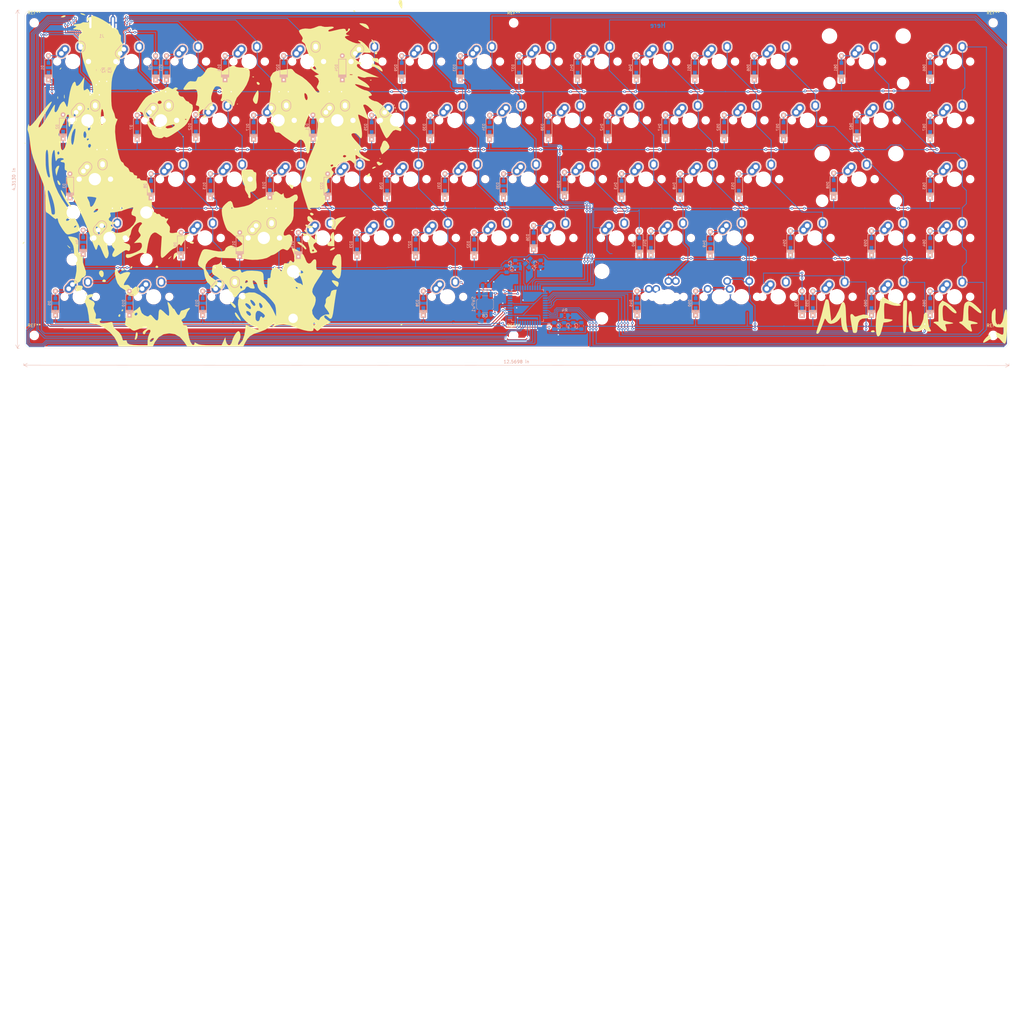
<source format=kicad_pcb>
(kicad_pcb (version 20171130) (host pcbnew "(5.1.5)-3")
  (layers (0 F.Cu signal) (31 B.Cu signal) (34 B.Paste user) (35 F.Paste user) (36 B.SilkS user) (37 F.SilkS user hide) (38 B.Mask user) (39 F.Mask user) (44 Edge.Cuts user))
  (net 0 "")
  (net 1 "Net-(C2-Pad1)")
  (net 2 VCC)
  (net 3 "Net-(C8-Pad1)")
  (net 4 "Net-(D1-Pad2)")
  (net 5 Col1)
  (net 6 "Net-(D2-Pad2)")
  (net 7 "Net-(D3-Pad2)")
  (net 8 "Net-(D4-Pad2)")
  (net 9 "Net-(J1-Pad2)")
  (net 10 "Net-(J1-Pad4)")
  (net 11 "Net-(J1-Pad3)")
  (net 12 "Net-(R1-Pad1)")
  (net 13 "Net-(R3-Pad1)")
  (net 14 "Net-(U1-Pad12)")
  (net 15 "Net-(U1-Pad10)")
  (net 16 "Net-(U1-Pad9)")
  (net 17 "Net-(U1-Pad8)")
  (net 18 "Net-(U1-Pad1)")
  (net 19 "Net-(C7-Pad1)")
  (net 20 "Net-(D5-Pad2)")
  (net 21 "Net-(D6-Pad2)")
  (net 22 "Net-(D7-Pad2)")
  (net 23 "Net-(D8-Pad2)")
  (net 24 "Net-(D9-Pad2)")
  (net 25 "Net-(D10-Pad2)")
  (net 26 "Net-(D11-Pad2)")
  (net 27 "Net-(D12-Pad2)")
  (net 28 "Net-(D13-Pad2)")
  (net 29 "Net-(D14-Pad2)")
  (net 30 "Net-(D15-Pad2)")
  (net 31 "Net-(D16-Pad2)")
  (net 32 "Net-(D17-Pad2)")
  (net 33 "Net-(D18-Pad2)")
  (net 34 "Net-(D19-Pad2)")
  (net 35 "Net-(D20-Pad2)")
  (net 36 "Net-(D21-Pad2)")
  (net 37 "Net-(D22-Pad2)")
  (net 38 "Net-(D23-Pad2)")
  (net 39 "Net-(D24-Pad2)")
  (net 40 "Net-(D25-Pad2)")
  (net 41 "Net-(D26-Pad2)")
  (net 42 "Net-(D27-Pad2)")
  (net 43 "Net-(D28-Pad2)")
  (net 44 "Net-(D29-Pad2)")
  (net 45 "Net-(D30-Pad2)")
  (net 46 "Net-(D31-Pad2)")
  (net 47 "Net-(D32-Pad2)")
  (net 48 "Net-(D33-Pad2)")
  (net 49 "Net-(D34-Pad2)")
  (net 50 "Net-(D35-Pad2)")
  (net 51 "Net-(D36-Pad2)")
  (net 52 "Net-(D37-Pad2)")
  (net 53 "Net-(D38-Pad2)")
  (net 54 "Net-(D39-Pad2)")
  (net 55 "Net-(D40-Pad2)")
  (net 56 "Net-(D41-Pad2)")
  (net 57 "Net-(D42-Pad2)")
  (net 58 "Net-(D43-Pad2)")
  (net 59 "Net-(D44-Pad2)")
  (net 60 "Net-(D45-Pad2)")
  (net 61 "Net-(D46-Pad2)")
  (net 62 "Net-(D47-Pad2)")
  (net 63 "Net-(D48-Pad2)")
  (net 64 "Net-(D49-Pad2)")
  (net 65 "Net-(D50-Pad2)")
  (net 66 "Net-(D51-Pad2)")
  (net 67 "Net-(D52-Pad2)")
  (net 68 "Net-(D53-Pad2)")
  (net 69 "Net-(D54-Pad2)")
  (net 70 "Net-(D55-Pad2)")
  (net 71 "Net-(D56-Pad2)")
  (net 72 "Net-(D57-Pad2)")
  (net 73 "Net-(D58-Pad2)")
  (net 74 "Net-(D59-Pad2)")
  (net 75 "Net-(D60-Pad2)")
  (net 76 "Net-(D61-Pad2)")
  (net 77 "Net-(D62-Pad2)")
  (net 78 "Net-(D63-Pad2)")
  (net 79 "Net-(D64-Pad2)")
  (net 80 "Net-(D65-Pad2)")
  (net 81 "Net-(D66-Pad2)")
  (net 82 "Net-(D67-Pad2)")
  (net 83 "Net-(R2-Pad1)")
  (net 84 "Net-(R4-Pad2)")
  (net 85 "Net-(D70-Pad2)")
  (net 86 Row4)
  (net 87 Row3)
  (net 88 Row2)
  (net 89 Row1)
  (net 90 Row0)
  (net 91 Col2)
  (net 92 Col3)
  (net 93 Col4)
  (net 94 Col5)
  (net 95 Col6)
  (net 96 Col7)
  (net 97 Col8)
  (net 98 Col9)
  (net 99 Col10)
  (net 100 Col11)
  (net 101 Col12)
  (net 102 Col13)
  (net 103 Col14)
  (net 104 Col15)
  (net 105 GND)
  (net 106 "Net-(U1-Pad18)")
  (module Teddy:Fluff (layer F.Cu) (at 297.65 139.91)
    (fp_text reference G*** hide)
    (fp_text value LOGO hide)
  )
  (module Teddy:Teddy2 (layer F.Cu) (at 62.7 101.81)
    (fp_text reference G*** hide)
    (fp_text value LOGO hide)
  )
  (module acheron_MXA:MXA125 (layer B.Cu) (at 27.78125 132.675 180)
    (fp_text reference SW5)
    (fp_text value "Ctrl 1.25")
    (pad 2 smd oval (at 3.1 3.3 319) (size 2.7 4.5) (layers F.Cu F.Mask) (net 20 "Net-(D5-Pad2)"))
    (pad 2 thru_hole circle (at 2.5 4 135) (size 2.5 2.5) (drill 1.5) (layers *.Cu *.Mask) (net 20 "Net-(D5-Pad2)"))
    (pad 2 thru_hole circle (at 3.7 2.6 135) (size 2.5 2.5) (drill 1.5) (layers *.Cu *.Mask) (net 20 "Net-(D5-Pad2)"))
    (pad 2 smd oval (at 3.1 3.3 319) (size 2.7 4.5) (layers B.Cu B.Mask) (net 20 "Net-(D5-Pad2)"))
    (pad 1 thru_hole oval (at -2.5 4.8 180) (size 2.5 3) (drill oval 1.5 2) (layers *.Cu *.Mask) (net 5 Col1))
    (pad "" np_thru_hole circle (at -5.08 0 180) (size 1.7018 1.7018) (drill 1.7018) (layers *.Cu *.Mask))
    (pad "" np_thru_hole circle (at 5.08 0 180) (size 1.7018 1.7018) (drill 1.7018) (layers *.Cu *.Mask))
    (pad "" np_thru_hole circle (at 0 0 180) (size 3.9878 3.9878) (drill 3.9878) (layers *.Cu *.Mask))
  )
  (module acheron_MXA:MXA100 (layer B.Cu) (at 311.15 56.475 180)
    (fp_text reference SW66)
    (fp_text value `)
    (pad 2 smd oval (at 3.1 3.3 319) (size 2.7 4.5) (layers F.Cu F.Mask) (net 81 "Net-(D66-Pad2)"))
    (pad 2 thru_hole circle (at 2.5 4 135) (size 2.5 2.5) (drill 1.5) (layers *.Cu *.Mask) (net 81 "Net-(D66-Pad2)"))
    (pad 2 thru_hole circle (at 3.7 2.6 135) (size 2.5 2.5) (drill 1.5) (layers *.Cu *.Mask) (net 81 "Net-(D66-Pad2)"))
    (pad 2 smd oval (at 3.1 3.3 319) (size 2.7 4.5) (layers B.Cu B.Mask) (net 81 "Net-(D66-Pad2)"))
    (pad 1 thru_hole oval (at -2.5 4.8 180) (size 2.5 3) (drill oval 1.5 2) (layers *.Cu *.Mask) (net 104 Col15))
    (pad "" np_thru_hole circle (at -5.08 0 180) (size 1.7018 1.7018) (drill 1.7018) (layers *.Cu *.Mask))
    (pad "" np_thru_hole circle (at 5.08 0 180) (size 1.7018 1.7018) (drill 1.7018) (layers *.Cu *.Mask))
    (pad "" np_thru_hole circle (at 0 0 180) (size 3.9878 3.9878) (drill 3.9878) (layers *.Cu *.Mask))
  )
  (module keyboard-parts:D_SOD123_axial (layer B.Cu) (at 43.75 134.75 90)
    (fp_text reference D10 (at 0 -1.925 90) (layer B.SilkS) (effects (font (size 0.8 0.8)) (justify mirror)))
    (fp_text value 1N4148W hide)
    (pad 2 smd rect (at 2.7 0 90) (size 2.5 0.5) (layers B.Cu) (net 25 "Net-(D10-Pad2)"))
    (pad 1 smd rect (at -2.7 0 90) (size 2.5 0.5) (layers B.Cu) (net 90 Row0))
    (pad 2 thru_hole circle (at 3.9 0 90) (size 1.6 1.6) (drill 0.7) (layers *.Cu *.Mask B.SilkS) (net 25 "Net-(D10-Pad2)"))
    (pad 1 thru_hole rect (at -3.9 0 90) (size 1.6 1.6) (drill 0.7) (layers *.Cu *.Mask B.SilkS) (net 90 Row0))
    (pad 1 smd rect (at -1.575 0 90) (size 1.2 1.2) (layers B.Cu B.Paste B.Mask) (net 90 Row0))
    (pad 2 smd rect (at 1.575 0 90) (size 1.2 1.2) (layers B.Cu B.Paste B.Mask) (net 25 "Net-(D10-Pad2)"))
  )
  (module acheron_MXA:MXA125 (layer B.Cu) (at 51.59375 132.675 180)
    (fp_text reference SW10)
    (fp_text value "Win 1.25")
    (pad 2 smd oval (at 3.1 3.3 319) (size 2.7 4.5) (layers F.Cu F.Mask) (net 25 "Net-(D10-Pad2)"))
    (pad 2 thru_hole circle (at 2.5 4 135) (size 2.5 2.5) (drill 1.5) (layers *.Cu *.Mask) (net 25 "Net-(D10-Pad2)"))
    (pad 2 thru_hole circle (at 3.7 2.6 135) (size 2.5 2.5) (drill 1.5) (layers *.Cu *.Mask) (net 25 "Net-(D10-Pad2)"))
    (pad 2 smd oval (at 3.1 3.3 319) (size 2.7 4.5) (layers B.Cu B.Mask) (net 25 "Net-(D10-Pad2)"))
    (pad 1 thru_hole oval (at -2.5 4.8 180) (size 2.5 3) (drill oval 1.5 2) (layers *.Cu *.Mask) (net 91 Col2))
    (pad "" np_thru_hole circle (at -5.08 0 180) (size 1.7018 1.7018) (drill 1.7018) (layers *.Cu *.Mask))
    (pad "" np_thru_hole circle (at 5.08 0 180) (size 1.7018 1.7018) (drill 1.7018) (layers *.Cu *.Mask))
    (pad "" np_thru_hole circle (at 0 0 180) (size 3.9878 3.9878) (drill 3.9878) (layers *.Cu *.Mask))
  )
  (module MountingHole:MountingHole_2.1mm (layer F.Cu) (at 12.89298 145.18674)
    (fp_text reference REF** (at 0 -3.2) (layer F.SilkS))
    (fp_text value MountingHole_2.1mm)
    (pad "" np_thru_hole circle (at 0 0) (size 2.1 2.1) (drill 2.1) (layers *.Cu *.Mask))
  )
  (module MountingHole:MountingHole_2.1mm (layer F.Cu) (at 168.29272 43.94488)
    (fp_text reference REF** (at 0 -3.2) (layer F.SilkS))
    (fp_text value MountingHole_2.1mm)
    (pad "" np_thru_hole circle (at 0 0) (size 2.1 2.1) (drill 2.1) (layers *.Cu *.Mask))
  )
  (module MountingHole:MountingHole_2.1mm (layer F.Cu) (at 168.28764 145.18674)
    (fp_text reference REF** (at 0 -3.2) (layer F.SilkS))
    (fp_text value MountingHole_2.1mm)
    (pad "" np_thru_hole circle (at 0 0) (size 2.1 2.1) (drill 2.1) (layers *.Cu *.Mask))
  )
  (module MountingHole:MountingHole_2.1mm (layer F.Cu) (at 323.68992 145.19436)
    (fp_text reference REF** (at 0 -3.2) (layer F.SilkS))
    (fp_text value MountingHole_2.1mm)
    (pad "" np_thru_hole circle (at 0 0) (size 2.1 2.1) (drill 2.1) (layers *.Cu *.Mask))
  )
  (module MountingHole:MountingHole_2.1mm (layer F.Cu) (at 323.68738 43.93726)
    (fp_text reference REF** (at 0 -3.2) (layer F.SilkS))
    (fp_text value MountingHole_2.1mm)
    (pad "" np_thru_hole circle (at 0 0) (size 2.1 2.1) (drill 2.1) (layers *.Cu *.Mask))
  )
  (module MountingHole:MountingHole_2.1mm (layer F.Cu) (at 12.89298 43.92964)
    (fp_text reference REF** (at 0 -3.2) (layer F.SilkS))
    (fp_text value MountingHole_2.1mm)
    (pad "" np_thru_hole circle (at 0 0) (size 2.1 2.1) (drill 2.1) (layers *.Cu *.Mask))
  )
  (module acheron_MX:MX100 (layer B.Cu) (at 234.95 132.675 180)
    (fp_text reference SW69)
    (fp_text value "Fn 1.00")
    (pad 2 thru_hole circle (at 3.81 2.54 90) (size 2.54 2.54) (drill 1.525) (layers *.Cu *.Mask) (net 65 "Net-(D50-Pad2)"))
    (pad 1 thru_hole circle (at -2.54 5.08 180) (size 2.54 2.54) (drill 1.525) (layers *.Cu *.Mask) (net 100 Col11))
    (pad "" np_thru_hole circle (at -5.08 0 180) (size 1.7018 1.7018) (drill 1.7018) (layers *.Cu *.Mask))
    (pad "" np_thru_hole circle (at 5.08 0 180) (size 1.7018 1.7018) (drill 1.7018) (layers *.Cu *.Mask))
    (pad "" np_thru_hole circle (at 0 0 180) (size 3.9878 3.9878) (drill 3.9878) (layers *.Cu *.Mask))
  )
  (module acheron_MX:MX100 (layer B.Cu) (at 215.9 132.675 180)
    (fp_text reference SW68)
    (fp_text value "Alt 1.00")
    (pad 2 thru_hole circle (at 3.81 2.54 90) (size 2.54 2.54) (drill 1.525) (layers *.Cu *.Mask) (net 60 "Net-(D45-Pad2)"))
    (pad 1 thru_hole circle (at -2.54 5.08 180) (size 2.54 2.54) (drill 1.525) (layers *.Cu *.Mask) (net 99 Col10))
    (pad "" np_thru_hole circle (at -5.08 0 180) (size 1.7018 1.7018) (drill 1.7018) (layers *.Cu *.Mask))
    (pad "" np_thru_hole circle (at 5.08 0 180) (size 1.7018 1.7018) (drill 1.7018) (layers *.Cu *.Mask))
    (pad "" np_thru_hole circle (at 0 0 180) (size 3.9878 3.9878) (drill 3.9878) (layers *.Cu *.Mask))
  )
  (module acheron_MXA:MXA100 (layer B.Cu) (at 254 132.675 180)
    (fp_text reference SW70)
    (fp_text value "Ctrl 1.00")
    (pad 2 smd oval (at 3.1 3.3 319) (size 2.7 4.5) (layers F.Cu F.Mask) (net 85 "Net-(D70-Pad2)"))
    (pad 2 thru_hole circle (at 2.5 4 135) (size 2.5 2.5) (drill 1.5) (layers *.Cu *.Mask) (net 85 "Net-(D70-Pad2)"))
    (pad 2 thru_hole circle (at 3.7 2.6 135) (size 2.5 2.5) (drill 1.5) (layers *.Cu *.Mask) (net 85 "Net-(D70-Pad2)"))
    (pad 2 smd oval (at 3.1 3.3 319) (size 2.7 4.5) (layers B.Cu B.Mask) (net 85 "Net-(D70-Pad2)"))
    (pad 1 thru_hole oval (at -2.5 4.8 180) (size 2.5 3) (drill oval 1.5 2) (layers *.Cu *.Mask) (net 101 Col12))
    (pad "" np_thru_hole circle (at -5.08 0 180) (size 1.7018 1.7018) (drill 1.7018) (layers *.Cu *.Mask))
    (pad "" np_thru_hole circle (at 5.08 0 180) (size 1.7018 1.7018) (drill 1.7018) (layers *.Cu *.Mask))
    (pad "" np_thru_hole circle (at 0 0 180) (size 3.9878 3.9878) (drill 3.9878) (layers *.Cu *.Mask))
  )
  (module acheron_MXA:MXA100 (layer B.Cu) (at 87.3125 113.625 180)
    (fp_text reference SW14)
    (fp_text value X)
    (pad 2 smd oval (at 3.1 3.3 319) (size 2.7 4.5) (layers F.Cu F.Mask) (net 29 "Net-(D14-Pad2)"))
    (pad 2 thru_hole circle (at 2.5 4 135) (size 2.5 2.5) (drill 1.5) (layers *.Cu *.Mask) (net 29 "Net-(D14-Pad2)"))
    (pad 2 thru_hole circle (at 3.7 2.6 135) (size 2.5 2.5) (drill 1.5) (layers *.Cu *.Mask) (net 29 "Net-(D14-Pad2)"))
    (pad 2 smd oval (at 3.1 3.3 319) (size 2.7 4.5) (layers B.Cu B.Mask) (net 29 "Net-(D14-Pad2)"))
    (pad 1 thru_hole oval (at -2.5 4.8 180) (size 2.5 3) (drill oval 1.5 2) (layers *.Cu *.Mask) (net 92 Col3))
    (pad "" np_thru_hole circle (at -5.08 0 180) (size 1.7018 1.7018) (drill 1.7018) (layers *.Cu *.Mask))
    (pad "" np_thru_hole circle (at 5.08 0 180) (size 1.7018 1.7018) (drill 1.7018) (layers *.Cu *.Mask))
    (pad "" np_thru_hole circle (at 0 0 180) (size 3.9878 3.9878) (drill 3.9878) (layers *.Cu *.Mask))
  )
  (module acheron_MXA:MXA100 (layer B.Cu) (at 73.025 75.525 180)
    (fp_text reference SW12)
    (fp_text value W)
    (pad 2 smd oval (at 3.1 3.3 319) (size 2.7 4.5) (layers F.Cu F.Mask) (net 27 "Net-(D12-Pad2)"))
    (pad 2 thru_hole circle (at 2.5 4 135) (size 2.5 2.5) (drill 1.5) (layers *.Cu *.Mask) (net 27 "Net-(D12-Pad2)"))
    (pad 2 thru_hole circle (at 3.7 2.6 135) (size 2.5 2.5) (drill 1.5) (layers *.Cu *.Mask) (net 27 "Net-(D12-Pad2)"))
    (pad 2 smd oval (at 3.1 3.3 319) (size 2.7 4.5) (layers B.Cu B.Mask) (net 27 "Net-(D12-Pad2)"))
    (pad 1 thru_hole oval (at -2.5 4.8 180) (size 2.5 3) (drill oval 1.5 2) (layers *.Cu *.Mask) (net 92 Col3))
    (pad "" np_thru_hole circle (at -5.08 0 180) (size 1.7018 1.7018) (drill 1.7018) (layers *.Cu *.Mask))
    (pad "" np_thru_hole circle (at 5.08 0 180) (size 1.7018 1.7018) (drill 1.7018) (layers *.Cu *.Mask))
    (pad "" np_thru_hole circle (at 0 0 180) (size 3.9878 3.9878) (drill 3.9878) (layers *.Cu *.Mask))
  )
  (module keyboard-parts:D_SOD123_axial (layer B.Cu) (at 261.75 134.75 90)
    (fp_text reference D70 (at 0 -1.925 90) (layer B.SilkS) (effects (font (size 0.8 0.8)) (justify mirror)))
    (fp_text value 1N4148W hide)
    (pad 2 smd rect (at 2.7 0 90) (size 2.5 0.5) (layers B.Cu) (net 85 "Net-(D70-Pad2)"))
    (pad 1 smd rect (at -2.7 0 90) (size 2.5 0.5) (layers B.Cu) (net 90 Row0))
    (pad 2 thru_hole circle (at 3.9 0 90) (size 1.6 1.6) (drill 0.7) (layers *.Cu *.Mask B.SilkS) (net 85 "Net-(D70-Pad2)"))
    (pad 1 thru_hole rect (at -3.9 0 90) (size 1.6 1.6) (drill 0.7) (layers *.Cu *.Mask B.SilkS) (net 90 Row0))
    (pad 1 smd rect (at -1.575 0 90) (size 1.2 1.2) (layers B.Cu B.Paste B.Mask) (net 90 Row0))
    (pad 2 smd rect (at 1.575 0 90) (size 1.2 1.2) (layers B.Cu B.Paste B.Mask) (net 85 "Net-(D70-Pad2)"))
  )
  (module keyboard-parts:D_SOD123_axial (layer B.Cu) (at 303.25 77.75 90)
    (fp_text reference D67 (at 0 -1.925 90) (layer B.SilkS) (effects (font (size 0.8 0.8)) (justify mirror)))
    (fp_text value 1N4148W hide)
    (pad 2 smd rect (at 2.7 0 90) (size 2.5 0.5) (layers B.Cu) (net 82 "Net-(D67-Pad2)"))
    (pad 1 smd rect (at -2.7 0 90) (size 2.5 0.5) (layers B.Cu) (net 87 Row3))
    (pad 2 thru_hole circle (at 3.9 0 90) (size 1.6 1.6) (drill 0.7) (layers *.Cu *.Mask B.SilkS) (net 82 "Net-(D67-Pad2)"))
    (pad 1 thru_hole rect (at -3.9 0 90) (size 1.6 1.6) (drill 0.7) (layers *.Cu *.Mask B.SilkS) (net 87 Row3))
    (pad 1 smd rect (at -1.575 0 90) (size 1.2 1.2) (layers B.Cu B.Paste B.Mask) (net 87 Row3))
    (pad 2 smd rect (at 1.575 0 90) (size 1.2 1.2) (layers B.Cu B.Paste B.Mask) (net 82 "Net-(D67-Pad2)"))
  )
  (module keyboard-parts:D_SOD123_axial (layer B.Cu) (at 303.25 58.5 90)
    (fp_text reference D66 (at 0 -1.925 90) (layer B.SilkS) (effects (font (size 0.8 0.8)) (justify mirror)))
    (fp_text value 1N4148W hide)
    (pad 2 smd rect (at 2.7 0 90) (size 2.5 0.5) (layers B.Cu) (net 81 "Net-(D66-Pad2)"))
    (pad 1 smd rect (at -2.7 0 90) (size 2.5 0.5) (layers B.Cu) (net 86 Row4))
    (pad 2 thru_hole circle (at 3.9 0 90) (size 1.6 1.6) (drill 0.7) (layers *.Cu *.Mask B.SilkS) (net 81 "Net-(D66-Pad2)"))
    (pad 1 thru_hole rect (at -3.9 0 90) (size 1.6 1.6) (drill 0.7) (layers *.Cu *.Mask B.SilkS) (net 86 Row4))
    (pad 1 smd rect (at -1.575 0 90) (size 1.2 1.2) (layers B.Cu B.Paste B.Mask) (net 86 Row4))
    (pad 2 smd rect (at 1.575 0 90) (size 1.2 1.2) (layers B.Cu B.Paste B.Mask) (net 81 "Net-(D66-Pad2)"))
  )
  (module keyboard-parts:D_SOD123_axial (layer B.Cu) (at 303.25 134.75 90)
    (fp_text reference D65 (at 0 -1.925 90) (layer B.SilkS) (effects (font (size 0.8 0.8)) (justify mirror)))
    (fp_text value 1N4148W hide)
    (pad 2 smd rect (at 2.7 0 90) (size 2.5 0.5) (layers B.Cu) (net 80 "Net-(D65-Pad2)"))
    (pad 1 smd rect (at -2.7 0 90) (size 2.5 0.5) (layers B.Cu) (net 90 Row0))
    (pad 2 thru_hole circle (at 3.9 0 90) (size 1.6 1.6) (drill 0.7) (layers *.Cu *.Mask B.SilkS) (net 80 "Net-(D65-Pad2)"))
    (pad 1 thru_hole rect (at -3.9 0 90) (size 1.6 1.6) (drill 0.7) (layers *.Cu *.Mask B.SilkS) (net 90 Row0))
    (pad 1 smd rect (at -1.575 0 90) (size 1.2 1.2) (layers B.Cu B.Paste B.Mask) (net 90 Row0))
    (pad 2 smd rect (at 1.575 0 90) (size 1.2 1.2) (layers B.Cu B.Paste B.Mask) (net 80 "Net-(D65-Pad2)"))
  )
  (module keyboard-parts:D_SOD123_axial (layer B.Cu) (at 303.25 115.25 90)
    (fp_text reference D64 (at 0 -1.925 90) (layer B.SilkS) (effects (font (size 0.8 0.8)) (justify mirror)))
    (fp_text value 1N4148W hide)
    (pad 2 smd rect (at 2.7 0 90) (size 2.5 0.5) (layers B.Cu) (net 79 "Net-(D64-Pad2)"))
    (pad 1 smd rect (at -2.7 0 90) (size 2.5 0.5) (layers B.Cu) (net 89 Row1))
    (pad 2 thru_hole circle (at 3.9 0 90) (size 1.6 1.6) (drill 0.7) (layers *.Cu *.Mask B.SilkS) (net 79 "Net-(D64-Pad2)"))
    (pad 1 thru_hole rect (at -3.9 0 90) (size 1.6 1.6) (drill 0.7) (layers *.Cu *.Mask B.SilkS) (net 89 Row1))
    (pad 1 smd rect (at -1.575 0 90) (size 1.2 1.2) (layers B.Cu B.Paste B.Mask) (net 89 Row1))
    (pad 2 smd rect (at 1.575 0 90) (size 1.2 1.2) (layers B.Cu B.Paste B.Mask) (net 79 "Net-(D64-Pad2)"))
  )
  (module keyboard-parts:D_SOD123_axial (layer B.Cu) (at 303.25 96.75 90)
    (fp_text reference D63 (at 0 -1.925 90) (layer B.SilkS) (effects (font (size 0.8 0.8)) (justify mirror)))
    (fp_text value 1N4148W hide)
    (pad 2 smd rect (at 2.7 0 90) (size 2.5 0.5) (layers B.Cu) (net 78 "Net-(D63-Pad2)"))
    (pad 1 smd rect (at -2.7 0 90) (size 2.5 0.5) (layers B.Cu) (net 88 Row2))
    (pad 2 thru_hole circle (at 3.9 0 90) (size 1.6 1.6) (drill 0.7) (layers *.Cu *.Mask B.SilkS) (net 78 "Net-(D63-Pad2)"))
    (pad 1 thru_hole rect (at -3.9 0 90) (size 1.6 1.6) (drill 0.7) (layers *.Cu *.Mask B.SilkS) (net 88 Row2))
    (pad 1 smd rect (at -1.575 0 90) (size 1.2 1.2) (layers B.Cu B.Paste B.Mask) (net 88 Row2))
    (pad 2 smd rect (at 1.575 0 90) (size 1.2 1.2) (layers B.Cu B.Paste B.Mask) (net 78 "Net-(D63-Pad2)"))
  )
  (module keyboard-parts:D_SOD123_axial (layer B.Cu) (at 279.5 77.5 90)
    (fp_text reference D62 (at 0 -1.925 90) (layer B.SilkS) (effects (font (size 0.8 0.8)) (justify mirror)))
    (fp_text value 1N4148W hide)
    (pad 2 smd rect (at 2.7 0 90) (size 2.5 0.5) (layers B.Cu) (net 77 "Net-(D62-Pad2)"))
    (pad 1 smd rect (at -2.7 0 90) (size 2.5 0.5) (layers B.Cu) (net 87 Row3))
    (pad 2 thru_hole circle (at 3.9 0 90) (size 1.6 1.6) (drill 0.7) (layers *.Cu *.Mask B.SilkS) (net 77 "Net-(D62-Pad2)"))
    (pad 1 thru_hole rect (at -3.9 0 90) (size 1.6 1.6) (drill 0.7) (layers *.Cu *.Mask B.SilkS) (net 87 Row3))
    (pad 1 smd rect (at -1.575 0 90) (size 1.2 1.2) (layers B.Cu B.Paste B.Mask) (net 87 Row3))
    (pad 2 smd rect (at 1.575 0 90) (size 1.2 1.2) (layers B.Cu B.Paste B.Mask) (net 77 "Net-(D62-Pad2)"))
  )
  (module keyboard-parts:D_SOD123_axial (layer B.Cu) (at 274.5 58.5 90)
    (fp_text reference D61 (at 0 -1.925 90) (layer B.SilkS) (effects (font (size 0.8 0.8)) (justify mirror)))
    (fp_text value 1N4148W hide)
    (pad 2 smd rect (at 2.7 0 90) (size 2.5 0.5) (layers B.Cu) (net 76 "Net-(D61-Pad2)"))
    (pad 1 smd rect (at -2.7 0 90) (size 2.5 0.5) (layers B.Cu) (net 86 Row4))
    (pad 2 thru_hole circle (at 3.9 0 90) (size 1.6 1.6) (drill 0.7) (layers *.Cu *.Mask B.SilkS) (net 76 "Net-(D61-Pad2)"))
    (pad 1 thru_hole rect (at -3.9 0 90) (size 1.6 1.6) (drill 0.7) (layers *.Cu *.Mask B.SilkS) (net 86 Row4))
    (pad 1 smd rect (at -1.575 0 90) (size 1.2 1.2) (layers B.Cu B.Paste B.Mask) (net 86 Row4))
    (pad 2 smd rect (at 1.575 0 90) (size 1.2 1.2) (layers B.Cu B.Paste B.Mask) (net 76 "Net-(D61-Pad2)"))
  )
  (module keyboard-parts:D_SOD123_axial (layer B.Cu) (at 284.25 134.75 90)
    (fp_text reference D60 (at 0 -1.925 90) (layer B.SilkS) (effects (font (size 0.8 0.8)) (justify mirror)))
    (fp_text value 1N4148W hide)
    (pad 2 smd rect (at 2.7 0 90) (size 2.5 0.5) (layers B.Cu) (net 75 "Net-(D60-Pad2)"))
    (pad 1 smd rect (at -2.7 0 90) (size 2.5 0.5) (layers B.Cu) (net 90 Row0))
    (pad 2 thru_hole circle (at 3.9 0 90) (size 1.6 1.6) (drill 0.7) (layers *.Cu *.Mask B.SilkS) (net 75 "Net-(D60-Pad2)"))
    (pad 1 thru_hole rect (at -3.9 0 90) (size 1.6 1.6) (drill 0.7) (layers *.Cu *.Mask B.SilkS) (net 90 Row0))
    (pad 1 smd rect (at -1.575 0 90) (size 1.2 1.2) (layers B.Cu B.Paste B.Mask) (net 90 Row0))
    (pad 2 smd rect (at 1.575 0 90) (size 1.2 1.2) (layers B.Cu B.Paste B.Mask) (net 75 "Net-(D60-Pad2)"))
  )
  (module keyboard-parts:D_SOD123_axial (layer B.Cu) (at 284.25 115.25 90)
    (fp_text reference D59 (at 0 -1.925 90) (layer B.SilkS) (effects (font (size 0.8 0.8)) (justify mirror)))
    (fp_text value 1N4148W hide)
    (pad 2 smd rect (at 2.7 0 90) (size 2.5 0.5) (layers B.Cu) (net 74 "Net-(D59-Pad2)"))
    (pad 1 smd rect (at -2.7 0 90) (size 2.5 0.5) (layers B.Cu) (net 89 Row1))
    (pad 2 thru_hole circle (at 3.9 0 90) (size 1.6 1.6) (drill 0.7) (layers *.Cu *.Mask B.SilkS) (net 74 "Net-(D59-Pad2)"))
    (pad 1 thru_hole rect (at -3.9 0 90) (size 1.6 1.6) (drill 0.7) (layers *.Cu *.Mask B.SilkS) (net 89 Row1))
    (pad 1 smd rect (at -1.575 0 90) (size 1.2 1.2) (layers B.Cu B.Paste B.Mask) (net 89 Row1))
    (pad 2 smd rect (at 1.575 0 90) (size 1.2 1.2) (layers B.Cu B.Paste B.Mask) (net 74 "Net-(D59-Pad2)"))
  )
  (module keyboard-parts:D_SOD123_axial (layer B.Cu) (at 272 96.5 90)
    (fp_text reference D58 (at 0 -1.925 90) (layer B.SilkS) (effects (font (size 0.8 0.8)) (justify mirror)))
    (fp_text value 1N4148W hide)
    (pad 2 smd rect (at 2.7 0 90) (size 2.5 0.5) (layers B.Cu) (net 73 "Net-(D58-Pad2)"))
    (pad 1 smd rect (at -2.7 0 90) (size 2.5 0.5) (layers B.Cu) (net 88 Row2))
    (pad 2 thru_hole circle (at 3.9 0 90) (size 1.6 1.6) (drill 0.7) (layers *.Cu *.Mask B.SilkS) (net 73 "Net-(D58-Pad2)"))
    (pad 1 thru_hole rect (at -3.9 0 90) (size 1.6 1.6) (drill 0.7) (layers *.Cu *.Mask B.SilkS) (net 88 Row2))
    (pad 1 smd rect (at -1.575 0 90) (size 1.2 1.2) (layers B.Cu B.Paste B.Mask) (net 88 Row2))
    (pad 2 smd rect (at 1.575 0 90) (size 1.2 1.2) (layers B.Cu B.Paste B.Mask) (net 73 "Net-(D58-Pad2)"))
  )
  (module keyboard-parts:D_SOD123_axial (layer B.Cu) (at 255.75 77.75 90)
    (fp_text reference D57 (at 0 -1.925 90) (layer B.SilkS) (effects (font (size 0.8 0.8)) (justify mirror)))
    (fp_text value 1N4148W hide)
    (pad 2 smd rect (at 2.7 0 90) (size 2.5 0.5) (layers B.Cu) (net 72 "Net-(D57-Pad2)"))
    (pad 1 smd rect (at -2.7 0 90) (size 2.5 0.5) (layers B.Cu) (net 87 Row3))
    (pad 2 thru_hole circle (at 3.9 0 90) (size 1.6 1.6) (drill 0.7) (layers *.Cu *.Mask B.SilkS) (net 72 "Net-(D57-Pad2)"))
    (pad 1 thru_hole rect (at -3.9 0 90) (size 1.6 1.6) (drill 0.7) (layers *.Cu *.Mask B.SilkS) (net 87 Row3))
    (pad 1 smd rect (at -1.575 0 90) (size 1.2 1.2) (layers B.Cu B.Paste B.Mask) (net 87 Row3))
    (pad 2 smd rect (at 1.575 0 90) (size 1.2 1.2) (layers B.Cu B.Paste B.Mask) (net 72 "Net-(D57-Pad2)"))
  )
  (module keyboard-parts:D_SOD123_axial (layer B.Cu) (at 246.25 58.5 90)
    (fp_text reference D56 (at 0 -1.925 90) (layer B.SilkS) (effects (font (size 0.8 0.8)) (justify mirror)))
    (fp_text value 1N4148W hide)
    (pad 2 smd rect (at 2.7 0 90) (size 2.5 0.5) (layers B.Cu) (net 71 "Net-(D56-Pad2)"))
    (pad 1 smd rect (at -2.7 0 90) (size 2.5 0.5) (layers B.Cu) (net 86 Row4))
    (pad 2 thru_hole circle (at 3.9 0 90) (size 1.6 1.6) (drill 0.7) (layers *.Cu *.Mask B.SilkS) (net 71 "Net-(D56-Pad2)"))
    (pad 1 thru_hole rect (at -3.9 0 90) (size 1.6 1.6) (drill 0.7) (layers *.Cu *.Mask B.SilkS) (net 86 Row4))
    (pad 1 smd rect (at -1.575 0 90) (size 1.2 1.2) (layers B.Cu B.Paste B.Mask) (net 86 Row4))
    (pad 2 smd rect (at 1.575 0 90) (size 1.2 1.2) (layers B.Cu B.Paste B.Mask) (net 71 "Net-(D56-Pad2)"))
  )
  (module keyboard-parts:D_SOD123_axial (layer B.Cu) (at 265.25 134.75 90)
    (fp_text reference D55 (at 0 -1.925 90) (layer B.SilkS) (effects (font (size 0.8 0.8)) (justify mirror)))
    (fp_text value 1N4148W hide)
    (pad 2 smd rect (at 2.7 0 90) (size 2.5 0.5) (layers B.Cu) (net 70 "Net-(D55-Pad2)"))
    (pad 1 smd rect (at -2.7 0 90) (size 2.5 0.5) (layers B.Cu) (net 90 Row0))
    (pad 2 thru_hole circle (at 3.9 0 90) (size 1.6 1.6) (drill 0.7) (layers *.Cu *.Mask B.SilkS) (net 70 "Net-(D55-Pad2)"))
    (pad 1 thru_hole rect (at -3.9 0 90) (size 1.6 1.6) (drill 0.7) (layers *.Cu *.Mask B.SilkS) (net 90 Row0))
    (pad 1 smd rect (at -1.575 0 90) (size 1.2 1.2) (layers B.Cu B.Paste B.Mask) (net 90 Row0))
    (pad 2 smd rect (at 1.575 0 90) (size 1.2 1.2) (layers B.Cu B.Paste B.Mask) (net 70 "Net-(D55-Pad2)"))
  )
  (module keyboard-parts:D_SOD123_axial (layer B.Cu) (at 258 115.25 90)
    (fp_text reference D54 (at 0 -1.925 90) (layer B.SilkS) (effects (font (size 0.8 0.8)) (justify mirror)))
    (fp_text value 1N4148W hide)
    (pad 2 smd rect (at 2.7 0 90) (size 2.5 0.5) (layers B.Cu) (net 69 "Net-(D54-Pad2)"))
    (pad 1 smd rect (at -2.7 0 90) (size 2.5 0.5) (layers B.Cu) (net 89 Row1))
    (pad 2 thru_hole circle (at 3.9 0 90) (size 1.6 1.6) (drill 0.7) (layers *.Cu *.Mask B.SilkS) (net 69 "Net-(D54-Pad2)"))
    (pad 1 thru_hole rect (at -3.9 0 90) (size 1.6 1.6) (drill 0.7) (layers *.Cu *.Mask B.SilkS) (net 89 Row1))
    (pad 1 smd rect (at -1.575 0 90) (size 1.2 1.2) (layers B.Cu B.Paste B.Mask) (net 89 Row1))
    (pad 2 smd rect (at 1.575 0 90) (size 1.2 1.2) (layers B.Cu B.Paste B.Mask) (net 69 "Net-(D54-Pad2)"))
  )
  (module keyboard-parts:D_SOD123_axial (layer B.Cu) (at 241.25 96.75 90)
    (fp_text reference D53 (at 0 -1.925 90) (layer B.SilkS) (effects (font (size 0.8 0.8)) (justify mirror)))
    (fp_text value 1N4148W hide)
    (pad 2 smd rect (at 2.7 0 90) (size 2.5 0.5) (layers B.Cu) (net 68 "Net-(D53-Pad2)"))
    (pad 1 smd rect (at -2.7 0 90) (size 2.5 0.5) (layers B.Cu) (net 88 Row2))
    (pad 2 thru_hole circle (at 3.9 0 90) (size 1.6 1.6) (drill 0.7) (layers *.Cu *.Mask B.SilkS) (net 68 "Net-(D53-Pad2)"))
    (pad 1 thru_hole rect (at -3.9 0 90) (size 1.6 1.6) (drill 0.7) (layers *.Cu *.Mask B.SilkS) (net 88 Row2))
    (pad 1 smd rect (at -1.575 0 90) (size 1.2 1.2) (layers B.Cu B.Paste B.Mask) (net 88 Row2))
    (pad 2 smd rect (at 1.575 0 90) (size 1.2 1.2) (layers B.Cu B.Paste B.Mask) (net 68 "Net-(D53-Pad2)"))
  )
  (module keyboard-parts:D_SOD123_axial (layer B.Cu) (at 236.5 77.75 90)
    (fp_text reference D52 (at 0 -1.925 90) (layer B.SilkS) (effects (font (size 0.8 0.8)) (justify mirror)))
    (fp_text value 1N4148W hide)
    (pad 2 smd rect (at 2.7 0 90) (size 2.5 0.5) (layers B.Cu) (net 67 "Net-(D52-Pad2)"))
    (pad 1 smd rect (at -2.7 0 90) (size 2.5 0.5) (layers B.Cu) (net 87 Row3))
    (pad 2 thru_hole circle (at 3.9 0 90) (size 1.6 1.6) (drill 0.7) (layers *.Cu *.Mask B.SilkS) (net 67 "Net-(D52-Pad2)"))
    (pad 1 thru_hole rect (at -3.9 0 90) (size 1.6 1.6) (drill 0.7) (layers *.Cu *.Mask B.SilkS) (net 87 Row3))
    (pad 1 smd rect (at -1.575 0 90) (size 1.2 1.2) (layers B.Cu B.Paste B.Mask) (net 87 Row3))
    (pad 2 smd rect (at 1.575 0 90) (size 1.2 1.2) (layers B.Cu B.Paste B.Mask) (net 67 "Net-(D52-Pad2)"))
  )
  (module keyboard-parts:D_SOD123_axial (layer B.Cu) (at 227 58.5 90)
    (fp_text reference D51 (at 0 -1.925 90) (layer B.SilkS) (effects (font (size 0.8 0.8)) (justify mirror)))
    (fp_text value 1N4148W hide)
    (pad 2 smd rect (at 2.7 0 90) (size 2.5 0.5) (layers B.Cu) (net 66 "Net-(D51-Pad2)"))
    (pad 1 smd rect (at -2.7 0 90) (size 2.5 0.5) (layers B.Cu) (net 86 Row4))
    (pad 2 thru_hole circle (at 3.9 0 90) (size 1.6 1.6) (drill 0.7) (layers *.Cu *.Mask B.SilkS) (net 66 "Net-(D51-Pad2)"))
    (pad 1 thru_hole rect (at -3.9 0 90) (size 1.6 1.6) (drill 0.7) (layers *.Cu *.Mask B.SilkS) (net 86 Row4))
    (pad 1 smd rect (at -1.575 0 90) (size 1.2 1.2) (layers B.Cu B.Paste B.Mask) (net 86 Row4))
    (pad 2 smd rect (at 1.575 0 90) (size 1.2 1.2) (layers B.Cu B.Paste B.Mask) (net 66 "Net-(D51-Pad2)"))
  )
  (module keyboard-parts:D_SOD123_axial (layer B.Cu) (at 227.25 134.75 90)
    (fp_text reference D50 (at 0 -1.925 90) (layer B.SilkS) (effects (font (size 0.8 0.8)) (justify mirror)))
    (fp_text value 1N4148W hide)
    (pad 2 smd rect (at 2.7 0 90) (size 2.5 0.5) (layers B.Cu) (net 65 "Net-(D50-Pad2)"))
    (pad 1 smd rect (at -2.7 0 90) (size 2.5 0.5) (layers B.Cu) (net 90 Row0))
    (pad 2 thru_hole circle (at 3.9 0 90) (size 1.6 1.6) (drill 0.7) (layers *.Cu *.Mask B.SilkS) (net 65 "Net-(D50-Pad2)"))
    (pad 1 thru_hole rect (at -3.9 0 90) (size 1.6 1.6) (drill 0.7) (layers *.Cu *.Mask B.SilkS) (net 90 Row0))
    (pad 1 smd rect (at -1.575 0 90) (size 1.2 1.2) (layers B.Cu B.Paste B.Mask) (net 90 Row0))
    (pad 2 smd rect (at 1.575 0 90) (size 1.2 1.2) (layers B.Cu B.Paste B.Mask) (net 65 "Net-(D50-Pad2)"))
  )
  (module keyboard-parts:D_SOD123_axial (layer B.Cu) (at 232 115.5 90)
    (fp_text reference D49 (at 0 -1.925 90) (layer B.SilkS) (effects (font (size 0.8 0.8)) (justify mirror)))
    (fp_text value 1N4148W hide)
    (pad 2 smd rect (at 2.7 0 90) (size 2.5 0.5) (layers B.Cu) (net 64 "Net-(D49-Pad2)"))
    (pad 1 smd rect (at -2.7 0 90) (size 2.5 0.5) (layers B.Cu) (net 89 Row1))
    (pad 2 thru_hole circle (at 3.9 0 90) (size 1.6 1.6) (drill 0.7) (layers *.Cu *.Mask B.SilkS) (net 64 "Net-(D49-Pad2)"))
    (pad 1 thru_hole rect (at -3.9 0 90) (size 1.6 1.6) (drill 0.7) (layers *.Cu *.Mask B.SilkS) (net 89 Row1))
    (pad 1 smd rect (at -1.575 0 90) (size 1.2 1.2) (layers B.Cu B.Paste B.Mask) (net 89 Row1))
    (pad 2 smd rect (at 1.575 0 90) (size 1.2 1.2) (layers B.Cu B.Paste B.Mask) (net 64 "Net-(D49-Pad2)"))
  )
  (module keyboard-parts:D_SOD123_axial (layer B.Cu) (at 222.25 96.75 90)
    (fp_text reference D48 (at 0 -1.925 90) (layer B.SilkS) (effects (font (size 0.8 0.8)) (justify mirror)))
    (fp_text value 1N4148W hide)
    (pad 2 smd rect (at 2.7 0 90) (size 2.5 0.5) (layers B.Cu) (net 63 "Net-(D48-Pad2)"))
    (pad 1 smd rect (at -2.7 0 90) (size 2.5 0.5) (layers B.Cu) (net 88 Row2))
    (pad 2 thru_hole circle (at 3.9 0 90) (size 1.6 1.6) (drill 0.7) (layers *.Cu *.Mask B.SilkS) (net 63 "Net-(D48-Pad2)"))
    (pad 1 thru_hole rect (at -3.9 0 90) (size 1.6 1.6) (drill 0.7) (layers *.Cu *.Mask B.SilkS) (net 88 Row2))
    (pad 1 smd rect (at -1.575 0 90) (size 1.2 1.2) (layers B.Cu B.Paste B.Mask) (net 88 Row2))
    (pad 2 smd rect (at 1.575 0 90) (size 1.2 1.2) (layers B.Cu B.Paste B.Mask) (net 63 "Net-(D48-Pad2)"))
  )
  (module keyboard-parts:D_SOD123_axial (layer B.Cu) (at 217.5 77.75 90)
    (fp_text reference D47 (at 0 -1.925 90) (layer B.SilkS) (effects (font (size 0.8 0.8)) (justify mirror)))
    (fp_text value 1N4148W hide)
    (pad 2 smd rect (at 2.7 0 90) (size 2.5 0.5) (layers B.Cu) (net 62 "Net-(D47-Pad2)"))
    (pad 1 smd rect (at -2.7 0 90) (size 2.5 0.5) (layers B.Cu) (net 87 Row3))
    (pad 2 thru_hole circle (at 3.9 0 90) (size 1.6 1.6) (drill 0.7) (layers *.Cu *.Mask B.SilkS) (net 62 "Net-(D47-Pad2)"))
    (pad 1 thru_hole rect (at -3.9 0 90) (size 1.6 1.6) (drill 0.7) (layers *.Cu *.Mask B.SilkS) (net 87 Row3))
    (pad 1 smd rect (at -1.575 0 90) (size 1.2 1.2) (layers B.Cu B.Paste B.Mask) (net 87 Row3))
    (pad 2 smd rect (at 1.575 0 90) (size 1.2 1.2) (layers B.Cu B.Paste B.Mask) (net 62 "Net-(D47-Pad2)"))
  )
  (module keyboard-parts:D_SOD123_axial (layer B.Cu) (at 208 58.5 90)
    (fp_text reference D46 (at 0 -1.925 90) (layer B.SilkS) (effects (font (size 0.8 0.8)) (justify mirror)))
    (fp_text value 1N4148W hide)
    (pad 2 smd rect (at 2.7 0 90) (size 2.5 0.5) (layers B.Cu) (net 61 "Net-(D46-Pad2)"))
    (pad 1 smd rect (at -2.7 0 90) (size 2.5 0.5) (layers B.Cu) (net 86 Row4))
    (pad 2 thru_hole circle (at 3.9 0 90) (size 1.6 1.6) (drill 0.7) (layers *.Cu *.Mask B.SilkS) (net 61 "Net-(D46-Pad2)"))
    (pad 1 thru_hole rect (at -3.9 0 90) (size 1.6 1.6) (drill 0.7) (layers *.Cu *.Mask B.SilkS) (net 86 Row4))
    (pad 1 smd rect (at -1.575 0 90) (size 1.2 1.2) (layers B.Cu B.Paste B.Mask) (net 86 Row4))
    (pad 2 smd rect (at 1.575 0 90) (size 1.2 1.2) (layers B.Cu B.Paste B.Mask) (net 61 "Net-(D46-Pad2)"))
  )
  (module keyboard-parts:D_SOD123_axial (layer B.Cu) (at 208.25 134.75 90)
    (fp_text reference D45 (at 0 -1.925 90) (layer B.SilkS) (effects (font (size 0.8 0.8)) (justify mirror)))
    (fp_text value 1N4148W hide)
    (pad 2 smd rect (at 2.7 0 90) (size 2.5 0.5) (layers B.Cu) (net 60 "Net-(D45-Pad2)"))
    (pad 1 smd rect (at -2.7 0 90) (size 2.5 0.5) (layers B.Cu) (net 90 Row0))
    (pad 2 thru_hole circle (at 3.9 0 90) (size 1.6 1.6) (drill 0.7) (layers *.Cu *.Mask B.SilkS) (net 60 "Net-(D45-Pad2)"))
    (pad 1 thru_hole rect (at -3.9 0 90) (size 1.6 1.6) (drill 0.7) (layers *.Cu *.Mask B.SilkS) (net 90 Row0))
    (pad 1 smd rect (at -1.575 0 90) (size 1.2 1.2) (layers B.Cu B.Paste B.Mask) (net 90 Row0))
    (pad 2 smd rect (at 1.575 0 90) (size 1.2 1.2) (layers B.Cu B.Paste B.Mask) (net 60 "Net-(D45-Pad2)"))
  )
  (module keyboard-parts:D_SOD123_axial (layer B.Cu) (at 212.75 115.25 90)
    (fp_text reference D44 (at 0 -1.925 90) (layer B.SilkS) (effects (font (size 0.8 0.8)) (justify mirror)))
    (fp_text value 1N4148W hide)
    (pad 2 smd rect (at 2.7 0 90) (size 2.5 0.5) (layers B.Cu) (net 59 "Net-(D44-Pad2)"))
    (pad 1 smd rect (at -2.7 0 90) (size 2.5 0.5) (layers B.Cu) (net 89 Row1))
    (pad 2 thru_hole circle (at 3.9 0 90) (size 1.6 1.6) (drill 0.7) (layers *.Cu *.Mask B.SilkS) (net 59 "Net-(D44-Pad2)"))
    (pad 1 thru_hole rect (at -3.9 0 90) (size 1.6 1.6) (drill 0.7) (layers *.Cu *.Mask B.SilkS) (net 89 Row1))
    (pad 1 smd rect (at -1.575 0 90) (size 1.2 1.2) (layers B.Cu B.Paste B.Mask) (net 89 Row1))
    (pad 2 smd rect (at 1.575 0 90) (size 1.2 1.2) (layers B.Cu B.Paste B.Mask) (net 59 "Net-(D44-Pad2)"))
  )
  (module keyboard-parts:D_SOD123_axial (layer B.Cu) (at 203.25 96.75 90)
    (fp_text reference D43 (at 0 -1.925 90) (layer B.SilkS) (effects (font (size 0.8 0.8)) (justify mirror)))
    (fp_text value 1N4148W hide)
    (pad 2 smd rect (at 2.7 0 90) (size 2.5 0.5) (layers B.Cu) (net 58 "Net-(D43-Pad2)"))
    (pad 1 smd rect (at -2.7 0 90) (size 2.5 0.5) (layers B.Cu) (net 88 Row2))
    (pad 2 thru_hole circle (at 3.9 0 90) (size 1.6 1.6) (drill 0.7) (layers *.Cu *.Mask B.SilkS) (net 58 "Net-(D43-Pad2)"))
    (pad 1 thru_hole rect (at -3.9 0 90) (size 1.6 1.6) (drill 0.7) (layers *.Cu *.Mask B.SilkS) (net 88 Row2))
    (pad 1 smd rect (at -1.575 0 90) (size 1.2 1.2) (layers B.Cu B.Paste B.Mask) (net 88 Row2))
    (pad 2 smd rect (at 1.575 0 90) (size 1.2 1.2) (layers B.Cu B.Paste B.Mask) (net 58 "Net-(D43-Pad2)"))
  )
  (module keyboard-parts:D_SOD123_axial (layer B.Cu) (at 198.75 77.75 90)
    (fp_text reference D42 (at 0 -1.925 90) (layer B.SilkS) (effects (font (size 0.8 0.8)) (justify mirror)))
    (fp_text value 1N4148W hide)
    (pad 2 smd rect (at 2.7 0 90) (size 2.5 0.5) (layers B.Cu) (net 57 "Net-(D42-Pad2)"))
    (pad 1 smd rect (at -2.7 0 90) (size 2.5 0.5) (layers B.Cu) (net 87 Row3))
    (pad 2 thru_hole circle (at 3.9 0 90) (size 1.6 1.6) (drill 0.7) (layers *.Cu *.Mask B.SilkS) (net 57 "Net-(D42-Pad2)"))
    (pad 1 thru_hole rect (at -3.9 0 90) (size 1.6 1.6) (drill 0.7) (layers *.Cu *.Mask B.SilkS) (net 87 Row3))
    (pad 1 smd rect (at -1.575 0 90) (size 1.2 1.2) (layers B.Cu B.Paste B.Mask) (net 87 Row3))
    (pad 2 smd rect (at 1.575 0 90) (size 1.2 1.2) (layers B.Cu B.Paste B.Mask) (net 57 "Net-(D42-Pad2)"))
  )
  (module keyboard-parts:D_SOD123_axial (layer B.Cu) (at 189 58.5 90)
    (fp_text reference D41 (at 0 -1.925 90) (layer B.SilkS) (effects (font (size 0.8 0.8)) (justify mirror)))
    (fp_text value 1N4148W hide)
    (pad 2 smd rect (at 2.7 0 90) (size 2.5 0.5) (layers B.Cu) (net 56 "Net-(D41-Pad2)"))
    (pad 1 smd rect (at -2.7 0 90) (size 2.5 0.5) (layers B.Cu) (net 86 Row4))
    (pad 2 thru_hole circle (at 3.9 0 90) (size 1.6 1.6) (drill 0.7) (layers *.Cu *.Mask B.SilkS) (net 56 "Net-(D41-Pad2)"))
    (pad 1 thru_hole rect (at -3.9 0 90) (size 1.6 1.6) (drill 0.7) (layers *.Cu *.Mask B.SilkS) (net 86 Row4))
    (pad 1 smd rect (at -1.575 0 90) (size 1.2 1.2) (layers B.Cu B.Paste B.Mask) (net 86 Row4))
    (pad 2 smd rect (at 1.575 0 90) (size 1.2 1.2) (layers B.Cu B.Paste B.Mask) (net 56 "Net-(D41-Pad2)"))
  )
  (module keyboard-parts:D_SOD123_axial (layer B.Cu) (at 209 115.25 90)
    (fp_text reference D40 (at 0 -1.925 90) (layer B.SilkS) (effects (font (size 0.8 0.8)) (justify mirror)))
    (fp_text value 1N4148W hide)
    (pad 2 smd rect (at 2.7 0 90) (size 2.5 0.5) (layers B.Cu) (net 55 "Net-(D40-Pad2)"))
    (pad 1 smd rect (at -2.7 0 90) (size 2.5 0.5) (layers B.Cu) (net 89 Row1))
    (pad 2 thru_hole circle (at 3.9 0 90) (size 1.6 1.6) (drill 0.7) (layers *.Cu *.Mask B.SilkS) (net 55 "Net-(D40-Pad2)"))
    (pad 1 thru_hole rect (at -3.9 0 90) (size 1.6 1.6) (drill 0.7) (layers *.Cu *.Mask B.SilkS) (net 89 Row1))
    (pad 1 smd rect (at -1.575 0 90) (size 1.2 1.2) (layers B.Cu B.Paste B.Mask) (net 89 Row1))
    (pad 2 smd rect (at 1.575 0 90) (size 1.2 1.2) (layers B.Cu B.Paste B.Mask) (net 55 "Net-(D40-Pad2)"))
  )
  (module keyboard-parts:D_SOD123_axial (layer B.Cu) (at 184.75 96.25 90)
    (fp_text reference D39 (at 0 -1.925 90) (layer B.SilkS) (effects (font (size 0.8 0.8)) (justify mirror)))
    (fp_text value 1N4148W hide)
    (pad 2 smd rect (at 2.7 0 90) (size 2.5 0.5) (layers B.Cu) (net 54 "Net-(D39-Pad2)"))
    (pad 1 smd rect (at -2.7 0 90) (size 2.5 0.5) (layers B.Cu) (net 88 Row2))
    (pad 2 thru_hole circle (at 3.9 0 90) (size 1.6 1.6) (drill 0.7) (layers *.Cu *.Mask B.SilkS) (net 54 "Net-(D39-Pad2)"))
    (pad 1 thru_hole rect (at -3.9 0 90) (size 1.6 1.6) (drill 0.7) (layers *.Cu *.Mask B.SilkS) (net 88 Row2))
    (pad 1 smd rect (at -1.575 0 90) (size 1.2 1.2) (layers B.Cu B.Paste B.Mask) (net 88 Row2))
    (pad 2 smd rect (at 1.575 0 90) (size 1.2 1.2) (layers B.Cu B.Paste B.Mask) (net 54 "Net-(D39-Pad2)"))
  )
  (module keyboard-parts:D_SOD123_axial (layer B.Cu) (at 179.5 77.75 90)
    (fp_text reference D38 (at 0 -1.925 90) (layer B.SilkS) (effects (font (size 0.8 0.8)) (justify mirror)))
    (fp_text value 1N4148W hide)
    (pad 2 smd rect (at 2.7 0 90) (size 2.5 0.5) (layers B.Cu) (net 53 "Net-(D38-Pad2)"))
    (pad 1 smd rect (at -2.7 0 90) (size 2.5 0.5) (layers B.Cu) (net 87 Row3))
    (pad 2 thru_hole circle (at 3.9 0 90) (size 1.6 1.6) (drill 0.7) (layers *.Cu *.Mask B.SilkS) (net 53 "Net-(D38-Pad2)"))
    (pad 1 thru_hole rect (at -3.9 0 90) (size 1.6 1.6) (drill 0.7) (layers *.Cu *.Mask B.SilkS) (net 87 Row3))
    (pad 1 smd rect (at -1.575 0 90) (size 1.2 1.2) (layers B.Cu B.Paste B.Mask) (net 87 Row3))
    (pad 2 smd rect (at 1.575 0 90) (size 1.2 1.2) (layers B.Cu B.Paste B.Mask) (net 53 "Net-(D38-Pad2)"))
  )
  (module keyboard-parts:D_SOD123_axial (layer B.Cu) (at 170 58.5 90)
    (fp_text reference D37 (at 0 -1.925 90) (layer B.SilkS) (effects (font (size 0.8 0.8)) (justify mirror)))
    (fp_text value 1N4148W hide)
    (pad 2 smd rect (at 2.7 0 90) (size 2.5 0.5) (layers B.Cu) (net 52 "Net-(D37-Pad2)"))
    (pad 1 smd rect (at -2.7 0 90) (size 2.5 0.5) (layers B.Cu) (net 86 Row4))
    (pad 2 thru_hole circle (at 3.9 0 90) (size 1.6 1.6) (drill 0.7) (layers *.Cu *.Mask B.SilkS) (net 52 "Net-(D37-Pad2)"))
    (pad 1 thru_hole rect (at -3.9 0 90) (size 1.6 1.6) (drill 0.7) (layers *.Cu *.Mask B.SilkS) (net 86 Row4))
    (pad 1 smd rect (at -1.575 0 90) (size 1.2 1.2) (layers B.Cu B.Paste B.Mask) (net 86 Row4))
    (pad 2 smd rect (at 1.575 0 90) (size 1.2 1.2) (layers B.Cu B.Paste B.Mask) (net 52 "Net-(D37-Pad2)"))
  )
  (module keyboard-parts:D_SOD123_axial (layer B.Cu) (at 174.75 113.5 90)
    (fp_text reference D36 (at 0 -1.925 90) (layer B.SilkS) (effects (font (size 0.8 0.8)) (justify mirror)))
    (fp_text value 1N4148W hide)
    (pad 2 smd rect (at 2.7 0 90) (size 2.5 0.5) (layers B.Cu) (net 51 "Net-(D36-Pad2)"))
    (pad 1 smd rect (at -2.7 0 90) (size 2.5 0.5) (layers B.Cu) (net 89 Row1))
    (pad 2 thru_hole circle (at 3.9 0 90) (size 1.6 1.6) (drill 0.7) (layers *.Cu *.Mask B.SilkS) (net 51 "Net-(D36-Pad2)"))
    (pad 1 thru_hole rect (at -3.9 0 90) (size 1.6 1.6) (drill 0.7) (layers *.Cu *.Mask B.SilkS) (net 89 Row1))
    (pad 1 smd rect (at -1.575 0 90) (size 1.2 1.2) (layers B.Cu B.Paste B.Mask) (net 89 Row1))
    (pad 2 smd rect (at 1.575 0 90) (size 1.2 1.2) (layers B.Cu B.Paste B.Mask) (net 51 "Net-(D36-Pad2)"))
  )
  (module keyboard-parts:D_SOD123_axial (layer B.Cu) (at 165 96.75 90)
    (fp_text reference D35 (at 0 -1.925 90) (layer B.SilkS) (effects (font (size 0.8 0.8)) (justify mirror)))
    (fp_text value 1N4148W hide)
    (pad 2 smd rect (at 2.7 0 90) (size 2.5 0.5) (layers B.Cu) (net 50 "Net-(D35-Pad2)"))
    (pad 1 smd rect (at -2.7 0 90) (size 2.5 0.5) (layers B.Cu) (net 88 Row2))
    (pad 2 thru_hole circle (at 3.9 0 90) (size 1.6 1.6) (drill 0.7) (layers *.Cu *.Mask B.SilkS) (net 50 "Net-(D35-Pad2)"))
    (pad 1 thru_hole rect (at -3.9 0 90) (size 1.6 1.6) (drill 0.7) (layers *.Cu *.Mask B.SilkS) (net 88 Row2))
    (pad 1 smd rect (at -1.575 0 90) (size 1.2 1.2) (layers B.Cu B.Paste B.Mask) (net 88 Row2))
    (pad 2 smd rect (at 1.575 0 90) (size 1.2 1.2) (layers B.Cu B.Paste B.Mask) (net 50 "Net-(D35-Pad2)"))
  )
  (module keyboard-parts:D_SOD123_axial (layer B.Cu) (at 160.5 77.75 90)
    (fp_text reference D34 (at 0 -1.925 90) (layer B.SilkS) (effects (font (size 0.8 0.8)) (justify mirror)))
    (fp_text value 1N4148W hide)
    (pad 2 smd rect (at 2.7 0 90) (size 2.5 0.5) (layers B.Cu) (net 49 "Net-(D34-Pad2)"))
    (pad 1 smd rect (at -2.7 0 90) (size 2.5 0.5) (layers B.Cu) (net 87 Row3))
    (pad 2 thru_hole circle (at 3.9 0 90) (size 1.6 1.6) (drill 0.7) (layers *.Cu *.Mask B.SilkS) (net 49 "Net-(D34-Pad2)"))
    (pad 1 thru_hole rect (at -3.9 0 90) (size 1.6 1.6) (drill 0.7) (layers *.Cu *.Mask B.SilkS) (net 87 Row3))
    (pad 1 smd rect (at -1.575 0 90) (size 1.2 1.2) (layers B.Cu B.Paste B.Mask) (net 87 Row3))
    (pad 2 smd rect (at 1.575 0 90) (size 1.2 1.2) (layers B.Cu B.Paste B.Mask) (net 49 "Net-(D34-Pad2)"))
  )
  (module keyboard-parts:D_SOD123_axial (layer B.Cu) (at 151 58.5 90)
    (fp_text reference D33 (at 0 -1.925 90) (layer B.SilkS) (effects (font (size 0.8 0.8)) (justify mirror)))
    (fp_text value 1N4148W hide)
    (pad 2 smd rect (at 2.7 0 90) (size 2.5 0.5) (layers B.Cu) (net 48 "Net-(D33-Pad2)"))
    (pad 1 smd rect (at -2.7 0 90) (size 2.5 0.5) (layers B.Cu) (net 86 Row4))
    (pad 2 thru_hole circle (at 3.9 0 90) (size 1.6 1.6) (drill 0.7) (layers *.Cu *.Mask B.SilkS) (net 48 "Net-(D33-Pad2)"))
    (pad 1 thru_hole rect (at -3.9 0 90) (size 1.6 1.6) (drill 0.7) (layers *.Cu *.Mask B.SilkS) (net 86 Row4))
    (pad 1 smd rect (at -1.575 0 90) (size 1.2 1.2) (layers B.Cu B.Paste B.Mask) (net 86 Row4))
    (pad 2 smd rect (at 1.575 0 90) (size 1.2 1.2) (layers B.Cu B.Paste B.Mask) (net 48 "Net-(D33-Pad2)"))
  )
  (module keyboard-parts:D_SOD123_axial (layer B.Cu) (at 155.5 115.75 90)
    (fp_text reference D32 (at 0 -1.925 90) (layer B.SilkS) (effects (font (size 0.8 0.8)) (justify mirror)))
    (fp_text value 1N4148W hide)
    (pad 2 smd rect (at 2.7 0 90) (size 2.5 0.5) (layers B.Cu) (net 47 "Net-(D32-Pad2)"))
    (pad 1 smd rect (at -2.7 0 90) (size 2.5 0.5) (layers B.Cu) (net 89 Row1))
    (pad 2 thru_hole circle (at 3.9 0 90) (size 1.6 1.6) (drill 0.7) (layers *.Cu *.Mask B.SilkS) (net 47 "Net-(D32-Pad2)"))
    (pad 1 thru_hole rect (at -3.9 0 90) (size 1.6 1.6) (drill 0.7) (layers *.Cu *.Mask B.SilkS) (net 89 Row1))
    (pad 1 smd rect (at -1.575 0 90) (size 1.2 1.2) (layers B.Cu B.Paste B.Mask) (net 89 Row1))
    (pad 2 smd rect (at 1.575 0 90) (size 1.2 1.2) (layers B.Cu B.Paste B.Mask) (net 47 "Net-(D32-Pad2)"))
  )
  (module keyboard-parts:D_SOD123_axial (layer B.Cu) (at 146 96.75 90)
    (fp_text reference D31 (at 0 -1.925 90) (layer B.SilkS) (effects (font (size 0.8 0.8)) (justify mirror)))
    (fp_text value 1N4148W hide)
    (pad 2 smd rect (at 2.7 0 90) (size 2.5 0.5) (layers B.Cu) (net 46 "Net-(D31-Pad2)"))
    (pad 1 smd rect (at -2.7 0 90) (size 2.5 0.5) (layers B.Cu) (net 88 Row2))
    (pad 2 thru_hole circle (at 3.9 0 90) (size 1.6 1.6) (drill 0.7) (layers *.Cu *.Mask B.SilkS) (net 46 "Net-(D31-Pad2)"))
    (pad 1 thru_hole rect (at -3.9 0 90) (size 1.6 1.6) (drill 0.7) (layers *.Cu *.Mask B.SilkS) (net 88 Row2))
    (pad 1 smd rect (at -1.575 0 90) (size 1.2 1.2) (layers B.Cu B.Paste B.Mask) (net 88 Row2))
    (pad 2 smd rect (at 1.575 0 90) (size 1.2 1.2) (layers B.Cu B.Paste B.Mask) (net 46 "Net-(D31-Pad2)"))
  )
  (module keyboard-parts:D_SOD123_axial (layer B.Cu) (at 141.25 77.75 90)
    (fp_text reference D30 (at 0 -1.925 90) (layer B.SilkS) (effects (font (size 0.8 0.8)) (justify mirror)))
    (fp_text value 1N4148W hide)
    (pad 2 smd rect (at 2.7 0 90) (size 2.5 0.5) (layers B.Cu) (net 45 "Net-(D30-Pad2)"))
    (pad 1 smd rect (at -2.7 0 90) (size 2.5 0.5) (layers B.Cu) (net 87 Row3))
    (pad 2 thru_hole circle (at 3.9 0 90) (size 1.6 1.6) (drill 0.7) (layers *.Cu *.Mask B.SilkS) (net 45 "Net-(D30-Pad2)"))
    (pad 1 thru_hole rect (at -3.9 0 90) (size 1.6 1.6) (drill 0.7) (layers *.Cu *.Mask B.SilkS) (net 87 Row3))
    (pad 1 smd rect (at -1.575 0 90) (size 1.2 1.2) (layers B.Cu B.Paste B.Mask) (net 87 Row3))
    (pad 2 smd rect (at 1.575 0 90) (size 1.2 1.2) (layers B.Cu B.Paste B.Mask) (net 45 "Net-(D30-Pad2)"))
  )
  (module keyboard-parts:D_SOD123_axial (layer B.Cu) (at 132 58.5 90)
    (fp_text reference D29 (at 0 -1.925 90) (layer B.SilkS) (effects (font (size 0.8 0.8)) (justify mirror)))
    (fp_text value 1N4148W hide)
    (pad 2 smd rect (at 2.7 0 90) (size 2.5 0.5) (layers B.Cu) (net 44 "Net-(D29-Pad2)"))
    (pad 1 smd rect (at -2.7 0 90) (size 2.5 0.5) (layers B.Cu) (net 86 Row4))
    (pad 2 thru_hole circle (at 3.9 0 90) (size 1.6 1.6) (drill 0.7) (layers *.Cu *.Mask B.SilkS) (net 44 "Net-(D29-Pad2)"))
    (pad 1 thru_hole rect (at -3.9 0 90) (size 1.6 1.6) (drill 0.7) (layers *.Cu *.Mask B.SilkS) (net 86 Row4))
    (pad 1 smd rect (at -1.575 0 90) (size 1.2 1.2) (layers B.Cu B.Paste B.Mask) (net 86 Row4))
    (pad 2 smd rect (at 1.575 0 90) (size 1.2 1.2) (layers B.Cu B.Paste B.Mask) (net 44 "Net-(D29-Pad2)"))
  )
  (module keyboard-parts:D_SOD123_axial (layer B.Cu) (at 139 134.75 90)
    (fp_text reference D28 (at 0 -1.925 90) (layer B.SilkS) (effects (font (size 0.8 0.8)) (justify mirror)))
    (fp_text value 1N4148W hide)
    (pad 2 smd rect (at 2.7 0 90) (size 2.5 0.5) (layers B.Cu) (net 43 "Net-(D28-Pad2)"))
    (pad 1 smd rect (at -2.7 0 90) (size 2.5 0.5) (layers B.Cu) (net 90 Row0))
    (pad 2 thru_hole circle (at 3.9 0 90) (size 1.6 1.6) (drill 0.7) (layers *.Cu *.Mask B.SilkS) (net 43 "Net-(D28-Pad2)"))
    (pad 1 thru_hole rect (at -3.9 0 90) (size 1.6 1.6) (drill 0.7) (layers *.Cu *.Mask B.SilkS) (net 90 Row0))
    (pad 1 smd rect (at -1.575 0 90) (size 1.2 1.2) (layers B.Cu B.Paste B.Mask) (net 90 Row0))
    (pad 2 smd rect (at 1.575 0 90) (size 1.2 1.2) (layers B.Cu B.Paste B.Mask) (net 43 "Net-(D28-Pad2)"))
  )
  (module keyboard-parts:D_SOD123_axial (layer B.Cu) (at 136.5 115.75 90)
    (fp_text reference D27 (at 0 -1.925 90) (layer B.SilkS) (effects (font (size 0.8 0.8)) (justify mirror)))
    (fp_text value 1N4148W hide)
    (pad 2 smd rect (at 2.7 0 90) (size 2.5 0.5) (layers B.Cu) (net 42 "Net-(D27-Pad2)"))
    (pad 1 smd rect (at -2.7 0 90) (size 2.5 0.5) (layers B.Cu) (net 89 Row1))
    (pad 2 thru_hole circle (at 3.9 0 90) (size 1.6 1.6) (drill 0.7) (layers *.Cu *.Mask B.SilkS) (net 42 "Net-(D27-Pad2)"))
    (pad 1 thru_hole rect (at -3.9 0 90) (size 1.6 1.6) (drill 0.7) (layers *.Cu *.Mask B.SilkS) (net 89 Row1))
    (pad 1 smd rect (at -1.575 0 90) (size 1.2 1.2) (layers B.Cu B.Paste B.Mask) (net 89 Row1))
    (pad 2 smd rect (at 1.575 0 90) (size 1.2 1.2) (layers B.Cu B.Paste B.Mask) (net 42 "Net-(D27-Pad2)"))
  )
  (module keyboard-parts:D_SOD123_axial (layer B.Cu) (at 127.25 96.75 90)
    (fp_text reference D26 (at 0 -1.925 90) (layer B.SilkS) (effects (font (size 0.8 0.8)) (justify mirror)))
    (fp_text value 1N4148W hide)
    (pad 2 smd rect (at 2.7 0 90) (size 2.5 0.5) (layers B.Cu) (net 41 "Net-(D26-Pad2)"))
    (pad 1 smd rect (at -2.7 0 90) (size 2.5 0.5) (layers B.Cu) (net 88 Row2))
    (pad 2 thru_hole circle (at 3.9 0 90) (size 1.6 1.6) (drill 0.7) (layers *.Cu *.Mask B.SilkS) (net 41 "Net-(D26-Pad2)"))
    (pad 1 thru_hole rect (at -3.9 0 90) (size 1.6 1.6) (drill 0.7) (layers *.Cu *.Mask B.SilkS) (net 88 Row2))
    (pad 1 smd rect (at -1.575 0 90) (size 1.2 1.2) (layers B.Cu B.Paste B.Mask) (net 88 Row2))
    (pad 2 smd rect (at 1.575 0 90) (size 1.2 1.2) (layers B.Cu B.Paste B.Mask) (net 41 "Net-(D26-Pad2)"))
  )
  (module keyboard-parts:D_SOD123_axial (layer B.Cu) (at 122.25 77.75 90)
    (fp_text reference D25 (at 0 -1.925 90) (layer B.SilkS) (effects (font (size 0.8 0.8)) (justify mirror)))
    (fp_text value 1N4148W hide)
    (pad 2 smd rect (at 2.7 0 90) (size 2.5 0.5) (layers B.Cu) (net 40 "Net-(D25-Pad2)"))
    (pad 1 smd rect (at -2.7 0 90) (size 2.5 0.5) (layers B.Cu) (net 87 Row3))
    (pad 2 thru_hole circle (at 3.9 0 90) (size 1.6 1.6) (drill 0.7) (layers *.Cu *.Mask B.SilkS) (net 40 "Net-(D25-Pad2)"))
    (pad 1 thru_hole rect (at -3.9 0 90) (size 1.6 1.6) (drill 0.7) (layers *.Cu *.Mask B.SilkS) (net 87 Row3))
    (pad 1 smd rect (at -1.575 0 90) (size 1.2 1.2) (layers B.Cu B.Paste B.Mask) (net 87 Row3))
    (pad 2 smd rect (at 1.575 0 90) (size 1.2 1.2) (layers B.Cu B.Paste B.Mask) (net 40 "Net-(D25-Pad2)"))
  )
  (module keyboard-parts:D_SOD123_axial (layer B.Cu) (at 112.75 58.5 90)
    (fp_text reference D24 (at 0 -1.925 90) (layer B.SilkS) (effects (font (size 0.8 0.8)) (justify mirror)))
    (fp_text value 1N4148W hide)
    (pad 2 smd rect (at 2.7 0 90) (size 2.5 0.5) (layers B.Cu) (net 39 "Net-(D24-Pad2)"))
    (pad 1 smd rect (at -2.7 0 90) (size 2.5 0.5) (layers B.Cu) (net 86 Row4))
    (pad 2 thru_hole circle (at 3.9 0 90) (size 1.6 1.6) (drill 0.7) (layers *.Cu *.Mask B.SilkS) (net 39 "Net-(D24-Pad2)"))
    (pad 1 thru_hole rect (at -3.9 0 90) (size 1.6 1.6) (drill 0.7) (layers *.Cu *.Mask B.SilkS) (net 86 Row4))
    (pad 1 smd rect (at -1.575 0 90) (size 1.2 1.2) (layers B.Cu B.Paste B.Mask) (net 86 Row4))
    (pad 2 smd rect (at 1.575 0 90) (size 1.2 1.2) (layers B.Cu B.Paste B.Mask) (net 39 "Net-(D24-Pad2)"))
  )
  (module keyboard-parts:D_SOD123_axial (layer B.Cu) (at 117.5 115.75 90)
    (fp_text reference D23 (at 0 -1.925 90) (layer B.SilkS) (effects (font (size 0.8 0.8)) (justify mirror)))
    (fp_text value 1N4148W hide)
    (pad 2 smd rect (at 2.7 0 90) (size 2.5 0.5) (layers B.Cu) (net 38 "Net-(D23-Pad2)"))
    (pad 1 smd rect (at -2.7 0 90) (size 2.5 0.5) (layers B.Cu) (net 89 Row1))
    (pad 2 thru_hole circle (at 3.9 0 90) (size 1.6 1.6) (drill 0.7) (layers *.Cu *.Mask B.SilkS) (net 38 "Net-(D23-Pad2)"))
    (pad 1 thru_hole rect (at -3.9 0 90) (size 1.6 1.6) (drill 0.7) (layers *.Cu *.Mask B.SilkS) (net 89 Row1))
    (pad 1 smd rect (at -1.575 0 90) (size 1.2 1.2) (layers B.Cu B.Paste B.Mask) (net 89 Row1))
    (pad 2 smd rect (at 1.575 0 90) (size 1.2 1.2) (layers B.Cu B.Paste B.Mask) (net 38 "Net-(D23-Pad2)"))
  )
  (module keyboard-parts:D_SOD123_axial (layer B.Cu) (at 108 96.75 90)
    (fp_text reference D22 (at 0 -1.925 90) (layer B.SilkS) (effects (font (size 0.8 0.8)) (justify mirror)))
    (fp_text value 1N4148W hide)
    (pad 2 smd rect (at 2.7 0 90) (size 2.5 0.5) (layers B.Cu) (net 37 "Net-(D22-Pad2)"))
    (pad 1 smd rect (at -2.7 0 90) (size 2.5 0.5) (layers B.Cu) (net 88 Row2))
    (pad 2 thru_hole circle (at 3.9 0 90) (size 1.6 1.6) (drill 0.7) (layers *.Cu *.Mask B.SilkS) (net 37 "Net-(D22-Pad2)"))
    (pad 1 thru_hole rect (at -3.9 0 90) (size 1.6 1.6) (drill 0.7) (layers *.Cu *.Mask B.SilkS) (net 88 Row2))
    (pad 1 smd rect (at -1.575 0 90) (size 1.2 1.2) (layers B.Cu B.Paste B.Mask) (net 88 Row2))
    (pad 2 smd rect (at 1.575 0 90) (size 1.2 1.2) (layers B.Cu B.Paste B.Mask) (net 37 "Net-(D22-Pad2)"))
  )
  (module keyboard-parts:D_SOD123_axial (layer B.Cu) (at 103.25 77.65 90)
    (fp_text reference D21 (at 0 -1.925 90) (layer B.SilkS) (effects (font (size 0.8 0.8)) (justify mirror)))
    (fp_text value 1N4148W hide)
    (pad 2 smd rect (at 2.7 0 90) (size 2.5 0.5) (layers B.Cu) (net 36 "Net-(D21-Pad2)"))
    (pad 1 smd rect (at -2.7 0 90) (size 2.5 0.5) (layers B.Cu) (net 87 Row3))
    (pad 2 thru_hole circle (at 3.9 0 90) (size 1.6 1.6) (drill 0.7) (layers *.Cu *.Mask B.SilkS) (net 36 "Net-(D21-Pad2)"))
    (pad 1 thru_hole rect (at -3.9 0 90) (size 1.6 1.6) (drill 0.7) (layers *.Cu *.Mask B.SilkS) (net 87 Row3))
    (pad 1 smd rect (at -1.575 0 90) (size 1.2 1.2) (layers B.Cu B.Paste B.Mask) (net 87 Row3))
    (pad 2 smd rect (at 1.575 0 90) (size 1.2 1.2) (layers B.Cu B.Paste B.Mask) (net 36 "Net-(D21-Pad2)"))
  )
  (module keyboard-parts:D_SOD123_axial (layer B.Cu) (at 93.75 58.5 90)
    (fp_text reference D20 (at 0 -1.925 90) (layer B.SilkS) (effects (font (size 0.8 0.8)) (justify mirror)))
    (fp_text value 1N4148W hide)
    (pad 2 smd rect (at 2.7 0 90) (size 2.5 0.5) (layers B.Cu) (net 35 "Net-(D20-Pad2)"))
    (pad 1 smd rect (at -2.7 0 90) (size 2.5 0.5) (layers B.Cu) (net 86 Row4))
    (pad 2 thru_hole circle (at 3.9 0 90) (size 1.6 1.6) (drill 0.7) (layers *.Cu *.Mask B.SilkS) (net 35 "Net-(D20-Pad2)"))
    (pad 1 thru_hole rect (at -3.9 0 90) (size 1.6 1.6) (drill 0.7) (layers *.Cu *.Mask B.SilkS) (net 86 Row4))
    (pad 1 smd rect (at -1.575 0 90) (size 1.2 1.2) (layers B.Cu B.Paste B.Mask) (net 86 Row4))
    (pad 2 smd rect (at 1.575 0 90) (size 1.2 1.2) (layers B.Cu B.Paste B.Mask) (net 35 "Net-(D20-Pad2)"))
  )
  (module keyboard-parts:D_SOD123_axial (layer B.Cu) (at 98.5 115.75 90)
    (fp_text reference D19 (at 0 -1.925 90) (layer B.SilkS) (effects (font (size 0.8 0.8)) (justify mirror)))
    (fp_text value 1N4148W hide)
    (pad 2 smd rect (at 2.7 0 90) (size 2.5 0.5) (layers B.Cu) (net 34 "Net-(D19-Pad2)"))
    (pad 1 smd rect (at -2.7 0 90) (size 2.5 0.5) (layers B.Cu) (net 89 Row1))
    (pad 2 thru_hole circle (at 3.9 0 90) (size 1.6 1.6) (drill 0.7) (layers *.Cu *.Mask B.SilkS) (net 34 "Net-(D19-Pad2)"))
    (pad 1 thru_hole rect (at -3.9 0 90) (size 1.6 1.6) (drill 0.7) (layers *.Cu *.Mask B.SilkS) (net 89 Row1))
    (pad 1 smd rect (at -1.575 0 90) (size 1.2 1.2) (layers B.Cu B.Paste B.Mask) (net 89 Row1))
    (pad 2 smd rect (at 1.575 0 90) (size 1.2 1.2) (layers B.Cu B.Paste B.Mask) (net 34 "Net-(D19-Pad2)"))
  )
  (module keyboard-parts:D_SOD123_axial (layer B.Cu) (at 89.25 96.575 90)
    (fp_text reference D18 (at 0 -1.925 90) (layer B.SilkS) (effects (font (size 0.8 0.8)) (justify mirror)))
    (fp_text value 1N4148W hide)
    (pad 2 smd rect (at 2.7 0 90) (size 2.5 0.5) (layers B.Cu) (net 33 "Net-(D18-Pad2)"))
    (pad 1 smd rect (at -2.7 0 90) (size 2.5 0.5) (layers B.Cu) (net 88 Row2))
    (pad 2 thru_hole circle (at 3.9 0 90) (size 1.6 1.6) (drill 0.7) (layers *.Cu *.Mask B.SilkS) (net 33 "Net-(D18-Pad2)"))
    (pad 1 thru_hole rect (at -3.9 0 90) (size 1.6 1.6) (drill 0.7) (layers *.Cu *.Mask B.SilkS) (net 88 Row2))
    (pad 1 smd rect (at -1.575 0 90) (size 1.2 1.2) (layers B.Cu B.Paste B.Mask) (net 88 Row2))
    (pad 2 smd rect (at 1.575 0 90) (size 1.2 1.2) (layers B.Cu B.Paste B.Mask) (net 33 "Net-(D18-Pad2)"))
  )
  (module keyboard-parts:D_SOD123_axial (layer B.Cu) (at 84 77.75 90)
    (fp_text reference D17 (at 0 -1.925 90) (layer B.SilkS) (effects (font (size 0.8 0.8)) (justify mirror)))
    (fp_text value 1N4148W hide)
    (pad 2 smd rect (at 2.7 0 90) (size 2.5 0.5) (layers B.Cu) (net 32 "Net-(D17-Pad2)"))
    (pad 1 smd rect (at -2.7 0 90) (size 2.5 0.5) (layers B.Cu) (net 87 Row3))
    (pad 2 thru_hole circle (at 3.9 0 90) (size 1.6 1.6) (drill 0.7) (layers *.Cu *.Mask B.SilkS) (net 32 "Net-(D17-Pad2)"))
    (pad 1 thru_hole rect (at -3.9 0 90) (size 1.6 1.6) (drill 0.7) (layers *.Cu *.Mask B.SilkS) (net 87 Row3))
    (pad 1 smd rect (at -1.575 0 90) (size 1.2 1.2) (layers B.Cu B.Paste B.Mask) (net 87 Row3))
    (pad 2 smd rect (at 1.575 0 90) (size 1.2 1.2) (layers B.Cu B.Paste B.Mask) (net 32 "Net-(D17-Pad2)"))
  )
  (module keyboard-parts:D_SOD123_axial (layer B.Cu) (at 74.75 58.5 90)
    (fp_text reference D16 (at 0 -1.925 90) (layer B.SilkS) (effects (font (size 0.8 0.8)) (justify mirror)))
    (fp_text value 1N4148W hide)
    (pad 2 smd rect (at 2.7 0 90) (size 2.5 0.5) (layers B.Cu) (net 31 "Net-(D16-Pad2)"))
    (pad 1 smd rect (at -2.7 0 90) (size 2.5 0.5) (layers B.Cu) (net 86 Row4))
    (pad 2 thru_hole circle (at 3.9 0 90) (size 1.6 1.6) (drill 0.7) (layers *.Cu *.Mask B.SilkS) (net 31 "Net-(D16-Pad2)"))
    (pad 1 thru_hole rect (at -3.9 0 90) (size 1.6 1.6) (drill 0.7) (layers *.Cu *.Mask B.SilkS) (net 86 Row4))
    (pad 1 smd rect (at -1.575 0 90) (size 1.2 1.2) (layers B.Cu B.Paste B.Mask) (net 86 Row4))
    (pad 2 smd rect (at 1.575 0 90) (size 1.2 1.2) (layers B.Cu B.Paste B.Mask) (net 31 "Net-(D16-Pad2)"))
  )
  (module keyboard-parts:D_SOD123_axial (layer B.Cu) (at 67.5 134.75 90)
    (fp_text reference D15 (at 0 -1.925 90) (layer B.SilkS) (effects (font (size 0.8 0.8)) (justify mirror)))
    (fp_text value 1N4148W hide)
    (pad 2 smd rect (at 2.7 0 90) (size 2.5 0.5) (layers B.Cu) (net 30 "Net-(D15-Pad2)"))
    (pad 1 smd rect (at -2.7 0 90) (size 2.5 0.5) (layers B.Cu) (net 90 Row0))
    (pad 2 thru_hole circle (at 3.9 0 90) (size 1.6 1.6) (drill 0.7) (layers *.Cu *.Mask B.SilkS) (net 30 "Net-(D15-Pad2)"))
    (pad 1 thru_hole rect (at -3.9 0 90) (size 1.6 1.6) (drill 0.7) (layers *.Cu *.Mask B.SilkS) (net 90 Row0))
    (pad 1 smd rect (at -1.575 0 90) (size 1.2 1.2) (layers B.Cu B.Paste B.Mask) (net 90 Row0))
    (pad 2 smd rect (at 1.575 0 90) (size 1.2 1.2) (layers B.Cu B.Paste B.Mask) (net 30 "Net-(D15-Pad2)"))
  )
  (module keyboard-parts:D_SOD123_axial (layer B.Cu) (at 79.5 115.75 90)
    (fp_text reference D14 (at 0 -1.925 90) (layer B.SilkS) (effects (font (size 0.8 0.8)) (justify mirror)))
    (fp_text value 1N4148W hide)
    (pad 2 smd rect (at 2.7 0 90) (size 2.5 0.5) (layers B.Cu) (net 29 "Net-(D14-Pad2)"))
    (pad 1 smd rect (at -2.7 0 90) (size 2.5 0.5) (layers B.Cu) (net 89 Row1))
    (pad 2 thru_hole circle (at 3.9 0 90) (size 1.6 1.6) (drill 0.7) (layers *.Cu *.Mask B.SilkS) (net 29 "Net-(D14-Pad2)"))
    (pad 1 thru_hole rect (at -3.9 0 90) (size 1.6 1.6) (drill 0.7) (layers *.Cu *.Mask B.SilkS) (net 89 Row1))
    (pad 1 smd rect (at -1.575 0 90) (size 1.2 1.2) (layers B.Cu B.Paste B.Mask) (net 89 Row1))
    (pad 2 smd rect (at 1.575 0 90) (size 1.2 1.2) (layers B.Cu B.Paste B.Mask) (net 29 "Net-(D14-Pad2)"))
  )
  (module keyboard-parts:D_SOD123_axial (layer B.Cu) (at 70 96.75 90)
    (fp_text reference D13 (at 0 -1.925 90) (layer B.SilkS) (effects (font (size 0.8 0.8)) (justify mirror)))
    (fp_text value 1N4148W hide)
    (pad 2 smd rect (at 2.7 0 90) (size 2.5 0.5) (layers B.Cu) (net 28 "Net-(D13-Pad2)"))
    (pad 1 smd rect (at -2.7 0 90) (size 2.5 0.5) (layers B.Cu) (net 88 Row2))
    (pad 2 thru_hole circle (at 3.9 0 90) (size 1.6 1.6) (drill 0.7) (layers *.Cu *.Mask B.SilkS) (net 28 "Net-(D13-Pad2)"))
    (pad 1 thru_hole rect (at -3.9 0 90) (size 1.6 1.6) (drill 0.7) (layers *.Cu *.Mask B.SilkS) (net 88 Row2))
    (pad 1 smd rect (at -1.575 0 90) (size 1.2 1.2) (layers B.Cu B.Paste B.Mask) (net 88 Row2))
    (pad 2 smd rect (at 1.575 0 90) (size 1.2 1.2) (layers B.Cu B.Paste B.Mask) (net 28 "Net-(D13-Pad2)"))
  )
  (module keyboard-parts:D_SOD123_axial (layer B.Cu) (at 65.25 77.575 90)
    (fp_text reference D12 (at 0 -1.925 90) (layer B.SilkS) (effects (font (size 0.8 0.8)) (justify mirror)))
    (fp_text value 1N4148W hide)
    (pad 2 smd rect (at 2.7 0 90) (size 2.5 0.5) (layers B.Cu) (net 27 "Net-(D12-Pad2)"))
    (pad 1 smd rect (at -2.7 0 90) (size 2.5 0.5) (layers B.Cu) (net 87 Row3))
    (pad 2 thru_hole circle (at 3.9 0 90) (size 1.6 1.6) (drill 0.7) (layers *.Cu *.Mask B.SilkS) (net 27 "Net-(D12-Pad2)"))
    (pad 1 thru_hole rect (at -3.9 0 90) (size 1.6 1.6) (drill 0.7) (layers *.Cu *.Mask B.SilkS) (net 87 Row3))
    (pad 1 smd rect (at -1.575 0 90) (size 1.2 1.2) (layers B.Cu B.Paste B.Mask) (net 87 Row3))
    (pad 2 smd rect (at 1.575 0 90) (size 1.2 1.2) (layers B.Cu B.Paste B.Mask) (net 27 "Net-(D12-Pad2)"))
  )
  (module keyboard-parts:D_SOD123_axial (layer B.Cu) (at 55.75 58.5 90)
    (fp_text reference D11 (at 0 -1.925 90) (layer B.SilkS) (effects (font (size 0.8 0.8)) (justify mirror)))
    (fp_text value 1N4148W hide)
    (pad 2 smd rect (at 2.7 0 90) (size 2.5 0.5) (layers B.Cu) (net 26 "Net-(D11-Pad2)"))
    (pad 1 smd rect (at -2.7 0 90) (size 2.5 0.5) (layers B.Cu) (net 86 Row4))
    (pad 2 thru_hole circle (at 3.9 0 90) (size 1.6 1.6) (drill 0.7) (layers *.Cu *.Mask B.SilkS) (net 26 "Net-(D11-Pad2)"))
    (pad 1 thru_hole rect (at -3.9 0 90) (size 1.6 1.6) (drill 0.7) (layers *.Cu *.Mask B.SilkS) (net 86 Row4))
    (pad 1 smd rect (at -1.575 0 90) (size 1.2 1.2) (layers B.Cu B.Paste B.Mask) (net 86 Row4))
    (pad 2 smd rect (at 1.575 0 90) (size 1.2 1.2) (layers B.Cu B.Paste B.Mask) (net 26 "Net-(D11-Pad2)"))
  )
  (module keyboard-parts:D_SOD123_axial (layer B.Cu) (at 60.5 115.75 90)
    (fp_text reference D9 (at 0 -1.925 90) (layer B.SilkS) (effects (font (size 0.8 0.8)) (justify mirror)))
    (fp_text value 1N4148W hide)
    (pad 2 smd rect (at 2.7 0 90) (size 2.5 0.5) (layers B.Cu) (net 24 "Net-(D9-Pad2)"))
    (pad 1 smd rect (at -2.7 0 90) (size 2.5 0.5) (layers B.Cu) (net 89 Row1))
    (pad 2 thru_hole circle (at 3.9 0 90) (size 1.6 1.6) (drill 0.7) (layers *.Cu *.Mask B.SilkS) (net 24 "Net-(D9-Pad2)"))
    (pad 1 thru_hole rect (at -3.9 0 90) (size 1.6 1.6) (drill 0.7) (layers *.Cu *.Mask B.SilkS) (net 89 Row1))
    (pad 1 smd rect (at -1.575 0 90) (size 1.2 1.2) (layers B.Cu B.Paste B.Mask) (net 89 Row1))
    (pad 2 smd rect (at 1.575 0 90) (size 1.2 1.2) (layers B.Cu B.Paste B.Mask) (net 24 "Net-(D9-Pad2)"))
  )
  (module keyboard-parts:D_SOD123_axial (layer B.Cu) (at 50.75 96.75 90)
    (fp_text reference D8 (at 0 -1.925 90) (layer B.SilkS) (effects (font (size 0.8 0.8)) (justify mirror)))
    (fp_text value 1N4148W hide)
    (pad 2 smd rect (at 2.7 0 90) (size 2.5 0.5) (layers B.Cu) (net 23 "Net-(D8-Pad2)"))
    (pad 1 smd rect (at -2.7 0 90) (size 2.5 0.5) (layers B.Cu) (net 88 Row2))
    (pad 2 thru_hole circle (at 3.9 0 90) (size 1.6 1.6) (drill 0.7) (layers *.Cu *.Mask B.SilkS) (net 23 "Net-(D8-Pad2)"))
    (pad 1 thru_hole rect (at -3.9 0 90) (size 1.6 1.6) (drill 0.7) (layers *.Cu *.Mask B.SilkS) (net 88 Row2))
    (pad 1 smd rect (at -1.575 0 90) (size 1.2 1.2) (layers B.Cu B.Paste B.Mask) (net 88 Row2))
    (pad 2 smd rect (at 1.575 0 90) (size 1.2 1.2) (layers B.Cu B.Paste B.Mask) (net 23 "Net-(D8-Pad2)"))
  )
  (module keyboard-parts:D_SOD123_axial (layer B.Cu) (at 46.25 77.75 90)
    (fp_text reference D7 (at 0 -1.925 90) (layer B.SilkS) (effects (font (size 0.8 0.8)) (justify mirror)))
    (fp_text value 1N4148W hide)
    (pad 2 smd rect (at 2.7 0 90) (size 2.5 0.5) (layers B.Cu) (net 22 "Net-(D7-Pad2)"))
    (pad 1 smd rect (at -2.7 0 90) (size 2.5 0.5) (layers B.Cu) (net 87 Row3))
    (pad 2 thru_hole circle (at 3.9 0 90) (size 1.6 1.6) (drill 0.7) (layers *.Cu *.Mask B.SilkS) (net 22 "Net-(D7-Pad2)"))
    (pad 1 thru_hole rect (at -3.9 0 90) (size 1.6 1.6) (drill 0.7) (layers *.Cu *.Mask B.SilkS) (net 87 Row3))
    (pad 1 smd rect (at -1.575 0 90) (size 1.2 1.2) (layers B.Cu B.Paste B.Mask) (net 87 Row3))
    (pad 2 smd rect (at 1.575 0 90) (size 1.2 1.2) (layers B.Cu B.Paste B.Mask) (net 22 "Net-(D7-Pad2)"))
  )
  (module keyboard-parts:D_SOD123_axial (layer B.Cu) (at 52.25 58.5 90)
    (fp_text reference D6 (at 0 -1.925 90) (layer B.SilkS) (effects (font (size 0.8 0.8)) (justify mirror)))
    (fp_text value 1N4148W hide)
    (pad 2 smd rect (at 2.7 0 90) (size 2.5 0.5) (layers B.Cu) (net 21 "Net-(D6-Pad2)"))
    (pad 1 smd rect (at -2.7 0 90) (size 2.5 0.5) (layers B.Cu) (net 86 Row4))
    (pad 2 thru_hole circle (at 3.9 0 90) (size 1.6 1.6) (drill 0.7) (layers *.Cu *.Mask B.SilkS) (net 21 "Net-(D6-Pad2)"))
    (pad 1 thru_hole rect (at -3.9 0 90) (size 1.6 1.6) (drill 0.7) (layers *.Cu *.Mask B.SilkS) (net 86 Row4))
    (pad 1 smd rect (at -1.575 0 90) (size 1.2 1.2) (layers B.Cu B.Paste B.Mask) (net 86 Row4))
    (pad 2 smd rect (at 1.575 0 90) (size 1.2 1.2) (layers B.Cu B.Paste B.Mask) (net 21 "Net-(D6-Pad2)"))
  )
  (module keyboard-parts:D_SOD123_axial (layer B.Cu) (at 19.75 134.75 90)
    (fp_text reference D5 (at 0 -1.925 90) (layer B.SilkS) (effects (font (size 0.8 0.8)) (justify mirror)))
    (fp_text value 1N4148W hide)
    (pad 2 smd rect (at 2.7 0 90) (size 2.5 0.5) (layers B.Cu) (net 20 "Net-(D5-Pad2)"))
    (pad 1 smd rect (at -2.7 0 90) (size 2.5 0.5) (layers B.Cu) (net 90 Row0))
    (pad 2 thru_hole circle (at 3.9 0 90) (size 1.6 1.6) (drill 0.7) (layers *.Cu *.Mask B.SilkS) (net 20 "Net-(D5-Pad2)"))
    (pad 1 thru_hole rect (at -3.9 0 90) (size 1.6 1.6) (drill 0.7) (layers *.Cu *.Mask B.SilkS) (net 90 Row0))
    (pad 1 smd rect (at -1.575 0 90) (size 1.2 1.2) (layers B.Cu B.Paste B.Mask) (net 90 Row0))
    (pad 2 smd rect (at 1.575 0 90) (size 1.2 1.2) (layers B.Cu B.Paste B.Mask) (net 20 "Net-(D5-Pad2)"))
  )
  (module keyboard-parts:D_SOD123_axial (layer B.Cu) (at 28.75 115 90)
    (fp_text reference D4 (at 0 -1.925 90) (layer B.SilkS) (effects (font (size 0.8 0.8)) (justify mirror)))
    (fp_text value 1N4148W hide)
    (pad 2 smd rect (at 2.7 0 90) (size 2.5 0.5) (layers B.Cu) (net 8 "Net-(D4-Pad2)"))
    (pad 1 smd rect (at -2.7 0 90) (size 2.5 0.5) (layers B.Cu) (net 89 Row1))
    (pad 2 thru_hole circle (at 3.9 0 90) (size 1.6 1.6) (drill 0.7) (layers *.Cu *.Mask B.SilkS) (net 8 "Net-(D4-Pad2)"))
    (pad 1 thru_hole rect (at -3.9 0 90) (size 1.6 1.6) (drill 0.7) (layers *.Cu *.Mask B.SilkS) (net 89 Row1))
    (pad 1 smd rect (at -1.575 0 90) (size 1.2 1.2) (layers B.Cu B.Paste B.Mask) (net 89 Row1))
    (pad 2 smd rect (at 1.575 0 90) (size 1.2 1.2) (layers B.Cu B.Paste B.Mask) (net 8 "Net-(D4-Pad2)"))
  )
  (module keyboard-parts:D_SOD123_axial (layer B.Cu) (at 24.5 96.75 90)
    (fp_text reference D3 (at 0 -1.925 90) (layer B.SilkS) (effects (font (size 0.8 0.8)) (justify mirror)))
    (fp_text value 1N4148W hide)
    (pad 2 smd rect (at 2.7 0 90) (size 2.5 0.5) (layers B.Cu) (net 7 "Net-(D3-Pad2)"))
    (pad 1 smd rect (at -2.7 0 90) (size 2.5 0.5) (layers B.Cu) (net 88 Row2))
    (pad 2 thru_hole circle (at 3.9 0 90) (size 1.6 1.6) (drill 0.7) (layers *.Cu *.Mask B.SilkS) (net 7 "Net-(D3-Pad2)"))
    (pad 1 thru_hole rect (at -3.9 0 90) (size 1.6 1.6) (drill 0.7) (layers *.Cu *.Mask B.SilkS) (net 88 Row2))
    (pad 1 smd rect (at -1.575 0 90) (size 1.2 1.2) (layers B.Cu B.Paste B.Mask) (net 88 Row2))
    (pad 2 smd rect (at 1.575 0 90) (size 1.2 1.2) (layers B.Cu B.Paste B.Mask) (net 7 "Net-(D3-Pad2)"))
  )
  (module keyboard-parts:D_SOD123_axial (layer B.Cu) (at 22.25 77.6 90)
    (fp_text reference D2 (at 0 -1.925 90) (layer B.SilkS) (effects (font (size 0.8 0.8)) (justify mirror)))
    (fp_text value 1N4148W hide)
    (pad 2 smd rect (at 2.7 0 90) (size 2.5 0.5) (layers B.Cu) (net 6 "Net-(D2-Pad2)"))
    (pad 1 smd rect (at -2.7 0 90) (size 2.5 0.5) (layers B.Cu) (net 87 Row3))
    (pad 2 thru_hole circle (at 3.9 0 90) (size 1.6 1.6) (drill 0.7) (layers *.Cu *.Mask B.SilkS) (net 6 "Net-(D2-Pad2)"))
    (pad 1 thru_hole rect (at -3.9 0 90) (size 1.6 1.6) (drill 0.7) (layers *.Cu *.Mask B.SilkS) (net 87 Row3))
    (pad 1 smd rect (at -1.575 0 90) (size 1.2 1.2) (layers B.Cu B.Paste B.Mask) (net 87 Row3))
    (pad 2 smd rect (at 1.575 0 90) (size 1.2 1.2) (layers B.Cu B.Paste B.Mask) (net 6 "Net-(D2-Pad2)"))
  )
  (module keyboard-parts:D_SOD123_axial (layer B.Cu) (at 17.5 58.47 90)
    (fp_text reference D1 (at 0 -1.925 90) (layer B.SilkS) (effects (font (size 0.8 0.8)) (justify mirror)))
    (fp_text value 1N4148W hide)
    (pad 2 smd rect (at 1.575 0 90) (size 1.2 1.2) (layers B.Cu B.Paste B.Mask) (net 4 "Net-(D1-Pad2)"))
    (pad 1 smd rect (at -1.575 0 90) (size 1.2 1.2) (layers B.Cu B.Paste B.Mask) (net 86 Row4))
    (pad 1 thru_hole rect (at -3.9 0 90) (size 1.6 1.6) (drill 0.7) (layers *.Cu *.Mask B.SilkS) (net 86 Row4))
    (pad 2 thru_hole circle (at 3.9 0 90) (size 1.6 1.6) (drill 0.7) (layers *.Cu *.Mask B.SilkS) (net 4 "Net-(D1-Pad2)"))
    (pad 1 smd rect (at -2.7 0 90) (size 2.5 0.5) (layers B.Cu) (net 86 Row4))
    (pad 2 smd rect (at 2.7 0 90) (size 2.5 0.5) (layers B.Cu) (net 4 "Net-(D1-Pad2)"))
  )
  (module acheron_MX:MX125 (layer B.Cu) (at 242.09375 132.675 180)
    (fp_text reference SW50)
    (fp_text value "Fn 1.25")
    (pad "" np_thru_hole circle (at -5.08 0 180) (size 1.7018 1.7018) (drill 1.7018) (layers *.Cu *.Mask))
    (pad "" np_thru_hole circle (at 5.08 0 180) (size 1.7018 1.7018) (drill 1.7018) (layers *.Cu *.Mask))
    (pad 1 thru_hole circle (at -2.54 5.08 180) (size 2.54 2.54) (drill 1.524) (layers *.Cu *.Mask) (net 100 Col11))
    (pad 2 thru_hole circle (at 3.81 2.54 180) (size 2.54 2.54) (drill 1.524) (layers *.Cu *.Mask) (net 65 "Net-(D50-Pad2)"))
    (pad "" np_thru_hole circle (at 0 0 180) (size 3.9878 3.9878) (drill 3.9878) (layers *.Cu *.Mask))
  )
  (module acheron_MX:MX125 (layer B.Cu) (at 218.28125 132.675 180)
    (fp_text reference SW45)
    (fp_text value "Alt 1.25")
    (pad "" np_thru_hole circle (at -5.08 0 180) (size 1.7018 1.7018) (drill 1.7018) (layers *.Cu *.Mask))
    (pad "" np_thru_hole circle (at 5.08 0 180) (size 1.7018 1.7018) (drill 1.7018) (layers *.Cu *.Mask))
    (pad 1 thru_hole circle (at -2.54 5.08 180) (size 2.54 2.54) (drill 1.524) (layers *.Cu *.Mask) (net 99 Col10))
    (pad 2 thru_hole circle (at 3.81 2.54 180) (size 2.54 2.54) (drill 1.524) (layers *.Cu *.Mask) (net 60 "Net-(D45-Pad2)"))
    (pad "" np_thru_hole circle (at 0 0 180) (size 3.9878 3.9878) (drill 3.9878) (layers *.Cu *.Mask))
  )
  (module acheron_MXA:MXA225R (layer B.Cu) (at 37.30625 113.625 180)
    (fp_text reference SW4)
    (fp_text value "Shift 2.25")
    (pad 2 smd oval (at 3.1 3.3 317.5) (size 2.7 4.5) (layers F.Cu F.Mask) (net 8 "Net-(D4-Pad2)"))
    (pad 2 smd oval (at 3.1 3.3 317.5) (size 2.7 4.5) (layers B.Cu B.Mask) (net 8 "Net-(D4-Pad2)"))
    (pad 2 thru_hole circle (at 3.7 2.6 180) (size 2.5 2.5) (drill 1.524) (layers *.Cu *.Mask) (net 8 "Net-(D4-Pad2)"))
    (pad "" np_thru_hole circle (at -11.938 8.255 180) (size 3.9878 3.9878) (drill 3.9878) (layers *.Cu *.Mask))
    (pad "" np_thru_hole circle (at 11.938 8.255 180) (size 3.9878 3.9878) (drill 3.9878) (layers *.Cu *.Mask))
    (pad "" np_thru_hole circle (at 11.938 -6.985 180) (size 3.048 3.048) (drill 3.048) (layers *.Cu *.Mask))
    (pad "" np_thru_hole circle (at -11.938 -6.985 180) (size 3.048 3.048) (drill 3.048) (layers *.Cu *.Mask))
    (pad "" np_thru_hole circle (at -5.08 0 180) (size 1.7018 1.7018) (drill 1.7018) (layers *.Cu *.Mask))
    (pad "" np_thru_hole circle (at 5.08 0 180) (size 1.7018 1.7018) (drill 1.7018) (layers *.Cu *.Mask))
    (pad 1 thru_hole oval (at -2.5 4.8 180) (size 2.5 3) (drill oval 1.5 2) (layers *.Cu *.Mask) (net 5 Col1))
    (pad 2 thru_hole circle (at 2.5 4 180) (size 2.5 2.5) (drill 1.524) (layers *.Cu *.Mask) (net 8 "Net-(D4-Pad2)"))
    (pad "" np_thru_hole circle (at 0 0 180) (size 3.9878 3.9878) (drill 3.9878) (layers *.Cu *.Mask))
  )
  (module acheron_MXA:MXA175 (layer B.Cu) (at 32.54375 94.575 180)
    (fp_text reference SW3)
    (fp_text value "Caps 1.75")
    (pad 2 smd oval (at 3.1 3.3 319) (size 2.7 4.5) (layers F.Cu F.Mask) (net 7 "Net-(D3-Pad2)"))
    (pad 2 thru_hole circle (at 2.5 4 135) (size 2.5 2.5) (drill 1.5) (layers *.Cu *.Mask) (net 7 "Net-(D3-Pad2)"))
    (pad 2 thru_hole circle (at 3.7 2.6 135) (size 2.5 2.5) (drill 1.5) (layers *.Cu *.Mask) (net 7 "Net-(D3-Pad2)"))
    (pad 2 smd oval (at 3.1 3.3 319) (size 2.7 4.5) (layers B.Cu B.Mask) (net 7 "Net-(D3-Pad2)"))
    (pad 1 thru_hole oval (at -2.5 4.8 180) (size 2.5 3) (drill oval 1.5 2) (layers *.Cu *.Mask) (net 5 Col1))
    (pad "" np_thru_hole circle (at -5.08 0 180) (size 1.7018 1.7018) (drill 1.7018) (layers *.Cu *.Mask))
    (pad "" np_thru_hole circle (at 5.08 0 180) (size 1.7018 1.7018) (drill 1.7018) (layers *.Cu *.Mask))
    (pad "" np_thru_hole circle (at 0 0 180) (size 3.9878 3.9878) (drill 3.9878) (layers *.Cu *.Mask))
  )
  (module acheron_MXA:MXA150 (layer B.Cu) (at 30.1625 75.525 180)
    (fp_text reference SW2)
    (fp_text value "Tab 1.50")
    (pad 2 smd oval (at 3.1 3.3 319) (size 2.7 4.5) (layers F.Cu F.Mask) (net 6 "Net-(D2-Pad2)"))
    (pad 2 thru_hole circle (at 2.5 4 135) (size 2.5 2.5) (drill 1.5) (layers *.Cu *.Mask) (net 6 "Net-(D2-Pad2)"))
    (pad 2 thru_hole circle (at 3.7 2.6 135) (size 2.5 2.5) (drill 1.5) (layers *.Cu *.Mask) (net 6 "Net-(D2-Pad2)"))
    (pad 2 smd oval (at 3.1 3.3 319) (size 2.7 4.5) (layers B.Cu B.Mask) (net 6 "Net-(D2-Pad2)"))
    (pad 1 thru_hole oval (at -2.5 4.8 180) (size 2.5 3) (drill oval 1.5 2) (layers *.Cu *.Mask) (net 5 Col1))
    (pad "" np_thru_hole circle (at -5.08 0 180) (size 1.7018 1.7018) (drill 1.7018) (layers *.Cu *.Mask))
    (pad "" np_thru_hole circle (at 5.08 0 180) (size 1.7018 1.7018) (drill 1.7018) (layers *.Cu *.Mask))
    (pad "" np_thru_hole circle (at 0 0 180) (size 3.9878 3.9878) (drill 3.9878) (layers *.Cu *.Mask))
  )
  (module acheron_MXA:MXA100 (layer B.Cu) (at 25.4 56.475 180)
    (fp_text reference SW1)
    (fp_text value Esc)
    (pad 2 smd oval (at 3.1 3.3 319) (size 2.7 4.5) (layers F.Cu F.Mask) (net 4 "Net-(D1-Pad2)"))
    (pad 2 thru_hole circle (at 2.5 4 135) (size 2.5 2.5) (drill 1.5) (layers *.Cu *.Mask) (net 4 "Net-(D1-Pad2)"))
    (pad 2 thru_hole circle (at 3.7 2.6 135) (size 2.5 2.5) (drill 1.5) (layers *.Cu *.Mask) (net 4 "Net-(D1-Pad2)"))
    (pad 2 smd oval (at 3.1 3.3 319) (size 2.7 4.5) (layers B.Cu B.Mask) (net 4 "Net-(D1-Pad2)"))
    (pad 1 thru_hole oval (at -2.5 4.8 180) (size 2.5 3) (drill oval 1.5 2) (layers *.Cu *.Mask) (net 5 Col1))
    (pad "" np_thru_hole circle (at -5.08 0 180) (size 1.7018 1.7018) (drill 1.7018) (layers *.Cu *.Mask))
    (pad "" np_thru_hole circle (at 5.08 0 180) (size 1.7018 1.7018) (drill 1.7018) (layers *.Cu *.Mask))
    (pad "" np_thru_hole circle (at 0 0 180) (size 3.9878 3.9878) (drill 3.9878) (layers *.Cu *.Mask))
  )
  (module acheron_MXA:MXA100 (layer B.Cu) (at 173.0375 94.575 180)
    (fp_text reference SW35)
    (fp_text value J)
    (pad 2 smd oval (at 3.1 3.3 319) (size 2.7 4.5) (layers F.Cu F.Mask) (net 50 "Net-(D35-Pad2)"))
    (pad 2 thru_hole circle (at 2.5 4 135) (size 2.5 2.5) (drill 1.5) (layers *.Cu *.Mask) (net 50 "Net-(D35-Pad2)"))
    (pad 2 thru_hole circle (at 3.7 2.6 135) (size 2.5 2.5) (drill 1.5) (layers *.Cu *.Mask) (net 50 "Net-(D35-Pad2)"))
    (pad 2 smd oval (at 3.1 3.3 319) (size 2.7 4.5) (layers B.Cu B.Mask) (net 50 "Net-(D35-Pad2)"))
    (pad 1 thru_hole oval (at -2.5 4.8 180) (size 2.5 3) (drill oval 1.5 2) (layers *.Cu *.Mask) (net 97 Col8))
    (pad "" np_thru_hole circle (at -5.08 0 180) (size 1.7018 1.7018) (drill 1.7018) (layers *.Cu *.Mask))
    (pad "" np_thru_hole circle (at 5.08 0 180) (size 1.7018 1.7018) (drill 1.7018) (layers *.Cu *.Mask))
    (pad "" np_thru_hole circle (at 0 0 180) (size 3.9878 3.9878) (drill 3.9878) (layers *.Cu *.Mask))
  )
  (module Resistor_SMD:R_0805_2012Metric_Pad1.15x1.40mm_HandSolder (layer B.Cu) (at 184.8 138.7 180)
    (fp_text reference R4 (at 0 1.65) (layer B.SilkS) (effects (justify mirror)))
    (fp_text value 10k)
    (pad 2 smd roundrect (at 1.025 0 180) (size 1.15 1.4) (layers B.Cu B.Paste B.Mask) (roundrect_rratio 0.217391) (net 84 "Net-(R4-Pad2)"))
    (pad 1 smd roundrect (at -1.025 0 180) (size 1.15 1.4) (layers B.Cu B.Paste B.Mask) (roundrect_rratio 0.217391) (net 105 GND))
  )
  (module Resistor_SMD:R_0805_2012Metric_Pad1.15x1.40mm_HandSolder (layer B.Cu) (at 159.2 129.1)
    (fp_text reference R1 (at 0 1.65) (layer B.SilkS) (effects (justify mirror)))
    (fp_text value 10k)
    (pad 2 smd roundrect (at 1.025 0) (size 1.15 1.4) (layers B.Cu B.Paste B.Mask) (roundrect_rratio 0.217391) (net 2 VCC))
    (pad 1 smd roundrect (at -1.025 0) (size 1.15 1.4) (layers B.Cu B.Paste B.Mask) (roundrect_rratio 0.217391) (net 12 "Net-(R1-Pad1)"))
  )
  (module Capacitor_SMD:C_0805_2012Metric_Pad1.15x1.40mm_HandSolder (layer B.Cu) (at 159 140.5 180)
    (fp_text reference C8 (at 0 1.65) (layer B.SilkS) (effects (justify mirror)))
    (fp_text value 1u)
    (pad 2 smd roundrect (at 1.025 0 180) (size 1.15 1.4) (layers B.Cu B.Paste B.Mask) (roundrect_rratio 0.217391) (net 105 GND))
    (pad 1 smd roundrect (at -1.025 0 180) (size 1.15 1.4) (layers B.Cu B.Paste B.Mask) (roundrect_rratio 0.217391) (net 3 "Net-(C8-Pad1)"))
  )
  (module Capacitor_SMD:C_0805_2012Metric_Pad1.15x1.40mm_HandSolder (layer B.Cu) (at 166 123.675 90)
    (fp_text reference C6 (at 0 1.65 90) (layer B.SilkS) (effects (justify mirror)))
    (fp_text value 4.7u)
    (pad 2 smd roundrect (at 1.025 0 90) (size 1.15 1.4) (layers B.Cu B.Paste B.Mask) (roundrect_rratio 0.217391) (net 105 GND))
    (pad 1 smd roundrect (at -1.025 0 90) (size 1.15 1.4) (layers B.Cu B.Paste B.Mask) (roundrect_rratio 0.217391) (net 2 VCC))
  )
  (module Capacitor_SMD:C_0805_2012Metric_Pad1.15x1.40mm_HandSolder (layer B.Cu) (at 187.6 142.1 270)
    (fp_text reference C4 (at 0 1.65 90) (layer B.SilkS) (effects (justify mirror)))
    (fp_text value .1u)
    (pad 2 smd roundrect (at 1.025 0 270) (size 1.15 1.4) (layers B.Cu B.Paste B.Mask) (roundrect_rratio 0.217391) (net 105 GND))
    (pad 1 smd roundrect (at -1.025 0 270) (size 1.15 1.4) (layers B.Cu B.Paste B.Mask) (roundrect_rratio 0.217391) (net 2 VCC))
  )
  (module Capacitor_SMD:C_0805_2012Metric_Pad1.15x1.40mm_HandSolder (layer B.Cu) (at 184.6 142.1 270)
    (fp_text reference C3 (at 0 1.65 90) (layer B.SilkS) (effects (justify mirror)))
    (fp_text value .1u)
    (pad 2 smd roundrect (at 1.025 0 270) (size 1.15 1.4) (layers B.Cu B.Paste B.Mask) (roundrect_rratio 0.217391) (net 105 GND))
    (pad 1 smd roundrect (at -1.025 0 270) (size 1.15 1.4) (layers B.Cu B.Paste B.Mask) (roundrect_rratio 0.217391) (net 2 VCC))
  )
  (module Capacitor_SMD:C_0805_2012Metric_Pad1.15x1.40mm_HandSolder (layer B.Cu) (at 181.4 142.1 270)
    (fp_text reference C1 (at 0 1.65 90) (layer B.SilkS) (effects (justify mirror)))
    (fp_text value .1u)
    (pad 2 smd roundrect (at 1.025 0 270) (size 1.15 1.4) (layers B.Cu B.Paste B.Mask) (roundrect_rratio 0.217391) (net 105 GND))
    (pad 1 smd roundrect (at -1.025 0 270) (size 1.15 1.4) (layers B.Cu B.Paste B.Mask) (roundrect_rratio 0.217391) (net 2 VCC))
  )
  (module Package_QFP:TQFP-44_10x10mm_P0.8mm (layer B.Cu) (at 172.8 135.5)
    (fp_text reference U1 (at 0 7.45) (layer B.SilkS) (effects (justify mirror)))
    (fp_text value ATMEGA32U4)
    (pad 44 smd rect (at -4 5.7 270) (size 1.5 0.55) (layers B.Cu B.Paste B.Mask) (net 2 VCC))
    (pad 43 smd rect (at -3.2 5.7 270) (size 1.5 0.55) (layers B.Cu B.Paste B.Mask) (net 105 GND))
    (pad 42 smd rect (at -2.4 5.7 270) (size 1.5 0.55) (layers B.Cu B.Paste B.Mask) (net 90 Row0))
    (pad 41 smd rect (at -1.6 5.7 270) (size 1.5 0.55) (layers B.Cu B.Paste B.Mask) (net 5 Col1))
    (pad 40 smd rect (at -0.8 5.7 270) (size 1.5 0.55) (layers B.Cu B.Paste B.Mask) (net 91 Col2))
    (pad 39 smd rect (at 0 5.7 270) (size 1.5 0.55) (layers B.Cu B.Paste B.Mask) (net 92 Col3))
    (pad 38 smd rect (at 0.8 5.7 270) (size 1.5 0.55) (layers B.Cu B.Paste B.Mask) (net 93 Col4))
    (pad 37 smd rect (at 1.6 5.7 270) (size 1.5 0.55) (layers B.Cu B.Paste B.Mask) (net 94 Col5))
    (pad 36 smd rect (at 2.4 5.7 270) (size 1.5 0.55) (layers B.Cu B.Paste B.Mask) (net 96 Col7))
    (pad 35 smd rect (at 3.2 5.7 270) (size 1.5 0.55) (layers B.Cu B.Paste B.Mask) (net 105 GND))
    (pad 34 smd rect (at 4 5.7 270) (size 1.5 0.55) (layers B.Cu B.Paste B.Mask) (net 2 VCC))
    (pad 33 smd rect (at 5.7 4) (size 1.5 0.55) (layers B.Cu B.Paste B.Mask) (net 84 "Net-(R4-Pad2)"))
    (pad 32 smd rect (at 5.7 3.2) (size 1.5 0.55) (layers B.Cu B.Paste B.Mask) (net 97 Col8))
    (pad 31 smd rect (at 5.7 2.4) (size 1.5 0.55) (layers B.Cu B.Paste B.Mask) (net 98 Col9))
    (pad 30 smd rect (at 5.7 1.6) (size 1.5 0.55) (layers B.Cu B.Paste B.Mask) (net 99 Col10))
    (pad 29 smd rect (at 5.7 0.8) (size 1.5 0.55) (layers B.Cu B.Paste B.Mask) (net 104 Col15))
    (pad 28 smd rect (at 5.7 0) (size 1.5 0.55) (layers B.Cu B.Paste B.Mask) (net 103 Col14))
    (pad 27 smd rect (at 5.7 -0.8) (size 1.5 0.55) (layers B.Cu B.Paste B.Mask) (net 102 Col13))
    (pad 26 smd rect (at 5.7 -1.6) (size 1.5 0.55) (layers B.Cu B.Paste B.Mask) (net 101 Col12))
    (pad 25 smd rect (at 5.7 -2.4) (size 1.5 0.55) (layers B.Cu B.Paste B.Mask) (net 100 Col11))
    (pad 24 smd rect (at 5.7 -3.2) (size 1.5 0.55) (layers B.Cu B.Paste B.Mask) (net 2 VCC))
    (pad 23 smd rect (at 5.7 -4) (size 1.5 0.55) (layers B.Cu B.Paste B.Mask) (net 105 GND))
    (pad 22 smd rect (at 4 -5.7 270) (size 1.5 0.55) (layers B.Cu B.Paste B.Mask) (net 89 Row1))
    (pad 21 smd rect (at 3.2 -5.7 270) (size 1.5 0.55) (layers B.Cu B.Paste B.Mask) (net 88 Row2))
    (pad 20 smd rect (at 2.4 -5.7 270) (size 1.5 0.55) (layers B.Cu B.Paste B.Mask) (net 87 Row3))
    (pad 19 smd rect (at 1.6 -5.7 270) (size 1.5 0.55) (layers B.Cu B.Paste B.Mask) (net 86 Row4))
    (pad 18 smd rect (at 0.8 -5.7 270) (size 1.5 0.55) (layers B.Cu B.Paste B.Mask) (net 106 "Net-(U1-Pad18)"))
    (pad 17 smd rect (at 0 -5.7 270) (size 1.5 0.55) (layers B.Cu B.Paste B.Mask) (net 19 "Net-(C7-Pad1)"))
    (pad 16 smd rect (at -0.8 -5.7 270) (size 1.5 0.55) (layers B.Cu B.Paste B.Mask) (net 1 "Net-(C2-Pad1)"))
    (pad 15 smd rect (at -1.6 -5.7 270) (size 1.5 0.55) (layers B.Cu B.Paste B.Mask) (net 105 GND))
    (pad 14 smd rect (at -2.4 -5.7 270) (size 1.5 0.55) (layers B.Cu B.Paste B.Mask) (net 2 VCC))
    (pad 13 smd rect (at -3.2 -5.7 270) (size 1.5 0.55) (layers B.Cu B.Paste B.Mask) (net 12 "Net-(R1-Pad1)"))
    (pad 12 smd rect (at -4 -5.7 270) (size 1.5 0.55) (layers B.Cu B.Paste B.Mask) (net 14 "Net-(U1-Pad12)"))
    (pad 11 smd rect (at -5.7 -4) (size 1.5 0.55) (layers B.Cu B.Paste B.Mask) (net 95 Col6))
    (pad 10 smd rect (at -5.7 -3.2) (size 1.5 0.55) (layers B.Cu B.Paste B.Mask) (net 15 "Net-(U1-Pad10)"))
    (pad 9 smd rect (at -5.7 -2.4) (size 1.5 0.55) (layers B.Cu B.Paste B.Mask) (net 16 "Net-(U1-Pad9)"))
    (pad 8 smd rect (at -5.7 -1.6) (size 1.5 0.55) (layers B.Cu B.Paste B.Mask) (net 17 "Net-(U1-Pad8)"))
    (pad 7 smd rect (at -5.7 -0.8) (size 1.5 0.55) (layers B.Cu B.Paste B.Mask) (net 2 VCC))
    (pad 6 smd rect (at -5.7 0) (size 1.5 0.55) (layers B.Cu B.Paste B.Mask) (net 3 "Net-(C8-Pad1)"))
    (pad 5 smd rect (at -5.7 0.8) (size 1.5 0.55) (layers B.Cu B.Paste B.Mask) (net 105 GND))
    (pad 4 smd rect (at -5.7 1.6) (size 1.5 0.55) (layers B.Cu B.Paste B.Mask) (net 13 "Net-(R3-Pad1)"))
    (pad 3 smd rect (at -5.7 2.4) (size 1.5 0.55) (layers B.Cu B.Paste B.Mask) (net 83 "Net-(R2-Pad1)"))
    (pad 2 smd rect (at -5.7 3.2) (size 1.5 0.55) (layers B.Cu B.Paste B.Mask) (net 2 VCC))
    (pad 1 smd rect (at -5.7 4) (size 1.5 0.55) (layers B.Cu B.Paste B.Mask) (net 18 "Net-(U1-Pad1)"))
  )
  (module kicad-library-master:crystal_FA238-TSX3225 (layer B.Cu) (at 173.4 121.7 45)
    (fp_text reference X1 (at -0.1 2.3 45) (layer B.SilkS) (effects (justify mirror)))
    (fp_text value XTAL_GND hide)
    (pad 2 smd rect (at 1.1 0.8 45) (size 1.4 1.2) (layers B.Cu B.Paste B.Mask) (net 19 "Net-(C7-Pad1)"))
    (pad 3 smd rect (at -1.1 0.8 45) (size 1.4 1.2) (layers B.Cu B.Paste B.Mask) (net 105 GND))
    (pad 3 smd rect (at 1.1 -0.8 45) (size 1.4 1.2) (layers B.Cu B.Paste B.Mask) (net 105 GND))
    (pad 1 smd rect (at -1.1 -0.8 45) (size 1.4 1.2) (layers B.Cu B.Paste B.Mask) (net 1 "Net-(C2-Pad1)"))
  )
  (module Capacitor_SMD:C_0805_2012Metric_Pad1.15x1.40mm_HandSolder (layer B.Cu) (at 168.8 121.9 270)
    (fp_text reference C2 (at 0 1.65 90) (layer B.SilkS) (effects (justify mirror)))
    (fp_text value 22pF)
    (pad 1 smd roundrect (at -1.025 0 270) (size 1.15 1.4) (layers B.Cu B.Paste B.Mask) (roundrect_rratio 0.217391) (net 1 "Net-(C2-Pad1)"))
    (pad 2 smd roundrect (at 1.025 0 270) (size 1.15 1.4) (layers B.Cu B.Paste B.Mask) (roundrect_rratio 0.217391) (net 105 GND))
  )
  (module acheron_MXA:MXA100 (layer B.Cu) (at 149.225 75.525 180)
    (fp_text reference SW30)
    (fp_text value Y)
    (pad 2 smd oval (at 3.1 3.3 319) (size 2.7 4.5) (layers F.Cu F.Mask) (net 45 "Net-(D30-Pad2)"))
    (pad 2 thru_hole circle (at 2.5 4 135) (size 2.5 2.5) (drill 1.5) (layers *.Cu *.Mask) (net 45 "Net-(D30-Pad2)"))
    (pad 2 thru_hole circle (at 3.7 2.6 135) (size 2.5 2.5) (drill 1.5) (layers *.Cu *.Mask) (net 45 "Net-(D30-Pad2)"))
    (pad 2 smd oval (at 3.1 3.3 319) (size 2.7 4.5) (layers B.Cu B.Mask) (net 45 "Net-(D30-Pad2)"))
    (pad 1 thru_hole oval (at -2.5 4.8 180) (size 2.5 3) (drill oval 1.5 2) (layers *.Cu *.Mask) (net 96 Col7))
    (pad "" np_thru_hole circle (at -5.08 0 180) (size 1.7018 1.7018) (drill 1.7018) (layers *.Cu *.Mask))
    (pad "" np_thru_hole circle (at 5.08 0 180) (size 1.7018 1.7018) (drill 1.7018) (layers *.Cu *.Mask))
    (pad "" np_thru_hole circle (at 0 0 180) (size 3.9878 3.9878) (drill 3.9878) (layers *.Cu *.Mask))
  )
  (module acheron_MXA:MXA100 (layer B.Cu) (at 153.9875 94.575 180)
    (fp_text reference SW31)
    (fp_text value H)
    (pad 2 smd oval (at 3.1 3.3 319) (size 2.7 4.5) (layers F.Cu F.Mask) (net 46 "Net-(D31-Pad2)"))
    (pad 2 thru_hole circle (at 2.5 4 135) (size 2.5 2.5) (drill 1.5) (layers *.Cu *.Mask) (net 46 "Net-(D31-Pad2)"))
    (pad 2 thru_hole circle (at 3.7 2.6 135) (size 2.5 2.5) (drill 1.5) (layers *.Cu *.Mask) (net 46 "Net-(D31-Pad2)"))
    (pad 2 smd oval (at 3.1 3.3 319) (size 2.7 4.5) (layers B.Cu B.Mask) (net 46 "Net-(D31-Pad2)"))
    (pad 1 thru_hole oval (at -2.5 4.8 180) (size 2.5 3) (drill oval 1.5 2) (layers *.Cu *.Mask) (net 96 Col7))
    (pad "" np_thru_hole circle (at -5.08 0 180) (size 1.7018 1.7018) (drill 1.7018) (layers *.Cu *.Mask))
    (pad "" np_thru_hole circle (at 5.08 0 180) (size 1.7018 1.7018) (drill 1.7018) (layers *.Cu *.Mask))
    (pad "" np_thru_hole circle (at 0 0 180) (size 3.9878 3.9878) (drill 3.9878) (layers *.Cu *.Mask))
  )
  (module acheron_MXA:MXA100 (layer B.Cu) (at 230.1875 94.575 180)
    (fp_text reference SW48)
    (fp_text value ;)
    (pad 2 smd oval (at 3.1 3.3 319) (size 2.7 4.5) (layers F.Cu F.Mask) (net 63 "Net-(D48-Pad2)"))
    (pad 2 thru_hole circle (at 2.5 4 135) (size 2.5 2.5) (drill 1.5) (layers *.Cu *.Mask) (net 63 "Net-(D48-Pad2)"))
    (pad 2 thru_hole circle (at 3.7 2.6 135) (size 2.5 2.5) (drill 1.5) (layers *.Cu *.Mask) (net 63 "Net-(D48-Pad2)"))
    (pad 2 smd oval (at 3.1 3.3 319) (size 2.7 4.5) (layers B.Cu B.Mask) (net 63 "Net-(D48-Pad2)"))
    (pad 1 thru_hole oval (at -2.5 4.8 180) (size 2.5 3) (drill oval 1.5 2) (layers *.Cu *.Mask) (net 100 Col11))
    (pad "" np_thru_hole circle (at -5.08 0 180) (size 1.7018 1.7018) (drill 1.7018) (layers *.Cu *.Mask))
    (pad "" np_thru_hole circle (at 5.08 0 180) (size 1.7018 1.7018) (drill 1.7018) (layers *.Cu *.Mask))
    (pad "" np_thru_hole circle (at 0 0 180) (size 3.9878 3.9878) (drill 3.9878) (layers *.Cu *.Mask))
  )
  (module Resistor_SMD:R_0805_2012Metric_Pad1.15x1.40mm_HandSolder (layer B.Cu) (at 33.75 59.25 90)
    (fp_text reference R2 (at 0 1.65 90) (layer B.SilkS) (effects (justify mirror)))
    (fp_text value 22)
    (pad 2 smd roundrect (at 1.025 0 90) (size 1.15 1.4) (layers B.Cu B.Paste B.Mask) (roundrect_rratio 0.217391) (net 9 "Net-(J1-Pad2)"))
    (pad 1 smd roundrect (at -1.025 0 90) (size 1.15 1.4) (layers B.Cu B.Paste B.Mask) (roundrect_rratio 0.217391) (net 83 "Net-(R2-Pad1)"))
  )
  (module Button_Switch_SMD:SW_SPST_TL3342 (layer B.Cu) (at 159 135.1 270)
    (fp_text reference SWPw1 (at 0 3.75 90) (layer B.SilkS) (effects (justify mirror)))
    (fp_text value SW_PUSH)
    (pad 2 smd rect (at 3.15 -1.9 270) (size 1.7 1) (layers B.Cu B.Paste B.Mask) (net 12 "Net-(R1-Pad1)"))
    (pad 2 smd rect (at -3.15 -1.9 270) (size 1.7 1) (layers B.Cu B.Paste B.Mask) (net 12 "Net-(R1-Pad1)"))
    (pad 1 smd rect (at 3.15 1.9 270) (size 1.7 1) (layers B.Cu B.Paste B.Mask) (net 105 GND))
    (pad 1 smd rect (at -3.15 1.9 270) (size 1.7 1) (layers B.Cu B.Paste B.Mask) (net 105 GND))
  )
  (module Capacitor_SMD:C_0805_2012Metric_Pad1.15x1.40mm_HandSolder (layer B.Cu) (at 177 121.9 270)
    (fp_text reference C7 (at 0 1.65 90) (layer B.SilkS) (effects (justify mirror)))
    (fp_text value 22pF)
    (pad 2 smd roundrect (at 1.025 0 270) (size 1.15 1.4) (layers B.Cu B.Paste B.Mask) (roundrect_rratio 0.217391) (net 105 GND))
    (pad 1 smd roundrect (at -1.025 0 270) (size 1.15 1.4) (layers B.Cu B.Paste B.Mask) (roundrect_rratio 0.217391) (net 19 "Net-(C7-Pad1)"))
  )
  (module acheron_MXA:MXA100 (layer B.Cu) (at 311.15 75.525 180)
    (fp_text reference SW67)
    (fp_text value Del)
    (pad 2 smd oval (at 3.1 3.3 319) (size 2.7 4.5) (layers F.Cu F.Mask) (net 82 "Net-(D67-Pad2)"))
    (pad 2 thru_hole circle (at 2.5 4 135) (size 2.5 2.5) (drill 1.5) (layers *.Cu *.Mask) (net 82 "Net-(D67-Pad2)"))
    (pad 2 thru_hole circle (at 3.7 2.6 135) (size 2.5 2.5) (drill 1.5) (layers *.Cu *.Mask) (net 82 "Net-(D67-Pad2)"))
    (pad 2 smd oval (at 3.1 3.3 319) (size 2.7 4.5) (layers B.Cu B.Mask) (net 82 "Net-(D67-Pad2)"))
    (pad 1 thru_hole oval (at -2.5 4.8 180) (size 2.5 3) (drill oval 1.5 2) (layers *.Cu *.Mask) (net 104 Col15))
    (pad "" np_thru_hole circle (at -5.08 0 180) (size 1.7018 1.7018) (drill 1.7018) (layers *.Cu *.Mask))
    (pad "" np_thru_hole circle (at 5.08 0 180) (size 1.7018 1.7018) (drill 1.7018) (layers *.Cu *.Mask))
    (pad "" np_thru_hole circle (at 0 0 180) (size 3.9878 3.9878) (drill 3.9878) (layers *.Cu *.Mask))
  )
  (module acheron_MXA:MXA100 (layer B.Cu) (at 311.15 132.675 180)
    (fp_text reference SW65)
    (fp_text value "Right Arrow")
    (pad 2 smd oval (at 3.1 3.3 319) (size 2.7 4.5) (layers F.Cu F.Mask) (net 80 "Net-(D65-Pad2)"))
    (pad 2 thru_hole circle (at 2.5 4 135) (size 2.5 2.5) (drill 1.5) (layers *.Cu *.Mask) (net 80 "Net-(D65-Pad2)"))
    (pad 2 thru_hole circle (at 3.7 2.6 135) (size 2.5 2.5) (drill 1.5) (layers *.Cu *.Mask) (net 80 "Net-(D65-Pad2)"))
    (pad 2 smd oval (at 3.1 3.3 319) (size 2.7 4.5) (layers B.Cu B.Mask) (net 80 "Net-(D65-Pad2)"))
    (pad 1 thru_hole oval (at -2.5 4.8 180) (size 2.5 3) (drill oval 1.5 2) (layers *.Cu *.Mask) (net 103 Col14))
    (pad "" np_thru_hole circle (at -5.08 0 180) (size 1.7018 1.7018) (drill 1.7018) (layers *.Cu *.Mask))
    (pad "" np_thru_hole circle (at 5.08 0 180) (size 1.7018 1.7018) (drill 1.7018) (layers *.Cu *.Mask))
    (pad "" np_thru_hole circle (at 0 0 180) (size 3.9878 3.9878) (drill 3.9878) (layers *.Cu *.Mask))
  )
  (module acheron_MXA:MXA100 (layer B.Cu) (at 311.15 113.625 180)
    (fp_text reference SW64)
    (fp_text value "Pg Down")
    (pad 2 smd oval (at 3.1 3.3 319) (size 2.7 4.5) (layers F.Cu F.Mask) (net 79 "Net-(D64-Pad2)"))
    (pad 2 thru_hole circle (at 2.5 4 135) (size 2.5 2.5) (drill 1.5) (layers *.Cu *.Mask) (net 79 "Net-(D64-Pad2)"))
    (pad 2 thru_hole circle (at 3.7 2.6 135) (size 2.5 2.5) (drill 1.5) (layers *.Cu *.Mask) (net 79 "Net-(D64-Pad2)"))
    (pad 2 smd oval (at 3.1 3.3 319) (size 2.7 4.5) (layers B.Cu B.Mask) (net 79 "Net-(D64-Pad2)"))
    (pad 1 thru_hole oval (at -2.5 4.8 180) (size 2.5 3) (drill oval 1.5 2) (layers *.Cu *.Mask) (net 103 Col14))
    (pad "" np_thru_hole circle (at -5.08 0 180) (size 1.7018 1.7018) (drill 1.7018) (layers *.Cu *.Mask))
    (pad "" np_thru_hole circle (at 5.08 0 180) (size 1.7018 1.7018) (drill 1.7018) (layers *.Cu *.Mask))
    (pad "" np_thru_hole circle (at 0 0 180) (size 3.9878 3.9878) (drill 3.9878) (layers *.Cu *.Mask))
  )
  (module acheron_MXA:MXA100 (layer B.Cu) (at 311.15 94.575 180)
    (fp_text reference SW63)
    (fp_text value "Pg Up")
    (pad 2 smd oval (at 3.1 3.3 319) (size 2.7 4.5) (layers F.Cu F.Mask) (net 78 "Net-(D63-Pad2)"))
    (pad 2 thru_hole circle (at 2.5 4 135) (size 2.5 2.5) (drill 1.5) (layers *.Cu *.Mask) (net 78 "Net-(D63-Pad2)"))
    (pad 2 thru_hole circle (at 3.7 2.6 135) (size 2.5 2.5) (drill 1.5) (layers *.Cu *.Mask) (net 78 "Net-(D63-Pad2)"))
    (pad 2 smd oval (at 3.1 3.3 319) (size 2.7 4.5) (layers B.Cu B.Mask) (net 78 "Net-(D63-Pad2)"))
    (pad 1 thru_hole oval (at -2.5 4.8 180) (size 2.5 3) (drill oval 1.5 2) (layers *.Cu *.Mask) (net 103 Col14))
    (pad "" np_thru_hole circle (at -5.08 0 180) (size 1.7018 1.7018) (drill 1.7018) (layers *.Cu *.Mask))
    (pad "" np_thru_hole circle (at 5.08 0 180) (size 1.7018 1.7018) (drill 1.7018) (layers *.Cu *.Mask))
    (pad "" np_thru_hole circle (at 0 0 180) (size 3.9878 3.9878) (drill 3.9878) (layers *.Cu *.Mask))
  )
  (module acheron_MXA:MXA150 (layer B.Cu) (at 287.3375 75.525 180)
    (fp_text reference SW62)
    (fp_text value "\\ 1.50")
    (pad 2 smd oval (at 3.1 3.3 319) (size 2.7 4.5) (layers F.Cu F.Mask) (net 77 "Net-(D62-Pad2)"))
    (pad 2 thru_hole circle (at 2.5 4 135) (size 2.5 2.5) (drill 1.5) (layers *.Cu *.Mask) (net 77 "Net-(D62-Pad2)"))
    (pad 2 thru_hole circle (at 3.7 2.6 135) (size 2.5 2.5) (drill 1.5) (layers *.Cu *.Mask) (net 77 "Net-(D62-Pad2)"))
    (pad 2 smd oval (at 3.1 3.3 319) (size 2.7 4.5) (layers B.Cu B.Mask) (net 77 "Net-(D62-Pad2)"))
    (pad 1 thru_hole oval (at -2.5 4.8 180) (size 2.5 3) (drill oval 1.5 2) (layers *.Cu *.Mask) (net 103 Col14))
    (pad "" np_thru_hole circle (at -5.08 0 180) (size 1.7018 1.7018) (drill 1.7018) (layers *.Cu *.Mask))
    (pad "" np_thru_hole circle (at 5.08 0 180) (size 1.7018 1.7018) (drill 1.7018) (layers *.Cu *.Mask))
    (pad "" np_thru_hole circle (at 0 0 180) (size 3.9878 3.9878) (drill 3.9878) (layers *.Cu *.Mask))
  )
  (module acheron_MXA:MXA200R (layer B.Cu) (at 282.575 56.475 180)
    (fp_text reference SW61)
    (fp_text value "Back 2.00")
    (pad 2 smd oval (at 3.1 3.3 317.5) (size 2.7 4.5) (layers F.Cu F.Mask) (net 76 "Net-(D61-Pad2)"))
    (pad 2 smd oval (at 3.1 3.3 317.5) (size 2.7 4.5) (layers B.Cu B.Mask) (net 76 "Net-(D61-Pad2)"))
    (pad 2 thru_hole circle (at 3.7 2.6 180) (size 2.5 2.5) (drill 1.524) (layers *.Cu *.Mask) (net 76 "Net-(D61-Pad2)"))
    (pad "" np_thru_hole circle (at -11.938 8.255 180) (size 3.9878 3.9878) (drill 3.9878) (layers *.Cu *.Mask))
    (pad "" np_thru_hole circle (at 11.938 8.255 180) (size 3.9878 3.9878) (drill 3.9878) (layers *.Cu *.Mask))
    (pad "" np_thru_hole circle (at 11.938 -6.985 180) (size 3.048 3.048) (drill 3.048) (layers *.Cu *.Mask))
    (pad "" np_thru_hole circle (at -11.938 -6.985 180) (size 3.048 3.048) (drill 3.048) (layers *.Cu *.Mask))
    (pad "" np_thru_hole circle (at -5.08 0 180) (size 1.7018 1.7018) (drill 1.7018) (layers *.Cu *.Mask))
    (pad "" np_thru_hole circle (at 5.08 0 180) (size 1.7018 1.7018) (drill 1.7018) (layers *.Cu *.Mask))
    (pad 1 thru_hole oval (at -2.5 4.8 180) (size 2.5 3) (drill oval 1.5 2) (layers *.Cu *.Mask) (net 103 Col14))
    (pad 2 thru_hole circle (at 2.5 4 180) (size 2.5 2.5) (drill 1.524) (layers *.Cu *.Mask) (net 76 "Net-(D61-Pad2)"))
    (pad "" np_thru_hole circle (at 0 0 180) (size 3.9878 3.9878) (drill 3.9878) (layers *.Cu *.Mask))
  )
  (module acheron_MXA:MXA100 (layer B.Cu) (at 292.1 132.675 180)
    (fp_text reference SW60)
    (fp_text value "Down Arrow")
    (pad 2 smd oval (at 3.1 3.3 319) (size 2.7 4.5) (layers F.Cu F.Mask) (net 75 "Net-(D60-Pad2)"))
    (pad 2 thru_hole circle (at 2.5 4 135) (size 2.5 2.5) (drill 1.5) (layers *.Cu *.Mask) (net 75 "Net-(D60-Pad2)"))
    (pad 2 thru_hole circle (at 3.7 2.6 135) (size 2.5 2.5) (drill 1.5) (layers *.Cu *.Mask) (net 75 "Net-(D60-Pad2)"))
    (pad 2 smd oval (at 3.1 3.3 319) (size 2.7 4.5) (layers B.Cu B.Mask) (net 75 "Net-(D60-Pad2)"))
    (pad 1 thru_hole oval (at -2.5 4.8 180) (size 2.5 3) (drill oval 1.5 2) (layers *.Cu *.Mask) (net 102 Col13))
    (pad "" np_thru_hole circle (at -5.08 0 180) (size 1.7018 1.7018) (drill 1.7018) (layers *.Cu *.Mask))
    (pad "" np_thru_hole circle (at 5.08 0 180) (size 1.7018 1.7018) (drill 1.7018) (layers *.Cu *.Mask))
    (pad "" np_thru_hole circle (at 0 0 180) (size 3.9878 3.9878) (drill 3.9878) (layers *.Cu *.Mask))
  )
  (module acheron_MXA:MXA100 (layer B.Cu) (at 292.1 113.625 180)
    (fp_text reference SW59)
    (fp_text value "Up Arrow")
    (pad 2 smd oval (at 3.1 3.3 319) (size 2.7 4.5) (layers F.Cu F.Mask) (net 74 "Net-(D59-Pad2)"))
    (pad 2 thru_hole circle (at 2.5 4 135) (size 2.5 2.5) (drill 1.5) (layers *.Cu *.Mask) (net 74 "Net-(D59-Pad2)"))
    (pad 2 thru_hole circle (at 3.7 2.6 135) (size 2.5 2.5) (drill 1.5) (layers *.Cu *.Mask) (net 74 "Net-(D59-Pad2)"))
    (pad 2 smd oval (at 3.1 3.3 319) (size 2.7 4.5) (layers B.Cu B.Mask) (net 74 "Net-(D59-Pad2)"))
    (pad 1 thru_hole oval (at -2.5 4.8 180) (size 2.5 3) (drill oval 1.5 2) (layers *.Cu *.Mask) (net 102 Col13))
    (pad "" np_thru_hole circle (at -5.08 0 180) (size 1.7018 1.7018) (drill 1.7018) (layers *.Cu *.Mask))
    (pad "" np_thru_hole circle (at 5.08 0 180) (size 1.7018 1.7018) (drill 1.7018) (layers *.Cu *.Mask))
    (pad "" np_thru_hole circle (at 0 0 180) (size 3.9878 3.9878) (drill 3.9878) (layers *.Cu *.Mask))
  )
  (module acheron_MXA:MXA225R (layer B.Cu) (at 280.19375 94.575 180)
    (fp_text reference SW58)
    (fp_text value "Enter 2.25")
    (pad 2 smd oval (at 3.1 3.3 317.5) (size 2.7 4.5) (layers F.Cu F.Mask) (net 73 "Net-(D58-Pad2)"))
    (pad 2 smd oval (at 3.1 3.3 317.5) (size 2.7 4.5) (layers B.Cu B.Mask) (net 73 "Net-(D58-Pad2)"))
    (pad 2 thru_hole circle (at 3.7 2.6 180) (size 2.5 2.5) (drill 1.524) (layers *.Cu *.Mask) (net 73 "Net-(D58-Pad2)"))
    (pad "" np_thru_hole circle (at -11.938 8.255 180) (size 3.9878 3.9878) (drill 3.9878) (layers *.Cu *.Mask))
    (pad "" np_thru_hole circle (at 11.938 8.255 180) (size 3.9878 3.9878) (drill 3.9878) (layers *.Cu *.Mask))
    (pad "" np_thru_hole circle (at 11.938 -6.985 180) (size 3.048 3.048) (drill 3.048) (layers *.Cu *.Mask))
    (pad "" np_thru_hole circle (at -11.938 -6.985 180) (size 3.048 3.048) (drill 3.048) (layers *.Cu *.Mask))
    (pad "" np_thru_hole circle (at -5.08 0 180) (size 1.7018 1.7018) (drill 1.7018) (layers *.Cu *.Mask))
    (pad "" np_thru_hole circle (at 5.08 0 180) (size 1.7018 1.7018) (drill 1.7018) (layers *.Cu *.Mask))
    (pad 1 thru_hole oval (at -2.5 4.8 180) (size 2.5 3) (drill oval 1.5 2) (layers *.Cu *.Mask) (net 102 Col13))
    (pad 2 thru_hole circle (at 2.5 4 180) (size 2.5 2.5) (drill 1.524) (layers *.Cu *.Mask) (net 73 "Net-(D58-Pad2)"))
    (pad "" np_thru_hole circle (at 0 0 180) (size 3.9878 3.9878) (drill 3.9878) (layers *.Cu *.Mask))
  )
  (module acheron_MXA:MXA100 (layer B.Cu) (at 263.525 75.525 180)
    (fp_text reference SW57)
    (fp_text value ])
    (pad 2 smd oval (at 3.1 3.3 319) (size 2.7 4.5) (layers F.Cu F.Mask) (net 72 "Net-(D57-Pad2)"))
    (pad 2 thru_hole circle (at 2.5 4 135) (size 2.5 2.5) (drill 1.5) (layers *.Cu *.Mask) (net 72 "Net-(D57-Pad2)"))
    (pad 2 thru_hole circle (at 3.7 2.6 135) (size 2.5 2.5) (drill 1.5) (layers *.Cu *.Mask) (net 72 "Net-(D57-Pad2)"))
    (pad 2 smd oval (at 3.1 3.3 319) (size 2.7 4.5) (layers B.Cu B.Mask) (net 72 "Net-(D57-Pad2)"))
    (pad 1 thru_hole oval (at -2.5 4.8 180) (size 2.5 3) (drill oval 1.5 2) (layers *.Cu *.Mask) (net 102 Col13))
    (pad "" np_thru_hole circle (at -5.08 0 180) (size 1.7018 1.7018) (drill 1.7018) (layers *.Cu *.Mask))
    (pad "" np_thru_hole circle (at 5.08 0 180) (size 1.7018 1.7018) (drill 1.7018) (layers *.Cu *.Mask))
    (pad "" np_thru_hole circle (at 0 0 180) (size 3.9878 3.9878) (drill 3.9878) (layers *.Cu *.Mask))
  )
  (module acheron_MXA:MXA100 (layer B.Cu) (at 254 56.475 180)
    (fp_text reference SW56)
    (fp_text value =)
    (pad 2 smd oval (at 3.1 3.3 319) (size 2.7 4.5) (layers F.Cu F.Mask) (net 71 "Net-(D56-Pad2)"))
    (pad 2 thru_hole circle (at 2.5 4 135) (size 2.5 2.5) (drill 1.5) (layers *.Cu *.Mask) (net 71 "Net-(D56-Pad2)"))
    (pad 2 thru_hole circle (at 3.7 2.6 135) (size 2.5 2.5) (drill 1.5) (layers *.Cu *.Mask) (net 71 "Net-(D56-Pad2)"))
    (pad 2 smd oval (at 3.1 3.3 319) (size 2.7 4.5) (layers B.Cu B.Mask) (net 71 "Net-(D56-Pad2)"))
    (pad 1 thru_hole oval (at -2.5 4.8 180) (size 2.5 3) (drill oval 1.5 2) (layers *.Cu *.Mask) (net 102 Col13))
    (pad "" np_thru_hole circle (at -5.08 0 180) (size 1.7018 1.7018) (drill 1.7018) (layers *.Cu *.Mask))
    (pad "" np_thru_hole circle (at 5.08 0 180) (size 1.7018 1.7018) (drill 1.7018) (layers *.Cu *.Mask))
    (pad "" np_thru_hole circle (at 0 0 180) (size 3.9878 3.9878) (drill 3.9878) (layers *.Cu *.Mask))
  )
  (module acheron_MXA:MXA100 (layer B.Cu) (at 273.05 132.675 180)
    (fp_text reference SW55)
    (fp_text value "Left Arrow")
    (pad 2 smd oval (at 3.1 3.3 319) (size 2.7 4.5) (layers F.Cu F.Mask) (net 70 "Net-(D55-Pad2)"))
    (pad 2 thru_hole circle (at 2.5 4 135) (size 2.5 2.5) (drill 1.5) (layers *.Cu *.Mask) (net 70 "Net-(D55-Pad2)"))
    (pad 2 thru_hole circle (at 3.7 2.6 135) (size 2.5 2.5) (drill 1.5) (layers *.Cu *.Mask) (net 70 "Net-(D55-Pad2)"))
    (pad 2 smd oval (at 3.1 3.3 319) (size 2.7 4.5) (layers B.Cu B.Mask) (net 70 "Net-(D55-Pad2)"))
    (pad 1 thru_hole oval (at -2.5 4.8 180) (size 2.5 3) (drill oval 1.5 2) (layers *.Cu *.Mask) (net 101 Col12))
    (pad "" np_thru_hole circle (at -5.08 0 180) (size 1.7018 1.7018) (drill 1.7018) (layers *.Cu *.Mask))
    (pad "" np_thru_hole circle (at 5.08 0 180) (size 1.7018 1.7018) (drill 1.7018) (layers *.Cu *.Mask))
    (pad "" np_thru_hole circle (at 0 0 180) (size 3.9878 3.9878) (drill 3.9878) (layers *.Cu *.Mask))
  )
  (module acheron_MXA:MXA175 (layer B.Cu) (at 265.90625 113.625 180)
    (fp_text reference SW54)
    (fp_text value "Shift 1.75")
    (pad 2 smd oval (at 3.1 3.3 319) (size 2.7 4.5) (layers F.Cu F.Mask) (net 69 "Net-(D54-Pad2)"))
    (pad 2 thru_hole circle (at 2.5 4 135) (size 2.5 2.5) (drill 1.5) (layers *.Cu *.Mask) (net 69 "Net-(D54-Pad2)"))
    (pad 2 thru_hole circle (at 3.7 2.6 135) (size 2.5 2.5) (drill 1.5) (layers *.Cu *.Mask) (net 69 "Net-(D54-Pad2)"))
    (pad 2 smd oval (at 3.1 3.3 319) (size 2.7 4.5) (layers B.Cu B.Mask) (net 69 "Net-(D54-Pad2)"))
    (pad 1 thru_hole oval (at -2.5 4.8 180) (size 2.5 3) (drill oval 1.5 2) (layers *.Cu *.Mask) (net 101 Col12))
    (pad "" np_thru_hole circle (at -5.08 0 180) (size 1.7018 1.7018) (drill 1.7018) (layers *.Cu *.Mask))
    (pad "" np_thru_hole circle (at 5.08 0 180) (size 1.7018 1.7018) (drill 1.7018) (layers *.Cu *.Mask))
    (pad "" np_thru_hole circle (at 0 0 180) (size 3.9878 3.9878) (drill 3.9878) (layers *.Cu *.Mask))
  )
  (module acheron_MXA:MXA100 (layer B.Cu) (at 249.2375 94.575 180)
    (fp_text reference SW53)
    (fp_text value ')
    (pad 2 smd oval (at 3.1 3.3 319) (size 2.7 4.5) (layers F.Cu F.Mask) (net 68 "Net-(D53-Pad2)"))
    (pad 2 thru_hole circle (at 2.5 4 135) (size 2.5 2.5) (drill 1.5) (layers *.Cu *.Mask) (net 68 "Net-(D53-Pad2)"))
    (pad 2 thru_hole circle (at 3.7 2.6 135) (size 2.5 2.5) (drill 1.5) (layers *.Cu *.Mask) (net 68 "Net-(D53-Pad2)"))
    (pad 2 smd oval (at 3.1 3.3 319) (size 2.7 4.5) (layers B.Cu B.Mask) (net 68 "Net-(D53-Pad2)"))
    (pad 1 thru_hole oval (at -2.5 4.8 180) (size 2.5 3) (drill oval 1.5 2) (layers *.Cu *.Mask) (net 101 Col12))
    (pad "" np_thru_hole circle (at -5.08 0 180) (size 1.7018 1.7018) (drill 1.7018) (layers *.Cu *.Mask))
    (pad "" np_thru_hole circle (at 5.08 0 180) (size 1.7018 1.7018) (drill 1.7018) (layers *.Cu *.Mask))
    (pad "" np_thru_hole circle (at 0 0 180) (size 3.9878 3.9878) (drill 3.9878) (layers *.Cu *.Mask))
  )
  (module acheron_MXA:MXA100 (layer B.Cu) (at 244.475 75.525 180)
    (fp_text reference SW52)
    (fp_text value [)
    (pad 2 smd oval (at 3.1 3.3 319) (size 2.7 4.5) (layers F.Cu F.Mask) (net 67 "Net-(D52-Pad2)"))
    (pad 2 thru_hole circle (at 2.5 4 135) (size 2.5 2.5) (drill 1.5) (layers *.Cu *.Mask) (net 67 "Net-(D52-Pad2)"))
    (pad 2 thru_hole circle (at 3.7 2.6 135) (size 2.5 2.5) (drill 1.5) (layers *.Cu *.Mask) (net 67 "Net-(D52-Pad2)"))
    (pad 2 smd oval (at 3.1 3.3 319) (size 2.7 4.5) (layers B.Cu B.Mask) (net 67 "Net-(D52-Pad2)"))
    (pad 1 thru_hole oval (at -2.5 4.8 180) (size 2.5 3) (drill oval 1.5 2) (layers *.Cu *.Mask) (net 101 Col12))
    (pad "" np_thru_hole circle (at -5.08 0 180) (size 1.7018 1.7018) (drill 1.7018) (layers *.Cu *.Mask))
    (pad "" np_thru_hole circle (at 5.08 0 180) (size 1.7018 1.7018) (drill 1.7018) (layers *.Cu *.Mask))
    (pad "" np_thru_hole circle (at 0 0 180) (size 3.9878 3.9878) (drill 3.9878) (layers *.Cu *.Mask))
  )
  (module acheron_MXA:MXA100 (layer B.Cu) (at 234.95 56.475 180)
    (fp_text reference SW51)
    (fp_text value -)
    (pad 2 smd oval (at 3.1 3.3 319) (size 2.7 4.5) (layers F.Cu F.Mask) (net 66 "Net-(D51-Pad2)"))
    (pad 2 thru_hole circle (at 2.5 4 135) (size 2.5 2.5) (drill 1.5) (layers *.Cu *.Mask) (net 66 "Net-(D51-Pad2)"))
    (pad 2 thru_hole circle (at 3.7 2.6 135) (size 2.5 2.5) (drill 1.5) (layers *.Cu *.Mask) (net 66 "Net-(D51-Pad2)"))
    (pad 2 smd oval (at 3.1 3.3 319) (size 2.7 4.5) (layers B.Cu B.Mask) (net 66 "Net-(D51-Pad2)"))
    (pad 1 thru_hole oval (at -2.5 4.8 180) (size 2.5 3) (drill oval 1.5 2) (layers *.Cu *.Mask) (net 101 Col12))
    (pad "" np_thru_hole circle (at -5.08 0 180) (size 1.7018 1.7018) (drill 1.7018) (layers *.Cu *.Mask))
    (pad "" np_thru_hole circle (at 5.08 0 180) (size 1.7018 1.7018) (drill 1.7018) (layers *.Cu *.Mask))
    (pad "" np_thru_hole circle (at 0 0 180) (size 3.9878 3.9878) (drill 3.9878) (layers *.Cu *.Mask))
  )
  (module acheron_MXA:MXA100 (layer B.Cu) (at 239.7125 113.625 180)
    (fp_text reference SW49)
    (fp_text value /)
    (pad 2 smd oval (at 3.1 3.3 319) (size 2.7 4.5) (layers F.Cu F.Mask) (net 64 "Net-(D49-Pad2)"))
    (pad 2 thru_hole circle (at 2.5 4 135) (size 2.5 2.5) (drill 1.5) (layers *.Cu *.Mask) (net 64 "Net-(D49-Pad2)"))
    (pad 2 thru_hole circle (at 3.7 2.6 135) (size 2.5 2.5) (drill 1.5) (layers *.Cu *.Mask) (net 64 "Net-(D49-Pad2)"))
    (pad 2 smd oval (at 3.1 3.3 319) (size 2.7 4.5) (layers B.Cu B.Mask) (net 64 "Net-(D49-Pad2)"))
    (pad 1 thru_hole oval (at -2.5 4.8 180) (size 2.5 3) (drill oval 1.5 2) (layers *.Cu *.Mask) (net 100 Col11))
    (pad "" np_thru_hole circle (at -5.08 0 180) (size 1.7018 1.7018) (drill 1.7018) (layers *.Cu *.Mask))
    (pad "" np_thru_hole circle (at 5.08 0 180) (size 1.7018 1.7018) (drill 1.7018) (layers *.Cu *.Mask))
    (pad "" np_thru_hole circle (at 0 0 180) (size 3.9878 3.9878) (drill 3.9878) (layers *.Cu *.Mask))
  )
  (module acheron_MXA:MXA100 (layer B.Cu) (at 225.425 75.525 180)
    (fp_text reference SW47)
    (fp_text value O)
    (pad 2 smd oval (at 3.1 3.3 319) (size 2.7 4.5) (layers F.Cu F.Mask) (net 62 "Net-(D47-Pad2)"))
    (pad 2 thru_hole circle (at 2.5 4 135) (size 2.5 2.5) (drill 1.5) (layers *.Cu *.Mask) (net 62 "Net-(D47-Pad2)"))
    (pad 2 thru_hole circle (at 3.7 2.6 135) (size 2.5 2.5) (drill 1.5) (layers *.Cu *.Mask) (net 62 "Net-(D47-Pad2)"))
    (pad 2 smd oval (at 3.1 3.3 319) (size 2.7 4.5) (layers B.Cu B.Mask) (net 62 "Net-(D47-Pad2)"))
    (pad 1 thru_hole oval (at -2.5 4.8 180) (size 2.5 3) (drill oval 1.5 2) (layers *.Cu *.Mask) (net 100 Col11))
    (pad "" np_thru_hole circle (at -5.08 0 180) (size 1.7018 1.7018) (drill 1.7018) (layers *.Cu *.Mask))
    (pad "" np_thru_hole circle (at 5.08 0 180) (size 1.7018 1.7018) (drill 1.7018) (layers *.Cu *.Mask))
    (pad "" np_thru_hole circle (at 0 0 180) (size 3.9878 3.9878) (drill 3.9878) (layers *.Cu *.Mask))
  )
  (module acheron_MXA:MXA100 (layer B.Cu) (at 215.9 56.475 180)
    (fp_text reference SW46)
    (fp_text value 0)
    (pad 2 smd oval (at 3.1 3.3 319) (size 2.7 4.5) (layers F.Cu F.Mask) (net 61 "Net-(D46-Pad2)"))
    (pad 2 thru_hole circle (at 2.5 4 135) (size 2.5 2.5) (drill 1.5) (layers *.Cu *.Mask) (net 61 "Net-(D46-Pad2)"))
    (pad 2 thru_hole circle (at 3.7 2.6 135) (size 2.5 2.5) (drill 1.5) (layers *.Cu *.Mask) (net 61 "Net-(D46-Pad2)"))
    (pad 2 smd oval (at 3.1 3.3 319) (size 2.7 4.5) (layers B.Cu B.Mask) (net 61 "Net-(D46-Pad2)"))
    (pad 1 thru_hole oval (at -2.5 4.8 180) (size 2.5 3) (drill oval 1.5 2) (layers *.Cu *.Mask) (net 100 Col11))
    (pad "" np_thru_hole circle (at -5.08 0 180) (size 1.7018 1.7018) (drill 1.7018) (layers *.Cu *.Mask))
    (pad "" np_thru_hole circle (at 5.08 0 180) (size 1.7018 1.7018) (drill 1.7018) (layers *.Cu *.Mask))
    (pad "" np_thru_hole circle (at 0 0 180) (size 3.9878 3.9878) (drill 3.9878) (layers *.Cu *.Mask))
  )
  (module acheron_MXA:MXA100 (layer B.Cu) (at 220.6625 113.625 180)
    (fp_text reference SW44)
    (fp_text value .)
    (pad 2 smd oval (at 3.1 3.3 319) (size 2.7 4.5) (layers F.Cu F.Mask) (net 59 "Net-(D44-Pad2)"))
    (pad 2 thru_hole circle (at 2.5 4 135) (size 2.5 2.5) (drill 1.5) (layers *.Cu *.Mask) (net 59 "Net-(D44-Pad2)"))
    (pad 2 thru_hole circle (at 3.7 2.6 135) (size 2.5 2.5) (drill 1.5) (layers *.Cu *.Mask) (net 59 "Net-(D44-Pad2)"))
    (pad 2 smd oval (at 3.1 3.3 319) (size 2.7 4.5) (layers B.Cu B.Mask) (net 59 "Net-(D44-Pad2)"))
    (pad 1 thru_hole oval (at -2.5 4.8 180) (size 2.5 3) (drill oval 1.5 2) (layers *.Cu *.Mask) (net 99 Col10))
    (pad "" np_thru_hole circle (at -5.08 0 180) (size 1.7018 1.7018) (drill 1.7018) (layers *.Cu *.Mask))
    (pad "" np_thru_hole circle (at 5.08 0 180) (size 1.7018 1.7018) (drill 1.7018) (layers *.Cu *.Mask))
    (pad "" np_thru_hole circle (at 0 0 180) (size 3.9878 3.9878) (drill 3.9878) (layers *.Cu *.Mask))
  )
  (module acheron_MXA:MXA100 (layer B.Cu) (at 211.1375 94.575 180)
    (fp_text reference SW43)
    (fp_text value L)
    (pad 2 smd oval (at 3.1 3.3 319) (size 2.7 4.5) (layers F.Cu F.Mask) (net 58 "Net-(D43-Pad2)"))
    (pad 2 thru_hole circle (at 2.5 4 135) (size 2.5 2.5) (drill 1.5) (layers *.Cu *.Mask) (net 58 "Net-(D43-Pad2)"))
    (pad 2 thru_hole circle (at 3.7 2.6 135) (size 2.5 2.5) (drill 1.5) (layers *.Cu *.Mask) (net 58 "Net-(D43-Pad2)"))
    (pad 2 smd oval (at 3.1 3.3 319) (size 2.7 4.5) (layers B.Cu B.Mask) (net 58 "Net-(D43-Pad2)"))
    (pad 1 thru_hole oval (at -2.5 4.8 180) (size 2.5 3) (drill oval 1.5 2) (layers *.Cu *.Mask) (net 99 Col10))
    (pad "" np_thru_hole circle (at -5.08 0 180) (size 1.7018 1.7018) (drill 1.7018) (layers *.Cu *.Mask))
    (pad "" np_thru_hole circle (at 5.08 0 180) (size 1.7018 1.7018) (drill 1.7018) (layers *.Cu *.Mask))
    (pad "" np_thru_hole circle (at 0 0 180) (size 3.9878 3.9878) (drill 3.9878) (layers *.Cu *.Mask))
  )
  (module acheron_MXA:MXA100 (layer B.Cu) (at 206.375 75.525 180)
    (fp_text reference SW42)
    (fp_text value P)
    (pad 2 smd oval (at 3.1 3.3 319) (size 2.7 4.5) (layers F.Cu F.Mask) (net 57 "Net-(D42-Pad2)"))
    (pad 2 thru_hole circle (at 2.5 4 135) (size 2.5 2.5) (drill 1.5) (layers *.Cu *.Mask) (net 57 "Net-(D42-Pad2)"))
    (pad 2 thru_hole circle (at 3.7 2.6 135) (size 2.5 2.5) (drill 1.5) (layers *.Cu *.Mask) (net 57 "Net-(D42-Pad2)"))
    (pad 2 smd oval (at 3.1 3.3 319) (size 2.7 4.5) (layers B.Cu B.Mask) (net 57 "Net-(D42-Pad2)"))
    (pad 1 thru_hole oval (at -2.5 4.8 180) (size 2.5 3) (drill oval 1.5 2) (layers *.Cu *.Mask) (net 99 Col10))
    (pad "" np_thru_hole circle (at -5.08 0 180) (size 1.7018 1.7018) (drill 1.7018) (layers *.Cu *.Mask))
    (pad "" np_thru_hole circle (at 5.08 0 180) (size 1.7018 1.7018) (drill 1.7018) (layers *.Cu *.Mask))
    (pad "" np_thru_hole circle (at 0 0 180) (size 3.9878 3.9878) (drill 3.9878) (layers *.Cu *.Mask))
  )
  (module acheron_MXA:MXA100 (layer B.Cu) (at 196.85 56.475 180)
    (fp_text reference SW41)
    (fp_text value 9)
    (pad 2 smd oval (at 3.1 3.3 319) (size 2.7 4.5) (layers F.Cu F.Mask) (net 56 "Net-(D41-Pad2)"))
    (pad 2 thru_hole circle (at 2.5 4 135) (size 2.5 2.5) (drill 1.5) (layers *.Cu *.Mask) (net 56 "Net-(D41-Pad2)"))
    (pad 2 thru_hole circle (at 3.7 2.6 135) (size 2.5 2.5) (drill 1.5) (layers *.Cu *.Mask) (net 56 "Net-(D41-Pad2)"))
    (pad 2 smd oval (at 3.1 3.3 319) (size 2.7 4.5) (layers B.Cu B.Mask) (net 56 "Net-(D41-Pad2)"))
    (pad 1 thru_hole oval (at -2.5 4.8 180) (size 2.5 3) (drill oval 1.5 2) (layers *.Cu *.Mask) (net 99 Col10))
    (pad "" np_thru_hole circle (at -5.08 0 180) (size 1.7018 1.7018) (drill 1.7018) (layers *.Cu *.Mask))
    (pad "" np_thru_hole circle (at 5.08 0 180) (size 1.7018 1.7018) (drill 1.7018) (layers *.Cu *.Mask))
    (pad "" np_thru_hole circle (at 0 0 180) (size 3.9878 3.9878) (drill 3.9878) (layers *.Cu *.Mask))
  )
  (module acheron_MXA:MXA100 (layer B.Cu) (at 201.6125 113.625 180)
    (fp_text reference SW40)
    (fp_text value ,)
    (pad 2 smd oval (at 3.1 3.3 319) (size 2.7 4.5) (layers F.Cu F.Mask) (net 55 "Net-(D40-Pad2)"))
    (pad 2 thru_hole circle (at 2.5 4 135) (size 2.5 2.5) (drill 1.5) (layers *.Cu *.Mask) (net 55 "Net-(D40-Pad2)"))
    (pad 2 thru_hole circle (at 3.7 2.6 135) (size 2.5 2.5) (drill 1.5) (layers *.Cu *.Mask) (net 55 "Net-(D40-Pad2)"))
    (pad 2 smd oval (at 3.1 3.3 319) (size 2.7 4.5) (layers B.Cu B.Mask) (net 55 "Net-(D40-Pad2)"))
    (pad 1 thru_hole oval (at -2.5 4.8 180) (size 2.5 3) (drill oval 1.5 2) (layers *.Cu *.Mask) (net 98 Col9))
    (pad "" np_thru_hole circle (at -5.08 0 180) (size 1.7018 1.7018) (drill 1.7018) (layers *.Cu *.Mask))
    (pad "" np_thru_hole circle (at 5.08 0 180) (size 1.7018 1.7018) (drill 1.7018) (layers *.Cu *.Mask))
    (pad "" np_thru_hole circle (at 0 0 180) (size 3.9878 3.9878) (drill 3.9878) (layers *.Cu *.Mask))
  )
  (module acheron_MXA:MXA100 (layer B.Cu) (at 192.0875 94.575 180)
    (fp_text reference SW39)
    (fp_text value K)
    (pad 2 smd oval (at 3.1 3.3 319) (size 2.7 4.5) (layers F.Cu F.Mask) (net 54 "Net-(D39-Pad2)"))
    (pad 2 thru_hole circle (at 2.5 4 135) (size 2.5 2.5) (drill 1.5) (layers *.Cu *.Mask) (net 54 "Net-(D39-Pad2)"))
    (pad 2 thru_hole circle (at 3.7 2.6 135) (size 2.5 2.5) (drill 1.5) (layers *.Cu *.Mask) (net 54 "Net-(D39-Pad2)"))
    (pad 2 smd oval (at 3.1 3.3 319) (size 2.7 4.5) (layers B.Cu B.Mask) (net 54 "Net-(D39-Pad2)"))
    (pad 1 thru_hole oval (at -2.5 4.8 180) (size 2.5 3) (drill oval 1.5 2) (layers *.Cu *.Mask) (net 98 Col9))
    (pad "" np_thru_hole circle (at -5.08 0 180) (size 1.7018 1.7018) (drill 1.7018) (layers *.Cu *.Mask))
    (pad "" np_thru_hole circle (at 5.08 0 180) (size 1.7018 1.7018) (drill 1.7018) (layers *.Cu *.Mask))
    (pad "" np_thru_hole circle (at 0 0 180) (size 3.9878 3.9878) (drill 3.9878) (layers *.Cu *.Mask))
  )
  (module acheron_MXA:MXA100 (layer B.Cu) (at 187.325 75.525 180)
    (fp_text reference SW38)
    (fp_text value I)
    (pad 2 smd oval (at 3.1 3.3 319) (size 2.7 4.5) (layers F.Cu F.Mask) (net 53 "Net-(D38-Pad2)"))
    (pad 2 thru_hole circle (at 2.5 4 135) (size 2.5 2.5) (drill 1.5) (layers *.Cu *.Mask) (net 53 "Net-(D38-Pad2)"))
    (pad 2 thru_hole circle (at 3.7 2.6 135) (size 2.5 2.5) (drill 1.5) (layers *.Cu *.Mask) (net 53 "Net-(D38-Pad2)"))
    (pad 2 smd oval (at 3.1 3.3 319) (size 2.7 4.5) (layers B.Cu B.Mask) (net 53 "Net-(D38-Pad2)"))
    (pad 1 thru_hole oval (at -2.5 4.8 180) (size 2.5 3) (drill oval 1.5 2) (layers *.Cu *.Mask) (net 98 Col9))
    (pad "" np_thru_hole circle (at -5.08 0 180) (size 1.7018 1.7018) (drill 1.7018) (layers *.Cu *.Mask))
    (pad "" np_thru_hole circle (at 5.08 0 180) (size 1.7018 1.7018) (drill 1.7018) (layers *.Cu *.Mask))
    (pad "" np_thru_hole circle (at 0 0 180) (size 3.9878 3.9878) (drill 3.9878) (layers *.Cu *.Mask))
  )
  (module acheron_MXA:MXA100 (layer B.Cu) (at 177.8 56.475 180)
    (fp_text reference SW37)
    (fp_text value 8)
    (pad 2 smd oval (at 3.1 3.3 319) (size 2.7 4.5) (layers F.Cu F.Mask) (net 52 "Net-(D37-Pad2)"))
    (pad 2 thru_hole circle (at 2.5 4 135) (size 2.5 2.5) (drill 1.5) (layers *.Cu *.Mask) (net 52 "Net-(D37-Pad2)"))
    (pad 2 thru_hole circle (at 3.7 2.6 135) (size 2.5 2.5) (drill 1.5) (layers *.Cu *.Mask) (net 52 "Net-(D37-Pad2)"))
    (pad 2 smd oval (at 3.1 3.3 319) (size 2.7 4.5) (layers B.Cu B.Mask) (net 52 "Net-(D37-Pad2)"))
    (pad 1 thru_hole oval (at -2.5 4.8 180) (size 2.5 3) (drill oval 1.5 2) (layers *.Cu *.Mask) (net 98 Col9))
    (pad "" np_thru_hole circle (at -5.08 0 180) (size 1.7018 1.7018) (drill 1.7018) (layers *.Cu *.Mask))
    (pad "" np_thru_hole circle (at 5.08 0 180) (size 1.7018 1.7018) (drill 1.7018) (layers *.Cu *.Mask))
    (pad "" np_thru_hole circle (at 0 0 180) (size 3.9878 3.9878) (drill 3.9878) (layers *.Cu *.Mask))
  )
  (module acheron_MXA:MXA100 (layer B.Cu) (at 182.5625 113.625 180)
    (fp_text reference SW36)
    (fp_text value M)
    (pad 2 smd oval (at 3.1 3.3 319) (size 2.7 4.5) (layers F.Cu F.Mask) (net 51 "Net-(D36-Pad2)"))
    (pad 2 thru_hole circle (at 2.5 4 135) (size 2.5 2.5) (drill 1.5) (layers *.Cu *.Mask) (net 51 "Net-(D36-Pad2)"))
    (pad 2 thru_hole circle (at 3.7 2.6 135) (size 2.5 2.5) (drill 1.5) (layers *.Cu *.Mask) (net 51 "Net-(D36-Pad2)"))
    (pad 2 smd oval (at 3.1 3.3 319) (size 2.7 4.5) (layers B.Cu B.Mask) (net 51 "Net-(D36-Pad2)"))
    (pad 1 thru_hole oval (at -2.5 4.8 180) (size 2.5 3) (drill oval 1.5 2) (layers *.Cu *.Mask) (net 97 Col8))
    (pad "" np_thru_hole circle (at -5.08 0 180) (size 1.7018 1.7018) (drill 1.7018) (layers *.Cu *.Mask))
    (pad "" np_thru_hole circle (at 5.08 0 180) (size 1.7018 1.7018) (drill 1.7018) (layers *.Cu *.Mask))
    (pad "" np_thru_hole circle (at 0 0 180) (size 3.9878 3.9878) (drill 3.9878) (layers *.Cu *.Mask))
  )
  (module acheron_MXA:MXA100 (layer B.Cu) (at 168.275 75.525 180)
    (fp_text reference SW34)
    (fp_text value U)
    (pad 2 smd oval (at 3.1 3.3 319) (size 2.7 4.5) (layers F.Cu F.Mask) (net 49 "Net-(D34-Pad2)"))
    (pad 2 thru_hole circle (at 2.5 4 135) (size 2.5 2.5) (drill 1.5) (layers *.Cu *.Mask) (net 49 "Net-(D34-Pad2)"))
    (pad 2 thru_hole circle (at 3.7 2.6 135) (size 2.5 2.5) (drill 1.5) (layers *.Cu *.Mask) (net 49 "Net-(D34-Pad2)"))
    (pad 2 smd oval (at 3.1 3.3 319) (size 2.7 4.5) (layers B.Cu B.Mask) (net 49 "Net-(D34-Pad2)"))
    (pad 1 thru_hole oval (at -2.5 4.8 180) (size 2.5 3) (drill oval 1.5 2) (layers *.Cu *.Mask) (net 97 Col8))
    (pad "" np_thru_hole circle (at -5.08 0 180) (size 1.7018 1.7018) (drill 1.7018) (layers *.Cu *.Mask))
    (pad "" np_thru_hole circle (at 5.08 0 180) (size 1.7018 1.7018) (drill 1.7018) (layers *.Cu *.Mask))
    (pad "" np_thru_hole circle (at 0 0 180) (size 3.9878 3.9878) (drill 3.9878) (layers *.Cu *.Mask))
  )
  (module acheron_MXA:MXA100 (layer B.Cu) (at 158.75 56.475 180)
    (fp_text reference SW33)
    (fp_text value 7)
    (pad 2 smd oval (at 3.1 3.3 319) (size 2.7 4.5) (layers F.Cu F.Mask) (net 48 "Net-(D33-Pad2)"))
    (pad 2 thru_hole circle (at 2.5 4 135) (size 2.5 2.5) (drill 1.5) (layers *.Cu *.Mask) (net 48 "Net-(D33-Pad2)"))
    (pad 2 thru_hole circle (at 3.7 2.6 135) (size 2.5 2.5) (drill 1.5) (layers *.Cu *.Mask) (net 48 "Net-(D33-Pad2)"))
    (pad 2 smd oval (at 3.1 3.3 319) (size 2.7 4.5) (layers B.Cu B.Mask) (net 48 "Net-(D33-Pad2)"))
    (pad 1 thru_hole oval (at -2.5 4.8 180) (size 2.5 3) (drill oval 1.5 2) (layers *.Cu *.Mask) (net 97 Col8))
    (pad "" np_thru_hole circle (at -5.08 0 180) (size 1.7018 1.7018) (drill 1.7018) (layers *.Cu *.Mask))
    (pad "" np_thru_hole circle (at 5.08 0 180) (size 1.7018 1.7018) (drill 1.7018) (layers *.Cu *.Mask))
    (pad "" np_thru_hole circle (at 0 0 180) (size 3.9878 3.9878) (drill 3.9878) (layers *.Cu *.Mask))
  )
  (module acheron_MXA:MXA100 (layer B.Cu) (at 163.5125 113.625 180)
    (fp_text reference SW32)
    (fp_text value N)
    (pad 2 smd oval (at 3.1 3.3 319) (size 2.7 4.5) (layers F.Cu F.Mask) (net 47 "Net-(D32-Pad2)"))
    (pad 2 thru_hole circle (at 2.5 4 135) (size 2.5 2.5) (drill 1.5) (layers *.Cu *.Mask) (net 47 "Net-(D32-Pad2)"))
    (pad 2 thru_hole circle (at 3.7 2.6 135) (size 2.5 2.5) (drill 1.5) (layers *.Cu *.Mask) (net 47 "Net-(D32-Pad2)"))
    (pad 2 smd oval (at 3.1 3.3 319) (size 2.7 4.5) (layers B.Cu B.Mask) (net 47 "Net-(D32-Pad2)"))
    (pad 1 thru_hole oval (at -2.5 4.8 180) (size 2.5 3) (drill oval 1.5 2) (layers *.Cu *.Mask) (net 96 Col7))
    (pad "" np_thru_hole circle (at -5.08 0 180) (size 1.7018 1.7018) (drill 1.7018) (layers *.Cu *.Mask))
    (pad "" np_thru_hole circle (at 5.08 0 180) (size 1.7018 1.7018) (drill 1.7018) (layers *.Cu *.Mask))
    (pad "" np_thru_hole circle (at 0 0 180) (size 3.9878 3.9878) (drill 3.9878) (layers *.Cu *.Mask))
  )
  (module acheron_MXA:MXA100 (layer B.Cu) (at 139.7 56.475 180)
    (fp_text reference SW29)
    (fp_text value 6)
    (pad 2 smd oval (at 3.1 3.3 319) (size 2.7 4.5) (layers F.Cu F.Mask) (net 44 "Net-(D29-Pad2)"))
    (pad 2 thru_hole circle (at 2.5 4 135) (size 2.5 2.5) (drill 1.5) (layers *.Cu *.Mask) (net 44 "Net-(D29-Pad2)"))
    (pad 2 thru_hole circle (at 3.7 2.6 135) (size 2.5 2.5) (drill 1.5) (layers *.Cu *.Mask) (net 44 "Net-(D29-Pad2)"))
    (pad 2 smd oval (at 3.1 3.3 319) (size 2.7 4.5) (layers B.Cu B.Mask) (net 44 "Net-(D29-Pad2)"))
    (pad 1 thru_hole oval (at -2.5 4.8 180) (size 2.5 3) (drill oval 1.5 2) (layers *.Cu *.Mask) (net 96 Col7))
    (pad "" np_thru_hole circle (at -5.08 0 180) (size 1.7018 1.7018) (drill 1.7018) (layers *.Cu *.Mask))
    (pad "" np_thru_hole circle (at 5.08 0 180) (size 1.7018 1.7018) (drill 1.7018) (layers *.Cu *.Mask))
    (pad "" np_thru_hole circle (at 0 0 180) (size 3.9878 3.9878) (drill 3.9878) (layers *.Cu *.Mask))
  )
  (module acheron_MXA:MXA625R (layer B.Cu) (at 146.84375 132.675 180)
    (fp_text reference SW28)
    (fp_text value "Space 6.25")
    (pad "" np_thru_hole circle (at -50.038 8.255 180) (size 3.9878 3.9878) (drill 3.9878) (layers *.Cu *.Mask))
    (pad "" np_thru_hole circle (at -50.038 -7 180) (size 3.048 3.048) (drill 3.048) (layers *.Cu *.Mask))
    (pad 2 smd oval (at 3.1 3.3 319) (size 2.7 4.5) (layers F.Cu F.Mask) (net 43 "Net-(D28-Pad2)"))
    (pad 2 smd oval (at 3.1 3.3 319) (size 2.7 4.5) (layers B.Cu B.Mask) (net 43 "Net-(D28-Pad2)"))
    (pad 2 thru_hole circle (at 3.7 2.6 180) (size 2.5 2.5) (drill 1.5) (layers *.Cu *.Mask) (net 43 "Net-(D28-Pad2)"))
    (pad "" np_thru_hole circle (at 50.038 8.255 180) (size 3.9878 3.9878) (drill 3.9878) (layers *.Cu *.Mask))
    (pad "" np_thru_hole circle (at 50.038 -6.985 180) (size 3.048 3.048) (drill 3.048) (layers *.Cu *.Mask))
    (pad "" np_thru_hole circle (at -5.08 0 180) (size 1.7018 1.7018) (drill 1.7018) (layers *.Cu *.Mask))
    (pad "" np_thru_hole circle (at 5.08 0 180) (size 1.7018 1.7018) (drill 1.7018) (layers *.Cu *.Mask))
    (pad 1 thru_hole oval (at -2.5 4.8 180) (size 2.5 3) (drill oval 1.5 2) (layers *.Cu *.Mask) (net 95 Col6))
    (pad 2 thru_hole circle (at 2.5 4 180) (size 2.5 2.5) (drill 1.5) (layers *.Cu *.Mask) (net 43 "Net-(D28-Pad2)"))
    (pad "" np_thru_hole circle (at 0 0 180) (size 3.9878 3.9878) (drill 3.9878) (layers *.Cu *.Mask))
  )
  (module acheron_MXA:MXA100 (layer B.Cu) (at 144.4625 113.625 180)
    (fp_text reference SW27)
    (fp_text value B)
    (pad 2 smd oval (at 3.1 3.3 319) (size 2.7 4.5) (layers F.Cu F.Mask) (net 42 "Net-(D27-Pad2)"))
    (pad 2 thru_hole circle (at 2.5 4 135) (size 2.5 2.5) (drill 1.5) (layers *.Cu *.Mask) (net 42 "Net-(D27-Pad2)"))
    (pad 2 thru_hole circle (at 3.7 2.6 135) (size 2.5 2.5) (drill 1.5) (layers *.Cu *.Mask) (net 42 "Net-(D27-Pad2)"))
    (pad 2 smd oval (at 3.1 3.3 319) (size 2.7 4.5) (layers B.Cu B.Mask) (net 42 "Net-(D27-Pad2)"))
    (pad 1 thru_hole oval (at -2.5 4.8 180) (size 2.5 3) (drill oval 1.5 2) (layers *.Cu *.Mask) (net 95 Col6))
    (pad "" np_thru_hole circle (at -5.08 0 180) (size 1.7018 1.7018) (drill 1.7018) (layers *.Cu *.Mask))
    (pad "" np_thru_hole circle (at 5.08 0 180) (size 1.7018 1.7018) (drill 1.7018) (layers *.Cu *.Mask))
    (pad "" np_thru_hole circle (at 0 0 180) (size 3.9878 3.9878) (drill 3.9878) (layers *.Cu *.Mask))
  )
  (module acheron_MXA:MXA100 (layer B.Cu) (at 134.9375 94.575 180)
    (fp_text reference SW26)
    (fp_text value G)
    (pad 2 smd oval (at 3.1 3.3 319) (size 2.7 4.5) (layers F.Cu F.Mask) (net 41 "Net-(D26-Pad2)"))
    (pad 2 thru_hole circle (at 2.5 4 135) (size 2.5 2.5) (drill 1.5) (layers *.Cu *.Mask) (net 41 "Net-(D26-Pad2)"))
    (pad 2 thru_hole circle (at 3.7 2.6 135) (size 2.5 2.5) (drill 1.5) (layers *.Cu *.Mask) (net 41 "Net-(D26-Pad2)"))
    (pad 2 smd oval (at 3.1 3.3 319) (size 2.7 4.5) (layers B.Cu B.Mask) (net 41 "Net-(D26-Pad2)"))
    (pad 1 thru_hole oval (at -2.5 4.8 180) (size 2.5 3) (drill oval 1.5 2) (layers *.Cu *.Mask) (net 95 Col6))
    (pad "" np_thru_hole circle (at -5.08 0 180) (size 1.7018 1.7018) (drill 1.7018) (layers *.Cu *.Mask))
    (pad "" np_thru_hole circle (at 5.08 0 180) (size 1.7018 1.7018) (drill 1.7018) (layers *.Cu *.Mask))
    (pad "" np_thru_hole circle (at 0 0 180) (size 3.9878 3.9878) (drill 3.9878) (layers *.Cu *.Mask))
  )
  (module acheron_MXA:MXA100 (layer B.Cu) (at 130.175 75.525 180)
    (fp_text reference SW25)
    (fp_text value T)
    (pad 2 smd oval (at 3.1 3.3 319) (size 2.7 4.5) (layers F.Cu F.Mask) (net 40 "Net-(D25-Pad2)"))
    (pad 2 thru_hole circle (at 2.5 4 135) (size 2.5 2.5) (drill 1.5) (layers *.Cu *.Mask) (net 40 "Net-(D25-Pad2)"))
    (pad 2 thru_hole circle (at 3.7 2.6 135) (size 2.5 2.5) (drill 1.5) (layers *.Cu *.Mask) (net 40 "Net-(D25-Pad2)"))
    (pad 2 smd oval (at 3.1 3.3 319) (size 2.7 4.5) (layers B.Cu B.Mask) (net 40 "Net-(D25-Pad2)"))
    (pad 1 thru_hole oval (at -2.5 4.8 180) (size 2.5 3) (drill oval 1.5 2) (layers *.Cu *.Mask) (net 95 Col6))
    (pad "" np_thru_hole circle (at -5.08 0 180) (size 1.7018 1.7018) (drill 1.7018) (layers *.Cu *.Mask))
    (pad "" np_thru_hole circle (at 5.08 0 180) (size 1.7018 1.7018) (drill 1.7018) (layers *.Cu *.Mask))
    (pad "" np_thru_hole circle (at 0 0 180) (size 3.9878 3.9878) (drill 3.9878) (layers *.Cu *.Mask))
  )
  (module acheron_MXA:MXA100 (layer B.Cu) (at 120.65 56.475 180)
    (fp_text reference SW24)
    (fp_text value 5)
    (pad 2 smd oval (at 3.1 3.3 319) (size 2.7 4.5) (layers F.Cu F.Mask) (net 39 "Net-(D24-Pad2)"))
    (pad 2 thru_hole circle (at 2.5 4 135) (size 2.5 2.5) (drill 1.5) (layers *.Cu *.Mask) (net 39 "Net-(D24-Pad2)"))
    (pad 2 thru_hole circle (at 3.7 2.6 135) (size 2.5 2.5) (drill 1.5) (layers *.Cu *.Mask) (net 39 "Net-(D24-Pad2)"))
    (pad 2 smd oval (at 3.1 3.3 319) (size 2.7 4.5) (layers B.Cu B.Mask) (net 39 "Net-(D24-Pad2)"))
    (pad 1 thru_hole oval (at -2.5 4.8 180) (size 2.5 3) (drill oval 1.5 2) (layers *.Cu *.Mask) (net 95 Col6))
    (pad "" np_thru_hole circle (at -5.08 0 180) (size 1.7018 1.7018) (drill 1.7018) (layers *.Cu *.Mask))
    (pad "" np_thru_hole circle (at 5.08 0 180) (size 1.7018 1.7018) (drill 1.7018) (layers *.Cu *.Mask))
    (pad "" np_thru_hole circle (at 0 0 180) (size 3.9878 3.9878) (drill 3.9878) (layers *.Cu *.Mask))
  )
  (module acheron_MXA:MXA100 (layer B.Cu) (at 125.4125 113.625 180)
    (fp_text reference SW23)
    (fp_text value V)
    (pad 2 smd oval (at 3.1 3.3 319) (size 2.7 4.5) (layers F.Cu F.Mask) (net 38 "Net-(D23-Pad2)"))
    (pad 2 thru_hole circle (at 2.5 4 135) (size 2.5 2.5) (drill 1.5) (layers *.Cu *.Mask) (net 38 "Net-(D23-Pad2)"))
    (pad 2 thru_hole circle (at 3.7 2.6 135) (size 2.5 2.5) (drill 1.5) (layers *.Cu *.Mask) (net 38 "Net-(D23-Pad2)"))
    (pad 2 smd oval (at 3.1 3.3 319) (size 2.7 4.5) (layers B.Cu B.Mask) (net 38 "Net-(D23-Pad2)"))
    (pad 1 thru_hole oval (at -2.5 4.8 180) (size 2.5 3) (drill oval 1.5 2) (layers *.Cu *.Mask) (net 94 Col5))
    (pad "" np_thru_hole circle (at -5.08 0 180) (size 1.7018 1.7018) (drill 1.7018) (layers *.Cu *.Mask))
    (pad "" np_thru_hole circle (at 5.08 0 180) (size 1.7018 1.7018) (drill 1.7018) (layers *.Cu *.Mask))
    (pad "" np_thru_hole circle (at 0 0 180) (size 3.9878 3.9878) (drill 3.9878) (layers *.Cu *.Mask))
  )
  (module acheron_MXA:MXA100 (layer B.Cu) (at 115.8875 94.575 180)
    (fp_text reference SW22)
    (fp_text value F)
    (pad 2 smd oval (at 3.1 3.3 319) (size 2.7 4.5) (layers F.Cu F.Mask) (net 37 "Net-(D22-Pad2)"))
    (pad 2 thru_hole circle (at 2.5 4 135) (size 2.5 2.5) (drill 1.5) (layers *.Cu *.Mask) (net 37 "Net-(D22-Pad2)"))
    (pad 2 thru_hole circle (at 3.7 2.6 135) (size 2.5 2.5) (drill 1.5) (layers *.Cu *.Mask) (net 37 "Net-(D22-Pad2)"))
    (pad 2 smd oval (at 3.1 3.3 319) (size 2.7 4.5) (layers B.Cu B.Mask) (net 37 "Net-(D22-Pad2)"))
    (pad 1 thru_hole oval (at -2.5 4.8 180) (size 2.5 3) (drill oval 1.5 2) (layers *.Cu *.Mask) (net 94 Col5))
    (pad "" np_thru_hole circle (at -5.08 0 180) (size 1.7018 1.7018) (drill 1.7018) (layers *.Cu *.Mask))
    (pad "" np_thru_hole circle (at 5.08 0 180) (size 1.7018 1.7018) (drill 1.7018) (layers *.Cu *.Mask))
    (pad "" np_thru_hole circle (at 0 0 180) (size 3.9878 3.9878) (drill 3.9878) (layers *.Cu *.Mask))
  )
  (module acheron_MXA:MXA100 (layer B.Cu) (at 111.125 75.525 180)
    (fp_text reference SW21)
    (fp_text value R)
    (pad 2 smd oval (at 3.1 3.3 319) (size 2.7 4.5) (layers F.Cu F.Mask) (net 36 "Net-(D21-Pad2)"))
    (pad 2 thru_hole circle (at 2.5 4 135) (size 2.5 2.5) (drill 1.5) (layers *.Cu *.Mask) (net 36 "Net-(D21-Pad2)"))
    (pad 2 thru_hole circle (at 3.7 2.6 135) (size 2.5 2.5) (drill 1.5) (layers *.Cu *.Mask) (net 36 "Net-(D21-Pad2)"))
    (pad 2 smd oval (at 3.1 3.3 319) (size 2.7 4.5) (layers B.Cu B.Mask) (net 36 "Net-(D21-Pad2)"))
    (pad 1 thru_hole oval (at -2.5 4.8 180) (size 2.5 3) (drill oval 1.5 2) (layers *.Cu *.Mask) (net 94 Col5))
    (pad "" np_thru_hole circle (at -5.08 0 180) (size 1.7018 1.7018) (drill 1.7018) (layers *.Cu *.Mask))
    (pad "" np_thru_hole circle (at 5.08 0 180) (size 1.7018 1.7018) (drill 1.7018) (layers *.Cu *.Mask))
    (pad "" np_thru_hole circle (at 0 0 180) (size 3.9878 3.9878) (drill 3.9878) (layers *.Cu *.Mask))
  )
  (module acheron_MXA:MXA100 (layer B.Cu) (at 101.6 56.475 180)
    (fp_text reference SW20)
    (fp_text value 4)
    (pad 2 smd oval (at 3.1 3.3 319) (size 2.7 4.5) (layers F.Cu F.Mask) (net 35 "Net-(D20-Pad2)"))
    (pad 2 thru_hole circle (at 2.5 4 135) (size 2.5 2.5) (drill 1.5) (layers *.Cu *.Mask) (net 35 "Net-(D20-Pad2)"))
    (pad 2 thru_hole circle (at 3.7 2.6 135) (size 2.5 2.5) (drill 1.5) (layers *.Cu *.Mask) (net 35 "Net-(D20-Pad2)"))
    (pad 2 smd oval (at 3.1 3.3 319) (size 2.7 4.5) (layers B.Cu B.Mask) (net 35 "Net-(D20-Pad2)"))
    (pad 1 thru_hole oval (at -2.5 4.8 180) (size 2.5 3) (drill oval 1.5 2) (layers *.Cu *.Mask) (net 94 Col5))
    (pad "" np_thru_hole circle (at -5.08 0 180) (size 1.7018 1.7018) (drill 1.7018) (layers *.Cu *.Mask))
    (pad "" np_thru_hole circle (at 5.08 0 180) (size 1.7018 1.7018) (drill 1.7018) (layers *.Cu *.Mask))
    (pad "" np_thru_hole circle (at 0 0 180) (size 3.9878 3.9878) (drill 3.9878) (layers *.Cu *.Mask))
  )
  (module acheron_MXA:MXA100 (layer B.Cu) (at 106.3625 113.625 180)
    (fp_text reference SW19)
    (fp_text value C)
    (pad 2 smd oval (at 3.1 3.3 319) (size 2.7 4.5) (layers F.Cu F.Mask) (net 34 "Net-(D19-Pad2)"))
    (pad 2 thru_hole circle (at 2.5 4 135) (size 2.5 2.5) (drill 1.5) (layers *.Cu *.Mask) (net 34 "Net-(D19-Pad2)"))
    (pad 2 thru_hole circle (at 3.7 2.6 135) (size 2.5 2.5) (drill 1.5) (layers *.Cu *.Mask) (net 34 "Net-(D19-Pad2)"))
    (pad 2 smd oval (at 3.1 3.3 319) (size 2.7 4.5) (layers B.Cu B.Mask) (net 34 "Net-(D19-Pad2)"))
    (pad 1 thru_hole oval (at -2.5 4.8 180) (size 2.5 3) (drill oval 1.5 2) (layers *.Cu *.Mask) (net 93 Col4))
    (pad "" np_thru_hole circle (at -5.08 0 180) (size 1.7018 1.7018) (drill 1.7018) (layers *.Cu *.Mask))
    (pad "" np_thru_hole circle (at 5.08 0 180) (size 1.7018 1.7018) (drill 1.7018) (layers *.Cu *.Mask))
    (pad "" np_thru_hole circle (at 0 0 180) (size 3.9878 3.9878) (drill 3.9878) (layers *.Cu *.Mask))
  )
  (module acheron_MXA:MXA100 (layer B.Cu) (at 96.8375 94.575 180)
    (fp_text reference SW18)
    (fp_text value D)
    (pad 2 smd oval (at 3.1 3.3 319) (size 2.7 4.5) (layers F.Cu F.Mask) (net 33 "Net-(D18-Pad2)"))
    (pad 2 thru_hole circle (at 2.5 4 135) (size 2.5 2.5) (drill 1.5) (layers *.Cu *.Mask) (net 33 "Net-(D18-Pad2)"))
    (pad 2 thru_hole circle (at 3.7 2.6 135) (size 2.5 2.5) (drill 1.5) (layers *.Cu *.Mask) (net 33 "Net-(D18-Pad2)"))
    (pad 2 smd oval (at 3.1 3.3 319) (size 2.7 4.5) (layers B.Cu B.Mask) (net 33 "Net-(D18-Pad2)"))
    (pad 1 thru_hole oval (at -2.5 4.8 180) (size 2.5 3) (drill oval 1.5 2) (layers *.Cu *.Mask) (net 93 Col4))
    (pad "" np_thru_hole circle (at -5.08 0 180) (size 1.7018 1.7018) (drill 1.7018) (layers *.Cu *.Mask))
    (pad "" np_thru_hole circle (at 5.08 0 180) (size 1.7018 1.7018) (drill 1.7018) (layers *.Cu *.Mask))
    (pad "" np_thru_hole circle (at 0 0 180) (size 3.9878 3.9878) (drill 3.9878) (layers *.Cu *.Mask))
  )
  (module acheron_MXA:MXA100 (layer B.Cu) (at 92.075 75.525 180)
    (fp_text reference SW17)
    (fp_text value E)
    (pad 2 smd oval (at 3.1 3.3 319) (size 2.7 4.5) (layers F.Cu F.Mask) (net 32 "Net-(D17-Pad2)"))
    (pad 2 thru_hole circle (at 2.5 4 135) (size 2.5 2.5) (drill 1.5) (layers *.Cu *.Mask) (net 32 "Net-(D17-Pad2)"))
    (pad 2 thru_hole circle (at 3.7 2.6 135) (size 2.5 2.5) (drill 1.5) (layers *.Cu *.Mask) (net 32 "Net-(D17-Pad2)"))
    (pad 2 smd oval (at 3.1 3.3 319) (size 2.7 4.5) (layers B.Cu B.Mask) (net 32 "Net-(D17-Pad2)"))
    (pad 1 thru_hole oval (at -2.5 4.8 180) (size 2.5 3) (drill oval 1.5 2) (layers *.Cu *.Mask) (net 93 Col4))
    (pad "" np_thru_hole circle (at -5.08 0 180) (size 1.7018 1.7018) (drill 1.7018) (layers *.Cu *.Mask))
    (pad "" np_thru_hole circle (at 5.08 0 180) (size 1.7018 1.7018) (drill 1.7018) (layers *.Cu *.Mask))
    (pad "" np_thru_hole circle (at 0 0 180) (size 3.9878 3.9878) (drill 3.9878) (layers *.Cu *.Mask))
  )
  (module acheron_MXA:MXA100 (layer B.Cu) (at 82.55 56.475 180)
    (fp_text reference SW16)
    (fp_text value 3)
    (pad 2 smd oval (at 3.1 3.3 319) (size 2.7 4.5) (layers F.Cu F.Mask) (net 31 "Net-(D16-Pad2)"))
    (pad 2 thru_hole circle (at 2.5 4 135) (size 2.5 2.5) (drill 1.5) (layers *.Cu *.Mask) (net 31 "Net-(D16-Pad2)"))
    (pad 2 thru_hole circle (at 3.7 2.6 135) (size 2.5 2.5) (drill 1.5) (layers *.Cu *.Mask) (net 31 "Net-(D16-Pad2)"))
    (pad 2 smd oval (at 3.1 3.3 319) (size 2.7 4.5) (layers B.Cu B.Mask) (net 31 "Net-(D16-Pad2)"))
    (pad 1 thru_hole oval (at -2.5 4.8 180) (size 2.5 3) (drill oval 1.5 2) (layers *.Cu *.Mask) (net 93 Col4))
    (pad "" np_thru_hole circle (at -5.08 0 180) (size 1.7018 1.7018) (drill 1.7018) (layers *.Cu *.Mask))
    (pad "" np_thru_hole circle (at 5.08 0 180) (size 1.7018 1.7018) (drill 1.7018) (layers *.Cu *.Mask))
    (pad "" np_thru_hole circle (at 0 0 180) (size 3.9878 3.9878) (drill 3.9878) (layers *.Cu *.Mask))
  )
  (module acheron_MXA:MXA125 (layer B.Cu) (at 75.40625 132.675 180)
    (fp_text reference SW15)
    (fp_text value "Alt 1.25")
    (pad 2 smd oval (at 3.1 3.3 319) (size 2.7 4.5) (layers F.Cu F.Mask) (net 30 "Net-(D15-Pad2)"))
    (pad 2 thru_hole circle (at 2.5 4 135) (size 2.5 2.5) (drill 1.5) (layers *.Cu *.Mask) (net 30 "Net-(D15-Pad2)"))
    (pad 2 thru_hole circle (at 3.7 2.6 135) (size 2.5 2.5) (drill 1.5) (layers *.Cu *.Mask) (net 30 "Net-(D15-Pad2)"))
    (pad 2 smd oval (at 3.1 3.3 319) (size 2.7 4.5) (layers B.Cu B.Mask) (net 30 "Net-(D15-Pad2)"))
    (pad 1 thru_hole oval (at -2.5 4.8 180) (size 2.5 3) (drill oval 1.5 2) (layers *.Cu *.Mask) (net 92 Col3))
    (pad "" np_thru_hole circle (at -5.08 0 180) (size 1.7018 1.7018) (drill 1.7018) (layers *.Cu *.Mask))
    (pad "" np_thru_hole circle (at 5.08 0 180) (size 1.7018 1.7018) (drill 1.7018) (layers *.Cu *.Mask))
    (pad "" np_thru_hole circle (at 0 0 180) (size 3.9878 3.9878) (drill 3.9878) (layers *.Cu *.Mask))
  )
  (module acheron_MXA:MXA100 (layer B.Cu) (at 77.7875 94.575 180)
    (fp_text reference SW13)
    (fp_text value S)
    (pad 2 smd oval (at 3.1 3.3 319) (size 2.7 4.5) (layers F.Cu F.Mask) (net 28 "Net-(D13-Pad2)"))
    (pad 2 thru_hole circle (at 2.5 4 135) (size 2.5 2.5) (drill 1.5) (layers *.Cu *.Mask) (net 28 "Net-(D13-Pad2)"))
    (pad 2 thru_hole circle (at 3.7 2.6 135) (size 2.5 2.5) (drill 1.5) (layers *.Cu *.Mask) (net 28 "Net-(D13-Pad2)"))
    (pad 2 smd oval (at 3.1 3.3 319) (size 2.7 4.5) (layers B.Cu B.Mask) (net 28 "Net-(D13-Pad2)"))
    (pad 1 thru_hole oval (at -2.5 4.8 180) (size 2.5 3) (drill oval 1.5 2) (layers *.Cu *.Mask) (net 92 Col3))
    (pad "" np_thru_hole circle (at -5.08 0 180) (size 1.7018 1.7018) (drill 1.7018) (layers *.Cu *.Mask))
    (pad "" np_thru_hole circle (at 5.08 0 180) (size 1.7018 1.7018) (drill 1.7018) (layers *.Cu *.Mask))
    (pad "" np_thru_hole circle (at 0 0 180) (size 3.9878 3.9878) (drill 3.9878) (layers *.Cu *.Mask))
  )
  (module acheron_MXA:MXA100 (layer B.Cu) (at 63.5 56.475 180)
    (fp_text reference SW11)
    (fp_text value 2)
    (pad 2 smd oval (at 3.1 3.3 319) (size 2.7 4.5) (layers F.Cu F.Mask) (net 26 "Net-(D11-Pad2)"))
    (pad 2 thru_hole circle (at 2.5 4 135) (size 2.5 2.5) (drill 1.5) (layers *.Cu *.Mask) (net 26 "Net-(D11-Pad2)"))
    (pad 2 thru_hole circle (at 3.7 2.6 135) (size 2.5 2.5) (drill 1.5) (layers *.Cu *.Mask) (net 26 "Net-(D11-Pad2)"))
    (pad 2 smd oval (at 3.1 3.3 319) (size 2.7 4.5) (layers B.Cu B.Mask) (net 26 "Net-(D11-Pad2)"))
    (pad 1 thru_hole oval (at -2.5 4.8 180) (size 2.5 3) (drill oval 1.5 2) (layers *.Cu *.Mask) (net 92 Col3))
    (pad "" np_thru_hole circle (at -5.08 0 180) (size 1.7018 1.7018) (drill 1.7018) (layers *.Cu *.Mask))
    (pad "" np_thru_hole circle (at 5.08 0 180) (size 1.7018 1.7018) (drill 1.7018) (layers *.Cu *.Mask))
    (pad "" np_thru_hole circle (at 0 0 180) (size 3.9878 3.9878) (drill 3.9878) (layers *.Cu *.Mask))
  )
  (module acheron_MXA:MXA100 (layer B.Cu) (at 68.2625 113.625 180)
    (fp_text reference SW9)
    (fp_text value Z)
    (pad 2 smd oval (at 3.1 3.3 319) (size 2.7 4.5) (layers F.Cu F.Mask) (net 24 "Net-(D9-Pad2)"))
    (pad 2 thru_hole circle (at 2.5 4 135) (size 2.5 2.5) (drill 1.5) (layers *.Cu *.Mask) (net 24 "Net-(D9-Pad2)"))
    (pad 2 thru_hole circle (at 3.7 2.6 135) (size 2.5 2.5) (drill 1.5) (layers *.Cu *.Mask) (net 24 "Net-(D9-Pad2)"))
    (pad 2 smd oval (at 3.1 3.3 319) (size 2.7 4.5) (layers B.Cu B.Mask) (net 24 "Net-(D9-Pad2)"))
    (pad 1 thru_hole oval (at -2.5 4.8 180) (size 2.5 3) (drill oval 1.5 2) (layers *.Cu *.Mask) (net 91 Col2))
    (pad "" np_thru_hole circle (at -5.08 0 180) (size 1.7018 1.7018) (drill 1.7018) (layers *.Cu *.Mask))
    (pad "" np_thru_hole circle (at 5.08 0 180) (size 1.7018 1.7018) (drill 1.7018) (layers *.Cu *.Mask))
    (pad "" np_thru_hole circle (at 0 0 180) (size 3.9878 3.9878) (drill 3.9878) (layers *.Cu *.Mask))
  )
  (module acheron_MXA:MXA100 (layer B.Cu) (at 58.7375 94.575 180)
    (fp_text reference SW8)
    (fp_text value A)
    (pad 2 smd oval (at 3.1 3.3 319) (size 2.7 4.5) (layers F.Cu F.Mask) (net 23 "Net-(D8-Pad2)"))
    (pad 2 thru_hole circle (at 2.5 4 135) (size 2.5 2.5) (drill 1.5) (layers *.Cu *.Mask) (net 23 "Net-(D8-Pad2)"))
    (pad 2 thru_hole circle (at 3.7 2.6 135) (size 2.5 2.5) (drill 1.5) (layers *.Cu *.Mask) (net 23 "Net-(D8-Pad2)"))
    (pad 2 smd oval (at 3.1 3.3 319) (size 2.7 4.5) (layers B.Cu B.Mask) (net 23 "Net-(D8-Pad2)"))
    (pad 1 thru_hole oval (at -2.5 4.8 180) (size 2.5 3) (drill oval 1.5 2) (layers *.Cu *.Mask) (net 91 Col2))
    (pad "" np_thru_hole circle (at -5.08 0 180) (size 1.7018 1.7018) (drill 1.7018) (layers *.Cu *.Mask))
    (pad "" np_thru_hole circle (at 5.08 0 180) (size 1.7018 1.7018) (drill 1.7018) (layers *.Cu *.Mask))
    (pad "" np_thru_hole circle (at 0 0 180) (size 3.9878 3.9878) (drill 3.9878) (layers *.Cu *.Mask))
  )
  (module acheron_MXA:MXA100 (layer B.Cu) (at 53.975 75.525 180)
    (fp_text reference SW7)
    (fp_text value Q)
    (pad 2 smd oval (at 3.1 3.3 319) (size 2.7 4.5) (layers F.Cu F.Mask) (net 22 "Net-(D7-Pad2)"))
    (pad 2 thru_hole circle (at 2.5 4 135) (size 2.5 2.5) (drill 1.5) (layers *.Cu *.Mask) (net 22 "Net-(D7-Pad2)"))
    (pad 2 thru_hole circle (at 3.7 2.6 135) (size 2.5 2.5) (drill 1.5) (layers *.Cu *.Mask) (net 22 "Net-(D7-Pad2)"))
    (pad 2 smd oval (at 3.1 3.3 319) (size 2.7 4.5) (layers B.Cu B.Mask) (net 22 "Net-(D7-Pad2)"))
    (pad 1 thru_hole oval (at -2.5 4.8 180) (size 2.5 3) (drill oval 1.5 2) (layers *.Cu *.Mask) (net 91 Col2))
    (pad "" np_thru_hole circle (at -5.08 0 180) (size 1.7018 1.7018) (drill 1.7018) (layers *.Cu *.Mask))
    (pad "" np_thru_hole circle (at 5.08 0 180) (size 1.7018 1.7018) (drill 1.7018) (layers *.Cu *.Mask))
    (pad "" np_thru_hole circle (at 0 0 180) (size 3.9878 3.9878) (drill 3.9878) (layers *.Cu *.Mask))
  )
  (module acheron_MXA:MXA100 (layer B.Cu) (at 44.45 56.475 180)
    (fp_text reference SW6)
    (fp_text value 1)
    (pad 2 smd oval (at 3.1 3.3 319) (size 2.7 4.5) (layers F.Cu F.Mask) (net 21 "Net-(D6-Pad2)"))
    (pad 2 thru_hole circle (at 2.5 4 135) (size 2.5 2.5) (drill 1.5) (layers *.Cu *.Mask) (net 21 "Net-(D6-Pad2)"))
    (pad 2 thru_hole circle (at 3.7 2.6 135) (size 2.5 2.5) (drill 1.5) (layers *.Cu *.Mask) (net 21 "Net-(D6-Pad2)"))
    (pad 2 smd oval (at 3.1 3.3 319) (size 2.7 4.5) (layers B.Cu B.Mask) (net 21 "Net-(D6-Pad2)"))
    (pad 1 thru_hole oval (at -2.5 4.8 180) (size 2.5 3) (drill oval 1.5 2) (layers *.Cu *.Mask) (net 91 Col2))
    (pad "" np_thru_hole circle (at -5.08 0 180) (size 1.7018 1.7018) (drill 1.7018) (layers *.Cu *.Mask))
    (pad "" np_thru_hole circle (at 5.08 0 180) (size 1.7018 1.7018) (drill 1.7018) (layers *.Cu *.Mask))
    (pad "" np_thru_hole circle (at 0 0 180) (size 3.9878 3.9878) (drill 3.9878) (layers *.Cu *.Mask))
  )
  (module Resistor_SMD:R_0805_2012Metric_Pad1.15x1.40mm_HandSolder (layer B.Cu) (at 35.75 59.25 90)
    (fp_text reference R3 (at 0 1.65 90) (layer B.SilkS) (effects (justify mirror)))
    (fp_text value 22)
    (pad 2 smd roundrect (at 1.025 0 90) (size 1.15 1.4) (layers B.Cu B.Paste B.Mask) (roundrect_rratio 0.217391) (net 11 "Net-(J1-Pad3)"))
    (pad 1 smd roundrect (at -1.025 0 90) (size 1.15 1.4) (layers B.Cu B.Paste B.Mask) (roundrect_rratio 0.217391) (net 13 "Net-(R3-Pad1)"))
  )
  (module acheron_Connectors:USB_MiniB_Hirose_UX60-MB-5S8 (layer B.Cu) (at 34.75 47)
    (fp_text reference J1 (at 0 1.2) (layer B.SilkS) (effects (justify mirror)))
    (fp_text value USB_mini_micro_B)
    (pad 6 thru_hole oval (at -3.65 -3.1) (size 1.5 4.4) (drill oval 0.7 3.6) (layers *.Cu *.Mask) (net 105 GND))
    (pad 6 thru_hole oval (at 3.65 -3.1) (size 1.5 4.4) (drill oval 0.7 3.6) (layers *.Cu *.Mask) (net 105 GND))
    (pad 1 smd rect (at -1.6 -1) (size 0.5 2) (layers B.Cu B.Paste B.Mask) (net 2 VCC))
    (pad 2 smd rect (at -0.8 -1) (size 0.5 2) (layers B.Cu B.Paste B.Mask) (net 9 "Net-(J1-Pad2)"))
    (pad 5 smd rect (at 1.6 -1) (size 0.5 2) (layers B.Cu B.Paste B.Mask) (net 105 GND))
    (pad 4 smd rect (at 0.8 -1) (size 0.5 2) (layers B.Cu B.Paste B.Mask) (net 10 "Net-(J1-Pad4)"))
    (pad 3 smd rect (at 0 -1) (size 0.5 2) (layers B.Cu B.Paste B.Mask) (net 11 "Net-(J1-Pad3)"))
  )
  (module Capacitor_SMD:C_0805_2012Metric_Pad1.15x1.40mm_HandSolder (layer B.Cu) (at 190.2 142.1 270)
    (fp_text reference C5 (at 0 1.65 90) (layer B.SilkS) (effects (justify mirror)))
    (fp_text value .1u)
    (pad 2 smd roundrect (at 1.025 0 270) (size 1.15 1.4) (layers B.Cu B.Paste B.Mask) (roundrect_rratio 0.217391) (net 105 GND))
    (pad 1 smd roundrect (at -1.025 0 270) (size 1.15 1.4) (layers B.Cu B.Paste B.Mask) (roundrect_rratio 0.217391) (net 2 VCC))
  )
  (dimension 319.272943 (width 0.12) (layer B.SilkS) (gr_text "319.273 mm" (at 169.174745 153.60568 -0.02187940367) (layer B.SilkS) (effects (font (size 1 1) (thickness 0.15)))) (feature1 (pts (xy 9.537765 154.906181) (xy 9.538024 154.228299))) (feature2 (pts (xy 328.810685 155.028101) (xy 328.810944 154.350219))) (crossbar (pts (xy 328.81072 154.93664) (xy 9.5378 154.81472))) (arrow1a (pts (xy 9.5378 154.81472) (xy 10.664528 154.228729))) (arrow1b (pts (xy 9.5378 154.81472) (xy 10.66408 155.401571))) (arrow2a (pts (xy 328.81072 154.93664) (xy 327.68444 154.349789))) (arrow2b (pts (xy 328.81072 154.93664) (xy 327.683992 155.522631))))
  (dimension 109.5502 (width 0.12) (layer B.SilkS) (gr_text "109.550 mm" (at 8.73516 94.58878 90) (layer B.SilkS) (effects (font (size 1 1) (thickness 0.15)))) (feature1 (pts (xy 7.455 39.81368) (xy 8.051581 39.81368))) (feature2 (pts (xy 7.455 149.36388) (xy 8.051581 149.36388))) (crossbar (pts (xy 7.46516 149.36388) (xy 7.46516 39.81368))) (arrow1a (pts (xy 7.46516 39.81368) (xy 8.051581 40.940184))) (arrow1b (pts (xy 7.46516 39.81368) (xy 6.878739 40.940184))) (arrow2a (pts (xy 7.46516 149.36388) (xy 8.051581 148.237376))) (arrow2b (pts (xy 7.46516 149.36388) (xy 6.878739 148.237376))))
  (gr_line (start 9.82 147.28) (end 9.819976 41.88) (layer Edge.Cuts) (width 0.05))
  (gr_arc (start 326.72 41.88) (end 328.720024 41.88) (angle -90) (layer Edge.Cuts) (width 0.05))
  (gr_arc (start 326.72 147.28) (end 326.72 149.28) (angle -90) (layer Edge.Cuts) (width 0.05))
  (gr_arc (start 11.82 147.28) (end 9.82 147.28) (angle -90) (layer Edge.Cuts) (width 0.05))
  (gr_arc (start 11.82 41.88) (end 11.82 39.879976) (angle -90) (layer Edge.Cuts) (width 0.05))
  (gr_line (start 11.82 39.879976) (end 15.82 39.88) (layer Edge.Cuts) (width 0.05))
  (gr_line (start 326.72 149.28) (end 11.82 149.28) (layer Edge.Cuts) (width 0.05))
  (gr_line (start 328.720024 41.88) (end 328.72 147.28) (layer Edge.Cuts) (width 0.05))
  (gr_line (start 15.82 39.88) (end 326.72 39.879976) (layer Edge.Cuts) (width 0.05))
  (gr_text "Here\n" (at 215 44.75) (layer B.Cu) (effects (font (size 1.5 1.5) (thickness 0.3)) (justify mirror)))
  (segment (start 223.36125 132.675) (end 223.425 132.675) (width 0.254) (layer B.Cu) (net 0))
  (segment (start 171.019365 120.875) (end 172.056497 121.912132) (width 0.254) (layer B.Cu) (net 1))
  (segment (start 168.8 120.875) (end 171.019365 120.875) (width 0.254) (layer B.Cu) (net 1))
  (segment (start 172 128.796) (end 172 129.8) (width 0.254) (layer B.Cu) (net 1))
  (segment (start 171.561522 122.407107) (end 171.561522 128.357522) (width 0.254) (layer B.Cu) (net 1))
  (segment (start 171.561522 128.357522) (end 172 128.796) (width 0.254) (layer B.Cu) (net 1))
  (segment (start 172.056497 121.912132) (end 171.561522 122.407107) (width 0.254) (layer B.Cu) (net 1))
  (segment (start 177.686398 132.3) (end 178.5 132.3) (width 0.254) (layer B.Cu) (net 2))
  (segment (start 168.104 134.7) (end 168.304 134.9) (width 0.254) (layer B.Cu) (net 2))
  (segment (start 167.1 134.7) (end 168.104 134.7) (width 0.254) (layer B.Cu) (net 2))
  (segment (start 171.286398 138.7) (end 175 134.9) (width 0.254) (layer B.Cu) (net 2))
  (segment (start 175 134.9) (end 177.686398 132.3) (width 0.254) (layer B.Cu) (net 2))
  (segment (start 166 124.7) (end 170.4 124.7) (width 0.254) (layer B.Cu) (net 2))
  (segment (start 170.4 128.4596) (end 170.4 129.8) (width 0.254) (layer B.Cu) (net 2))
  (segment (start 170.4 124.7) (end 170.4 128.4596) (width 0.254) (layer B.Cu) (net 2))
  (segment (start 165.3 124.7) (end 166 124.7) (width 0.254) (layer B.Cu) (net 2))
  (segment (start 163.925 124.7) (end 165.3 124.7) (width 0.254) (layer B.Cu) (net 2))
  (segment (start 160.225 128.4) (end 163.925 124.7) (width 0.254) (layer B.Cu) (net 2))
  (segment (start 160.225 129.1) (end 160.225 128.4) (width 0.254) (layer B.Cu) (net 2))
  (segment (start 189.5 141.075) (end 187.6 141.075) (width 0.254) (layer B.Cu) (net 2))
  (segment (start 190.2 141.075) (end 189.5 141.075) (width 0.254) (layer B.Cu) (net 2))
  (segment (start 187.6 141.075) (end 184.6 141.075) (width 0.254) (layer B.Cu) (net 2))
  (segment (start 184.6 141.075) (end 181.4 141.075) (width 0.254) (layer B.Cu) (net 2))
  (segment (start 176.925 141.075) (end 176.8 141.2) (width 0.254) (layer B.Cu) (net 2))
  (segment (start 181.4 141.075) (end 176.925 141.075) (width 0.254) (layer B.Cu) (net 2))
  (segment (start 171.286398 138.7) (end 176.6 138.7) (width 0.254) (layer B.Cu) (net 2))
  (segment (start 176.8 138.9) (end 176.8 141.2) (width 0.254) (layer B.Cu) (net 2))
  (segment (start 176.6 138.7) (end 176.8 138.9) (width 0.254) (layer B.Cu) (net 2))
  (segment (start 170.6 131.004) (end 170.6 134.9) (width 0.254) (layer B.Cu) (net 2))
  (segment (start 170.4 129.8) (end 170.4 130.804) (width 0.254) (layer B.Cu) (net 2))
  (segment (start 170.4 130.804) (end 170.6 131.004) (width 0.254) (layer B.Cu) (net 2))
  (segment (start 168.304 134.9) (end 170.6 134.9) (width 0.254) (layer B.Cu) (net 2))
  (segment (start 170.6 134.9) (end 175 134.9) (width 0.254) (layer B.Cu) (net 2))
  (segment (start 168.8 138.7) (end 168.8 141.2) (width 0.254) (layer B.Cu) (net 2))
  (segment (start 168.8 138.7) (end 171.286398 138.7) (width 0.254) (layer B.Cu) (net 2))
  (segment (start 167.1 138.7) (end 168.8 138.7) (width 0.254) (layer B.Cu) (net 2))
  (segment (start 33.15 47.85) (end 33.15 46) (width 0.254) (layer B.Cu) (net 2))
  (segment (start 33 48) (end 33.15 47.85) (width 0.254) (layer B.Cu) (net 2))
  (segment (start 30.5 48) (end 33 48) (width 0.254) (layer B.Cu) (net 2))
  (segment (start 30.35 47.85) (end 30.5 48) (width 0.254) (layer B.Cu) (net 2))
  (segment (start 30.2 47.1) (end 30.35 47.25) (width 0.254) (layer B.Cu) (net 2))
  (segment (start 165.8 138.7) (end 165.8 142.1) (width 0.254) (layer B.Cu) (net 2))
  (segment (start 167.1 138.7) (end 165.8 138.7) (width 0.254) (layer B.Cu) (net 2))
  (segment (start 16 47.1) (end 30.2 47.1) (width 0.254) (layer B.Cu) (net 2))
  (segment (start 30.35 47.25) (end 30.35 47.85) (width 0.254) (layer B.Cu) (net 2))
  (segment (start 165.8 142.1) (end 16 142.1) (width 0.254) (layer B.Cu) (net 2))
  (segment (start 16 142.1) (end 16 47.1) (width 0.254) (layer B.Cu) (net 2))
  (segment (start 164 137.375962) (end 164 135.5) (width 0.254) (layer B.Cu) (net 3))
  (segment (start 160.025 140.5) (end 160.875962 140.5) (width 0.254) (layer B.Cu) (net 3))
  (segment (start 164 135.5) (end 167.1 135.5) (width 0.254) (layer B.Cu) (net 3))
  (segment (start 160.875962 140.5) (end 164 137.375962) (width 0.254) (layer B.Cu) (net 3))
  (segment (start 22.2 53.175) (end 22.3 53.175) (width 0.254) (layer B.Cu) (net 4))
  (segment (start 20.805 54.57) (end 22.2 53.175) (width 0.254) (layer B.Cu) (net 4))
  (segment (start 17.5 54.57) (end 20.805 54.57) (width 0.254) (layer B.Cu) (net 4))
  (segment (start 32.6625 72.479) (end 32.6 72.5415) (width 0.254) (layer B.Cu) (net 5))
  (segment (start 32.6625 70.725) (end 32.6625 72.479) (width 0.254) (layer B.Cu) (net 5))
  (segment (start 32.6 72.5415) (end 32.6 76.1) (width 0.254) (layer B.Cu) (net 5))
  (segment (start 35.04375 78.54375) (end 35.04375 89.775) (width 0.254) (layer B.Cu) (net 5))
  (segment (start 32.6 76.1) (end 35.04375 78.54375) (width 0.254) (layer B.Cu) (net 5))
  (segment (start 35.04375 89.775) (end 35.04375 95.05625) (width 0.254) (layer B.Cu) (net 5))
  (segment (start 39.80625 99.81875) (end 39.80625 108.825) (width 0.254) (layer B.Cu) (net 5))
  (segment (start 35.04375 95.05625) (end 39.80625 99.81875) (width 0.254) (layer B.Cu) (net 5))
  (segment (start 39.80625 108.825) (end 39.80625 113.89375) (width 0.254) (layer B.Cu) (net 5))
  (segment (start 39.80625 113.89375) (end 42 116.0875) (width 0.254) (layer B.Cu) (net 5))
  (segment (start 42 116.0875) (end 42 122.5) (width 0.254) (layer B.Cu) (net 5))
  (segment (start 36.625 127.875) (end 30.28125 127.875) (width 0.254) (layer B.Cu) (net 5))
  (segment (start 42 122.5) (end 36.625 127.875) (width 0.254) (layer B.Cu) (net 5))
  (segment (start 31.75 66.25) (end 32.6625 67.1625) (width 0.254) (layer B.Cu) (net 5))
  (segment (start 31.75 63.75) (end 31.75 66.25) (width 0.254) (layer B.Cu) (net 5))
  (segment (start 27.9 51.675) (end 27.9 59.9) (width 0.254) (layer B.Cu) (net 5))
  (segment (start 32.6625 67.1625) (end 32.6625 70.725) (width 0.254) (layer B.Cu) (net 5))
  (segment (start 27.9 59.9) (end 31.75 63.75) (width 0.254) (layer B.Cu) (net 5))
  (segment (start 27.9 49.921) (end 25.729 47.75) (width 0.254) (layer B.Cu) (net 5))
  (segment (start 27.9 51.675) (end 27.9 49.921) (width 0.254) (layer B.Cu) (net 5))
  (segment (start 25.729 47.75) (end 16.827 47.75) (width 0.254) (layer B.Cu) (net 5))
  (via (at 16.75 47.827) (size 0.8) (drill 0.4) (layers F.Cu B.Cu) (net 5))
  (segment (start 16.827 47.75) (end 16.75 47.827) (width 0.254) (layer B.Cu) (net 5))
  (via (at 15.25 47.75) (size 0.8) (drill 0.4) (layers F.Cu B.Cu) (net 5))
  (segment (start 16.75 47.827) (end 15.327 47.827) (width 0.254) (layer F.Cu) (net 5))
  (segment (start 15.327 47.827) (end 15.25 47.75) (width 0.254) (layer F.Cu) (net 5))
  (segment (start 171.2 142.204) (end 171.2 141.2) (width 0.254) (layer B.Cu) (net 5))
  (segment (start 171.2 142.4096) (end 171.2 142.204) (width 0.254) (layer B.Cu) (net 5))
  (segment (start 170.332597 143.277003) (end 171.2 142.4096) (width 0.254) (layer B.Cu) (net 5))
  (segment (start 167.023917 143.277003) (end 170.332597 143.277003) (width 0.254) (layer B.Cu) (net 5))
  (segment (start 15.25 47.75) (end 15.25 143.5) (width 0.254) (layer B.Cu) (net 5))
  (segment (start 15.25 143.5) (end 16.25 144.5) (width 0.254) (layer B.Cu) (net 5))
  (segment (start 16.25 144.5) (end 165.80092 144.5) (width 0.254) (layer B.Cu) (net 5))
  (segment (start 165.80092 144.5) (end 167.023917 143.277003) (width 0.254) (layer B.Cu) (net 5))
  (segment (start 26.9625 72.225) (end 27.0625 72.225) (width 0.254) (layer B.Cu) (net 6))
  (segment (start 25.4875 73.7) (end 26.9625 72.225) (width 0.254) (layer B.Cu) (net 6))
  (segment (start 22.25 73.7) (end 25.4875 73.7) (width 0.254) (layer B.Cu) (net 6))
  (segment (start 29.34375 91.275) (end 29.44375 91.275) (width 0.254) (layer B.Cu) (net 7))
  (segment (start 27.76875 92.85) (end 29.34375 91.275) (width 0.254) (layer B.Cu) (net 7))
  (segment (start 24.5 92.85) (end 27.76875 92.85) (width 0.254) (layer B.Cu) (net 7))
  (segment (start 34.10625 110.325) (end 34.20625 110.325) (width 0.254) (layer B.Cu) (net 8))
  (segment (start 33.33125 111.1) (end 34.10625 110.325) (width 0.254) (layer B.Cu) (net 8))
  (segment (start 28.75 111.1) (end 33.33125 111.1) (width 0.254) (layer B.Cu) (net 8))
  (segment (start 33.95 58.025) (end 33.75 58.225) (width 0.254) (layer B.Cu) (net 9))
  (segment (start 33.95 46) (end 33.95 58.025) (width 0.254) (layer B.Cu) (net 9))
  (segment (start 35.7 58.275) (end 36.4 58.275) (width 0.254) (layer B.Cu) (net 11))
  (segment (start 35.75 57.65) (end 35.1 57) (width 0.254) (layer B.Cu) (net 11))
  (segment (start 35.75 58.225) (end 35.75 57.65) (width 0.254) (layer B.Cu) (net 11))
  (segment (start 35.1 57) (end 34.75 57) (width 0.254) (layer B.Cu) (net 11))
  (segment (start 34.75 57) (end 34.75 46) (width 0.254) (layer B.Cu) (net 11))
  (segment (start 158.175 129.8) (end 158.875 130.5) (width 0.254) (layer B.Cu) (net 12))
  (segment (start 158.175 129.1) (end 158.175 129.8) (width 0.254) (layer B.Cu) (net 12))
  (segment (start 160.9 130.846) (end 160.9 131.95) (width 0.254) (layer B.Cu) (net 12))
  (segment (start 160.554 130.5) (end 160.9 130.846) (width 0.254) (layer B.Cu) (net 12))
  (segment (start 158.875 130.5) (end 160.554 130.5) (width 0.254) (layer B.Cu) (net 12))
  (via (at 169.6 131.7) (size 0.8) (drill 0.4) (layers F.Cu B.Cu) (net 12))
  (segment (start 169.6 129.8) (end 169.6 131.7) (width 0.254) (layer B.Cu) (net 12))
  (segment (start 169.6 131.7) (end 162.4 131.7) (width 0.254) (layer F.Cu) (net 12))
  (segment (start 162.4 131.7) (end 162.2 131.9) (width 0.254) (layer F.Cu) (net 12))
  (via (at 162.2 138.1) (size 0.8) (drill 0.4) (layers F.Cu B.Cu) (net 12))
  (segment (start 162.2 131.9) (end 162.2 138.1) (width 0.254) (layer F.Cu) (net 12))
  (segment (start 161.05 138.1) (end 160.9 138.25) (width 0.254) (layer B.Cu) (net 12))
  (segment (start 162.2 138.1) (end 161.05 138.1) (width 0.254) (layer B.Cu) (net 12))
  (via (at 162.4 131.5) (size 0.8) (drill 0.4) (layers F.Cu B.Cu) (net 12))
  (segment (start 162.4 131.7) (end 162.4 131.5) (width 0.254) (layer F.Cu) (net 12))
  (segment (start 161.35 131.5) (end 160.9 131.95) (width 0.254) (layer B.Cu) (net 12))
  (segment (start 162.4 131.5) (end 161.35 131.5) (width 0.254) (layer B.Cu) (net 12))
  (segment (start 167.1 137.1) (end 166.096 137.1) (width 0.254) (layer B.Cu) (net 13))
  (via (at 164.8 137.1) (size 0.8) (drill 0.4) (layers F.Cu B.Cu) (net 13))
  (segment (start 166.096 137.1) (end 164.8 137.1) (width 0.254) (layer B.Cu) (net 13))
  (segment (start 164.8 137.1) (end 164.8 137.7) (width 0.254) (layer F.Cu) (net 13))
  (segment (start 164.8 137.7) (end 160.8 141.7) (width 0.254) (layer F.Cu) (net 13))
  (segment (start 18.310929 141.7) (end 17 140.389071) (width 0.254) (layer F.Cu) (net 13))
  (segment (start 160.8 141.7) (end 18.310929 141.7) (width 0.254) (layer F.Cu) (net 13))
  (segment (start 17 140.389071) (end 17 65.5) (width 0.254) (layer F.Cu) (net 13))
  (segment (start 17 65.5) (end 36.4 65.5) (width 0.254) (layer F.Cu) (net 13))
  (via (at 36.4 62.9) (size 0.8) (drill 0.4) (layers F.Cu B.Cu) (net 13))
  (segment (start 36.4 65.5) (end 36.4 62.9) (width 0.254) (layer F.Cu) (net 13))
  (segment (start 35.75 62.25) (end 36.4 62.9) (width 0.254) (layer B.Cu) (net 13))
  (segment (start 35.75 60.275) (end 35.75 62.25) (width 0.254) (layer B.Cu) (net 13))
  (segment (start 175.356371 120.875) (end 174.743503 121.487868) (width 0.254) (layer B.Cu) (net 19))
  (segment (start 177 120.875) (end 175.356371 120.875) (width 0.254) (layer B.Cu) (net 19))
  (segment (start 172.8 128.796) (end 172.8 129.8) (width 0.254) (layer B.Cu) (net 19))
  (segment (start 175.167767 121.912132) (end 175.167767 126.428233) (width 0.254) (layer B.Cu) (net 19))
  (segment (start 175.167767 126.428233) (end 172.8 128.796) (width 0.254) (layer B.Cu) (net 19))
  (segment (start 174.743503 121.487868) (end 175.167767 121.912132) (width 0.254) (layer B.Cu) (net 19))
  (segment (start 24.58125 129.375) (end 24.68125 129.375) (width 0.254) (layer B.Cu) (net 20))
  (segment (start 23.10625 130.85) (end 24.58125 129.375) (width 0.254) (layer B.Cu) (net 20))
  (segment (start 19.75 130.85) (end 23.10625 130.85) (width 0.254) (layer B.Cu) (net 20))
  (segment (start 52.25 54.6) (end 52.25 53.46863) (width 0.254) (layer B.Cu) (net 21))
  (segment (start 52.25 53.46863) (end 52.25 47) (width 0.254) (layer B.Cu) (net 21))
  (via (at 45.5 47) (size 0.8) (drill 0.4) (layers F.Cu B.Cu) (net 21))
  (segment (start 52.25 47) (end 45.5 47) (width 0.254) (layer B.Cu) (net 21))
  (via (at 42.5 47) (size 0.8) (drill 0.4) (layers F.Cu B.Cu) (net 21))
  (segment (start 45.5 47) (end 42.5 47) (width 0.254) (layer F.Cu) (net 21))
  (segment (start 41.45 53.175) (end 41.35 53.175) (width 0.254) (layer B.Cu) (net 21))
  (segment (start 42.5 52.125) (end 41.45 53.175) (width 0.254) (layer B.Cu) (net 21))
  (segment (start 42.5 47) (end 42.5 52.125) (width 0.254) (layer B.Cu) (net 21))
  (segment (start 50.775 72.225) (end 50.875 72.225) (width 0.254) (layer B.Cu) (net 22))
  (segment (start 49.15 73.85) (end 50.775 72.225) (width 0.254) (layer B.Cu) (net 22))
  (segment (start 46.25 73.85) (end 49.15 73.85) (width 0.254) (layer B.Cu) (net 22))
  (segment (start 55.5375 91.275) (end 55.6375 91.275) (width 0.254) (layer B.Cu) (net 23))
  (segment (start 53.9625 92.85) (end 55.5375 91.275) (width 0.254) (layer B.Cu) (net 23))
  (segment (start 50.75 92.85) (end 53.9625 92.85) (width 0.254) (layer B.Cu) (net 23))
  (segment (start 65.0625 110.325) (end 65.1625 110.325) (width 0.254) (layer B.Cu) (net 24))
  (segment (start 63.5375 111.85) (end 65.0625 110.325) (width 0.254) (layer B.Cu) (net 24))
  (segment (start 60.5 111.85) (end 63.5375 111.85) (width 0.254) (layer B.Cu) (net 24))
  (segment (start 46.91875 130.85) (end 48.39375 129.375) (width 0.254) (layer B.Cu) (net 25))
  (segment (start 48.39375 129.375) (end 48.49375 129.375) (width 0.254) (layer B.Cu) (net 25))
  (segment (start 43.75 130.85) (end 46.91875 130.85) (width 0.254) (layer B.Cu) (net 25))
  (segment (start 60.3 53.175) (end 60.4 53.175) (width 0.254) (layer B.Cu) (net 26))
  (segment (start 58.875 54.6) (end 60.3 53.175) (width 0.254) (layer B.Cu) (net 26))
  (segment (start 55.75 54.6) (end 58.875 54.6) (width 0.254) (layer B.Cu) (net 26))
  (segment (start 69.825 72.225) (end 69.925 72.225) (width 0.254) (layer B.Cu) (net 27))
  (segment (start 68.375 73.675) (end 69.825 72.225) (width 0.254) (layer B.Cu) (net 27))
  (segment (start 65.25 73.675) (end 68.375 73.675) (width 0.254) (layer B.Cu) (net 27))
  (segment (start 74.5875 91.275) (end 74.6875 91.275) (width 0.254) (layer B.Cu) (net 28))
  (segment (start 73.0125 92.85) (end 74.5875 91.275) (width 0.254) (layer B.Cu) (net 28))
  (segment (start 70 92.85) (end 73.0125 92.85) (width 0.254) (layer B.Cu) (net 28))
  (segment (start 84.1125 110.325) (end 84.2125 110.325) (width 0.254) (layer B.Cu) (net 29))
  (segment (start 82.5875 111.85) (end 84.1125 110.325) (width 0.254) (layer B.Cu) (net 29))
  (segment (start 79.5 111.85) (end 82.5875 111.85) (width 0.254) (layer B.Cu) (net 29))
  (segment (start 72.20625 129.375) (end 72.30625 129.375) (width 0.254) (layer B.Cu) (net 30))
  (segment (start 70.73125 130.85) (end 72.20625 129.375) (width 0.254) (layer B.Cu) (net 30))
  (segment (start 67.5 130.85) (end 70.73125 130.85) (width 0.254) (layer B.Cu) (net 30))
  (segment (start 79.35 53.175) (end 79.45 53.175) (width 0.254) (layer B.Cu) (net 31))
  (segment (start 77.925 54.6) (end 79.35 53.175) (width 0.254) (layer B.Cu) (net 31))
  (segment (start 74.75 54.6) (end 77.925 54.6) (width 0.254) (layer B.Cu) (net 31))
  (segment (start 88.875 72.225) (end 88.975 72.225) (width 0.254) (layer B.Cu) (net 32))
  (segment (start 87.25 73.85) (end 88.875 72.225) (width 0.254) (layer B.Cu) (net 32))
  (segment (start 84 73.85) (end 87.25 73.85) (width 0.254) (layer B.Cu) (net 32))
  (segment (start 93.6375 91.275) (end 93.7375 91.275) (width 0.254) (layer B.Cu) (net 33))
  (segment (start 92.2375 92.675) (end 93.6375 91.275) (width 0.254) (layer B.Cu) (net 33))
  (segment (start 89.25 92.675) (end 92.2375 92.675) (width 0.254) (layer B.Cu) (net 33))
  (segment (start 103.1625 110.325) (end 103.2625 110.325) (width 0.254) (layer B.Cu) (net 34))
  (segment (start 101.6375 111.85) (end 103.1625 110.325) (width 0.254) (layer B.Cu) (net 34))
  (segment (start 98.5 111.85) (end 101.6375 111.85) (width 0.254) (layer B.Cu) (net 34))
  (segment (start 98.4 53.175) (end 98.5 53.175) (width 0.254) (layer B.Cu) (net 35))
  (segment (start 96.975 54.6) (end 98.4 53.175) (width 0.254) (layer B.Cu) (net 35))
  (segment (start 93.75 54.6) (end 96.975 54.6) (width 0.254) (layer B.Cu) (net 35))
  (segment (start 107.925 72.225) (end 108.025 72.225) (width 0.254) (layer B.Cu) (net 36))
  (segment (start 106.4 73.75) (end 107.925 72.225) (width 0.254) (layer B.Cu) (net 36))
  (segment (start 103.25 73.75) (end 106.4 73.75) (width 0.254) (layer B.Cu) (net 36))
  (segment (start 112.6875 91.275) (end 112.7875 91.275) (width 0.254) (layer B.Cu) (net 37))
  (segment (start 111.1125 92.85) (end 112.6875 91.275) (width 0.254) (layer B.Cu) (net 37))
  (segment (start 108 92.85) (end 111.1125 92.85) (width 0.254) (layer B.Cu) (net 37))
  (segment (start 122.2125 110.325) (end 122.3125 110.325) (width 0.254) (layer B.Cu) (net 38))
  (segment (start 120.6875 111.85) (end 122.2125 110.325) (width 0.254) (layer B.Cu) (net 38))
  (segment (start 117.5 111.85) (end 120.6875 111.85) (width 0.254) (layer B.Cu) (net 38))
  (segment (start 117.45 53.175) (end 117.55 53.175) (width 0.254) (layer B.Cu) (net 39))
  (segment (start 116.025 54.6) (end 117.45 53.175) (width 0.254) (layer B.Cu) (net 39))
  (segment (start 112.75 54.6) (end 116.025 54.6) (width 0.254) (layer B.Cu) (net 39))
  (segment (start 126.975 72.225) (end 127.075 72.225) (width 0.254) (layer B.Cu) (net 40))
  (segment (start 125.35 73.85) (end 126.975 72.225) (width 0.254) (layer B.Cu) (net 40))
  (segment (start 122.25 73.85) (end 125.35 73.85) (width 0.254) (layer B.Cu) (net 40))
  (segment (start 131.7375 91.275) (end 131.8375 91.275) (width 0.254) (layer B.Cu) (net 41))
  (segment (start 130.1625 92.85) (end 131.7375 91.275) (width 0.254) (layer B.Cu) (net 41))
  (segment (start 127.25 92.85) (end 130.1625 92.85) (width 0.254) (layer B.Cu) (net 41))
  (segment (start 141.2625 110.325) (end 141.3625 110.325) (width 0.254) (layer B.Cu) (net 42))
  (segment (start 139.7375 111.85) (end 141.2625 110.325) (width 0.254) (layer B.Cu) (net 42))
  (segment (start 136.5 111.85) (end 139.7375 111.85) (width 0.254) (layer B.Cu) (net 42))
  (segment (start 142.16875 130.85) (end 143.64375 129.375) (width 0.254) (layer B.Cu) (net 43))
  (segment (start 143.64375 129.375) (end 143.74375 129.375) (width 0.254) (layer B.Cu) (net 43))
  (segment (start 139 130.85) (end 142.16875 130.85) (width 0.254) (layer B.Cu) (net 43))
  (segment (start 135.075 54.6) (end 136.5 53.175) (width 0.254) (layer B.Cu) (net 44))
  (segment (start 136.5 53.175) (end 136.6 53.175) (width 0.254) (layer B.Cu) (net 44))
  (segment (start 132 54.6) (end 135.075 54.6) (width 0.254) (layer B.Cu) (net 44))
  (segment (start 146.025 72.225) (end 146.125 72.225) (width 0.254) (layer B.Cu) (net 45))
  (segment (start 144.4 73.85) (end 146.025 72.225) (width 0.254) (layer B.Cu) (net 45))
  (segment (start 141.25 73.85) (end 144.4 73.85) (width 0.254) (layer B.Cu) (net 45))
  (segment (start 150.7875 91.275) (end 150.8875 91.275) (width 0.254) (layer B.Cu) (net 46))
  (segment (start 149.2125 92.85) (end 150.7875 91.275) (width 0.254) (layer B.Cu) (net 46))
  (segment (start 146 92.85) (end 149.2125 92.85) (width 0.254) (layer B.Cu) (net 46))
  (segment (start 160.3125 110.325) (end 160.4125 110.325) (width 0.254) (layer B.Cu) (net 47))
  (segment (start 158.7875 111.85) (end 160.3125 110.325) (width 0.254) (layer B.Cu) (net 47))
  (segment (start 155.5 111.85) (end 158.7875 111.85) (width 0.254) (layer B.Cu) (net 47))
  (segment (start 155.55 53.175) (end 155.65 53.175) (width 0.254) (layer B.Cu) (net 48))
  (segment (start 154.125 54.6) (end 155.55 53.175) (width 0.254) (layer B.Cu) (net 48))
  (segment (start 151 54.6) (end 154.125 54.6) (width 0.254) (layer B.Cu) (net 48))
  (segment (start 163.55 73.85) (end 165.175 72.225) (width 0.254) (layer B.Cu) (net 49))
  (segment (start 160.5 73.85) (end 163.55 73.85) (width 0.254) (layer B.Cu) (net 49))
  (segment (start 169.8375 91.275) (end 169.9375 91.275) (width 0.254) (layer B.Cu) (net 50))
  (segment (start 168.2625 92.85) (end 169.8375 91.275) (width 0.254) (layer B.Cu) (net 50))
  (segment (start 165 92.85) (end 168.2625 92.85) (width 0.254) (layer B.Cu) (net 50))
  (segment (start 178.7375 109.6) (end 179.4625 110.325) (width 0.254) (layer B.Cu) (net 51))
  (segment (start 174.75 109.6) (end 178.7375 109.6) (width 0.254) (layer B.Cu) (net 51))
  (segment (start 174.6 53.175) (end 174.7 53.175) (width 0.254) (layer B.Cu) (net 52))
  (segment (start 173.175 54.6) (end 174.6 53.175) (width 0.254) (layer B.Cu) (net 52))
  (segment (start 170 54.6) (end 173.175 54.6) (width 0.254) (layer B.Cu) (net 52))
  (segment (start 184.125 72.225) (end 184.225 72.225) (width 0.254) (layer B.Cu) (net 53))
  (segment (start 182.5 73.85) (end 184.125 72.225) (width 0.254) (layer B.Cu) (net 53))
  (segment (start 179.5 73.85) (end 182.5 73.85) (width 0.254) (layer B.Cu) (net 53))
  (segment (start 188.8875 91.275) (end 188.9875 91.275) (width 0.254) (layer B.Cu) (net 54))
  (segment (start 187.8125 92.35) (end 188.8875 91.275) (width 0.254) (layer B.Cu) (net 54))
  (segment (start 184.75 92.35) (end 187.8125 92.35) (width 0.254) (layer B.Cu) (net 54))
  (segment (start 199.496 118.7) (end 200.2 118.7) (width 0.254) (layer B.Cu) (net 55))
  (segment (start 198.5125 117.7165) (end 199.496 118.7) (width 0.254) (layer B.Cu) (net 55))
  (segment (start 198.5125 110.325) (end 198.5125 117.7165) (width 0.254) (layer B.Cu) (net 55))
  (segment (start 209 111.35) (end 209 110.21863) (width 0.254) (layer B.Cu) (net 55))
  (segment (start 209 110.21863) (end 209 105.5) (width 0.254) (layer B.Cu) (net 55))
  (segment (start 209 105.5) (end 209 104.5) (width 0.254) (layer B.Cu) (net 55))
  (via (at 204.933772 104.948685) (size 0.8) (drill 0.4) (layers F.Cu B.Cu) (net 55))
  (segment (start 209 104.5) (end 208.551315 104.948685) (width 0.254) (layer B.Cu) (net 55))
  (segment (start 208.551315 104.948685) (end 204.933772 104.948685) (width 0.254) (layer B.Cu) (net 55))
  (via (at 201.5 105) (size 0.8) (drill 0.4) (layers F.Cu B.Cu) (net 55))
  (segment (start 204.933772 104.948685) (end 201.551315 104.948685) (width 0.254) (layer F.Cu) (net 55))
  (segment (start 201.551315 104.948685) (end 201.5 105) (width 0.254) (layer F.Cu) (net 55))
  (segment (start 196.757037 110.325) (end 198.5125 110.325) (width 0.254) (layer B.Cu) (net 55))
  (segment (start 194.325 110.325) (end 196.757037 110.325) (width 0.254) (layer B.Cu) (net 55))
  (segment (start 194.20401 110.20401) (end 194.325 110.325) (width 0.254) (layer B.Cu) (net 55))
  (segment (start 201.5 105) (end 200.934315 105) (width 0.254) (layer B.Cu) (net 55))
  (segment (start 200.934315 105) (end 200.434315 104.5) (width 0.254) (layer B.Cu) (net 55))
  (segment (start 194.20401 104.79599) (end 194.20401 110.20401) (width 0.254) (layer B.Cu) (net 55))
  (segment (start 200.434315 104.5) (end 194.5 104.5) (width 0.254) (layer B.Cu) (net 55))
  (segment (start 194.5 104.5) (end 194.20401 104.79599) (width 0.254) (layer B.Cu) (net 55))
  (segment (start 193.65 53.175) (end 193.75 53.175) (width 0.254) (layer B.Cu) (net 56))
  (segment (start 192.225 54.6) (end 193.65 53.175) (width 0.254) (layer B.Cu) (net 56))
  (segment (start 189 54.6) (end 192.225 54.6) (width 0.254) (layer B.Cu) (net 56))
  (segment (start 203.175 72.225) (end 203.275 72.225) (width 0.254) (layer B.Cu) (net 57))
  (segment (start 201.55 73.85) (end 203.175 72.225) (width 0.254) (layer B.Cu) (net 57))
  (segment (start 198.75 73.85) (end 201.55 73.85) (width 0.254) (layer B.Cu) (net 57))
  (segment (start 206.3625 92.85) (end 207.9375 91.275) (width 0.254) (layer B.Cu) (net 58))
  (segment (start 207.9375 91.275) (end 208.0375 91.275) (width 0.254) (layer B.Cu) (net 58))
  (segment (start 203.25 92.85) (end 206.3625 92.85) (width 0.254) (layer B.Cu) (net 58))
  (segment (start 217.4625 110.325) (end 217.5625 110.325) (width 0.254) (layer B.Cu) (net 59))
  (segment (start 216.4375 111.35) (end 217.4625 110.325) (width 0.254) (layer B.Cu) (net 59))
  (segment (start 212.75 111.35) (end 216.4375 111.35) (width 0.254) (layer B.Cu) (net 59))
  (segment (start 213.75625 130.85) (end 214.47125 130.135) (width 0.254) (layer B.Cu) (net 60))
  (segment (start 208.25 130.85) (end 213.75625 130.85) (width 0.254) (layer B.Cu) (net 60))
  (segment (start 212.09 130.135) (end 214.47125 130.135) (width 0.254) (layer F.Cu) (net 60))
  (segment (start 212.7 53.175) (end 212.8 53.175) (width 0.254) (layer B.Cu) (net 61))
  (segment (start 211.275 54.6) (end 212.7 53.175) (width 0.254) (layer B.Cu) (net 61))
  (segment (start 208 54.6) (end 211.275 54.6) (width 0.254) (layer B.Cu) (net 61))
  (segment (start 222.225 72.225) (end 222.325 72.225) (width 0.254) (layer B.Cu) (net 62))
  (segment (start 220.6 73.85) (end 222.225 72.225) (width 0.254) (layer B.Cu) (net 62))
  (segment (start 217.5 73.85) (end 220.6 73.85) (width 0.254) (layer B.Cu) (net 62))
  (segment (start 226.9875 91.275) (end 227.0875 91.275) (width 0.254) (layer B.Cu) (net 63))
  (segment (start 225.4125 92.85) (end 226.9875 91.275) (width 0.254) (layer B.Cu) (net 63))
  (segment (start 222.25 92.85) (end 225.4125 92.85) (width 0.254) (layer B.Cu) (net 63))
  (segment (start 235.3375 111.6) (end 236.6125 110.325) (width 0.254) (layer B.Cu) (net 64))
  (segment (start 232 111.6) (end 235.3375 111.6) (width 0.254) (layer B.Cu) (net 64))
  (segment (start 237.936825 130.331925) (end 238.343751 129.924999) (width 0.254) (layer B.Cu) (net 65))
  (segment (start 230.425 130.85) (end 231.14 130.135) (width 0.254) (layer B.Cu) (net 65))
  (segment (start 227.25 130.85) (end 230.425 130.85) (width 0.254) (layer B.Cu) (net 65))
  (segment (start 232.936051 130.135) (end 238.28375 130.135) (width 0.254) (layer B.Cu) (net 65))
  (segment (start 231.14 130.135) (end 232.936051 130.135) (width 0.254) (layer B.Cu) (net 65))
  (segment (start 230.325 54.6) (end 231.75 53.175) (width 0.254) (layer B.Cu) (net 66))
  (segment (start 231.75 53.175) (end 231.85 53.175) (width 0.254) (layer B.Cu) (net 66))
  (segment (start 227 54.6) (end 230.325 54.6) (width 0.254) (layer B.Cu) (net 66))
  (segment (start 241.275 72.225) (end 241.375 72.225) (width 0.254) (layer B.Cu) (net 67))
  (segment (start 239.65 73.85) (end 241.275 72.225) (width 0.254) (layer B.Cu) (net 67))
  (segment (start 236.5 73.85) (end 239.65 73.85) (width 0.254) (layer B.Cu) (net 67))
  (segment (start 246.0375 91.275) (end 246.1375 91.275) (width 0.254) (layer B.Cu) (net 68))
  (segment (start 244.4625 92.85) (end 246.0375 91.275) (width 0.254) (layer B.Cu) (net 68))
  (segment (start 241.25 92.85) (end 244.4625 92.85) (width 0.254) (layer B.Cu) (net 68))
  (segment (start 262.70625 110.325) (end 262.80625 110.325) (width 0.254) (layer B.Cu) (net 69))
  (segment (start 261.68125 111.35) (end 262.70625 110.325) (width 0.254) (layer B.Cu) (net 69))
  (segment (start 258 111.35) (end 261.68125 111.35) (width 0.254) (layer B.Cu) (net 69))
  (segment (start 269.85 129.375) (end 269.95 129.375) (width 0.254) (layer B.Cu) (net 70))
  (segment (start 268.375 130.85) (end 269.85 129.375) (width 0.254) (layer B.Cu) (net 70))
  (segment (start 265.25 130.85) (end 268.375 130.85) (width 0.254) (layer B.Cu) (net 70))
  (segment (start 249.375 54.6) (end 250.8 53.175) (width 0.254) (layer B.Cu) (net 71))
  (segment (start 250.8 53.175) (end 250.9 53.175) (width 0.254) (layer B.Cu) (net 71))
  (segment (start 246.25 54.6) (end 249.375 54.6) (width 0.254) (layer B.Cu) (net 71))
  (segment (start 260.325 72.225) (end 260.425 72.225) (width 0.254) (layer B.Cu) (net 72))
  (segment (start 258.7 73.85) (end 260.325 72.225) (width 0.254) (layer B.Cu) (net 72))
  (segment (start 255.75 73.85) (end 258.7 73.85) (width 0.254) (layer B.Cu) (net 72))
  (segment (start 276.99375 91.275) (end 277.09375 91.275) (width 0.254) (layer B.Cu) (net 73))
  (segment (start 275.66875 92.6) (end 276.99375 91.275) (width 0.254) (layer B.Cu) (net 73))
  (segment (start 272 92.6) (end 275.66875 92.6) (width 0.254) (layer B.Cu) (net 73))
  (segment (start 288.9 110.325) (end 289 110.325) (width 0.254) (layer B.Cu) (net 74))
  (segment (start 287.875 111.35) (end 288.9 110.325) (width 0.254) (layer B.Cu) (net 74))
  (segment (start 284.25 111.35) (end 287.875 111.35) (width 0.254) (layer B.Cu) (net 74))
  (segment (start 287.425 130.85) (end 288.9 129.375) (width 0.254) (layer B.Cu) (net 75))
  (segment (start 288.9 129.375) (end 289 129.375) (width 0.254) (layer B.Cu) (net 75))
  (segment (start 284.25 130.85) (end 287.425 130.85) (width 0.254) (layer B.Cu) (net 75))
  (segment (start 279.375 53.175) (end 279.475 53.175) (width 0.254) (layer B.Cu) (net 76))
  (segment (start 277.95 54.6) (end 279.375 53.175) (width 0.254) (layer B.Cu) (net 76))
  (segment (start 274.5 54.6) (end 277.95 54.6) (width 0.254) (layer B.Cu) (net 76))
  (segment (start 282.7625 73.6) (end 284.1375 72.225) (width 0.254) (layer B.Cu) (net 77))
  (segment (start 284.1375 72.225) (end 284.2375 72.225) (width 0.254) (layer B.Cu) (net 77))
  (segment (start 279.5 73.6) (end 282.7625 73.6) (width 0.254) (layer B.Cu) (net 77))
  (segment (start 307.95 91.275) (end 308.05 91.275) (width 0.254) (layer B.Cu) (net 78))
  (segment (start 306.375 92.85) (end 307.95 91.275) (width 0.254) (layer B.Cu) (net 78))
  (segment (start 303.25 92.85) (end 306.375 92.85) (width 0.254) (layer B.Cu) (net 78))
  (segment (start 307.95 110.325) (end 308.05 110.325) (width 0.254) (layer B.Cu) (net 79))
  (segment (start 306.925 111.35) (end 307.95 110.325) (width 0.254) (layer B.Cu) (net 79))
  (segment (start 303.25 111.35) (end 306.925 111.35) (width 0.254) (layer B.Cu) (net 79))
  (segment (start 307.95 129.375) (end 308.05 129.375) (width 0.254) (layer B.Cu) (net 80))
  (segment (start 306.475 130.85) (end 307.95 129.375) (width 0.254) (layer B.Cu) (net 80))
  (segment (start 303.25 130.85) (end 306.475 130.85) (width 0.254) (layer B.Cu) (net 80))
  (segment (start 307.95 53.175) (end 308.05 53.175) (width 0.254) (layer B.Cu) (net 81))
  (segment (start 306.525 54.6) (end 307.95 53.175) (width 0.254) (layer B.Cu) (net 81))
  (segment (start 303.25 54.6) (end 306.525 54.6) (width 0.254) (layer B.Cu) (net 81))
  (segment (start 307.95 72.225) (end 308.05 72.225) (width 0.254) (layer B.Cu) (net 82))
  (segment (start 306.325 73.85) (end 307.95 72.225) (width 0.254) (layer B.Cu) (net 82))
  (segment (start 303.25 73.85) (end 306.325 73.85) (width 0.254) (layer B.Cu) (net 82))
  (via (at 165.6 137.9) (size 0.8) (drill 0.4) (layers F.Cu B.Cu) (net 83))
  (segment (start 167.1 137.9) (end 165.6 137.9) (width 0.254) (layer B.Cu) (net 83))
  (segment (start 165.6 137.9) (end 161.4 142.1) (width 0.254) (layer F.Cu) (net 83))
  (segment (start 161.4 142.1) (end 161.2 142.3) (width 0.254) (layer F.Cu) (net 83))
  (segment (start 161.2 142.3) (end 18 142.3) (width 0.254) (layer F.Cu) (net 83))
  (segment (start 18 142.3) (end 16.4 140.7) (width 0.254) (layer F.Cu) (net 83))
  (segment (start 16.4 140.7) (end 16.4 64.9) (width 0.254) (layer F.Cu) (net 83))
  (segment (start 16.4 64.9) (end 17.8 64.9) (width 0.254) (layer F.Cu) (net 83))
  (segment (start 17.8 64.9) (end 34 64.9) (width 0.254) (layer F.Cu) (net 83))
  (segment (start 34 64.9) (end 34 62.9) (width 0.254) (layer F.Cu) (net 83))
  (via (at 34 62.9) (size 0.8) (drill 0.4) (layers F.Cu B.Cu) (net 83))
  (segment (start 34 60.525) (end 34.2 60.325) (width 0.254) (layer B.Cu) (net 83))
  (segment (start 33.5 62.4) (end 34 62.9) (width 0.254) (layer B.Cu) (net 83))
  (segment (start 33.5 60.275) (end 33.5 62.4) (width 0.254) (layer B.Cu) (net 83))
  (segment (start 179.504 139.5) (end 178.5 139.5) (width 0.254) (layer B.Cu) (net 84))
  (segment (start 183.675 139.5) (end 179.504 139.5) (width 0.254) (layer B.Cu) (net 84))
  (segment (start 183.775 139.4) (end 183.675 139.5) (width 0.254) (layer B.Cu) (net 84))
  (segment (start 183.775 138.7) (end 183.775 139.4) (width 0.254) (layer B.Cu) (net 84))
  (segment (start 261.75 130.85) (end 261.75 129.71863) (width 0.254) (layer B.Cu) (net 85))
  (via (at 261.75 126.598) (size 0.8) (drill 0.4) (layers F.Cu B.Cu) (net 85))
  (segment (start 261.75 130.85) (end 261.75 126.598) (width 0.254) (layer B.Cu) (net 85))
  (via (at 261.75 125) (size 0.8) (drill 0.4) (layers F.Cu B.Cu) (net 85))
  (segment (start 261.75 126.598) (end 261.75 125) (width 0.254) (layer F.Cu) (net 85))
  (segment (start 261.75 125) (end 249.25 125) (width 0.254) (layer B.Cu) (net 85))
  (segment (start 249.25 125) (end 249.25 128.25) (width 0.254) (layer B.Cu) (net 85))
  (segment (start 249.943075 128.418075) (end 250.9 129.375) (width 0.254) (layer B.Cu) (net 85))
  (segment (start 249.775 128.25) (end 249.943075 128.418075) (width 0.254) (layer B.Cu) (net 85))
  (segment (start 249.25 128.25) (end 249.775 128.25) (width 0.254) (layer B.Cu) (net 85))
  (via (at 31 67.25) (size 0.8) (drill 0.4) (layers F.Cu B.Cu) (net 86))
  (segment (start 31 67.25) (end 34 67.25) (width 0.254) (layer F.Cu) (net 86))
  (via (at 34 67.25) (size 0.8) (drill 0.4) (layers F.Cu B.Cu) (net 86))
  (segment (start 34 67.25) (end 35 66.25) (width 0.254) (layer B.Cu) (net 86))
  (segment (start 35 66.25) (end 46.25 66.25) (width 0.254) (layer B.Cu) (net 86))
  (segment (start 46.25 66.25) (end 46.45 66.05) (width 0.254) (layer B.Cu) (net 86))
  (via (at 51.75 66.25) (size 0.8) (drill 0.4) (layers F.Cu B.Cu) (net 86))
  (segment (start 46.25 66.25) (end 51.75 66.25) (width 0.254) (layer B.Cu) (net 86))
  (segment (start 51.75 66.25) (end 55.5 66.25) (width 0.254) (layer F.Cu) (net 86))
  (via (at 55.5 66.25) (size 0.8) (drill 0.4) (layers F.Cu B.Cu) (net 86))
  (segment (start 55.5 66.25) (end 65.25 66.25) (width 0.254) (layer B.Cu) (net 86))
  (segment (start 65.25 66.25) (end 65.45 66.05) (width 0.254) (layer B.Cu) (net 86))
  (via (at 73 66.25) (size 0.8) (drill 0.4) (layers F.Cu B.Cu) (net 86))
  (segment (start 73.25 66.25) (end 73 66.25) (width 0.254) (layer B.Cu) (net 86))
  (segment (start 65.25 66.25) (end 73 66.25) (width 0.254) (layer B.Cu) (net 86))
  (segment (start 73 66.25) (end 76.75 66.25) (width 0.254) (layer F.Cu) (net 86))
  (via (at 76.75 66.25) (size 0.8) (drill 0.4) (layers F.Cu B.Cu) (net 86))
  (segment (start 76.75 66.25) (end 84.5 66.25) (width 0.254) (layer B.Cu) (net 86))
  (segment (start 84.5 66.25) (end 84.55 66.2) (width 0.254) (layer B.Cu) (net 86))
  (via (at 92.25 66.25) (size 0.8) (drill 0.4) (layers F.Cu B.Cu) (net 86))
  (segment (start 84.5 66.25) (end 92.25 66.25) (width 0.254) (layer B.Cu) (net 86))
  (segment (start 92.25 66.25) (end 95.25 66.25) (width 0.254) (layer F.Cu) (net 86))
  (via (at 95.25 66.25) (size 0.8) (drill 0.4) (layers F.Cu B.Cu) (net 86))
  (segment (start 95.25 66.25) (end 103.25 66.25) (width 0.254) (layer B.Cu) (net 86))
  (segment (start 103.25 66.25) (end 108.5 66.25) (width 0.254) (layer B.Cu) (net 86))
  (via (at 108.5 66.25) (size 0.8) (drill 0.4) (layers F.Cu B.Cu) (net 86))
  (via (at 112.5 66.25) (size 0.8) (drill 0.4) (layers F.Cu B.Cu) (net 86))
  (segment (start 108.5 66.25) (end 112.5 66.25) (width 0.254) (layer F.Cu) (net 86))
  (segment (start 112.5 66.25) (end 122.25 66.25) (width 0.254) (layer B.Cu) (net 86))
  (segment (start 122.25 66.25) (end 122.55 65.95) (width 0.254) (layer B.Cu) (net 86))
  (segment (start 122.25 66.25) (end 128.75 66.25) (width 0.254) (layer B.Cu) (net 86))
  (via (at 128.75 66.25) (size 0.8) (drill 0.4) (layers F.Cu B.Cu) (net 86))
  (via (at 133 66.25) (size 0.8) (drill 0.4) (layers F.Cu B.Cu) (net 86))
  (segment (start 128.75 66.25) (end 133 66.25) (width 0.254) (layer F.Cu) (net 86))
  (segment (start 133 66.25) (end 141.5 66.25) (width 0.254) (layer B.Cu) (net 86))
  (segment (start 141.5 66.25) (end 141.6 66.15) (width 0.254) (layer B.Cu) (net 86))
  (segment (start 141.6 66.15) (end 149.9 66.15) (width 0.254) (layer B.Cu) (net 86))
  (via (at 150 66.25) (size 0.8) (drill 0.4) (layers F.Cu B.Cu) (net 86))
  (segment (start 149.9 66.15) (end 150 66.25) (width 0.254) (layer B.Cu) (net 86))
  (segment (start 150 66.25) (end 153.5 66.25) (width 0.254) (layer F.Cu) (net 86))
  (via (at 153.75 66.25) (size 0.8) (drill 0.4) (layers F.Cu B.Cu) (net 86))
  (segment (start 153.5 66.25) (end 153.75 66.25) (width 0.254) (layer F.Cu) (net 86))
  (segment (start 153.75 66.25) (end 160.75 66.25) (width 0.254) (layer B.Cu) (net 86))
  (segment (start 160.75 66.25) (end 160.65 66.15) (width 0.254) (layer B.Cu) (net 86))
  (via (at 168 66.25) (size 0.8) (drill 0.4) (layers F.Cu B.Cu) (net 86))
  (segment (start 160.75 66.25) (end 168 66.25) (width 0.254) (layer B.Cu) (net 86))
  (segment (start 168 66.25) (end 171 66.25) (width 0.254) (layer F.Cu) (net 86))
  (via (at 171 66.25) (size 0.8) (drill 0.4) (layers F.Cu B.Cu) (net 86))
  (segment (start 179.75 66.25) (end 179.7 66.2) (width 0.254) (layer B.Cu) (net 86))
  (via (at 186.75 66.25) (size 0.8) (drill 0.4) (layers F.Cu B.Cu) (net 86))
  (segment (start 179.75 66.25) (end 186.75 66.25) (width 0.254) (layer B.Cu) (net 86))
  (segment (start 186.75 66.25) (end 191 66.25) (width 0.254) (layer F.Cu) (net 86))
  (via (at 191 66.25) (size 0.8) (drill 0.4) (layers F.Cu B.Cu) (net 86))
  (segment (start 198.75 66.25) (end 204.25 66.25) (width 0.254) (layer B.Cu) (net 86))
  (via (at 204.25 66.25) (size 0.8) (drill 0.4) (layers F.Cu B.Cu) (net 86))
  (segment (start 204.25 66.25) (end 207.75 66.25) (width 0.254) (layer F.Cu) (net 86))
  (via (at 207.75 66.25) (size 0.8) (drill 0.4) (layers F.Cu B.Cu) (net 86))
  (segment (start 207.75 66.25) (end 217.75 66.25) (width 0.254) (layer B.Cu) (net 86))
  (segment (start 217.75 66.25) (end 217.65 66.15) (width 0.254) (layer B.Cu) (net 86))
  (segment (start 217.75 66.25) (end 225.75 66.25) (width 0.254) (layer B.Cu) (net 86))
  (via (at 225.75 66.25) (size 0.8) (drill 0.4) (layers F.Cu B.Cu) (net 86))
  (segment (start 225.75 66.25) (end 229 66.25) (width 0.254) (layer F.Cu) (net 86))
  (via (at 229 66.25) (size 0.8) (drill 0.4) (layers F.Cu B.Cu) (net 86))
  (segment (start 229 66.25) (end 237 66.25) (width 0.254) (layer B.Cu) (net 86))
  (segment (start 237 66.25) (end 236.85 66.1) (width 0.254) (layer B.Cu) (net 86))
  (segment (start 237 66.25) (end 244.25 66.25) (width 0.254) (layer B.Cu) (net 86))
  (via (at 244.25 66.25) (size 0.8) (drill 0.4) (layers F.Cu B.Cu) (net 86))
  (via (at 247.75 66.25) (size 0.8) (drill 0.4) (layers F.Cu B.Cu) (net 86))
  (segment (start 244.25 66.25) (end 247.75 66.25) (width 0.254) (layer F.Cu) (net 86))
  (via (at 262.75 66) (size 0.8) (drill 0.4) (layers F.Cu B.Cu) (net 86))
  (segment (start 262.65 66.1) (end 262.75 66) (width 0.254) (layer B.Cu) (net 86))
  (via (at 262.75 66) (size 0.8) (drill 0.4) (layers F.Cu B.Cu) (net 86))
  (via (at 266.25 66) (size 0.8) (drill 0.4) (layers F.Cu B.Cu) (net 86))
  (segment (start 262.75 66) (end 266.25 66) (width 0.254) (layer F.Cu) (net 86))
  (segment (start 284.5 66) (end 288 66) (width 0.254) (layer B.Cu) (net 86))
  (via (at 288 66) (size 0.8) (drill 0.4) (layers F.Cu B.Cu) (net 86))
  (segment (start 288 66) (end 291.5 66) (width 0.254) (layer F.Cu) (net 86))
  (via (at 291.5 66) (size 0.8) (drill 0.4) (layers F.Cu B.Cu) (net 86))
  (segment (start 191 66.25) (end 198.75 66.25) (width 0.254) (layer B.Cu) (net 86))
  (segment (start 177.75 66.25) (end 177.75 84) (width 0.254) (layer B.Cu) (net 86))
  (segment (start 177.75 66.25) (end 179.75 66.25) (width 0.254) (layer B.Cu) (net 86))
  (segment (start 171 66.25) (end 177.75 66.25) (width 0.254) (layer B.Cu) (net 86))
  (via (at 183.25 84.25) (size 0.8) (drill 0.4) (layers F.Cu B.Cu) (net 86))
  (segment (start 177.75 84) (end 183 84) (width 0.254) (layer B.Cu) (net 86))
  (segment (start 183 84) (end 183.25 84.25) (width 0.254) (layer B.Cu) (net 86))
  (segment (start 183.25 84.25) (end 183.25 86.25) (width 0.254) (layer F.Cu) (net 86))
  (via (at 183.25 86.25) (size 0.8) (drill 0.4) (layers F.Cu B.Cu) (net 86))
  (segment (start 183.25 86.25) (end 183.25 86.815685) (width 0.254) (layer B.Cu) (net 86))
  (segment (start 183.25 86.815685) (end 183.25 100.75) (width 0.254) (layer B.Cu) (net 86))
  (segment (start 183.25 100.75) (end 185 102.5) (width 0.254) (layer B.Cu) (net 86))
  (segment (start 185 102.5) (end 191.25 102.5) (width 0.254) (layer B.Cu) (net 86))
  (via (at 192 102.5) (size 0.8) (drill 0.4) (layers F.Cu B.Cu) (net 86))
  (segment (start 191.25 102.5) (end 192 102.5) (width 0.254) (layer B.Cu) (net 86))
  (via (at 192 104.75) (size 0.8) (drill 0.4) (layers F.Cu B.Cu) (net 86))
  (segment (start 192 102.5) (end 192 104.75) (width 0.254) (layer F.Cu) (net 86))
  (segment (start 192 104.75) (end 192 119.245128) (width 0.254) (layer B.Cu) (net 86))
  (via (at 191.747564 119.497564) (size 0.8) (drill 0.4) (layers F.Cu B.Cu) (net 86))
  (segment (start 192 119.245128) (end 191.747564 119.497564) (width 0.254) (layer B.Cu) (net 86))
  (via (at 191.25 121.25) (size 0.8) (drill 0.4) (layers F.Cu B.Cu) (net 86))
  (segment (start 191.747564 119.497564) (end 191.25 119.995128) (width 0.254) (layer F.Cu) (net 86))
  (segment (start 191.25 119.995128) (end 191.25 121.25) (width 0.254) (layer F.Cu) (net 86))
  (segment (start 174.4 127.85) (end 174.4 129.8) (width 0.254) (layer B.Cu) (net 86))
  (segment (start 175.25 127) (end 174.4 127.85) (width 0.254) (layer B.Cu) (net 86))
  (segment (start 191.25 121.25) (end 191.25 127) (width 0.254) (layer B.Cu) (net 86))
  (segment (start 191.25 127) (end 175.25 127) (width 0.254) (layer B.Cu) (net 86))
  (segment (start 16.98 62.37) (end 17.347 62.37) (width 0.254) (layer F.Cu) (net 86))
  (segment (start 17.347 62.37) (end 18.25 63.273) (width 0.254) (layer F.Cu) (net 86))
  (via (at 18.649999 66.227) (size 0.8) (drill 0.4) (layers F.Cu B.Cu) (net 86))
  (segment (start 18.649999 66.149999) (end 18.649999 66.227) (width 0.254) (layer B.Cu) (net 86))
  (segment (start 18.649999 66.227) (end 18.649999 66.792685) (width 0.254) (layer F.Cu) (net 86))
  (segment (start 18.649999 66.792685) (end 19.107314 67.25) (width 0.254) (layer F.Cu) (net 86))
  (segment (start 19.107314 67.25) (end 31 67.25) (width 0.254) (layer F.Cu) (net 86))
  (segment (start 55.5 64.596) (end 55.5 65.684315) (width 0.254) (layer B.Cu) (net 86))
  (segment (start 55.5 65.684315) (end 55.5 66.25) (width 0.254) (layer B.Cu) (net 86))
  (segment (start 52.25 62.4) (end 53.304 62.4) (width 0.254) (layer B.Cu) (net 86))
  (segment (start 55.75 64.25) (end 55.5 64.5) (width 0.254) (layer B.Cu) (net 86))
  (segment (start 55.75 62.4) (end 55.75 64.25) (width 0.254) (layer B.Cu) (net 86))
  (segment (start 53.304 62.4) (end 55.5 64.5) (width 0.254) (layer B.Cu) (net 86))
  (segment (start 55.5 64.5) (end 55.5 64.596) (width 0.254) (layer B.Cu) (net 86))
  (segment (start 74.75 64.25) (end 76.75 66.25) (width 0.254) (layer B.Cu) (net 86))
  (segment (start 74.75 62.4) (end 74.75 64.25) (width 0.254) (layer B.Cu) (net 86))
  (segment (start 93.75 64.75) (end 95.25 66.25) (width 0.254) (layer B.Cu) (net 86))
  (segment (start 93.75 62.4) (end 93.75 64.75) (width 0.254) (layer B.Cu) (net 86))
  (segment (start 112.75 66) (end 112.5 66.25) (width 0.254) (layer B.Cu) (net 86))
  (segment (start 112.75 62.4) (end 112.75 66) (width 0.254) (layer B.Cu) (net 86))
  (segment (start 132 65.25) (end 133 66.25) (width 0.254) (layer B.Cu) (net 86))
  (segment (start 132 62.4) (end 132 65.25) (width 0.254) (layer B.Cu) (net 86))
  (segment (start 153.75 64.096) (end 153.75 65.684315) (width 0.254) (layer B.Cu) (net 86))
  (segment (start 153.75 65.684315) (end 153.75 66.25) (width 0.254) (layer B.Cu) (net 86))
  (segment (start 152.054 62.4) (end 153.75 64.096) (width 0.254) (layer B.Cu) (net 86))
  (segment (start 151 62.4) (end 152.054 62.4) (width 0.254) (layer B.Cu) (net 86))
  (segment (start 170 65.25) (end 171 66.25) (width 0.254) (layer B.Cu) (net 86))
  (segment (start 170 62.4) (end 170 65.25) (width 0.254) (layer B.Cu) (net 86))
  (segment (start 189 64.25) (end 191 66.25) (width 0.254) (layer B.Cu) (net 86))
  (segment (start 189 62.4) (end 189 64.25) (width 0.254) (layer B.Cu) (net 86))
  (segment (start 208 66) (end 207.75 66.25) (width 0.254) (layer B.Cu) (net 86))
  (segment (start 208 62.4) (end 208 66) (width 0.254) (layer B.Cu) (net 86))
  (segment (start 227 64.25) (end 229 66.25) (width 0.254) (layer B.Cu) (net 86))
  (segment (start 227 62.4) (end 227 64.25) (width 0.254) (layer B.Cu) (net 86))
  (segment (start 246.25 64.75) (end 247.75 66.25) (width 0.254) (layer B.Cu) (net 86))
  (segment (start 246.25 62.4) (end 246.25 64.75) (width 0.254) (layer B.Cu) (net 86))
  (segment (start 262.5 66.25) (end 262.75 66) (width 0.254) (layer B.Cu) (net 86))
  (segment (start 247.75 66.25) (end 262.5 66.25) (width 0.254) (layer B.Cu) (net 86))
  (segment (start 274.5 62.4) (end 274.5 66) (width 0.254) (layer B.Cu) (net 86))
  (segment (start 266.25 66) (end 274.5 66) (width 0.254) (layer B.Cu) (net 86))
  (segment (start 274.5 66) (end 284.5 66) (width 0.254) (layer B.Cu) (net 86))
  (segment (start 303.25 63.454) (end 303.25 66) (width 0.254) (layer B.Cu) (net 86))
  (segment (start 303.25 62.4) (end 303.25 63.454) (width 0.254) (layer B.Cu) (net 86))
  (segment (start 291.5 66) (end 303.25 66) (width 0.254) (layer B.Cu) (net 86))
  (segment (start 18.554 62.37) (end 17.5 62.37) (width 0.254) (layer B.Cu) (net 86))
  (segment (start 18.649999 62.274001) (end 18.554 62.37) (width 0.254) (layer B.Cu) (net 86))
  (segment (start 18.649999 66.227) (end 18.649999 62.274001) (width 0.254) (layer B.Cu) (net 86))
  (via (at 33.25 85) (size 0.8) (drill 0.4) (layers F.Cu B.Cu) (net 87))
  (segment (start 32.2 85) (end 33.25 85) (width 0.254) (layer B.Cu) (net 87))
  (segment (start 33.25 85) (end 36.5 85) (width 0.254) (layer F.Cu) (net 87))
  (via (at 36.5 85) (size 0.8) (drill 0.4) (layers F.Cu B.Cu) (net 87))
  (segment (start 56 85) (end 55.95 84.95) (width 0.254) (layer B.Cu) (net 87))
  (via (at 59.5 85) (size 0.8) (drill 0.4) (layers F.Cu B.Cu) (net 87))
  (segment (start 56 85) (end 59.5 85) (width 0.254) (layer B.Cu) (net 87))
  (segment (start 59.5 85) (end 63 85) (width 0.254) (layer F.Cu) (net 87))
  (via (at 63.25 85) (size 0.8) (drill 0.4) (layers F.Cu B.Cu) (net 87))
  (segment (start 63 85) (end 63.25 85) (width 0.254) (layer F.Cu) (net 87))
  (segment (start 75 85) (end 74.95 84.95) (width 0.254) (layer B.Cu) (net 87))
  (via (at 78.75 85) (size 0.8) (drill 0.4) (layers F.Cu B.Cu) (net 87))
  (segment (start 75 85) (end 78.75 85) (width 0.254) (layer B.Cu) (net 87))
  (segment (start 78.75 85) (end 82 85) (width 0.254) (layer F.Cu) (net 87))
  (via (at 82 85) (size 0.8) (drill 0.4) (layers F.Cu B.Cu) (net 87))
  (segment (start 94 85) (end 93.95 84.95) (width 0.254) (layer B.Cu) (net 87))
  (via (at 97.75 85) (size 0.8) (drill 0.4) (layers F.Cu B.Cu) (net 87))
  (segment (start 94 85) (end 97.75 85) (width 0.254) (layer B.Cu) (net 87))
  (segment (start 97.75 85) (end 100.75 85) (width 0.254) (layer F.Cu) (net 87))
  (via (at 100.75 85) (size 0.8) (drill 0.4) (layers F.Cu B.Cu) (net 87))
  (segment (start 113 85) (end 113.05 84.95) (width 0.254) (layer B.Cu) (net 87))
  (segment (start 113 85) (end 117 85) (width 0.254) (layer B.Cu) (net 87))
  (via (at 117 85) (size 0.8) (drill 0.4) (layers F.Cu B.Cu) (net 87))
  (segment (start 117 85) (end 120 85) (width 0.254) (layer F.Cu) (net 87))
  (via (at 120 85) (size 0.8) (drill 0.4) (layers F.Cu B.Cu) (net 87))
  (segment (start 132.25 85) (end 135.75 85) (width 0.254) (layer B.Cu) (net 87))
  (via (at 135.75 85) (size 0.8) (drill 0.4) (layers F.Cu B.Cu) (net 87))
  (segment (start 135.75 85) (end 139.25 85) (width 0.254) (layer F.Cu) (net 87))
  (via (at 139.25 85) (size 0.8) (drill 0.4) (layers F.Cu B.Cu) (net 87))
  (segment (start 151 85) (end 151.1 84.9) (width 0.254) (layer B.Cu) (net 87))
  (via (at 154.5 85) (size 0.8) (drill 0.4) (layers F.Cu B.Cu) (net 87))
  (segment (start 151.1 84.9) (end 154.4 84.9) (width 0.254) (layer B.Cu) (net 87))
  (segment (start 154.4 84.9) (end 154.5 85) (width 0.254) (layer B.Cu) (net 87))
  (segment (start 154.5 85) (end 158.5 85) (width 0.254) (layer F.Cu) (net 87))
  (via (at 158.5 85) (size 0.8) (drill 0.4) (layers F.Cu B.Cu) (net 87))
  (segment (start 170.25 85) (end 170.15 84.9) (width 0.254) (layer B.Cu) (net 87))
  (via (at 173.75 85) (size 0.8) (drill 0.4) (layers F.Cu B.Cu) (net 87))
  (segment (start 170.25 85) (end 173.75 85) (width 0.254) (layer B.Cu) (net 87))
  (via (at 177 85) (size 0.8) (drill 0.4) (layers F.Cu B.Cu) (net 87))
  (segment (start 173.75 85) (end 177 85) (width 0.254) (layer F.Cu) (net 87))
  (via (at 192.75 85) (size 0.8) (drill 0.4) (layers F.Cu B.Cu) (net 87))
  (segment (start 189.25 85) (end 192.75 85) (width 0.254) (layer B.Cu) (net 87))
  (via (at 196 85) (size 0.8) (drill 0.4) (layers F.Cu B.Cu) (net 87))
  (segment (start 192.75 85) (end 196 85) (width 0.254) (layer F.Cu) (net 87))
  (segment (start 208.25 85) (end 208.3 84.95) (width 0.254) (layer B.Cu) (net 87))
  (via (at 211.75 85) (size 0.8) (drill 0.4) (layers F.Cu B.Cu) (net 87))
  (segment (start 208.25 85) (end 211.75 85) (width 0.254) (layer B.Cu) (net 87))
  (via (at 215.5 85) (size 0.8) (drill 0.4) (layers F.Cu B.Cu) (net 87))
  (segment (start 211.75 85) (end 215.5 85) (width 0.254) (layer F.Cu) (net 87))
  (segment (start 227.25 85) (end 227.35 84.9) (width 0.254) (layer B.Cu) (net 87))
  (via (at 231.5 85) (size 0.8) (drill 0.4) (layers F.Cu B.Cu) (net 87))
  (segment (start 227.25 85) (end 231.5 85) (width 0.254) (layer B.Cu) (net 87))
  (via (at 234 85) (size 0.8) (drill 0.4) (layers F.Cu B.Cu) (net 87))
  (segment (start 231.5 85) (end 234 85) (width 0.254) (layer F.Cu) (net 87))
  (via (at 250 85) (size 0.8) (drill 0.4) (layers F.Cu B.Cu) (net 87))
  (segment (start 246.5 85) (end 250 85) (width 0.254) (layer B.Cu) (net 87))
  (via (at 253.25 85) (size 0.8) (drill 0.4) (layers F.Cu B.Cu) (net 87))
  (segment (start 250 85) (end 253.25 85) (width 0.254) (layer F.Cu) (net 87))
  (segment (start 265.25 85) (end 265.45 84.8) (width 0.254) (layer B.Cu) (net 87))
  (segment (start 265.45 84.8) (end 266.75 83.5) (width 0.254) (layer B.Cu) (net 87))
  (segment (start 266.75 83.5) (end 269.75 83.5) (width 0.254) (layer B.Cu) (net 87))
  (segment (start 269.75 83.5) (end 271.25 85) (width 0.254) (layer B.Cu) (net 87))
  (via (at 278 85) (size 0.8) (drill 0.4) (layers F.Cu B.Cu) (net 87))
  (segment (start 271.25 85) (end 278 85) (width 0.254) (layer B.Cu) (net 87))
  (segment (start 278 85) (end 281 85) (width 0.254) (layer F.Cu) (net 87))
  (via (at 281 85) (size 0.8) (drill 0.4) (layers F.Cu B.Cu) (net 87))
  (segment (start 281 85) (end 289 85) (width 0.254) (layer B.Cu) (net 87))
  (segment (start 289 85) (end 289.25 84.75) (width 0.254) (layer B.Cu) (net 87))
  (segment (start 289.25 84.75) (end 290.5 83.5) (width 0.254) (layer B.Cu) (net 87))
  (segment (start 290.5 83.5) (end 293.75 83.5) (width 0.254) (layer B.Cu) (net 87))
  (segment (start 293.75 83.5) (end 295.25 85) (width 0.254) (layer B.Cu) (net 87))
  (via (at 302.25 85) (size 0.8) (drill 0.4) (layers F.Cu B.Cu) (net 87))
  (segment (start 295.25 85) (end 302.25 85) (width 0.254) (layer B.Cu) (net 87))
  (via (at 305.5 85) (size 0.8) (drill 0.4) (layers F.Cu B.Cu) (net 87))
  (segment (start 302.25 85) (end 305.5 85) (width 0.254) (layer F.Cu) (net 87))
  (segment (start 182.5 85) (end 182.5 101.5) (width 0.254) (layer B.Cu) (net 87))
  (segment (start 177 85) (end 182.5 85) (width 0.254) (layer B.Cu) (net 87))
  (segment (start 182.5 101.5) (end 184.25 103.25) (width 0.254) (layer B.Cu) (net 87))
  (segment (start 184.25 103.25) (end 192 103.25) (width 0.254) (layer B.Cu) (net 87))
  (segment (start 192 103.25) (end 193 103.25) (width 0.254) (layer B.Cu) (net 87))
  (via (at 193 103.25) (size 0.8) (drill 0.4) (layers F.Cu B.Cu) (net 87))
  (via (at 193 104.75) (size 0.8) (drill 0.4) (layers F.Cu B.Cu) (net 87))
  (segment (start 193 103.25) (end 193 104.75) (width 0.254) (layer F.Cu) (net 87))
  (via (at 192.750263 119.523) (size 0.8) (drill 0.4) (layers F.Cu B.Cu) (net 87))
  (segment (start 193 104.75) (end 193 119.273263) (width 0.254) (layer B.Cu) (net 87))
  (segment (start 193 119.273263) (end 192.750263 119.523) (width 0.254) (layer B.Cu) (net 87))
  (via (at 192.25 121.25) (size 0.8) (drill 0.4) (layers F.Cu B.Cu) (net 87))
  (segment (start 192.750263 119.523) (end 192.25 120.023263) (width 0.254) (layer F.Cu) (net 87))
  (segment (start 192.25 120.023263) (end 192.25 121.25) (width 0.254) (layer F.Cu) (net 87))
  (segment (start 175.2 128.05) (end 175.2 129.8) (width 0.254) (layer B.Cu) (net 87))
  (segment (start 175.5 127.75) (end 175.2 128.05) (width 0.254) (layer B.Cu) (net 87))
  (segment (start 192.25 121.25) (end 192.25 127.75) (width 0.254) (layer B.Cu) (net 87))
  (segment (start 192.25 127.75) (end 175.5 127.75) (width 0.254) (layer B.Cu) (net 87))
  (segment (start 22.25 85) (end 33.25 85) (width 0.254) (layer B.Cu) (net 87))
  (segment (start 22.25 81.5) (end 22.25 85) (width 0.254) (layer B.Cu) (net 87))
  (segment (start 46.25 82.704) (end 46.25 85) (width 0.254) (layer B.Cu) (net 87))
  (segment (start 46.25 81.65) (end 46.25 82.704) (width 0.254) (layer B.Cu) (net 87))
  (segment (start 36.5 85) (end 46.25 85) (width 0.254) (layer B.Cu) (net 87))
  (segment (start 46.25 85) (end 56 85) (width 0.254) (layer B.Cu) (net 87))
  (segment (start 65.25 81.475) (end 65.25 85) (width 0.254) (layer B.Cu) (net 87))
  (segment (start 63.25 85) (end 65.25 85) (width 0.254) (layer B.Cu) (net 87))
  (segment (start 65.25 85) (end 75 85) (width 0.254) (layer B.Cu) (net 87))
  (segment (start 84 82.704) (end 84 85) (width 0.254) (layer B.Cu) (net 87))
  (segment (start 82 85) (end 84 85) (width 0.254) (layer B.Cu) (net 87))
  (segment (start 84 81.65) (end 84 82.704) (width 0.254) (layer B.Cu) (net 87))
  (segment (start 84 85) (end 94 85) (width 0.254) (layer B.Cu) (net 87))
  (segment (start 103.25 81.55) (end 103.25 85) (width 0.254) (layer B.Cu) (net 87))
  (segment (start 100.75 85) (end 103.25 85) (width 0.254) (layer B.Cu) (net 87))
  (segment (start 103.25 85) (end 113 85) (width 0.254) (layer B.Cu) (net 87))
  (segment (start 122.25 81.65) (end 122.25 82.75) (width 0.254) (layer B.Cu) (net 87))
  (segment (start 120 85) (end 122.25 85) (width 0.254) (layer B.Cu) (net 87))
  (segment (start 122.25 82.75) (end 122.25 85) (width 0.254) (layer B.Cu) (net 87))
  (segment (start 122.25 85) (end 132.25 85) (width 0.254) (layer B.Cu) (net 87))
  (segment (start 141.25 81.65) (end 141.25 85) (width 0.254) (layer B.Cu) (net 87))
  (segment (start 139.25 85) (end 141.25 85) (width 0.254) (layer B.Cu) (net 87))
  (segment (start 141.25 85) (end 151 85) (width 0.254) (layer B.Cu) (net 87))
  (segment (start 160.5 81.65) (end 160.5 85) (width 0.254) (layer B.Cu) (net 87))
  (segment (start 158.5 85) (end 160.5 85) (width 0.254) (layer B.Cu) (net 87))
  (segment (start 160.5 85) (end 170.25 85) (width 0.254) (layer B.Cu) (net 87))
  (segment (start 184 85) (end 189.25 85) (width 0.254) (layer B.Cu) (net 87))
  (segment (start 182.5 85) (end 184 85) (width 0.254) (layer B.Cu) (net 87))
  (segment (start 184 83.924038) (end 184 85) (width 0.254) (layer B.Cu) (net 87))
  (segment (start 179.5 83.5) (end 183.575962 83.5) (width 0.254) (layer B.Cu) (net 87))
  (segment (start 179.5 81.65) (end 179.5 83.5) (width 0.254) (layer B.Cu) (net 87))
  (segment (start 183.575962 83.5) (end 184 83.924038) (width 0.254) (layer B.Cu) (net 87))
  (segment (start 198.75 81.65) (end 198.75 82.704) (width 0.254) (layer B.Cu) (net 87))
  (segment (start 196 85) (end 198.75 85) (width 0.254) (layer B.Cu) (net 87))
  (segment (start 198.75 82.704) (end 198.75 85) (width 0.254) (layer B.Cu) (net 87))
  (segment (start 198.75 85) (end 208.25 85) (width 0.254) (layer B.Cu) (net 87))
  (segment (start 215.5 85) (end 217.5 85) (width 0.254) (layer B.Cu) (net 87))
  (segment (start 217.5 81.65) (end 217.5 85) (width 0.254) (layer B.Cu) (net 87))
  (segment (start 217.5 85) (end 227.25 85) (width 0.254) (layer B.Cu) (net 87))
  (segment (start 236.5 81.65) (end 236.5 85) (width 0.254) (layer B.Cu) (net 87))
  (segment (start 234 85) (end 236.5 85) (width 0.254) (layer B.Cu) (net 87))
  (segment (start 236.5 85) (end 246.5 85) (width 0.254) (layer B.Cu) (net 87))
  (segment (start 255.75 82.704) (end 255.75 85) (width 0.254) (layer B.Cu) (net 87))
  (segment (start 255.75 81.65) (end 255.75 82.704) (width 0.254) (layer B.Cu) (net 87))
  (segment (start 253.25 85) (end 255.75 85) (width 0.254) (layer B.Cu) (net 87))
  (segment (start 255.75 85) (end 265.25 85) (width 0.254) (layer B.Cu) (net 87))
  (segment (start 279.5 83.5) (end 281 85) (width 0.254) (layer B.Cu) (net 87))
  (segment (start 279.5 81.4) (end 279.5 83.5) (width 0.254) (layer B.Cu) (net 87))
  (segment (start 303.25 82.75) (end 305.5 85) (width 0.254) (layer B.Cu) (net 87))
  (segment (start 303.25 81.65) (end 303.25 82.75) (width 0.254) (layer B.Cu) (net 87))
  (segment (start 34.55 103.95) (end 34.6 104) (width 0.254) (layer B.Cu) (net 88))
  (via (at 38.25 104) (size 0.8) (drill 0.4) (layers F.Cu B.Cu) (net 88))
  (segment (start 38.25 104) (end 41 104) (width 0.254) (layer F.Cu) (net 88))
  (via (at 41 104) (size 0.8) (drill 0.4) (layers F.Cu B.Cu) (net 88))
  (segment (start 60.75 104) (end 60.65 103.9) (width 0.254) (layer B.Cu) (net 88))
  (segment (start 46.25 104) (end 47.75 102.5) (width 0.254) (layer B.Cu) (net 88))
  (segment (start 50.5 102.5) (end 52 104) (width 0.254) (layer B.Cu) (net 88))
  (segment (start 41 104) (end 46.25 104) (width 0.254) (layer B.Cu) (net 88))
  (segment (start 47.75 102.5) (end 50.5 102.5) (width 0.254) (layer B.Cu) (net 88))
  (segment (start 52 104) (end 60.75 104) (width 0.254) (layer B.Cu) (net 88))
  (via (at 68.5 104) (size 0.8) (drill 0.4) (layers F.Cu B.Cu) (net 88))
  (segment (start 60.75 104) (end 68.5 104) (width 0.254) (layer B.Cu) (net 88))
  (via (at 72 104) (size 0.8) (drill 0.4) (layers F.Cu B.Cu) (net 88))
  (segment (start 68.5 104) (end 72 104) (width 0.254) (layer F.Cu) (net 88))
  (segment (start 72 104) (end 79.75 104) (width 0.254) (layer B.Cu) (net 88))
  (via (at 88.25 104) (size 0.8) (drill 0.4) (layers F.Cu B.Cu) (net 88))
  (segment (start 79.75 104) (end 88.25 104) (width 0.254) (layer B.Cu) (net 88))
  (segment (start 88.25 104) (end 91.25 104) (width 0.254) (layer F.Cu) (net 88))
  (via (at 91.25 104) (size 0.8) (drill 0.4) (layers F.Cu B.Cu) (net 88))
  (via (at 105.25 104) (size 0.8) (drill 0.4) (layers F.Cu B.Cu) (net 88))
  (segment (start 98.75 104) (end 105.25 104) (width 0.254) (layer B.Cu) (net 88))
  (via (at 109.5 104) (size 0.8) (drill 0.4) (layers F.Cu B.Cu) (net 88))
  (segment (start 105.25 104) (end 109.5 104) (width 0.254) (layer F.Cu) (net 88))
  (segment (start 109.5 104) (end 117.75 104) (width 0.254) (layer B.Cu) (net 88))
  (segment (start 117.75 104) (end 123.25 104) (width 0.254) (layer B.Cu) (net 88))
  (via (at 123.25 104) (size 0.8) (drill 0.4) (layers F.Cu B.Cu) (net 88))
  (via (at 126.5 104) (size 0.8) (drill 0.4) (layers F.Cu B.Cu) (net 88))
  (segment (start 123.25 104) (end 126.5 104) (width 0.254) (layer F.Cu) (net 88))
  (segment (start 136.75 104) (end 136.85 103.9) (width 0.254) (layer B.Cu) (net 88))
  (segment (start 136.75 104) (end 142.25 104) (width 0.254) (layer B.Cu) (net 88))
  (via (at 142.25 104) (size 0.8) (drill 0.4) (layers F.Cu B.Cu) (net 88))
  (segment (start 142.25 104) (end 145.75 104) (width 0.254) (layer F.Cu) (net 88))
  (via (at 145.75 104) (size 0.8) (drill 0.4) (layers F.Cu B.Cu) (net 88))
  (segment (start 145.75 104) (end 155.75 104) (width 0.254) (layer B.Cu) (net 88))
  (segment (start 155.75 104) (end 155.9 103.85) (width 0.254) (layer B.Cu) (net 88))
  (via (at 162.75 104) (size 0.8) (drill 0.4) (layers F.Cu B.Cu) (net 88))
  (segment (start 155.75 104) (end 162.75 104) (width 0.254) (layer B.Cu) (net 88))
  (segment (start 162.75 104) (end 166 104) (width 0.254) (layer F.Cu) (net 88))
  (via (at 166 104) (size 0.8) (drill 0.4) (layers F.Cu B.Cu) (net 88))
  (segment (start 166 104) (end 174.75 104) (width 0.254) (layer B.Cu) (net 88))
  (segment (start 174.75 104) (end 182 104) (width 0.254) (layer B.Cu) (net 88))
  (via (at 182 104) (size 0.8) (drill 0.4) (layers F.Cu B.Cu) (net 88))
  (via (at 185.25 104) (size 0.8) (drill 0.4) (layers F.Cu B.Cu) (net 88))
  (segment (start 182 104) (end 185.25 104) (width 0.254) (layer F.Cu) (net 88))
  (segment (start 185.25 104) (end 193.75 104) (width 0.254) (layer B.Cu) (net 88))
  (segment (start 193.75 104) (end 194 103.75) (width 0.254) (layer B.Cu) (net 88))
  (via (at 201.5 104) (size 0.8) (drill 0.4) (layers F.Cu B.Cu) (net 88))
  (segment (start 193.75 104) (end 201.5 104) (width 0.254) (layer B.Cu) (net 88))
  (segment (start 201.5 104) (end 205.25 104) (width 0.254) (layer F.Cu) (net 88))
  (via (at 205.25 104) (size 0.8) (drill 0.4) (layers F.Cu B.Cu) (net 88))
  (segment (start 205.25 104) (end 213 104) (width 0.254) (layer B.Cu) (net 88))
  (segment (start 213 104) (end 213.05 103.95) (width 0.254) (layer B.Cu) (net 88))
  (via (at 220.75 104) (size 0.8) (drill 0.4) (layers F.Cu B.Cu) (net 88))
  (segment (start 213 104) (end 220.75 104) (width 0.254) (layer B.Cu) (net 88))
  (via (at 225 104) (size 0.8) (drill 0.4) (layers F.Cu B.Cu) (net 88))
  (segment (start 220.75 104) (end 225 104) (width 0.254) (layer F.Cu) (net 88))
  (segment (start 225 104) (end 232 104) (width 0.254) (layer B.Cu) (net 88))
  (segment (start 232 104) (end 232.1 103.9) (width 0.254) (layer B.Cu) (net 88))
  (via (at 240 104) (size 0.8) (drill 0.4) (layers F.Cu B.Cu) (net 88))
  (segment (start 232 104) (end 240 104) (width 0.254) (layer B.Cu) (net 88))
  (via (at 243.5 104) (size 0.8) (drill 0.4) (layers F.Cu B.Cu) (net 88))
  (segment (start 240 104) (end 243.5 104) (width 0.254) (layer F.Cu) (net 88))
  (segment (start 243.5 104) (end 251 104) (width 0.254) (layer B.Cu) (net 88))
  (via (at 258.5 104) (size 0.8) (drill 0.4) (layers F.Cu B.Cu) (net 88))
  (segment (start 251 104) (end 258.5 104) (width 0.254) (layer B.Cu) (net 88))
  (via (at 262.5 104) (size 0.8) (drill 0.4) (layers F.Cu B.Cu) (net 88))
  (segment (start 258.5 104) (end 262.5 104) (width 0.254) (layer F.Cu) (net 88))
  (segment (start 282 104) (end 282.1 103.9) (width 0.254) (layer B.Cu) (net 88))
  (via (at 293 104) (size 0.8) (drill 0.4) (layers F.Cu B.Cu) (net 88))
  (segment (start 282 104) (end 293 104) (width 0.254) (layer B.Cu) (net 88))
  (segment (start 293 104) (end 296 104) (width 0.254) (layer F.Cu) (net 88))
  (via (at 296 104) (size 0.8) (drill 0.4) (layers F.Cu B.Cu) (net 88))
  (via (at 193.75 119.5) (size 0.8) (drill 0.4) (layers F.Cu B.Cu) (net 88))
  (segment (start 193.75 104) (end 193.75 119.5) (width 0.254) (layer B.Cu) (net 88))
  (via (at 193.273 121) (size 0.8) (drill 0.4) (layers F.Cu B.Cu) (net 88))
  (segment (start 193.75 119.5) (end 193.75 120.523) (width 0.254) (layer F.Cu) (net 88))
  (segment (start 193.75 120.523) (end 193.273 121) (width 0.254) (layer F.Cu) (net 88))
  (segment (start 193.273 121) (end 193.273 128.227) (width 0.254) (layer B.Cu) (net 88))
  (segment (start 193.20401 128.29599) (end 176.20401 128.29599) (width 0.254) (layer B.Cu) (net 88))
  (segment (start 193.273 128.227) (end 193.20401 128.29599) (width 0.254) (layer B.Cu) (net 88))
  (segment (start 176 128.5) (end 176 129.8) (width 0.254) (layer B.Cu) (net 88))
  (segment (start 176.20401 128.29599) (end 176 128.5) (width 0.254) (layer B.Cu) (net 88))
  (segment (start 25.554 100.65) (end 28.904 104) (width 0.254) (layer B.Cu) (net 88))
  (segment (start 24.5 100.65) (end 25.554 100.65) (width 0.254) (layer B.Cu) (net 88))
  (segment (start 28.904 104) (end 34.75 104) (width 0.254) (layer B.Cu) (net 88))
  (segment (start 34.6 104) (end 34.75 104) (width 0.254) (layer B.Cu) (net 88))
  (segment (start 34.75 104) (end 38.25 104) (width 0.254) (layer B.Cu) (net 88))
  (segment (start 50.75 102.25) (end 50.5 102.5) (width 0.254) (layer B.Cu) (net 88))
  (segment (start 50.75 100.65) (end 50.75 102.25) (width 0.254) (layer B.Cu) (net 88))
  (segment (start 72 103.434315) (end 72 104) (width 0.254) (layer B.Cu) (net 88))
  (segment (start 72 101.596) (end 72 103.434315) (width 0.254) (layer B.Cu) (net 88))
  (segment (start 71.054 100.65) (end 72 101.596) (width 0.254) (layer B.Cu) (net 88))
  (segment (start 70 100.65) (end 71.054 100.65) (width 0.254) (layer B.Cu) (net 88))
  (segment (start 89.25 100.907933) (end 92 103.657933) (width 0.254) (layer B.Cu) (net 88))
  (segment (start 89.25 100.475) (end 89.25 100.907933) (width 0.254) (layer B.Cu) (net 88))
  (segment (start 91.25 104) (end 92 104) (width 0.254) (layer B.Cu) (net 88))
  (segment (start 92 103.657933) (end 92 104) (width 0.254) (layer B.Cu) (net 88))
  (segment (start 92 104) (end 98.75 104) (width 0.254) (layer B.Cu) (net 88))
  (segment (start 108 102.5) (end 109.5 104) (width 0.254) (layer B.Cu) (net 88))
  (segment (start 108 100.65) (end 108 102.5) (width 0.254) (layer B.Cu) (net 88))
  (segment (start 127.25 100.65) (end 127.25 104) (width 0.254) (layer B.Cu) (net 88))
  (segment (start 126.5 104) (end 127.25 104) (width 0.254) (layer B.Cu) (net 88))
  (segment (start 127.25 104) (end 136.75 104) (width 0.254) (layer B.Cu) (net 88))
  (segment (start 146 103.75) (end 145.75 104) (width 0.254) (layer B.Cu) (net 88))
  (segment (start 146 100.65) (end 146 103.75) (width 0.254) (layer B.Cu) (net 88))
  (segment (start 165 103) (end 166 104) (width 0.254) (layer B.Cu) (net 88))
  (segment (start 165 100.65) (end 165 103) (width 0.254) (layer B.Cu) (net 88))
  (segment (start 185.25 102) (end 191.424038 102) (width 0.254) (layer B.Cu) (net 88))
  (segment (start 191.424038 102) (end 191.674038 101.75) (width 0.254) (layer B.Cu) (net 88))
  (segment (start 192.325962 101.75) (end 192.75 102.174038) (width 0.254) (layer B.Cu) (net 88))
  (segment (start 191.674038 101.75) (end 192.325962 101.75) (width 0.254) (layer B.Cu) (net 88))
  (segment (start 192.75 102.174038) (end 192.75 102.5) (width 0.254) (layer B.Cu) (net 88))
  (segment (start 192.75 102.5) (end 194 102.5) (width 0.254) (layer B.Cu) (net 88))
  (segment (start 194 103.75) (end 194 102.5) (width 0.254) (layer B.Cu) (net 88))
  (segment (start 203.25 102) (end 205.25 104) (width 0.254) (layer B.Cu) (net 88))
  (segment (start 203.25 100.65) (end 203.25 102) (width 0.254) (layer B.Cu) (net 88))
  (segment (start 225 103.5) (end 225 104) (width 0.254) (layer B.Cu) (net 88))
  (segment (start 223.5 103.5) (end 225 103.5) (width 0.254) (layer B.Cu) (net 88))
  (segment (start 222.25 100.65) (end 222.25 102.25) (width 0.254) (layer B.Cu) (net 88))
  (segment (start 222.25 102.25) (end 223.5 103.5) (width 0.254) (layer B.Cu) (net 88))
  (segment (start 241.25 101.75) (end 243.5 104) (width 0.254) (layer B.Cu) (net 88))
  (segment (start 241.25 100.65) (end 241.25 101.75) (width 0.254) (layer B.Cu) (net 88))
  (segment (start 272 100.4) (end 272 104) (width 0.254) (layer B.Cu) (net 88))
  (segment (start 262.5 104) (end 272 104) (width 0.254) (layer B.Cu) (net 88))
  (segment (start 272 104) (end 282 104) (width 0.254) (layer B.Cu) (net 88))
  (segment (start 303.25 100.65) (end 303.25 104) (width 0.254) (layer B.Cu) (net 88))
  (segment (start 296 104) (end 303.25 104) (width 0.254) (layer B.Cu) (net 88))
  (segment (start 303.25 104) (end 313 104) (width 0.254) (layer B.Cu) (net 88))
  (segment (start 184.75 101.5) (end 184.75 100.15) (width 0.254) (layer B.Cu) (net 88))
  (segment (start 185.25 102) (end 184.75 101.5) (width 0.254) (layer B.Cu) (net 88))
  (via (at 40 123.25) (size 0.8) (drill 0.4) (layers F.Cu B.Cu) (net 89))
  (segment (start 39.25 123.25) (end 40 123.25) (width 0.254) (layer B.Cu) (net 89))
  (via (at 43 123.25) (size 0.8) (drill 0.4) (layers F.Cu B.Cu) (net 89))
  (segment (start 40 123.25) (end 43 123.25) (width 0.254) (layer F.Cu) (net 89))
  (segment (start 70.25 123.25) (end 70.15 123.15) (width 0.254) (layer B.Cu) (net 89))
  (via (at 71.5 123.25) (size 0.8) (drill 0.4) (layers F.Cu B.Cu) (net 89))
  (segment (start 70.25 123.25) (end 71.5 123.25) (width 0.254) (layer B.Cu) (net 89))
  (segment (start 71.5 123.25) (end 74.25 123.25) (width 0.254) (layer F.Cu) (net 89))
  (via (at 74.25 123.25) (size 0.8) (drill 0.4) (layers F.Cu B.Cu) (net 89))
  (via (at 90.75 123.25) (size 0.8) (drill 0.4) (layers F.Cu B.Cu) (net 89))
  (segment (start 89.25 123.25) (end 90.75 123.25) (width 0.254) (layer B.Cu) (net 89))
  (segment (start 90.75 123.25) (end 93.5 123.25) (width 0.254) (layer F.Cu) (net 89))
  (via (at 93.5 123.25) (size 0.8) (drill 0.4) (layers F.Cu B.Cu) (net 89))
  (segment (start 100.25 123.25) (end 108.25 123.25) (width 0.254) (layer B.Cu) (net 89))
  (segment (start 93.5 123.25) (end 95.25 121.5) (width 0.254) (layer B.Cu) (net 89))
  (segment (start 95.25 121.5) (end 98.5 121.5) (width 0.254) (layer B.Cu) (net 89))
  (segment (start 127.25 123.25) (end 127.35 123.15) (width 0.254) (layer B.Cu) (net 89))
  (segment (start 146.35 123.15) (end 146.4 123.1) (width 0.254) (layer B.Cu) (net 89))
  (via (at 147.75 123.25) (size 0.8) (drill 0.4) (layers F.Cu B.Cu) (net 89))
  (segment (start 146.35 123.15) (end 147.65 123.15) (width 0.254) (layer B.Cu) (net 89))
  (segment (start 147.65 123.15) (end 147.75 123.25) (width 0.254) (layer B.Cu) (net 89))
  (via (at 150.75 123.25) (size 0.8) (drill 0.4) (layers F.Cu B.Cu) (net 89))
  (segment (start 147.75 123.25) (end 150.75 123.25) (width 0.254) (layer F.Cu) (net 89))
  (via (at 223.25 120.25) (size 0.8) (drill 0.4) (layers F.Cu B.Cu) (net 89))
  (segment (start 222.5 120.25) (end 223.25 120.25) (width 0.254) (layer B.Cu) (net 89))
  (segment (start 223.25 120.25) (end 225.75 120.25) (width 0.254) (layer F.Cu) (net 89))
  (via (at 225.75 120.25) (size 0.8) (drill 0.4) (layers F.Cu B.Cu) (net 89))
  (segment (start 241.5 120.25) (end 241.6 120.15) (width 0.254) (layer B.Cu) (net 89))
  (via (at 242.75 120.25) (size 0.8) (drill 0.4) (layers F.Cu B.Cu) (net 89))
  (segment (start 241.5 120.25) (end 242.75 120.25) (width 0.254) (layer B.Cu) (net 89))
  (via (at 246.25 120.25) (size 0.8) (drill 0.4) (layers F.Cu B.Cu) (net 89))
  (segment (start 242.75 120.25) (end 246.25 120.25) (width 0.254) (layer F.Cu) (net 89))
  (via (at 272.5 120.25) (size 0.8) (drill 0.4) (layers F.Cu B.Cu) (net 89))
  (segment (start 267.75 120.25) (end 272.5 120.25) (width 0.254) (layer B.Cu) (net 89))
  (via (at 276.5 120.25) (size 0.8) (drill 0.4) (layers F.Cu B.Cu) (net 89))
  (segment (start 272.5 120.25) (end 276.5 120.25) (width 0.254) (layer F.Cu) (net 89))
  (via (at 294.75 120.25) (size 0.8) (drill 0.4) (layers F.Cu B.Cu) (net 89))
  (segment (start 294 120.25) (end 294.75 120.25) (width 0.254) (layer B.Cu) (net 89))
  (via (at 296.75 120.25) (size 0.8) (drill 0.4) (layers F.Cu B.Cu) (net 89))
  (segment (start 294.75 120.25) (end 296.75 120.25) (width 0.254) (layer F.Cu) (net 89))
  (segment (start 194 120.25) (end 203.5 120.25) (width 0.254) (layer B.Cu) (net 89))
  (segment (start 176.8 128.796) (end 176.8 129.8) (width 0.254) (layer B.Cu) (net 89))
  (segment (start 176.846 128.75) (end 176.8 128.796) (width 0.254) (layer B.Cu) (net 89))
  (segment (start 194 128.75) (end 176.846 128.75) (width 0.254) (layer B.Cu) (net 89))
  (segment (start 194 120.25) (end 194 128.75) (width 0.254) (layer B.Cu) (net 89))
  (segment (start 28.75 123.25) (end 40 123.25) (width 0.254) (layer B.Cu) (net 89))
  (segment (start 28.75 118.9) (end 28.75 123.25) (width 0.254) (layer B.Cu) (net 89))
  (segment (start 60.5 120.704) (end 60.5 123.25) (width 0.254) (layer B.Cu) (net 89))
  (segment (start 60.5 119.65) (end 60.5 120.704) (width 0.254) (layer B.Cu) (net 89))
  (segment (start 43 123.25) (end 60.5 123.25) (width 0.254) (layer B.Cu) (net 89))
  (segment (start 60.5 123.25) (end 70.25 123.25) (width 0.254) (layer B.Cu) (net 89))
  (segment (start 79.5 120.704) (end 79.5 123.25) (width 0.254) (layer B.Cu) (net 89))
  (segment (start 79.5 119.65) (end 79.5 120.704) (width 0.254) (layer B.Cu) (net 89))
  (segment (start 74.25 123.25) (end 79.5 123.25) (width 0.254) (layer B.Cu) (net 89))
  (segment (start 79.5 123.25) (end 89.25 123.25) (width 0.254) (layer B.Cu) (net 89))
  (segment (start 98.5 119.65) (end 98.5 121.5) (width 0.254) (layer B.Cu) (net 89))
  (segment (start 117.5 118.45) (end 117.5 123.25) (width 0.254) (layer B.Cu) (net 89))
  (segment (start 108.25 123.25) (end 117.5 123.25) (width 0.254) (layer B.Cu) (net 89))
  (segment (start 117.5 123.25) (end 127.25 123.25) (width 0.254) (layer B.Cu) (net 89))
  (segment (start 98.5 121.5) (end 100.25 123.25) (width 0.254) (layer B.Cu) (net 89))
  (segment (start 136.5 120.704) (end 136.5 123) (width 0.254) (layer B.Cu) (net 89))
  (segment (start 136.5 119.65) (end 136.5 120.704) (width 0.254) (layer B.Cu) (net 89))
  (segment (start 127.35 123.15) (end 136.5 123) (width 0.254) (layer B.Cu) (net 89))
  (segment (start 136.5 123) (end 146.35 123.15) (width 0.254) (layer B.Cu) (net 89))
  (segment (start 155.5 120.704) (end 155.5 123.25) (width 0.254) (layer B.Cu) (net 89))
  (segment (start 150.75 123.25) (end 155.5 123.25) (width 0.254) (layer B.Cu) (net 89))
  (segment (start 155.5 119.65) (end 155.5 120.704) (width 0.254) (layer B.Cu) (net 89))
  (segment (start 174.75 119) (end 174.75 117.4) (width 0.254) (layer B.Cu) (net 89))
  (segment (start 173.25 119) (end 174.75 119) (width 0.254) (layer B.Cu) (net 89))
  (segment (start 172.5 119.75) (end 173.25 119) (width 0.254) (layer B.Cu) (net 89))
  (segment (start 167.5 119.75) (end 172.5 119.75) (width 0.254) (layer B.Cu) (net 89))
  (segment (start 164.25 123.25) (end 164.25 122.25) (width 0.254) (layer B.Cu) (net 89))
  (segment (start 164.25 122.25) (end 165.5 121) (width 0.254) (layer B.Cu) (net 89))
  (segment (start 155.5 123.25) (end 164.25 123.25) (width 0.254) (layer B.Cu) (net 89))
  (segment (start 165.5 121) (end 166.25 121) (width 0.254) (layer B.Cu) (net 89))
  (segment (start 166.25 121) (end 167.5 119.75) (width 0.254) (layer B.Cu) (net 89))
  (segment (start 179.5 120.25) (end 184.75 120.25) (width 0.254) (layer B.Cu) (net 89))
  (segment (start 174.75 119) (end 178.25 119) (width 0.254) (layer B.Cu) (net 89))
  (segment (start 184.75 120.25) (end 194 120.25) (width 0.254) (layer B.Cu) (net 89))
  (segment (start 178.25 119) (end 179.5 120.25) (width 0.254) (layer B.Cu) (net 89))
  (segment (start 209 119.15) (end 209 120.25) (width 0.254) (layer B.Cu) (net 89))
  (segment (start 203.5 120.25) (end 209 120.25) (width 0.254) (layer B.Cu) (net 89))
  (segment (start 212.75 119.15) (end 212.75 120.25) (width 0.254) (layer B.Cu) (net 89))
  (segment (start 209 120.25) (end 212.75 120.25) (width 0.254) (layer B.Cu) (net 89))
  (segment (start 212.75 120.25) (end 222.5 120.25) (width 0.254) (layer B.Cu) (net 89))
  (segment (start 232 119.4) (end 232 120.25) (width 0.254) (layer B.Cu) (net 89))
  (segment (start 225.75 120.25) (end 232 120.25) (width 0.254) (layer B.Cu) (net 89))
  (segment (start 232 120.25) (end 241.5 120.25) (width 0.254) (layer B.Cu) (net 89))
  (segment (start 258 119.15) (end 258 120.25) (width 0.254) (layer B.Cu) (net 89))
  (segment (start 246.25 120.25) (end 258 120.25) (width 0.254) (layer B.Cu) (net 89))
  (segment (start 258 120.25) (end 267.75 120.25) (width 0.254) (layer B.Cu) (net 89))
  (segment (start 284.25 119.15) (end 284.25 120.25) (width 0.254) (layer B.Cu) (net 89))
  (segment (start 276.5 120.25) (end 284.25 120.25) (width 0.254) (layer B.Cu) (net 89))
  (segment (start 284.25 120.25) (end 294 120.25) (width 0.254) (layer B.Cu) (net 89))
  (segment (start 303.25 120.204) (end 303.25 120.25) (width 0.254) (layer B.Cu) (net 89))
  (segment (start 303.25 119.15) (end 303.25 120.204) (width 0.254) (layer B.Cu) (net 89))
  (segment (start 296.75 120.25) (end 303.25 120.25) (width 0.254) (layer B.Cu) (net 89))
  (segment (start 53.75 141.25) (end 53.55 141.05) (width 0.254) (layer B.Cu) (net 90))
  (segment (start 77.25 141.25) (end 77.35 141.15) (width 0.254) (layer B.Cu) (net 90))
  (segment (start 77.25 141.25) (end 92.5 141.25) (width 0.254) (layer B.Cu) (net 90))
  (segment (start 92.5 141.25) (end 93 140.75) (width 0.254) (layer B.Cu) (net 90))
  (segment (start 93 140.75) (end 93 137.5) (width 0.254) (layer B.Cu) (net 90))
  (segment (start 93 137.5) (end 100.5 137.5) (width 0.254) (layer B.Cu) (net 90))
  (segment (start 100.5 137.5) (end 100.5 140.75) (width 0.254) (layer B.Cu) (net 90))
  (segment (start 100.5 140.75) (end 101 141.25) (width 0.254) (layer B.Cu) (net 90))
  (segment (start 148.5 141.25) (end 148.75 141) (width 0.254) (layer B.Cu) (net 90))
  (segment (start 148.5 141.25) (end 156.5 141.25) (width 0.254) (layer B.Cu) (net 90))
  (segment (start 156.77701 141.52701) (end 160.97299 141.52701) (width 0.254) (layer B.Cu) (net 90))
  (segment (start 156.5 141.25) (end 156.77701 141.52701) (width 0.254) (layer B.Cu) (net 90))
  (segment (start 160.97299 141.52701) (end 161.25 141.25) (width 0.254) (layer B.Cu) (net 90))
  (segment (start 161.25 141.25) (end 164.75 141.25) (width 0.254) (layer B.Cu) (net 90))
  (via (at 164.75 141.25) (size 0.8) (drill 0.4) (layers F.Cu B.Cu) (net 90))
  (segment (start 164.75 141.25) (end 165.149999 141.649999) (width 0.254) (layer F.Cu) (net 90))
  (segment (start 165.149999 141.649999) (end 166 142.5) (width 0.254) (layer F.Cu) (net 90))
  (segment (start 172 142.5) (end 179.75 142.5) (width 0.254) (layer F.Cu) (net 90))
  (via (at 179.75 142.5) (size 0.8) (drill 0.4) (layers F.Cu B.Cu) (net 90))
  (segment (start 179.75 144.25) (end 191.5 144.25) (width 0.254) (layer B.Cu) (net 90))
  (segment (start 179.75 142.5) (end 179.75 144.25) (width 0.254) (layer B.Cu) (net 90))
  (segment (start 191.5 144.25) (end 191.5 142.25) (width 0.254) (layer B.Cu) (net 90))
  (segment (start 244 142.25) (end 244 137.75) (width 0.254) (layer B.Cu) (net 90))
  (segment (start 244 142.25) (end 255.75 142.25) (width 0.254) (layer B.Cu) (net 90))
  (segment (start 255.75 142.25) (end 255.9 142.1) (width 0.254) (layer B.Cu) (net 90))
  (via (at 169.5 142.550002) (size 0.8) (drill 0.4) (layers F.Cu B.Cu) (net 90))
  (segment (start 169.5 142.5) (end 169.5 142.550002) (width 0.254) (layer F.Cu) (net 90))
  (segment (start 169.5 142.5) (end 172 142.5) (width 0.254) (layer F.Cu) (net 90))
  (segment (start 166 142.5) (end 169.5 142.5) (width 0.254) (layer F.Cu) (net 90))
  (segment (start 170.4 142.204) (end 170.4 141.2) (width 0.254) (layer B.Cu) (net 90))
  (segment (start 170.053998 142.550002) (end 170.4 142.204) (width 0.254) (layer B.Cu) (net 90))
  (segment (start 169.5 142.550002) (end 170.053998 142.550002) (width 0.254) (layer B.Cu) (net 90))
  (segment (start 19.75 141.25) (end 29.75 141.25) (width 0.254) (layer B.Cu) (net 90))
  (segment (start 19.75 138.65) (end 19.75 141.25) (width 0.254) (layer B.Cu) (net 90))
  (segment (start 43.75 139.704) (end 43.75 141.25) (width 0.254) (layer B.Cu) (net 90))
  (segment (start 29.75 141.25) (end 43.75 141.25) (width 0.254) (layer B.Cu) (net 90))
  (segment (start 43.75 141.25) (end 53.75 141.25) (width 0.254) (layer B.Cu) (net 90))
  (segment (start 67.5 138.65) (end 67.5 141.25) (width 0.254) (layer B.Cu) (net 90))
  (segment (start 53.75 141.25) (end 67.5 141.25) (width 0.254) (layer B.Cu) (net 90))
  (segment (start 67.5 141.25) (end 77.25 141.25) (width 0.254) (layer B.Cu) (net 90))
  (segment (start 139 138.65) (end 139 141.25) (width 0.254) (layer B.Cu) (net 90))
  (segment (start 101 141.25) (end 139 141.25) (width 0.254) (layer B.Cu) (net 90))
  (segment (start 139 141.25) (end 148.5 141.25) (width 0.254) (layer B.Cu) (net 90))
  (segment (start 265.25 138.65) (end 265.25 142.25) (width 0.254) (layer B.Cu) (net 90))
  (segment (start 255.75 142.25) (end 265.25 142.25) (width 0.254) (layer B.Cu) (net 90))
  (segment (start 265.25 142.25) (end 274.75 142.25) (width 0.254) (layer B.Cu) (net 90))
  (segment (start 284.25 139.704) (end 284.25 142.25) (width 0.254) (layer B.Cu) (net 90))
  (segment (start 284.25 138.65) (end 284.25 139.704) (width 0.254) (layer B.Cu) (net 90))
  (segment (start 274.75 142.25) (end 284.25 142.25) (width 0.254) (layer B.Cu) (net 90))
  (segment (start 284.25 142.25) (end 294 142.25) (width 0.254) (layer B.Cu) (net 90))
  (segment (start 303.25 138.65) (end 303.25 142.25) (width 0.254) (layer B.Cu) (net 90))
  (segment (start 294 142.25) (end 303.25 142.25) (width 0.254) (layer B.Cu) (net 90))
  (segment (start 208.25 138.65) (end 208.25 142.25) (width 0.254) (layer B.Cu) (net 90))
  (segment (start 191.5 142.25) (end 208.25 142.25) (width 0.254) (layer B.Cu) (net 90))
  (segment (start 208.25 142.25) (end 220 142.25) (width 0.254) (layer B.Cu) (net 90))
  (segment (start 227.25 138.65) (end 227.25 142.25) (width 0.254) (layer B.Cu) (net 90))
  (segment (start 220 142.25) (end 227.25 142.25) (width 0.254) (layer B.Cu) (net 90))
  (segment (start 227.25 142.25) (end 244 142.25) (width 0.254) (layer B.Cu) (net 90))
  (segment (start 264.979 137.45) (end 265.25 137.45) (width 0.254) (layer B.Cu) (net 90))
  (segment (start 261.75 137.45) (end 264.979 137.45) (width 0.254) (layer B.Cu) (net 90))
  (segment (start 43.75 138.65) (end 43.75 139.704) (width 0.254) (layer B.Cu) (net 90))
  (segment (start 46.95 53.429) (end 47 53.479) (width 0.254) (layer B.Cu) (net 91))
  (segment (start 46.95 51.675) (end 46.95 53.429) (width 0.254) (layer B.Cu) (net 91))
  (segment (start 56.475 68.971) (end 56.475 70.725) (width 0.254) (layer B.Cu) (net 91))
  (segment (start 47 59.496) (end 56.475 68.971) (width 0.254) (layer B.Cu) (net 91))
  (segment (start 47 53.479) (end 47 59.496) (width 0.254) (layer B.Cu) (net 91))
  (segment (start 56.475 72.479) (end 56.4 72.554) (width 0.254) (layer B.Cu) (net 91))
  (segment (start 56.475 70.725) (end 56.475 72.479) (width 0.254) (layer B.Cu) (net 91))
  (segment (start 56.4 72.554) (end 56.4 75.9) (width 0.254) (layer B.Cu) (net 91))
  (segment (start 61.2375 80.7375) (end 61.2375 89.775) (width 0.254) (layer B.Cu) (net 91))
  (segment (start 56.4 75.9) (end 61.2375 80.7375) (width 0.254) (layer B.Cu) (net 91))
  (segment (start 61.2375 91.529) (end 61.4 91.6915) (width 0.254) (layer B.Cu) (net 91))
  (segment (start 61.2375 89.775) (end 61.2375 91.529) (width 0.254) (layer B.Cu) (net 91))
  (segment (start 61.4 91.6915) (end 61.4 94.9) (width 0.254) (layer B.Cu) (net 91))
  (segment (start 70.7625 104.2625) (end 70.7625 108.825) (width 0.254) (layer B.Cu) (net 91))
  (segment (start 61.4 94.9) (end 70.7625 104.2625) (width 0.254) (layer B.Cu) (net 91))
  (segment (start 70.7625 108.825) (end 70.7625 114.6625) (width 0.254) (layer B.Cu) (net 91))
  (segment (start 70.7625 114.6625) (end 73.6 117.5) (width 0.254) (layer B.Cu) (net 91))
  (segment (start 73.6 117.5) (end 73.6 122.5) (width 0.254) (layer B.Cu) (net 91))
  (segment (start 73.6 122.5) (end 68.225 127.875) (width 0.254) (layer B.Cu) (net 91))
  (segment (start 46.95 51.675) (end 46.95 49.921) (width 0.254) (layer B.Cu) (net 91))
  (segment (start 14.25 136.392067) (end 14.20401 136.438057) (width 0.254) (layer B.Cu) (net 91))
  (segment (start 43.7645 46.7355) (end 43.7645 46.4855) (width 0.254) (layer B.Cu) (net 91))
  (segment (start 46.95 49.921) (end 43.7645 46.7355) (width 0.254) (layer B.Cu) (net 91))
  (via (at 43.75 46.273) (size 0.8) (drill 0.4) (layers F.Cu B.Cu) (net 91))
  (segment (start 43.7645 46.4855) (end 43.7645 46.2875) (width 0.254) (layer B.Cu) (net 91))
  (segment (start 43.7645 46.2875) (end 43.75 46.273) (width 0.254) (layer B.Cu) (net 91))
  (segment (start 23 47.25) (end 23 44.75) (width 0.254) (layer F.Cu) (net 91))
  (segment (start 41.772999 47.348961) (end 42 47.575962) (width 0.254) (layer F.Cu) (net 91))
  (via (at 23 44.75) (size 0.8) (drill 0.4) (layers F.Cu B.Cu) (net 91))
  (segment (start 28 49.5) (end 25.75 47.25) (width 0.254) (layer F.Cu) (net 91))
  (segment (start 41.772999 46.651039) (end 41.772999 47.348961) (width 0.254) (layer F.Cu) (net 91))
  (segment (start 43.75 46.273) (end 42.151038 46.273) (width 0.254) (layer F.Cu) (net 91))
  (segment (start 42 47.575962) (end 42 50.25) (width 0.254) (layer F.Cu) (net 91))
  (segment (start 29.5 50.25) (end 28.75 49.5) (width 0.254) (layer F.Cu) (net 91))
  (segment (start 42 50.25) (end 29.5 50.25) (width 0.254) (layer F.Cu) (net 91))
  (segment (start 28.75 49.5) (end 28 49.5) (width 0.254) (layer F.Cu) (net 91))
  (segment (start 42.151038 46.273) (end 41.772999 46.651039) (width 0.254) (layer F.Cu) (net 91))
  (segment (start 25.75 47.25) (end 23 47.25) (width 0.254) (layer F.Cu) (net 91))
  (segment (start 68.225 127.875) (end 54.09375 127.875) (width 0.254) (layer B.Cu) (net 91))
  (segment (start 14.25 143.09312) (end 14.25 143.142066) (width 0.254) (layer B.Cu) (net 91))
  (segment (start 14.25 136.392067) (end 14.25 143.09312) (width 0.254) (layer B.Cu) (net 91))
  (segment (start 14.25 143.21504) (end 14.25 143.09312) (width 0.254) (layer B.Cu) (net 91))
  (segment (start 16.53496 145.5) (end 14.25 143.21504) (width 0.254) (layer B.Cu) (net 91))
  (segment (start 17.873638 44.0504) (end 22.95408 44.0504) (width 0.254) (layer B.Cu) (net 91))
  (segment (start 14.25 136.392067) (end 14.25 47.674038) (width 0.254) (layer B.Cu) (net 91))
  (segment (start 14.25 47.674038) (end 17.873638 44.0504) (width 0.254) (layer B.Cu) (net 91))
  (segment (start 23 44.09632) (end 23 44.75) (width 0.254) (layer B.Cu) (net 91))
  (segment (start 22.95408 44.0504) (end 23 44.09632) (width 0.254) (layer B.Cu) (net 91))
  (segment (start 16.53496 145.5) (end 165.86664 145.5) (width 0.254) (layer B.Cu) (net 91))
  (segment (start 172 142.251667) (end 172 142.204) (width 0.254) (layer B.Cu) (net 91))
  (segment (start 170.520654 143.731013) (end 172 142.251667) (width 0.254) (layer B.Cu) (net 91))
  (segment (start 167.301427 143.731013) (end 170.520654 143.731013) (width 0.254) (layer B.Cu) (net 91))
  (segment (start 165.86664 145.1658) (end 167.301427 143.731013) (width 0.254) (layer B.Cu) (net 91))
  (segment (start 172 142.204) (end 172 141.2) (width 0.254) (layer B.Cu) (net 91))
  (segment (start 165.86664 145.5) (end 165.86664 145.1658) (width 0.254) (layer B.Cu) (net 91))
  (segment (start 66 51.675) (end 66 56.9) (width 0.254) (layer B.Cu) (net 92))
  (segment (start 75.525 66.425) (end 75.525 70.725) (width 0.254) (layer B.Cu) (net 92))
  (segment (start 66 56.9) (end 75.525 66.425) (width 0.254) (layer B.Cu) (net 92))
  (segment (start 80.2875 80.5875) (end 80.2875 89.775) (width 0.254) (layer B.Cu) (net 92))
  (segment (start 75.727001 76.027001) (end 80.2875 80.5875) (width 0.254) (layer B.Cu) (net 92))
  (segment (start 75.727001 72.681001) (end 75.727001 76.027001) (width 0.254) (layer B.Cu) (net 92))
  (segment (start 75.525 70.725) (end 75.525 72.479) (width 0.254) (layer B.Cu) (net 92))
  (segment (start 75.525 72.479) (end 75.727001 72.681001) (width 0.254) (layer B.Cu) (net 92))
  (segment (start 80.2875 91.529) (end 80.2 91.6165) (width 0.254) (layer B.Cu) (net 92))
  (segment (start 80.2875 89.775) (end 80.2875 91.529) (width 0.254) (layer B.Cu) (net 92))
  (segment (start 80.527001 91.943501) (end 80.527001 96.027001) (width 0.254) (layer B.Cu) (net 92))
  (segment (start 80.2 91.6165) (end 80.527001 91.943501) (width 0.254) (layer B.Cu) (net 92))
  (segment (start 80.527001 96.027001) (end 85.8 101.3) (width 0.254) (layer B.Cu) (net 92))
  (segment (start 89.8125 110.579) (end 89.8 110.5915) (width 0.254) (layer B.Cu) (net 92))
  (segment (start 89.8125 108.825) (end 89.8125 110.579) (width 0.254) (layer B.Cu) (net 92))
  (segment (start 89.8 110.5915) (end 89.8 115.3) (width 0.254) (layer B.Cu) (net 92))
  (segment (start 89.8 115.3) (end 92.2 117.7) (width 0.254) (layer B.Cu) (net 92))
  (segment (start 92.2 117.7) (end 92.2 124.7) (width 0.254) (layer B.Cu) (net 92))
  (segment (start 89.025 127.875) (end 77.90625 127.875) (width 0.254) (layer B.Cu) (net 92))
  (segment (start 92.2 124.7) (end 89.025 127.875) (width 0.254) (layer B.Cu) (net 92))
  (segment (start 66 49.921) (end 59.579 43.5) (width 0.254) (layer B.Cu) (net 92))
  (segment (start 66 51.675) (end 66 49.921) (width 0.254) (layer B.Cu) (net 92))
  (segment (start 85.8 101.3) (end 85.8 103.05) (width 0.254) (layer B.Cu) (net 92))
  (segment (start 86 103.25) (end 89.75 103.25) (width 0.254) (layer B.Cu) (net 92))
  (segment (start 85.8 103.05) (end 86 103.25) (width 0.254) (layer B.Cu) (net 92))
  (segment (start 89.75 103.25) (end 89.8125 108.825) (width 0.254) (layer B.Cu) (net 92))
  (segment (start 59.579 43.5) (end 44.25 43.5) (width 0.254) (layer B.Cu) (net 92))
  (via (at 44.25 43.727) (size 0.8) (drill 0.4) (layers F.Cu B.Cu) (net 92))
  (segment (start 44.25 43.5) (end 44.25 43.727) (width 0.254) (layer B.Cu) (net 92))
  (via (at 23.948685 44.433772) (size 0.8) (drill 0.4) (layers F.Cu B.Cu) (net 92))
  (segment (start 43.401039 45.545999) (end 43.704001 45.545999) (width 0.254) (layer F.Cu) (net 92))
  (segment (start 43.850001 44.126999) (end 44.25 43.727) (width 0.254) (layer F.Cu) (net 92))
  (segment (start 43.128048 45.81899) (end 43.401039 45.545999) (width 0.254) (layer F.Cu) (net 92))
  (segment (start 43.704001 45.545999) (end 43.850001 45.399999) (width 0.254) (layer F.Cu) (net 92))
  (segment (start 41.962981 45.81899) (end 43.128048 45.81899) (width 0.254) (layer F.Cu) (net 92))
  (segment (start 41.318989 47.568989) (end 41.318989 46.462982) (width 0.254) (layer F.Cu) (net 92))
  (segment (start 41.54599 47.79599) (end 41.318989 47.568989) (width 0.254) (layer F.Cu) (net 92))
  (segment (start 25.938057 46.795991) (end 28.188056 49.04599) (width 0.254) (layer F.Cu) (net 92))
  (segment (start 23.948685 44.433772) (end 23.727001 44.655456) (width 0.254) (layer F.Cu) (net 92))
  (segment (start 23.727001 44.655456) (end 23.727001 46.79599) (width 0.254) (layer F.Cu) (net 92))
  (segment (start 41.318989 46.462982) (end 41.962981 45.81899) (width 0.254) (layer F.Cu) (net 92))
  (segment (start 29.75 49.75) (end 29.79599 49.79599) (width 0.254) (layer F.Cu) (net 92))
  (segment (start 23.727001 46.79599) (end 25.938057 46.795991) (width 0.254) (layer F.Cu) (net 92))
  (segment (start 28.938057 49.04599) (end 29.642066 49.75) (width 0.254) (layer F.Cu) (net 92))
  (segment (start 29.642066 49.75) (end 29.75 49.75) (width 0.254) (layer F.Cu) (net 92))
  (segment (start 29.79599 49.79599) (end 41.45401 49.79599) (width 0.254) (layer F.Cu) (net 92))
  (segment (start 43.850001 45.399999) (end 43.850001 44.126999) (width 0.254) (layer F.Cu) (net 92))
  (segment (start 41.45401 49.79599) (end 41.54599 49.70401) (width 0.254) (layer F.Cu) (net 92))
  (segment (start 28.188056 49.04599) (end 28.938057 49.04599) (width 0.254) (layer F.Cu) (net 92))
  (segment (start 41.54599 49.70401) (end 41.54599 47.79599) (width 0.254) (layer F.Cu) (net 92))
  (segment (start 13.75 47.47852) (end 13.75 143.68024) (width 0.254) (layer B.Cu) (net 92))
  (segment (start 17.742 43.48652) (end 13.75 47.47852) (width 0.254) (layer B.Cu) (net 92))
  (segment (start 13.75 143.68024) (end 16.14688 146.07712) (width 0.254) (layer B.Cu) (net 92))
  (segment (start 23.948685 43.868087) (end 23.948685 44.433772) (width 0.254) (layer B.Cu) (net 92))
  (segment (start 23.567118 43.48652) (end 23.948685 43.868087) (width 0.254) (layer B.Cu) (net 92))
  (segment (start 17.742 43.48652) (end 23.567118 43.48652) (width 0.254) (layer B.Cu) (net 92))
  (segment (start 16.14688 146.07712) (end 165.882342 146.003382) (width 0.254) (layer B.Cu) (net 92))
  (segment (start 165.882342 146.003382) (end 165.900777 146.003382) (width 0.254) (layer B.Cu) (net 92))
  (via (at 165.941518 146.044123) (size 0.4445) (drill 0.4) (layers F.Cu B.Cu) (net 92))
  (segment (start 165.900777 146.003382) (end 165.941518 146.044123) (width 0.254) (layer B.Cu) (net 92))
  (via (at 172.77344 145.9298) (size 0.4445) (drill 0.4) (layers F.Cu B.Cu) (net 92))
  (segment (start 172.139499 146.563741) (end 172.77344 145.9298) (width 0.254) (layer F.Cu) (net 92))
  (segment (start 165.941518 146.044123) (end 166.461136 146.563741) (width 0.254) (layer F.Cu) (net 92))
  (segment (start 166.461136 146.563741) (end 172.139499 146.563741) (width 0.254) (layer F.Cu) (net 92))
  (segment (start 172.77344 141.22656) (end 172.8 141.2) (width 0.254) (layer B.Cu) (net 92))
  (segment (start 172.77344 145.9298) (end 172.77344 141.22656) (width 0.254) (layer B.Cu) (net 92))
  (segment (start 94.575 66.875) (end 94.575 70.725) (width 0.254) (layer B.Cu) (net 93))
  (segment (start 85.2 57.5) (end 94.575 66.875) (width 0.254) (layer B.Cu) (net 93))
  (segment (start 85.2 53.579) (end 85.2 57.5) (width 0.254) (layer B.Cu) (net 93))
  (segment (start 85.05 51.675) (end 85.05 53.429) (width 0.254) (layer B.Cu) (net 93))
  (segment (start 85.05 53.429) (end 85.2 53.579) (width 0.254) (layer B.Cu) (net 93))
  (segment (start 99.3375 89.775) (end 99.3375 95.5625) (width 0.254) (layer B.Cu) (net 93))
  (segment (start 108.8625 105.0875) (end 108.8625 108.825) (width 0.254) (layer B.Cu) (net 93))
  (segment (start 99.3375 95.5625) (end 108.8625 105.0875) (width 0.254) (layer B.Cu) (net 93))
  (segment (start 85.05 51.675) (end 85.05 49.921) (width 0.254) (layer B.Cu) (net 93))
  (segment (start 85.05 49.921) (end 78.129 43) (width 0.254) (layer B.Cu) (net 93))
  (segment (start 94.727001 77.027001) (end 99.3375 81.6375) (width 0.254) (layer B.Cu) (net 93))
  (segment (start 94.727001 72.981001) (end 94.727001 77.027001) (width 0.254) (layer B.Cu) (net 93))
  (segment (start 99.3375 81.6375) (end 99.3375 89.775) (width 0.254) (layer B.Cu) (net 93))
  (segment (start 94.575 70.725) (end 94.575 72.829) (width 0.254) (layer B.Cu) (net 93))
  (segment (start 94.575 72.829) (end 94.727001 72.981001) (width 0.254) (layer B.Cu) (net 93))
  (segment (start 78.129 43) (end 44 43) (width 0.254) (layer B.Cu) (net 93))
  (via (at 24.924527 43.995674) (size 0.8) (drill 0.4) (layers F.Cu B.Cu) (net 93))
  (via (at 42.920827 44.178988) (size 0.8) (drill 0.4) (layers F.Cu B.Cu) (net 93))
  (segment (start 42.920827 43.980211) (end 42.920827 44.178988) (width 0.254) (layer B.Cu) (net 93))
  (segment (start 44 43) (end 43.901039 42.999999) (width 0.254) (layer B.Cu) (net 93))
  (segment (start 43.901039 42.999999) (end 42.920827 43.980211) (width 0.254) (layer B.Cu) (net 93))
  (segment (start 42.920827 45.329173) (end 42.920827 44.178988) (width 0.254) (layer F.Cu) (net 93))
  (segment (start 41.774924 45.36498) (end 42.88502 45.36498) (width 0.254) (layer F.Cu) (net 93))
  (segment (start 28.376112 48.59198) (end 29.25 48.59198) (width 0.254) (layer F.Cu) (net 93))
  (segment (start 42.88502 45.36498) (end 42.920827 45.329173) (width 0.254) (layer F.Cu) (net 93))
  (segment (start 24.924527 43.995674) (end 24.924527 46.325473) (width 0.254) (layer F.Cu) (net 93))
  (segment (start 40.864979 47.757046) (end 40.864979 46.274925) (width 0.254) (layer F.Cu) (net 93))
  (segment (start 26.126114 46.341981) (end 28.376112 48.59198) (width 0.254) (layer F.Cu) (net 93))
  (segment (start 41.09198 47.984047) (end 40.864979 47.757046) (width 0.254) (layer F.Cu) (net 93))
  (segment (start 24.924527 46.325473) (end 24.941035 46.341981) (width 0.254) (layer F.Cu) (net 93))
  (segment (start 29.25 48.59198) (end 30 49.34198) (width 0.254) (layer F.Cu) (net 93))
  (segment (start 41.09198 49.34198) (end 41.09198 47.984047) (width 0.254) (layer F.Cu) (net 93))
  (segment (start 24.941035 46.341981) (end 26.126114 46.341981) (width 0.254) (layer F.Cu) (net 93))
  (segment (start 30 49.34198) (end 41.09198 49.34198) (width 0.254) (layer F.Cu) (net 93))
  (segment (start 40.864979 46.274925) (end 41.774924 45.36498) (width 0.254) (layer F.Cu) (net 93))
  (segment (start 17.554396 43.032058) (end 23.960911 43.032058) (width 0.254) (layer B.Cu) (net 93))
  (segment (start 12.90802 47.678434) (end 17.554396 43.032058) (width 0.254) (layer B.Cu) (net 93))
  (segment (start 12.90802 142.44274) (end 12.90802 47.678434) (width 0.254) (layer B.Cu) (net 93))
  (segment (start 146.5 146.75) (end 146.45401 146.79599) (width 0.254) (layer B.Cu) (net 93))
  (segment (start 173.6 146.65) (end 173.5 146.75) (width 0.254) (layer B.Cu) (net 93))
  (segment (start 12.881514 142.44274) (end 12.90802 142.44274) (width 0.254) (layer B.Cu) (net 93))
  (segment (start 11.85558 147.91738) (end 11.29418 147.35598) (width 0.254) (layer B.Cu) (net 93))
  (segment (start 15.638688 147.91738) (end 11.85558 147.91738) (width 0.254) (layer B.Cu) (net 93))
  (segment (start 173.6 141.2) (end 173.6 146.65) (width 0.254) (layer B.Cu) (net 93))
  (segment (start 23.960911 43.032058) (end 24.924527 43.995674) (width 0.254) (layer B.Cu) (net 93))
  (segment (start 146.45401 146.79599) (end 16.760078 146.79599) (width 0.254) (layer B.Cu) (net 93))
  (segment (start 16.760078 146.79599) (end 15.638688 147.91738) (width 0.254) (layer B.Cu) (net 93))
  (segment (start 173.5 146.75) (end 146.5 146.75) (width 0.254) (layer B.Cu) (net 93))
  (segment (start 11.29418 147.35598) (end 11.29418 144.030074) (width 0.254) (layer B.Cu) (net 93))
  (segment (start 11.29418 144.030074) (end 12.881514 142.44274) (width 0.254) (layer B.Cu) (net 93))
  (segment (start 104.1 53.429) (end 104.2 53.529) (width 0.254) (layer B.Cu) (net 94))
  (segment (start 104.1 51.675) (end 104.1 53.429) (width 0.254) (layer B.Cu) (net 94))
  (segment (start 113.625 68.971) (end 113.625 70.725) (width 0.254) (layer B.Cu) (net 94))
  (segment (start 104.2 59.546) (end 113.625 68.971) (width 0.254) (layer B.Cu) (net 94))
  (segment (start 104.2 53.529) (end 104.2 59.546) (width 0.254) (layer B.Cu) (net 94))
  (segment (start 113.625 70.725) (end 113.625 76.525) (width 0.254) (layer B.Cu) (net 94))
  (segment (start 118.3875 81.2875) (end 118.3875 89.775) (width 0.254) (layer B.Cu) (net 94))
  (segment (start 113.625 76.525) (end 118.3875 81.2875) (width 0.254) (layer B.Cu) (net 94))
  (segment (start 118.3875 91.529) (end 118.4 91.5415) (width 0.254) (layer B.Cu) (net 94))
  (segment (start 118.3875 89.775) (end 118.3875 91.529) (width 0.254) (layer B.Cu) (net 94))
  (segment (start 118.4 97.5585) (end 127.9125 107.071) (width 0.254) (layer B.Cu) (net 94))
  (segment (start 127.9125 107.071) (end 127.9125 108.825) (width 0.254) (layer B.Cu) (net 94))
  (segment (start 118.4 91.5415) (end 118.4 97.5585) (width 0.254) (layer B.Cu) (net 94))
  (segment (start 104.1 51.675) (end 94.925 42.5) (width 0.254) (layer B.Cu) (net 94))
  (segment (start 94.925 42.5) (end 44.25 42.5) (width 0.254) (layer B.Cu) (net 94))
  (via (at 25.750265 43.290811) (size 0.8) (drill 0.4) (layers F.Cu B.Cu) (net 94))
  (via (at 42.75 43.000003) (size 0.8) (drill 0.4) (layers F.Cu B.Cu) (net 94))
  (segment (start 42.825959 43.000003) (end 42.75 43.000003) (width 0.254) (layer B.Cu) (net 94))
  (segment (start 44.25 42.5) (end 43.325962 42.5) (width 0.254) (layer B.Cu) (net 94))
  (segment (start 43.325962 42.5) (end 42.825959 43.000003) (width 0.254) (layer B.Cu) (net 94))
  (segment (start 25.750265 45.887706) (end 25.750265 43.290811) (width 0.254) (layer F.Cu) (net 94))
  (segment (start 25.75 45.887971) (end 25.750265 45.887706) (width 0.254) (layer F.Cu) (net 94))
  (segment (start 26.314171 45.887971) (end 25.75 45.887971) (width 0.254) (layer F.Cu) (net 94))
  (segment (start 28.564168 48.13797) (end 26.314171 45.887971) (width 0.254) (layer F.Cu) (net 94))
  (segment (start 30.188056 48.88797) (end 29.438057 48.13797) (width 0.254) (layer F.Cu) (net 94))
  (segment (start 30.36203 48.88797) (end 30.188056 48.88797) (width 0.254) (layer F.Cu) (net 94))
  (segment (start 29.438057 48.13797) (end 28.564168 48.13797) (width 0.254) (layer F.Cu) (net 94))
  (segment (start 42.25 44.75) (end 41.747837 44.75) (width 0.254) (layer F.Cu) (net 94))
  (segment (start 30.38797 48.86203) (end 30.36203 48.88797) (width 0.254) (layer F.Cu) (net 94))
  (segment (start 42.193826 43.556177) (end 42.193826 44.693826) (width 0.254) (layer F.Cu) (net 94))
  (segment (start 42.75 43.000003) (end 42.193826 43.556177) (width 0.254) (layer F.Cu) (net 94))
  (segment (start 40.410969 46.086868) (end 40.410969 47.945103) (width 0.254) (layer F.Cu) (net 94))
  (segment (start 41.747837 44.75) (end 40.410969 46.086868) (width 0.254) (layer F.Cu) (net 94))
  (segment (start 42.193826 44.693826) (end 42.25 44.75) (width 0.254) (layer F.Cu) (net 94))
  (segment (start 40.410969 47.945103) (end 40.63797 48.172104) (width 0.254) (layer F.Cu) (net 94))
  (segment (start 40.63797 48.172104) (end 40.63797 48.86203) (width 0.254) (layer F.Cu) (net 94))
  (segment (start 40.63797 48.86203) (end 30.38797 48.86203) (width 0.254) (layer F.Cu) (net 94))
  (segment (start 17.444388 42.5) (end 24.959454 42.5) (width 0.254) (layer B.Cu) (net 94))
  (segment (start 24.959454 42.5) (end 25.750265 43.290811) (width 0.254) (layer B.Cu) (net 94))
  (segment (start 12.454011 47.490377) (end 17.444388 42.5) (width 0.254) (layer B.Cu) (net 94))
  (segment (start 140.54599 147.29599) (end 140.5 147.25) (width 0.254) (layer B.Cu) (net 94))
  (segment (start 174.4 141.2) (end 174.4 147.1) (width 0.254) (layer B.Cu) (net 94))
  (segment (start 16.948134 147.25) (end 15.826744 148.37139) (width 0.254) (layer B.Cu) (net 94))
  (segment (start 174.4 147.1) (end 174.20401 147.29599) (width 0.254) (layer B.Cu) (net 94))
  (segment (start 140.5 147.25) (end 16.948134 147.25) (width 0.254) (layer B.Cu) (net 94))
  (segment (start 10.84017 143.842017) (end 12.45401 142.228177) (width 0.254) (layer B.Cu) (net 94))
  (segment (start 174.20401 147.29599) (end 140.54599 147.29599) (width 0.254) (layer B.Cu) (net 94))
  (segment (start 15.826744 148.37139) (end 11.56791 148.37139) (width 0.254) (layer B.Cu) (net 94))
  (segment (start 11.56791 148.37139) (end 10.84017 147.64365) (width 0.254) (layer B.Cu) (net 94))
  (segment (start 10.84017 147.64365) (end 10.84017 143.842017) (width 0.254) (layer B.Cu) (net 94))
  (segment (start 12.45401 142.228177) (end 12.454011 47.490377) (width 0.254) (layer B.Cu) (net 94))
  (segment (start 123.15 51.675) (end 123.15 58.05) (width 0.254) (layer B.Cu) (net 95))
  (segment (start 132.675 67.575) (end 132.675 70.725) (width 0.254) (layer B.Cu) (net 95))
  (segment (start 123.15 58.05) (end 132.675 67.575) (width 0.254) (layer B.Cu) (net 95))
  (segment (start 137.4375 91.529) (end 137.5 91.5915) (width 0.254) (layer B.Cu) (net 95))
  (segment (start 137.4375 89.775) (end 137.4375 91.529) (width 0.254) (layer B.Cu) (net 95))
  (segment (start 146.9625 107.071) (end 146.9625 108.825) (width 0.254) (layer B.Cu) (net 95))
  (segment (start 137.5 97.6085) (end 146.9625 107.071) (width 0.254) (layer B.Cu) (net 95))
  (segment (start 137.5 91.5915) (end 137.5 97.6085) (width 0.254) (layer B.Cu) (net 95))
  (segment (start 146.9625 108.825) (end 146.9625 114.7125) (width 0.254) (layer B.Cu) (net 95))
  (segment (start 149.34375 117.09375) (end 149.34375 127.875) (width 0.254) (layer B.Cu) (net 95))
  (segment (start 146.9625 114.7125) (end 149.34375 117.09375) (width 0.254) (layer B.Cu) (net 95))
  (via (at 151.25 128) (size 0.8) (drill 0.4) (layers F.Cu B.Cu) (net 95))
  (segment (start 149.34375 127.875) (end 151.125 127.875) (width 0.254) (layer B.Cu) (net 95))
  (segment (start 151.125 127.875) (end 151.25 128) (width 0.254) (layer B.Cu) (net 95))
  (segment (start 151.25 128) (end 153.75 130.5) (width 0.254) (layer F.Cu) (net 95))
  (segment (start 153.75 130.5) (end 165.027 130.5) (width 0.254) (layer F.Cu) (net 95))
  (via (at 165.5 130.973) (size 0.8) (drill 0.4) (layers F.Cu B.Cu) (net 95))
  (segment (start 165.027 130.5) (end 165.5 130.973) (width 0.254) (layer F.Cu) (net 95))
  (segment (start 166.573 130.973) (end 167.1 131.5) (width 0.254) (layer B.Cu) (net 95))
  (segment (start 165.5 130.973) (end 166.573 130.973) (width 0.254) (layer B.Cu) (net 95))
  (segment (start 137.4375 81.5375) (end 137.4375 89.775) (width 0.254) (layer B.Cu) (net 95))
  (segment (start 132.827001 76.927001) (end 137.4375 81.5375) (width 0.254) (layer B.Cu) (net 95))
  (segment (start 132.827001 72.781001) (end 132.827001 76.927001) (width 0.254) (layer B.Cu) (net 95))
  (segment (start 132.675 70.725) (end 132.675 72.629) (width 0.254) (layer B.Cu) (net 95))
  (segment (start 132.675 72.629) (end 132.827001 72.781001) (width 0.254) (layer B.Cu) (net 95))
  (segment (start 142.2 51.675) (end 142.2 57.7) (width 0.254) (layer B.Cu) (net 96))
  (segment (start 142.2 57.7) (end 147.75 63.25) (width 0.254) (layer B.Cu) (net 96))
  (segment (start 156.4875 81.2375) (end 156.4875 89.775) (width 0.254) (layer B.Cu) (net 96))
  (segment (start 151.877001 76.627001) (end 156.4875 81.2375) (width 0.254) (layer B.Cu) (net 96))
  (segment (start 151.877001 72.631001) (end 151.877001 76.627001) (width 0.254) (layer B.Cu) (net 96))
  (segment (start 151.725 70.725) (end 151.725 72.479) (width 0.254) (layer B.Cu) (net 96))
  (segment (start 151.725 72.479) (end 151.877001 72.631001) (width 0.254) (layer B.Cu) (net 96))
  (segment (start 156.4875 91.529) (end 156.5 91.5415) (width 0.254) (layer B.Cu) (net 96))
  (segment (start 156.4875 89.775) (end 156.4875 91.529) (width 0.254) (layer B.Cu) (net 96))
  (segment (start 156.5 91.5415) (end 156.5 96.25) (width 0.254) (layer B.Cu) (net 96))
  (segment (start 166.0125 105.7625) (end 166.0125 108.825) (width 0.254) (layer B.Cu) (net 96))
  (segment (start 156.5 96.25) (end 166.0125 105.7625) (width 0.254) (layer B.Cu) (net 96))
  (segment (start 142.2 49.921) (end 134.279 42) (width 0.254) (layer B.Cu) (net 96))
  (segment (start 142.2 51.675) (end 142.2 49.921) (width 0.254) (layer B.Cu) (net 96))
  (segment (start 147.75 63.25) (end 147.75 64.75) (width 0.254) (layer B.Cu) (net 96))
  (segment (start 148.5 65.5) (end 151.75 65.5) (width 0.254) (layer B.Cu) (net 96))
  (segment (start 147.75 64.75) (end 148.5 65.5) (width 0.254) (layer B.Cu) (net 96))
  (segment (start 151.725 65.525) (end 151.725 70.725) (width 0.254) (layer B.Cu) (net 96))
  (segment (start 134.279 42) (end 44.5 42) (width 0.254) (layer B.Cu) (net 96))
  (via (at 26.28447 42.445453) (size 0.8) (drill 0.4) (layers F.Cu B.Cu) (net 96))
  (segment (start 44.5 42) (end 42.75 42) (width 0.254) (layer B.Cu) (net 96))
  (via (at 42.75 42) (size 0.8) (drill 0.4) (layers F.Cu B.Cu) (net 96))
  (segment (start 42.75 42) (end 42.75 42) (width 0.254) (layer B.Cu) (net 96))
  (via (at 42.75 42) (size 0.8) (drill 0.4) (layers F.Cu B.Cu) (net 96))
  (segment (start 26.477266 42.638249) (end 26.28447 42.445453) (width 0.254) (layer F.Cu) (net 96))
  (segment (start 28.752225 47.68396) (end 26.477266 45.409) (width 0.254) (layer F.Cu) (net 96))
  (segment (start 41.5 43.174041) (end 41.5 44.35577) (width 0.254) (layer F.Cu) (net 96))
  (segment (start 42.476998 42.273002) (end 42.401039 42.273002) (width 0.254) (layer F.Cu) (net 96))
  (segment (start 39.956959 48.206959) (end 40 48.25) (width 0.254) (layer F.Cu) (net 96))
  (segment (start 41.5 44.35577) (end 39.956959 45.898811) (width 0.254) (layer F.Cu) (net 96))
  (segment (start 29.626114 47.68396) (end 28.752225 47.68396) (width 0.254) (layer F.Cu) (net 96))
  (segment (start 30.350172 48.40802) (end 29.626114 47.68396) (width 0.254) (layer F.Cu) (net 96))
  (segment (start 42.401039 42.273002) (end 41.5 43.174041) (width 0.254) (layer F.Cu) (net 96))
  (segment (start 42.75 42) (end 42.476998 42.273002) (width 0.254) (layer F.Cu) (net 96))
  (segment (start 26.477266 45.409) (end 26.477266 42.638249) (width 0.254) (layer F.Cu) (net 96))
  (segment (start 39.956959 45.898811) (end 39.956959 48.206959) (width 0.254) (layer F.Cu) (net 96))
  (segment (start 40 48.25) (end 40 48.40802) (width 0.254) (layer F.Cu) (net 96))
  (segment (start 40 48.40802) (end 30.350172 48.40802) (width 0.254) (layer F.Cu) (net 96))
  (segment (start 26.28447 42.445453) (end 26.229923 42.5) (width 0.254) (layer B.Cu) (net 96))
  (segment (start 25.862497 42.02348) (end 26.28447 42.445453) (width 0.254) (layer B.Cu) (net 96))
  (segment (start 17.278842 42.02348) (end 25.862497 42.02348) (width 0.254) (layer B.Cu) (net 96))
  (segment (start 12.024522 47.2778) (end 17.278842 42.02348) (width 0.254) (layer B.Cu) (net 96))
  (segment (start 12 47.2778) (end 12.024522 47.2778) (width 0.254) (layer B.Cu) (net 96))
  (segment (start 16.0148 148.8254) (end 11.36152 148.8254) (width 0.254) (layer B.Cu) (net 96))
  (segment (start 10.38616 143.45076) (end 11.7968 142.04012) (width 0.254) (layer B.Cu) (net 96))
  (segment (start 175 147.75) (end 17.08668 147.75352) (width 0.254) (layer B.Cu) (net 96))
  (segment (start 12 142.04012) (end 12 47.2778) (width 0.254) (layer B.Cu) (net 96))
  (segment (start 17.08668 147.75352) (end 16.0148 148.8254) (width 0.254) (layer B.Cu) (net 96))
  (segment (start 175.2 141.2) (end 175.2 147.55) (width 0.254) (layer B.Cu) (net 96))
  (segment (start 175.2 147.55) (end 175 147.75) (width 0.254) (layer B.Cu) (net 96))
  (segment (start 10.38616 147.85004) (end 10.38616 143.45076) (width 0.254) (layer B.Cu) (net 96))
  (segment (start 11.36152 148.8254) (end 10.38616 147.85004) (width 0.254) (layer B.Cu) (net 96))
  (segment (start 11.7968 142.04012) (end 12 142.04012) (width 0.254) (layer B.Cu) (net 96))
  (segment (start 161.25 51.675) (end 161.25 58) (width 0.254) (layer B.Cu) (net 97))
  (segment (start 170.775 67.525) (end 170.775 70.725) (width 0.254) (layer B.Cu) (net 97))
  (segment (start 161.25 58) (end 170.775 67.525) (width 0.254) (layer B.Cu) (net 97))
  (segment (start 170.775 72.479) (end 170.75 72.504) (width 0.254) (layer B.Cu) (net 97))
  (segment (start 170.775 70.725) (end 170.775 72.479) (width 0.254) (layer B.Cu) (net 97))
  (segment (start 170.75 72.504) (end 170.75 76.75) (width 0.254) (layer B.Cu) (net 97))
  (segment (start 175.5375 81.5375) (end 175.5375 89.775) (width 0.254) (layer B.Cu) (net 97))
  (segment (start 170.75 76.75) (end 175.5375 81.5375) (width 0.254) (layer B.Cu) (net 97))
  (segment (start 175.5375 89.775) (end 175.5375 95.4625) (width 0.254) (layer B.Cu) (net 97))
  (segment (start 185.0625 104.9875) (end 185.0625 108.825) (width 0.254) (layer B.Cu) (net 97))
  (segment (start 175.5375 95.4625) (end 185.0625 104.9875) (width 0.254) (layer B.Cu) (net 97))
  (segment (start 180 139) (end 179.7 138.7) (width 0.254) (layer B.Cu) (net 97))
  (segment (start 182.5 137.25) (end 182.5 139) (width 0.254) (layer B.Cu) (net 97))
  (segment (start 179.7 138.7) (end 178.5 138.7) (width 0.254) (layer B.Cu) (net 97))
  (segment (start 182.5 139) (end 180 139) (width 0.254) (layer B.Cu) (net 97))
  (segment (start 193 141.25) (end 189 137.25) (width 0.254) (layer B.Cu) (net 97))
  (segment (start 189 137.25) (end 182.5 137.25) (width 0.254) (layer B.Cu) (net 97))
  (segment (start 193 143) (end 193 141.25) (width 0.254) (layer F.Cu) (net 97))
  (via (at 193 141.25) (size 0.8) (drill 0.4) (layers F.Cu B.Cu) (net 97))
  (via (at 193 143) (size 0.8) (drill 0.4) (layers F.Cu B.Cu) (net 97))
  (segment (start 328.05 147.881227) (end 327.080427 148.8508) (width 0.254) (layer B.Cu) (net 97))
  (segment (start 193 148.835559) (end 193 143) (width 0.254) (layer B.Cu) (net 97))
  (segment (start 161.25 51.675) (end 161.25 41.75) (width 0.254) (layer B.Cu) (net 97))
  (segment (start 192.984759 148.8508) (end 193 148.835559) (width 0.254) (layer B.Cu) (net 97))
  (segment (start 327.080427 148.8508) (end 192.984759 148.8508) (width 0.254) (layer B.Cu) (net 97))
  (segment (start 161.25 41.75) (end 312.3168 41.75) (width 0.254) (layer B.Cu) (net 97))
  (segment (start 328.0284 51.75168) (end 328.0284 51.91424) (width 0.254) (layer B.Cu) (net 97))
  (segment (start 312.3168 41.75) (end 318.02672 41.75) (width 0.254) (layer B.Cu) (net 97))
  (segment (start 318.02672 41.75) (end 328.0284 51.75168) (width 0.254) (layer B.Cu) (net 97))
  (segment (start 328.0284 51.91424) (end 328.05 147.881227) (width 0.254) (layer B.Cu) (net 97))
  (segment (start 180.3 51.675) (end 180.3 57.45) (width 0.254) (layer B.Cu) (net 98))
  (segment (start 189.825 66.975) (end 189.825 70.725) (width 0.254) (layer B.Cu) (net 98))
  (segment (start 180.3 57.45) (end 189.825 66.975) (width 0.254) (layer B.Cu) (net 98))
  (segment (start 194.5875 89.775) (end 194.5875 95.3375) (width 0.254) (layer B.Cu) (net 98))
  (segment (start 204.1125 104.8625) (end 204.1125 108.825) (width 0.254) (layer B.Cu) (net 98))
  (segment (start 194.5875 95.3375) (end 204.1125 104.8625) (width 0.254) (layer B.Cu) (net 98))
  (segment (start 189.825 70.725) (end 189.825 76.575) (width 0.254) (layer B.Cu) (net 98))
  (segment (start 194.5875 81.3375) (end 194.5875 89.775) (width 0.254) (layer B.Cu) (net 98))
  (segment (start 189.825 76.575) (end 194.5875 81.3375) (width 0.254) (layer B.Cu) (net 98))
  (via (at 194.000003 143) (size 0.8) (drill 0.4) (layers F.Cu B.Cu) (net 98))
  (via (at 194 141.25) (size 0.8) (drill 0.4) (layers F.Cu B.Cu) (net 98))
  (segment (start 194.000003 143) (end 194.000003 141.250003) (width 0.254) (layer F.Cu) (net 98))
  (segment (start 194.000003 141.250003) (end 194 141.25) (width 0.254) (layer F.Cu) (net 98))
  (segment (start 180.142067 138.5) (end 179.542067 137.9) (width 0.254) (layer B.Cu) (net 98))
  (segment (start 182 138.5) (end 180.142067 138.5) (width 0.254) (layer B.Cu) (net 98))
  (segment (start 179.542067 137.9) (end 178.5 137.9) (width 0.254) (layer B.Cu) (net 98))
  (segment (start 182 137.107933) (end 182 138.5) (width 0.254) (layer B.Cu) (net 98))
  (segment (start 182.357933 136.75) (end 182 137.107933) (width 0.254) (layer B.Cu) (net 98))
  (segment (start 194 140.684315) (end 193.815685 140.5) (width 0.254) (layer B.Cu) (net 98))
  (segment (start 194 141.25) (end 194 140.684315) (width 0.254) (layer B.Cu) (net 98))
  (segment (start 193.815685 140.5) (end 193 140.5) (width 0.254) (layer B.Cu) (net 98))
  (segment (start 189.25 136.75) (end 182.357933 136.75) (width 0.254) (layer B.Cu) (net 98))
  (segment (start 193 140.5) (end 189.25 136.75) (width 0.254) (layer B.Cu) (net 98))
  (segment (start 193.99768 143.568008) (end 193.99768 148.39679) (width 0.254) (layer B.Cu) (net 98))
  (segment (start 193.99768 148.39679) (end 194.023176 148.39679) (width 0.254) (layer B.Cu) (net 98))
  (segment (start 194.000003 143) (end 194.000003 143.565685) (width 0.254) (layer B.Cu) (net 98))
  (segment (start 194.000003 143.565685) (end 193.99768 143.568008) (width 0.254) (layer B.Cu) (net 98))
  (segment (start 180.3 42.3) (end 180.3 51.675) (width 0.254) (layer B.Cu) (net 98))
  (segment (start 326.89237 148.39679) (end 327.54 147.74916) (width 0.254) (layer B.Cu) (net 98))
  (segment (start 327.54 147.74916) (end 327.54 52.06228) (width 0.254) (layer B.Cu) (net 98))
  (segment (start 193.99768 148.39679) (end 326.89237 148.39679) (width 0.254) (layer B.Cu) (net 98))
  (segment (start 327.54 52.06228) (end 317.77772 42.3) (width 0.254) (layer B.Cu) (net 98))
  (segment (start 317.77772 42.3) (end 180.3 42.3) (width 0.254) (layer B.Cu) (net 98))
  (segment (start 199.35 53.429) (end 199.25 53.529) (width 0.254) (layer B.Cu) (net 99))
  (segment (start 199.35 51.675) (end 199.35 53.429) (width 0.254) (layer B.Cu) (net 99))
  (segment (start 208.875 68.971) (end 208.875 70.725) (width 0.254) (layer B.Cu) (net 99))
  (segment (start 199.25 59.346) (end 208.875 68.971) (width 0.254) (layer B.Cu) (net 99))
  (segment (start 199.25 53.529) (end 199.25 59.346) (width 0.254) (layer B.Cu) (net 99))
  (segment (start 208.875 70.725) (end 208.875 75.625) (width 0.254) (layer B.Cu) (net 99))
  (segment (start 213.6375 80.3875) (end 213.6375 89.775) (width 0.254) (layer B.Cu) (net 99))
  (segment (start 208.875 75.625) (end 213.6375 80.3875) (width 0.254) (layer B.Cu) (net 99))
  (segment (start 213.6375 89.775) (end 213.6375 94.6375) (width 0.254) (layer B.Cu) (net 99))
  (segment (start 223.1625 104.1625) (end 223.1625 108.825) (width 0.254) (layer B.Cu) (net 99))
  (segment (start 213.6375 94.6375) (end 223.1625 104.1625) (width 0.254) (layer B.Cu) (net 99))
  (segment (start 223.1625 108.825) (end 223.1625 115.4125) (width 0.254) (layer B.Cu) (net 99))
  (segment (start 223.1625 115.4125) (end 224.75 117) (width 0.254) (layer B.Cu) (net 99))
  (segment (start 224.75 117) (end 224.75 120.75) (width 0.254) (layer B.Cu) (net 99))
  (segment (start 220.78125 124.71875) (end 220.78125 127.875) (width 0.254) (layer B.Cu) (net 99))
  (segment (start 224.75 120.75) (end 220.78125 124.71875) (width 0.254) (layer B.Cu) (net 99))
  (via (at 195.000006 143) (size 0.8) (drill 0.4) (layers F.Cu B.Cu) (net 99))
  (via (at 195 141.25) (size 0.8) (drill 0.4) (layers F.Cu B.Cu) (net 99))
  (segment (start 195.000006 143) (end 195.000006 141.250006) (width 0.254) (layer F.Cu) (net 99))
  (segment (start 195.000006 141.250006) (end 195 141.25) (width 0.254) (layer F.Cu) (net 99))
  (segment (start 180.284133 137.880133) (end 179.504 137.1) (width 0.254) (layer B.Cu) (net 99))
  (segment (start 181.5 136.965867) (end 181.5 138) (width 0.254) (layer B.Cu) (net 99))
  (segment (start 182.215867 136.25) (end 181.5 136.965867) (width 0.254) (layer B.Cu) (net 99))
  (segment (start 195 141.25) (end 195 140.684315) (width 0.254) (layer B.Cu) (net 99))
  (segment (start 180.284133 138) (end 180.284133 137.880133) (width 0.254) (layer B.Cu) (net 99))
  (segment (start 181.5 138) (end 180.284133 138) (width 0.254) (layer B.Cu) (net 99))
  (segment (start 194.315685 140) (end 193.25 140) (width 0.254) (layer B.Cu) (net 99))
  (segment (start 179.504 137.1) (end 178.5 137.1) (width 0.254) (layer B.Cu) (net 99))
  (segment (start 189.5 136.25) (end 182.215867 136.25) (width 0.254) (layer B.Cu) (net 99))
  (segment (start 195 140.684315) (end 194.315685 140) (width 0.254) (layer B.Cu) (net 99))
  (segment (start 193.25 140) (end 189.5 136.25) (width 0.254) (layer B.Cu) (net 99))
  (segment (start 220.82125 127.595) (end 218.44 127.595) (width 0.254) (layer B.Cu) (net 99))
  (segment (start 218.44 125.798949) (end 218.5 125.738949) (width 0.254) (layer B.Cu) (net 99))
  (segment (start 218.44 127.595) (end 218.44 125.798949) (width 0.254) (layer B.Cu) (net 99))
  (segment (start 219.761051 125.738949) (end 220.78125 124.71875) (width 0.254) (layer B.Cu) (net 99))
  (segment (start 218.5 125.738949) (end 219.761051 125.738949) (width 0.254) (layer B.Cu) (net 99))
  (segment (start 195.000006 143.565685) (end 195.000006 143) (width 0.254) (layer B.Cu) (net 99))
  (segment (start 317.835654 43.006734) (end 327.08401 52.25509) (width 0.254) (layer B.Cu) (net 99))
  (segment (start 317.835654 43) (end 317.835654 43.006734) (width 0.254) (layer B.Cu) (net 99))
  (segment (start 199.5 43) (end 317.835654 43) (width 0.254) (layer B.Cu) (net 99))
  (segment (start 195.04097 143.606649) (end 195.000006 143.565685) (width 0.254) (layer B.Cu) (net 99))
  (segment (start 195.04416 147.81448) (end 195.04097 147.81129) (width 0.254) (layer B.Cu) (net 99))
  (segment (start 199.35 51.675) (end 199.35 43.15) (width 0.254) (layer B.Cu) (net 99))
  (segment (start 199.35 43.15) (end 199.5 43) (width 0.254) (layer B.Cu) (net 99))
  (segment (start 195.04097 147.81129) (end 195.04097 143.606649) (width 0.254) (layer B.Cu) (net 99))
  (segment (start 327.08401 88.95711) (end 327.08599 88.95909) (width 0.254) (layer B.Cu) (net 99))
  (segment (start 327.08599 88.95909) (end 327.08599 147.561104) (width 0.254) (layer B.Cu) (net 99))
  (segment (start 327.08401 52.25509) (end 327.08401 88.95711) (width 0.254) (layer B.Cu) (net 99))
  (segment (start 326.832614 147.81448) (end 195.04416 147.81448) (width 0.254) (layer B.Cu) (net 99))
  (segment (start 327.08599 147.561104) (end 326.832614 147.81448) (width 0.254) (layer B.Cu) (net 99))
  (segment (start 218.4 53.429) (end 218.5 53.529) (width 0.254) (layer B.Cu) (net 100))
  (segment (start 218.4 51.675) (end 218.4 53.429) (width 0.254) (layer B.Cu) (net 100))
  (segment (start 218.5 53.529) (end 218.5 57.25) (width 0.254) (layer B.Cu) (net 100))
  (segment (start 227.925 66.675) (end 227.925 70.725) (width 0.254) (layer B.Cu) (net 100))
  (segment (start 218.5 57.25) (end 227.925 66.675) (width 0.254) (layer B.Cu) (net 100))
  (segment (start 232.6875 82.4375) (end 232.6875 89.775) (width 0.254) (layer B.Cu) (net 100))
  (segment (start 228.127001 72.681001) (end 228.127001 77.877001) (width 0.254) (layer B.Cu) (net 100))
  (segment (start 228.127001 77.877001) (end 232.6875 82.4375) (width 0.254) (layer B.Cu) (net 100))
  (segment (start 227.925 70.725) (end 227.925 72.479) (width 0.254) (layer B.Cu) (net 100))
  (segment (start 227.925 72.479) (end 228.127001 72.681001) (width 0.254) (layer B.Cu) (net 100))
  (segment (start 232.6875 91.529) (end 232.75 91.5915) (width 0.254) (layer B.Cu) (net 100))
  (segment (start 232.6875 89.775) (end 232.6875 91.529) (width 0.254) (layer B.Cu) (net 100))
  (segment (start 232.75 91.5915) (end 232.75 95) (width 0.254) (layer B.Cu) (net 100))
  (segment (start 242.2125 104.4625) (end 242.2125 108.825) (width 0.254) (layer B.Cu) (net 100))
  (segment (start 232.75 95) (end 242.2125 104.4625) (width 0.254) (layer B.Cu) (net 100))
  (segment (start 242.377001 110.743501) (end 242.377001 114.377001) (width 0.254) (layer B.Cu) (net 100))
  (segment (start 242.2125 108.825) (end 242.2125 110.579) (width 0.254) (layer B.Cu) (net 100))
  (segment (start 242.2125 110.579) (end 242.377001 110.743501) (width 0.254) (layer B.Cu) (net 100))
  (segment (start 244.59375 116.59375) (end 244.59375 127.875) (width 0.254) (layer B.Cu) (net 100))
  (segment (start 242.377001 114.377001) (end 244.59375 116.59375) (width 0.254) (layer B.Cu) (net 100))
  (segment (start 242.233706 127.018956) (end 243.08975 127.875) (width 0.254) (layer B.Cu) (net 100))
  (segment (start 243.08975 127.875) (end 244.59375 127.875) (width 0.254) (layer B.Cu) (net 100))
  (segment (start 238.894006 127.018956) (end 242.233706 127.018956) (width 0.254) (layer B.Cu) (net 100))
  (segment (start 238.037962 127.875) (end 238.894006 127.018956) (width 0.254) (layer B.Cu) (net 100))
  (segment (start 237.45 127.875) (end 238.037962 127.875) (width 0.254) (layer B.Cu) (net 100))
  (segment (start 244.59375 127.875) (end 244.59375 131.84375) (width 0.254) (layer B.Cu) (net 100))
  (segment (start 244.59375 131.84375) (end 245 132.25) (width 0.254) (layer B.Cu) (net 100))
  (segment (start 245 132.25) (end 245 134) (width 0.254) (layer B.Cu) (net 100))
  (segment (start 245 134) (end 246.5 135.5) (width 0.254) (layer B.Cu) (net 100))
  (via (at 246.5 141.5) (size 0.8) (drill 0.4) (layers F.Cu B.Cu) (net 100))
  (segment (start 246.5 135.5) (end 246.5 141.5) (width 0.254) (layer B.Cu) (net 100))
  (via (at 246.5 143) (size 0.8) (drill 0.4) (layers F.Cu B.Cu) (net 100))
  (segment (start 246.5 141.5) (end 246.5 143) (width 0.254) (layer F.Cu) (net 100))
  (via (at 206.75 143) (size 0.8) (drill 0.4) (layers F.Cu B.Cu) (net 100))
  (segment (start 206.5 143) (end 206.75 143) (width 0.254) (layer B.Cu) (net 100))
  (segment (start 246.5 143) (end 206.75 143) (width 0.254) (layer B.Cu) (net 100))
  (via (at 206.75 141.25) (size 0.8) (drill 0.4) (layers F.Cu B.Cu) (net 100))
  (segment (start 206.75 143) (end 206.75 141.25) (width 0.254) (layer F.Cu) (net 100))
  (segment (start 189.75 131.25) (end 189.70401 131.29599) (width 0.254) (layer B.Cu) (net 100))
  (segment (start 206.75 131.25) (end 189.75 131.25) (width 0.254) (layer B.Cu) (net 100))
  (segment (start 189.70401 131.29599) (end 181.061943 131.29599) (width 0.254) (layer B.Cu) (net 100))
  (segment (start 179.257933 133.1) (end 178.5 133.1) (width 0.254) (layer B.Cu) (net 100))
  (segment (start 206.75 141.25) (end 206.75 131.25) (width 0.254) (layer B.Cu) (net 100))
  (segment (start 181.061943 131.29599) (end 179.257933 133.1) (width 0.254) (layer B.Cu) (net 100))
  (segment (start 237.45 53.429) (end 237.5 53.479) (width 0.254) (layer B.Cu) (net 101))
  (segment (start 237.45 51.675) (end 237.45 53.429) (width 0.254) (layer B.Cu) (net 101))
  (segment (start 237.5 53.479) (end 237.5 57.5) (width 0.254) (layer B.Cu) (net 101))
  (segment (start 246.975 66.975) (end 246.975 70.725) (width 0.254) (layer B.Cu) (net 101))
  (segment (start 237.5 57.5) (end 246.975 66.975) (width 0.254) (layer B.Cu) (net 101))
  (segment (start 246.975 72.479) (end 247 72.504) (width 0.254) (layer B.Cu) (net 101))
  (segment (start 246.975 70.725) (end 246.975 72.479) (width 0.254) (layer B.Cu) (net 101))
  (segment (start 247 72.504) (end 247 77.25) (width 0.254) (layer B.Cu) (net 101))
  (segment (start 251.7375 81.9875) (end 251.7375 89.775) (width 0.254) (layer B.Cu) (net 101))
  (segment (start 247 77.25) (end 251.7375 81.9875) (width 0.254) (layer B.Cu) (net 101))
  (segment (start 251.7375 89.775) (end 251.7375 95.2375) (width 0.254) (layer B.Cu) (net 101))
  (segment (start 251.7375 95.2375) (end 261.75 105.25) (width 0.254) (layer B.Cu) (net 101))
  (segment (start 268.40625 105.34375) (end 268.40625 108.825) (width 0.254) (layer B.Cu) (net 101))
  (segment (start 268.3125 105.25) (end 268.40625 105.34375) (width 0.254) (layer B.Cu) (net 101))
  (segment (start 261.75 105.25) (end 268.3125 105.25) (width 0.254) (layer B.Cu) (net 101))
  (segment (start 268.40625 110.579) (end 268.25 110.73525) (width 0.254) (layer B.Cu) (net 101))
  (segment (start 268.40625 108.825) (end 268.40625 110.579) (width 0.254) (layer B.Cu) (net 101))
  (segment (start 268.25 110.73525) (end 268.25 114.25) (width 0.254) (layer B.Cu) (net 101))
  (segment (start 268.25 114.25) (end 275.55 121.55) (width 0.254) (layer B.Cu) (net 101))
  (segment (start 275.55 121.55) (end 275.55 127.875) (width 0.254) (layer B.Cu) (net 101))
  (segment (start 256.5 126.121) (end 256.75 125.871) (width 0.254) (layer B.Cu) (net 101))
  (segment (start 256.5 127.875) (end 256.5 126.121) (width 0.254) (layer B.Cu) (net 101))
  (segment (start 275.55 126.121) (end 275.55 127.875) (width 0.254) (layer B.Cu) (net 101))
  (segment (start 275.3 125.871) (end 275.55 126.121) (width 0.254) (layer B.Cu) (net 101))
  (segment (start 256.75 125.871) (end 275.3 125.871) (width 0.254) (layer B.Cu) (net 101))
  (via (at 205.25 143) (size 0.8) (drill 0.4) (layers F.Cu B.Cu) (net 101))
  (via (at 205.25 141.25) (size 0.8) (drill 0.4) (layers F.Cu B.Cu) (net 101))
  (segment (start 205.25 143) (end 205.25 141.25) (width 0.254) (layer F.Cu) (net 101))
  (segment (start 205.25 141.25) (end 205.25 131.75) (width 0.254) (layer B.Cu) (net 101))
  (segment (start 205.25 131.75) (end 181.25 131.75) (width 0.254) (layer B.Cu) (net 101))
  (segment (start 181.25 131.75) (end 179.625 133.374999) (width 0.254) (layer B.Cu) (net 101))
  (segment (start 179.625 133.779) (end 179.504 133.9) (width 0.254) (layer B.Cu) (net 101))
  (segment (start 179.504 133.9) (end 178.5 133.9) (width 0.254) (layer B.Cu) (net 101))
  (segment (start 179.625 133.374999) (end 179.625 133.779) (width 0.254) (layer B.Cu) (net 101))
  (segment (start 275.55 127.875) (end 282.375 127.875) (width 0.254) (layer B.Cu) (net 101))
  (segment (start 282.375 127.875) (end 282.5 128) (width 0.254) (layer B.Cu) (net 101))
  (via (at 282.5 141.523) (size 0.8) (drill 0.4) (layers F.Cu B.Cu) (net 101))
  (segment (start 282.5 128) (end 282.5 141.523) (width 0.254) (layer B.Cu) (net 101))
  (via (at 282.5 143) (size 0.8) (drill 0.4) (layers F.Cu B.Cu) (net 101))
  (segment (start 282.5 141.523) (end 282.5 143) (width 0.254) (layer F.Cu) (net 101))
  (segment (start 205.25 143.75) (end 205.25 143) (width 0.254) (layer B.Cu) (net 101))
  (segment (start 282.5 143) (end 282.5 143.75) (width 0.254) (layer B.Cu) (net 101))
  (segment (start 282.5 143.75) (end 205.25 143.75) (width 0.254) (layer B.Cu) (net 101))
  (segment (start 256.5 51.675) (end 256.5 57.5) (width 0.254) (layer B.Cu) (net 102))
  (segment (start 266.025 67.025) (end 266.025 70.725) (width 0.254) (layer B.Cu) (net 102))
  (segment (start 256.5 57.5) (end 266.025 67.025) (width 0.254) (layer B.Cu) (net 102))
  (segment (start 266.025 72.479) (end 266.5 72.954) (width 0.254) (layer B.Cu) (net 102))
  (segment (start 266.025 70.725) (end 266.025 72.479) (width 0.254) (layer B.Cu) (net 102))
  (segment (start 266.5 72.954) (end 266.5 77.5) (width 0.254) (layer B.Cu) (net 102))
  (segment (start 282.69375 88.021) (end 282.69375 89.775) (width 0.254) (layer B.Cu) (net 102))
  (segment (start 272.17275 77.5) (end 282.69375 88.021) (width 0.254) (layer B.Cu) (net 102))
  (segment (start 266.5 77.5) (end 272.17275 77.5) (width 0.254) (layer B.Cu) (net 102))
  (segment (start 294.6 108.825) (end 294.6 116.6) (width 0.254) (layer B.Cu) (net 102))
  (segment (start 294.6 116.6) (end 295.75 117.75) (width 0.254) (layer B.Cu) (net 102))
  (segment (start 295.75 117.75) (end 295.75 121.5) (width 0.254) (layer B.Cu) (net 102))
  (segment (start 294.6 122.65) (end 294.6 127.875) (width 0.254) (layer B.Cu) (net 102))
  (segment (start 295.75 121.5) (end 294.6 122.65) (width 0.254) (layer B.Cu) (net 102))
  (segment (start 294.6 107.071) (end 294.6 108.825) (width 0.254) (layer B.Cu) (net 102))
  (segment (start 284.19775 89.775) (end 294.6 100.17725) (width 0.254) (layer B.Cu) (net 102))
  (segment (start 294.6 100.17725) (end 294.6 107.071) (width 0.254) (layer B.Cu) (net 102))
  (segment (start 282.69375 89.775) (end 284.19775 89.775) (width 0.254) (layer B.Cu) (net 102))
  (segment (start 296.104 127.875) (end 296.229 128) (width 0.254) (layer B.Cu) (net 102))
  (segment (start 294.6 127.875) (end 296.104 127.875) (width 0.254) (layer B.Cu) (net 102))
  (segment (start 296.229 128) (end 301.5 128) (width 0.254) (layer B.Cu) (net 102))
  (via (at 301.5 141.5) (size 0.8) (drill 0.4) (layers F.Cu B.Cu) (net 102))
  (segment (start 301.5 128) (end 301.5 141.5) (width 0.254) (layer B.Cu) (net 102))
  (via (at 301.5 143.75) (size 0.8) (drill 0.4) (layers F.Cu B.Cu) (net 102))
  (segment (start 301.5 141.5) (end 301.5 143.75) (width 0.254) (layer F.Cu) (net 102))
  (segment (start 301.5 143.75) (end 301.5 144.25) (width 0.254) (layer B.Cu) (net 102))
  (segment (start 301.5 144.25) (end 275.25 144.25) (width 0.254) (layer B.Cu) (net 102))
  (segment (start 275.25 144.25) (end 269.75 144.25) (width 0.254) (layer B.Cu) (net 102))
  (segment (start 269.75 144.25) (end 205.107933 144.25) (width 0.254) (layer B.Cu) (net 102))
  (segment (start 205.107933 144.25) (end 204.25 144.25) (width 0.254) (layer B.Cu) (net 102))
  (via (at 204.25 143) (size 0.8) (drill 0.4) (layers F.Cu B.Cu) (net 102))
  (segment (start 204.25 144.25) (end 204.25 143) (width 0.254) (layer B.Cu) (net 102))
  (via (at 204.25 141.25) (size 0.8) (drill 0.4) (layers F.Cu B.Cu) (net 102))
  (segment (start 204.25 143) (end 204.25 141.25) (width 0.254) (layer F.Cu) (net 102))
  (segment (start 204.25 141.25) (end 204.25 132.25) (width 0.254) (layer B.Cu) (net 102))
  (segment (start 204.25 132.25) (end 181.5 132.25) (width 0.254) (layer B.Cu) (net 102))
  (segment (start 180.07901 133.67099) (end 180.07901 134.42099) (width 0.254) (layer B.Cu) (net 102))
  (segment (start 181.5 132.25) (end 180.07901 133.67099) (width 0.254) (layer B.Cu) (net 102))
  (segment (start 179.8 134.7) (end 178.5 134.7) (width 0.254) (layer B.Cu) (net 102))
  (segment (start 180.07901 134.42099) (end 179.8 134.7) (width 0.254) (layer B.Cu) (net 102))
  (segment (start 289.8375 63.8375) (end 289.8375 70.725) (width 0.254) (layer B.Cu) (net 103))
  (segment (start 285.277001 59.277001) (end 289.8375 63.8375) (width 0.254) (layer B.Cu) (net 103))
  (segment (start 285.075 51.675) (end 285.075 53.429) (width 0.254) (layer B.Cu) (net 103))
  (segment (start 285.277001 53.631001) (end 285.277001 59.277001) (width 0.254) (layer B.Cu) (net 103))
  (segment (start 285.075 53.429) (end 285.277001 53.631001) (width 0.254) (layer B.Cu) (net 103))
  (segment (start 313.65 89.775) (end 313.65 96.9) (width 0.254) (layer B.Cu) (net 103))
  (segment (start 313.65 96.9) (end 315 98.25) (width 0.254) (layer B.Cu) (net 103))
  (segment (start 315 98.25) (end 315 102.5) (width 0.254) (layer B.Cu) (net 103))
  (segment (start 313.65 103.85) (end 313.65 108.825) (width 0.254) (layer B.Cu) (net 103))
  (segment (start 315 102.5) (end 313.65 103.85) (width 0.254) (layer B.Cu) (net 103))
  (segment (start 313.65 108.825) (end 313.65 116.4) (width 0.254) (layer B.Cu) (net 103))
  (segment (start 313.65 116.4) (end 315 117.75) (width 0.254) (layer B.Cu) (net 103))
  (segment (start 315 117.75) (end 315 121.5) (width 0.254) (layer B.Cu) (net 103))
  (segment (start 313.65 122.85) (end 313.65 127.875) (width 0.254) (layer B.Cu) (net 103))
  (segment (start 315 121.5) (end 313.65 122.85) (width 0.254) (layer B.Cu) (net 103))
  (segment (start 289.8375 70.975) (end 305 86.1375) (width 0.254) (layer B.Cu) (net 103))
  (segment (start 289.8375 70.725) (end 289.8375 70.975) (width 0.254) (layer B.Cu) (net 103))
  (segment (start 313.65 88.021) (end 313.65 89.775) (width 0.254) (layer B.Cu) (net 103))
  (segment (start 311.7665 86.1375) (end 313.65 88.021) (width 0.254) (layer B.Cu) (net 103))
  (segment (start 305 86.1375) (end 311.7665 86.1375) (width 0.254) (layer B.Cu) (net 103))
  (via (at 203.249997 143) (size 0.8) (drill 0.4) (layers F.Cu B.Cu) (net 103))
  (via (at 203.25 141.25) (size 0.8) (drill 0.4) (layers F.Cu B.Cu) (net 103))
  (segment (start 203.249997 143) (end 203.249997 141.250003) (width 0.254) (layer F.Cu) (net 103))
  (segment (start 203.249997 141.250003) (end 203.25 141.25) (width 0.254) (layer F.Cu) (net 103))
  (segment (start 203.25 141.25) (end 203.25 132.75) (width 0.254) (layer B.Cu) (net 103))
  (segment (start 182 132.75) (end 180.53302 134.21698) (width 0.254) (layer B.Cu) (net 103))
  (segment (start 203.25 132.75) (end 182 132.75) (width 0.254) (layer B.Cu) (net 103))
  (segment (start 180.53302 134.21698) (end 180.53302 135.21698) (width 0.254) (layer B.Cu) (net 103))
  (segment (start 180.25 135.5) (end 178.5 135.5) (width 0.254) (layer B.Cu) (net 103))
  (segment (start 180.53302 135.21698) (end 180.25 135.5) (width 0.254) (layer B.Cu) (net 103))
  (segment (start 203.5 143.250003) (end 203.249997 143) (width 0.254) (layer B.Cu) (net 103))
  (segment (start 292.5 144.75) (end 203.5 144.75) (width 0.254) (layer B.Cu) (net 103))
  (segment (start 318.81836 144.7614) (end 292.5 144.75) (width 0.254) (layer B.Cu) (net 103))
  (segment (start 320.5 128) (end 320.5 143.07976) (width 0.254) (layer B.Cu) (net 103))
  (segment (start 315.279 128) (end 320.5 128) (width 0.254) (layer B.Cu) (net 103))
  (segment (start 203.5 144.75) (end 203.5 143.250003) (width 0.254) (layer B.Cu) (net 103))
  (segment (start 315.154 127.875) (end 315.279 128) (width 0.254) (layer B.Cu) (net 103))
  (segment (start 320.5 143.07976) (end 318.81836 144.7614) (width 0.254) (layer B.Cu) (net 103))
  (segment (start 313.65 127.875) (end 315.154 127.875) (width 0.254) (layer B.Cu) (net 103))
  (segment (start 313.65 53.429) (end 313.75 53.529) (width 0.254) (layer B.Cu) (net 104))
  (segment (start 313.65 51.675) (end 313.65 53.429) (width 0.254) (layer B.Cu) (net 104))
  (segment (start 313.75 53.529) (end 313.75 58) (width 0.254) (layer B.Cu) (net 104))
  (segment (start 313.75 58) (end 314.5 58.75) (width 0.254) (layer B.Cu) (net 104))
  (segment (start 314.5 58.75) (end 314.5 65) (width 0.254) (layer B.Cu) (net 104))
  (segment (start 313.65 65.85) (end 313.65 70.725) (width 0.254) (layer B.Cu) (net 104))
  (segment (start 314.5 65) (end 313.65 65.85) (width 0.254) (layer B.Cu) (net 104))
  (via (at 202.249994 143) (size 0.8) (drill 0.4) (layers F.Cu B.Cu) (net 104))
  (segment (start 202.249994 143) (end 202.249994 141.500006) (width 0.254) (layer F.Cu) (net 104))
  (via (at 202.25 141.5) (size 0.8) (drill 0.4) (layers F.Cu B.Cu) (net 104))
  (segment (start 202.249994 141.500006) (end 202.25 141.5) (width 0.254) (layer F.Cu) (net 104))
  (segment (start 202.25 133.5) (end 182.25 133.5) (width 0.254) (layer B.Cu) (net 104))
  (segment (start 180.2 136.3) (end 178.5 136.3) (width 0.254) (layer B.Cu) (net 104))
  (segment (start 202.25 141.5) (end 202.25 133.5) (width 0.254) (layer B.Cu) (net 104))
  (segment (start 181.25 134.5) (end 181.25 135.25) (width 0.254) (layer B.Cu) (net 104))
  (segment (start 182.25 133.5) (end 181.25 134.5) (width 0.254) (layer B.Cu) (net 104))
  (segment (start 181.25 135.25) (end 180.2 136.3) (width 0.254) (layer B.Cu) (net 104))
  (segment (start 315.154 51.675) (end 313.65 51.675) (width 0.254) (layer B.Cu) (net 104))
  (segment (start 315.229 51.75) (end 315.154 51.675) (width 0.254) (layer B.Cu) (net 104))
  (segment (start 321.5 51.75) (end 315.229 51.75) (width 0.254) (layer B.Cu) (net 104))
  (segment (start 202.5 145.5) (end 319.27236 145.5) (width 0.254) (layer B.Cu) (net 104))
  (segment (start 202.249994 143) (end 202.5 143.250006) (width 0.254) (layer B.Cu) (net 104))
  (segment (start 202.5 143.250006) (end 202.5 145.5) (width 0.254) (layer B.Cu) (net 104))
  (segment (start 319.27236 145.5) (end 321.5 143.27236) (width 0.254) (layer B.Cu) (net 104))
  (segment (start 321.5 143.27236) (end 321.5 51.75) (width 0.254) (layer B.Cu) (net 104))
  (segment (start 173.612132 121.308247) (end 173.4 121.520379) (width 0.254) (layer B.Cu) (net 105))
  (segment (start 173.612132 120.356497) (end 173.612132 121.308247) (width 0.254) (layer B.Cu) (net 105))
  (segment (start 173.187868 122.194975) (end 173.187868 123.043503) (width 0.254) (layer B.Cu) (net 105))
  (segment (start 173.4 121.982843) (end 173.187868 122.194975) (width 0.254) (layer B.Cu) (net 105))
  (segment (start 173.4 121.520379) (end 173.4 121.982843) (width 0.254) (layer B.Cu) (net 105))
  (via (at 33 64) (size 0.8) (drill 0.4) (layers F.Cu B.Cu) (net 105))
  (segment (start 33 64) (end 15.75 64) (width 0.254) (layer F.Cu) (net 105))
  (segment (start 15.75 64) (end 15.75 74.5) (width 0.254) (layer F.Cu) (net 105))
  (segment (start 15.75 74.5) (end 15.75 86) (width 0.254) (layer F.Cu) (net 105))
  (segment (start 15.75 86) (end 15.75 86.75) (width 0.254) (layer F.Cu) (net 105))
  (segment (start 15.75 86.75) (end 15.75 141) (width 0.254) (layer F.Cu) (net 105))
  (segment (start 15.75 141) (end 17.75 143) (width 0.254) (layer F.Cu) (net 105))
  (segment (start 17.75 143) (end 22.25 143) (width 0.254) (layer F.Cu) (net 105))
  (segment (start 22.25 143) (end 22.75 143.5) (width 0.254) (layer F.Cu) (net 105))
  (via (at 176 143.5) (size 0.8) (drill 0.4) (layers F.Cu B.Cu) (net 105))
  (segment (start 22.75 143.5) (end 176 143.5) (width 0.254) (layer F.Cu) (net 105))
  (segment (start 176 143.5) (end 176 141.2) (width 0.254) (layer B.Cu) (net 105))
  (segment (start 156.346 131.95) (end 156.296 132) (width 0.254) (layer B.Cu) (net 105))
  (segment (start 157.1 131.95) (end 156.346 131.95) (width 0.254) (layer B.Cu) (net 105))
  (segment (start 156.296 132) (end 155.75 132) (width 0.254) (layer B.Cu) (net 105))
  (segment (start 155.75 132) (end 155.5 132.25) (width 0.254) (layer B.Cu) (net 105))
  (segment (start 155.5 132.25) (end 155.5 138.25) (width 0.254) (layer B.Cu) (net 105))
  (segment (start 155.5 138.25) (end 157.1 138.25) (width 0.254) (layer B.Cu) (net 105))
  (segment (start 157.4 140.5) (end 157.975 140.5) (width 0.254) (layer B.Cu) (net 105))
  (segment (start 157.1 140.2) (end 157.4 140.5) (width 0.254) (layer B.Cu) (net 105))
  (segment (start 157.1 138.25) (end 157.1 140.2) (width 0.254) (layer B.Cu) (net 105))
  (segment (start 157.1 130.846) (end 157 130.746) (width 0.254) (layer B.Cu) (net 105))
  (segment (start 157.1 131.95) (end 157.1 130.846) (width 0.254) (layer B.Cu) (net 105))
  (segment (start 157 130.746) (end 157 128.683982) (width 0.254) (layer B.Cu) (net 105))
  (via (at 160 127.5) (size 0.8) (drill 0.4) (layers F.Cu B.Cu) (net 105))
  (segment (start 157 128.683982) (end 158.183982 127.5) (width 0.254) (layer B.Cu) (net 105))
  (via (at 161.826567 127.826567) (size 0.8) (drill 0.4) (layers F.Cu B.Cu) (net 105))
  (segment (start 160 127.5) (end 161.5 127.5) (width 0.254) (layer F.Cu) (net 105))
  (segment (start 161.5 127.5) (end 161.826567 127.826567) (width 0.254) (layer F.Cu) (net 105))
  (segment (start 161.826567 127.826567) (end 164.076567 127.826567) (width 0.254) (layer B.Cu) (net 105))
  (segment (start 164.076567 127.826567) (end 164.076567 133.173433) (width 0.254) (layer B.Cu) (net 105))
  (via (at 164.75 134.75) (size 0.8) (drill 0.4) (layers F.Cu B.Cu) (net 105))
  (segment (start 164.076567 133.173433) (end 164.076567 134.076567) (width 0.254) (layer B.Cu) (net 105))
  (segment (start 164.076567 134.076567) (end 164.75 134.75) (width 0.254) (layer B.Cu) (net 105))
  (segment (start 165.149999 135.149999) (end 165.149999 135.899999) (width 0.254) (layer F.Cu) (net 105))
  (segment (start 164.75 134.75) (end 165.149999 135.149999) (width 0.254) (layer F.Cu) (net 105))
  (via (at 165.5 136.25) (size 0.8) (drill 0.4) (layers F.Cu B.Cu) (net 105))
  (segment (start 165.149999 135.899999) (end 165.5 136.25) (width 0.254) (layer F.Cu) (net 105))
  (segment (start 167.05 136.25) (end 167.1 136.3) (width 0.254) (layer B.Cu) (net 105))
  (segment (start 165.5 136.25) (end 167.05 136.25) (width 0.254) (layer B.Cu) (net 105))
  (via (at 169.25 136.25) (size 0.8) (drill 0.4) (layers F.Cu B.Cu) (net 105))
  (segment (start 167.1 136.3) (end 169.2 136.3) (width 0.254) (layer B.Cu) (net 105))
  (segment (start 169.2 136.3) (end 169.25 136.25) (width 0.254) (layer B.Cu) (net 105))
  (segment (start 169.649999 136.649999) (end 169.649999 139.100001) (width 0.254) (layer F.Cu) (net 105))
  (segment (start 169.25 136.25) (end 169.649999 136.649999) (width 0.254) (layer F.Cu) (net 105))
  (via (at 169.527 139.427) (size 0.8) (drill 0.4) (layers F.Cu B.Cu) (net 105))
  (segment (start 169.649999 139.100001) (end 169.527 139.223) (width 0.254) (layer F.Cu) (net 105))
  (segment (start 169.527 139.223) (end 169.527 139.427) (width 0.254) (layer F.Cu) (net 105))
  (segment (start 169.527 141.127) (end 169.6 141.2) (width 0.254) (layer B.Cu) (net 105))
  (segment (start 169.527 139.427) (end 169.527 141.127) (width 0.254) (layer B.Cu) (net 105))
  (segment (start 169.25 136.25) (end 171.327 134.173) (width 0.254) (layer F.Cu) (net 105))
  (via (at 171.327 133.75) (size 0.8) (drill 0.4) (layers F.Cu B.Cu) (net 105))
  (segment (start 171.327 134.173) (end 171.327 133.75) (width 0.254) (layer F.Cu) (net 105))
  (segment (start 171.327 129.927) (end 171.2 129.8) (width 0.254) (layer B.Cu) (net 105))
  (segment (start 171.327 133.75) (end 171.327 129.927) (width 0.254) (layer B.Cu) (net 105))
  (segment (start 177.496 131.5) (end 178.5 131.5) (width 0.254) (layer B.Cu) (net 105))
  (segment (start 175.25 133.746) (end 177.496 131.5) (width 0.254) (layer B.Cu) (net 105))
  (segment (start 175.25 133.75) (end 175.25 133.746) (width 0.254) (layer B.Cu) (net 105))
  (segment (start 171.327 133.75) (end 175.25 133.75) (width 0.254) (layer B.Cu) (net 105))
  (segment (start 159.25 127.5) (end 159.25 124.75) (width 0.254) (layer B.Cu) (net 105))
  (segment (start 159.25 127.5) (end 160 127.5) (width 0.254) (layer B.Cu) (net 105))
  (segment (start 158.183982 127.5) (end 159.25 127.5) (width 0.254) (layer B.Cu) (net 105))
  (segment (start 159.25 124.75) (end 160.25 123.75) (width 0.254) (layer B.Cu) (net 105))
  (segment (start 164.392067 123.75) (end 164.75 123.392067) (width 0.254) (layer B.Cu) (net 105))
  (segment (start 160.25 123.75) (end 164.392067 123.75) (width 0.254) (layer B.Cu) (net 105))
  (segment (start 165.3 122.65) (end 166 122.65) (width 0.254) (layer B.Cu) (net 105))
  (segment (start 165.1 122.65) (end 165.3 122.65) (width 0.254) (layer B.Cu) (net 105))
  (segment (start 164.75 123) (end 165.1 122.65) (width 0.254) (layer B.Cu) (net 105))
  (segment (start 164.75 123.392067) (end 164.75 123) (width 0.254) (layer B.Cu) (net 105))
  (segment (start 168.525 122.65) (end 168.8 122.925) (width 0.254) (layer B.Cu) (net 105))
  (segment (start 166 122.65) (end 168.525 122.65) (width 0.254) (layer B.Cu) (net 105))
  (segment (start 176 143.5) (end 176 144.25) (width 0.254) (layer B.Cu) (net 105))
  (segment (start 176 144.25) (end 176 144.75) (width 0.254) (layer B.Cu) (net 105))
  (segment (start 176 144.75) (end 180.25 144.75) (width 0.254) (layer B.Cu) (net 105))
  (segment (start 180.25 144.75) (end 182.75 144.75) (width 0.254) (layer B.Cu) (net 105))
  (via (at 182.75 144.977) (size 0.8) (drill 0.4) (layers F.Cu B.Cu) (net 105))
  (segment (start 182.75 144.75) (end 182.75 144.977) (width 0.254) (layer B.Cu) (net 105))
  (via (at 182.75 143.523) (size 0.8) (drill 0.4) (layers F.Cu B.Cu) (net 105))
  (segment (start 182.75 144.977) (end 182.75 143.523) (width 0.254) (layer F.Cu) (net 105))
  (segment (start 181.798 143.523) (end 181.4 143.125) (width 0.254) (layer B.Cu) (net 105))
  (segment (start 182.75 143.523) (end 181.798 143.523) (width 0.254) (layer B.Cu) (net 105))
  (segment (start 184.202 143.523) (end 184.6 143.125) (width 0.254) (layer B.Cu) (net 105))
  (segment (start 182.75 143.523) (end 184.202 143.523) (width 0.254) (layer B.Cu) (net 105))
  (segment (start 184.6 143.125) (end 187.6 143.125) (width 0.254) (layer B.Cu) (net 105))
  (segment (start 187.6 143.125) (end 190.2 143.125) (width 0.254) (layer B.Cu) (net 105))
  (via (at 182.75 141.802) (size 0.8) (drill 0.4) (layers F.Cu B.Cu) (net 105))
  (segment (start 182.75 143.523) (end 182.75 141.802) (width 0.254) (layer B.Cu) (net 105))
  (segment (start 182.75 141.802) (end 182.75 140.25) (width 0.254) (layer F.Cu) (net 105))
  (via (at 182.75 140.25) (size 0.8) (drill 0.4) (layers F.Cu B.Cu) (net 105))
  (segment (start 183.833982 140.25) (end 184.083982 140) (width 0.254) (layer B.Cu) (net 105))
  (segment (start 182.75 140.25) (end 183.833982 140.25) (width 0.254) (layer B.Cu) (net 105))
  (segment (start 185.825 139.4) (end 185.825 138.7) (width 0.254) (layer B.Cu) (net 105))
  (segment (start 185.225 140) (end 185.825 139.4) (width 0.254) (layer B.Cu) (net 105))
  (segment (start 184.083982 140) (end 185.225 140) (width 0.254) (layer B.Cu) (net 105))
  (via (at 168.75 123.973) (size 0.8) (drill 0.4) (layers F.Cu B.Cu) (net 105))
  (segment (start 168.8 122.925) (end 168.8 123.923) (width 0.254) (layer B.Cu) (net 105))
  (segment (start 168.8 123.923) (end 168.75 123.973) (width 0.254) (layer B.Cu) (net 105))
  (segment (start 168.75 123.973) (end 170.223 123.973) (width 0.254) (layer F.Cu) (net 105))
  (segment (start 170.223 123.973) (end 170.75 123.446) (width 0.254) (layer F.Cu) (net 105))
  (segment (start 170.75 119.25) (end 170.75 118.75) (width 0.254) (layer F.Cu) (net 105))
  (segment (start 170.75 118.75) (end 178.5 118.75) (width 0.254) (layer F.Cu) (net 105))
  (segment (start 178.5 118.75) (end 178.5 124) (width 0.254) (layer F.Cu) (net 105))
  (via (at 177 124) (size 0.8) (drill 0.4) (layers F.Cu B.Cu) (net 105))
  (segment (start 178.5 124) (end 177 124) (width 0.254) (layer F.Cu) (net 105))
  (segment (start 177 124) (end 177 122.925) (width 0.254) (layer B.Cu) (net 105))
  (via (at 171.75 120.5) (size 0.8) (drill 0.4) (layers F.Cu B.Cu) (net 105))
  (segment (start 171.5 120.25) (end 171.75 120.5) (width 0.254) (layer F.Cu) (net 105))
  (segment (start 170.75 120.25) (end 171.5 120.25) (width 0.254) (layer F.Cu) (net 105))
  (segment (start 170.75 120.25) (end 170.75 119.25) (width 0.254) (layer F.Cu) (net 105))
  (segment (start 170.75 123.446) (end 170.75 120.25) (width 0.254) (layer F.Cu) (net 105))
  (segment (start 173.468629 120.5) (end 173.612132 120.356497) (width 0.254) (layer B.Cu) (net 105))
  (segment (start 171.75 120.5) (end 173.468629 120.5) (width 0.254) (layer B.Cu) (net 105))
  (segment (start 38 64.5) (end 33.5 64.5) (width 0.254) (layer B.Cu) (net 105))
  (segment (start 38 57.5) (end 38 64.5) (width 0.254) (layer B.Cu) (net 105))
  (segment (start 36.35 46) (end 36.35 55.85) (width 0.254) (layer B.Cu) (net 105))
  (segment (start 33.5 64.5) (end 33 64) (width 0.254) (layer B.Cu) (net 105))
  (segment (start 36.35 55.85) (end 38 57.5) (width 0.254) (layer B.Cu) (net 105))
  (zone (net 105) (net_name GND) (layer F.Cu) (connect_pads (clearance 0.508)) (min_thickness 0.254) (fill yes (arc_segments 32) (thermal_gap 0.508) (thermal_bridge_width 0.508))
    (polygon (pts (xy 328.5745 149.181) (xy 9.9315 149.181) (xy 9.9315 40.0245) (xy 328.5745 40.0245)))
  )
  (zone (net 105) (net_name GND) (layer B.Cu) (connect_pads (clearance 0.508)) (min_thickness 0.254) (fill yes (arc_segments 32) (thermal_gap 0.508) (thermal_bridge_width 0.508))
    (polygon (pts (xy 328.5745 149.181) (xy 9.9315 149.181) (xy 9.9315 40.0245) (xy 328.5745 40.0245)))
  )
)
</source>
